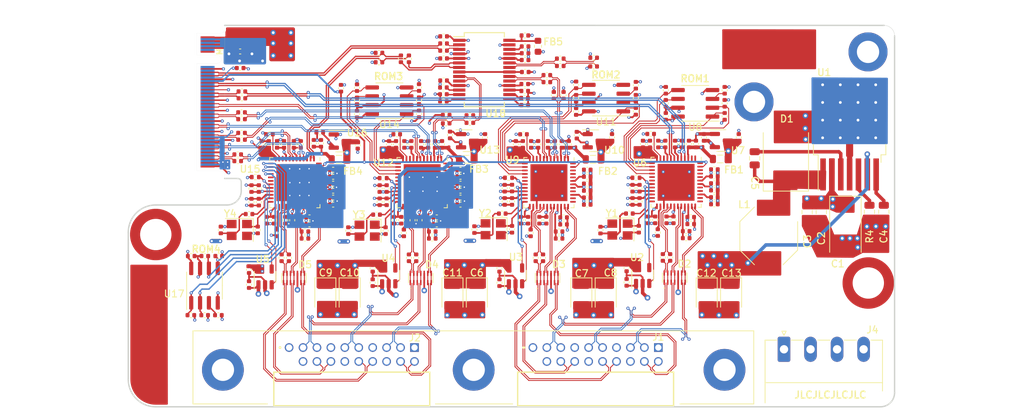
<source format=kicad_pcb>
(kicad_pcb (version 20221018) (generator pcbnew)
  (layers (0 "F.Cu" signal) (1 "In1.Cu" power "GND") (2 "In2.Cu" power "POWER") (31 "B.Cu" signal) (34 "B.Paste" user) (35 "F.Paste" user) (36 "B.SilkS" user "B.Silkscreen") (37 "F.SilkS" user "F.Silkscreen") (38 "B.Mask" user) (39 "F.Mask" user) (44 "Edge.Cuts" user))
  (net 0 "")
  (net 1 "+VDC")
  (net 3 "/USB3_controller_1/1VDD")
  (net 4 "/USB3_Port_1/SSTX+")
  (net 5 "/USB3_Port_1/SSTX-")
  (net 6 "/USB3_controller_2/1VDD")
  (net 7 "/USB3_Port_2/SSTX+")
  (net 8 "/USB3_Port_2/SSTX-")
  (net 9 "/USB3_controller_3/1VDD")
  (net 10 "/USB3_Port_3/SSTX+")
  (net 11 "GND")
  (net 12 "+3V3")
  (net 13 "/USB3_Port_3/SSTX-")
  (net 14 "5V_REG")
  (net 15 "/USB3_controller_4/1VDD")
  (net 16 "/USB3_Port_4/SSTX+")
  (net 17 "/USB3_Port_4/SSTX-")
  (net 18 "/PET_2+")
  (net 19 "/PET_2-")
  (net 22 "/USB3_Port_3/USB_VBUS")
  (net 23 "/USB3_controller_4/3v3_VDDA")
  (net 24 "/PET_3+")
  (net 25 "/PET_3-")
  (net 26 "/USB3_controller_4/P1_SSTX+")
  (net 27 "/USB3_controller_4/P1_SSTX-")
  (net 28 "/USB3_Port_4/USB_VBUS")
  (net 29 "/USB3_controller_1/3v3_VDDA")
  (net 30 "/USB3_controller_1/P1_SSTX+")
  (net 32 "/USB3_controller_1/P1_SSTX-")
  (net 33 "/USB3_Port_1/USB_VBUS")
  (net 34 "/USB3_controller_2/3v3_VDDA")
  (net 35 "/USB3_controller_2/P1_SSTX+")
  (net 36 "/USB3_controller_2/P1_SSTX-")
  (net 37 "/USB3_Port_2/USB_VBUS")
  (net 38 "/PER_3+")
  (net 39 "/PER_3-")
  (net 40 "/PER_0+")
  (net 41 "/PER_0-")
  (net 42 "/PET_0+")
  (net 43 "/PET_0-")
  (net 44 "/PET_1-")
  (net 45 "/PER_1+")
  (net 46 "/PER_1-")
  (net 47 "/PET_1+")
  (net 48 "/PER_2+")
  (net 49 "/PER_2-")
  (net 50 "PERST#")
  (net 51 "/PCIE_REFCLK+")
  (net 52 "/PCIE_REFCLK-")
  (net 53 "/C1_CLK+")
  (net 54 "/C1_CLK-")
  (net 55 "Net-(R18-Pad2)")
  (net 56 "/C2_CLK+")
  (net 57 "/C2_CLK-")
  (net 58 "/C3_CLK+")
  (net 59 "/C3_CLK-")
  (net 60 "Net-(R19-Pad2)")
  (net 61 "/C4_CLK+")
  (net 62 "/C4_CLK-")
  (net 63 "/USB3_Port_3/PWRON#")
  (net 64 "/USB3_Port_3/OVERCUR#")
  (net 65 "/USB3_Port_1/D-")
  (net 66 "/USB3_Port_1/D+")
  (net 67 "/USB3_Port_1/SSRX-")
  (net 68 "/USB3_Port_1/SSRX+")
  (net 69 "/USB3_Port_2/D-")
  (net 70 "/USB3_Port_2/D+")
  (net 71 "/USB3_Port_2/SSRX-")
  (net 72 "/USB3_Port_2/SSRX+")
  (net 73 "/USB3_Port_3/D-")
  (net 74 "/USB3_Port_3/D+")
  (net 75 "/USB3_Port_3/SSRX-")
  (net 76 "/USB3_Port_3/SSRX+")
  (net 77 "/USB3_Port_4/D-")
  (net 78 "/USB3_Port_4/D+")
  (net 79 "/USB3_Port_4/SSRX-")
  (net 80 "/USB3_Port_4/SSRX+")
  (net 81 "/USB3_Port_4/OVERCUR#")
  (net 82 "Net-(R34-Pad2)")
  (net 83 "Net-(R11-Pad2)")
  (net 84 "Net-(R12-Pad2)")
  (net 85 "Net-(R13-Pad2)")
  (net 86 "/USB3_Port_4/PWRON#")
  (net 87 "Net-(R16-Pad2)")
  (net 88 "Net-(R43-Pad1)")
  (net 89 "Net-(R44-Pad1)")
  (net 90 "/USB3_Port_1/OVERCUR#")
  (net 91 "/USB3_Port_1/PWRON#")
  (net 92 "/USB3_Port_2/PWRON#")
  (net 93 "/USB3_Port_2/OVERCUR#")
  (net 94 "Net-(R20-Pad2)")
  (net 95 "/USB3_controller_3/3v3_VDDA")
  (net 96 "/USB3_controller_3/P1_SSTX+")
  (net 97 "/USB3_controller_3/P1_SSTX-")
  (net 98 "/Clock_buffer/C3_CLK_+")
  (net 99 "/Clock_buffer/C1_CLK_-")
  (net 100 "/Clock_buffer/C3_CLK_-")
  (net 101 "/Clock_buffer/C2_CLK_+")
  (net 103 "Net-(R23-Pad2)")
  (net 104 "/Clock_buffer/C2_CLK_-")
  (net 105 "/Clock_buffer/C1_CLK_+")
  (net 113 "Net-(R48-Pad1)")
  (net 114 "Net-(R58-Pad2)")
  (net 118 "/Clock_buffer/C4_CLK_-")
  (net 119 "/Clock_buffer/C4_CLK_+")
  (net 120 "Net-(R39-Pad2)")
  (net 121 "/USB3_controller_1/PETX-")
  (net 122 "/USB3_controller_1/PETX+")
  (net 123 "/USB3_controller_2/PETX-")
  (net 124 "/USB3_controller_2/PETX+")
  (net 125 "/USB3_controller_3/PETX-")
  (net 126 "/USB3_controller_3/PETX+")
  (net 127 "/USB3_controller_4/PETX-")
  (net 128 "/USB3_controller_4/PETX+")
  (net 129 "Net-(C4-Pad1)")
  (net 130 "Net-(C5-Pad1)")
  (net 131 "Net-(C5-Pad2)")
  (net 132 "/USB3_controller_1/OSC_GND")
  (net 133 "Net-(C28-Pad1)")
  (net 134 "Net-(C35-Pad1)")
  (net 135 "/USB3_controller_2/OSC_GND")
  (net 136 "Net-(C63-Pad1)")
  (net 137 "Net-(C70-Pad1)")
  (net 138 "/USB3_controller_3/OSC_GND")
  (net 139 "Net-(C98-Pad1)")
  (net 140 "Net-(C105-Pad1)")
  (net 141 "/USB3_controller_4/OSC_GND")
  (net 142 "Net-(C133-Pad1)")
  (net 143 "Net-(C140-Pad1)")
  (net 144 "Net-(C165-Pad1)")
  (net 164 "Net-(J3-Pad52)")
  (net 170 "Net-(J3-Pad69)")
  (net 171 "Net-(R4-Pad1)")
  (net 172 "Net-(U6-Pad23)")
  (net 173 "Net-(R10-Pad2)")
  (net 174 "Net-(R14-Pad1)")
  (net 175 "Net-(R15-Pad2)")
  (net 176 "Net-(U9-Pad23)")
  (net 177 "Net-(R21-Pad2)")
  (net 178 "Net-(R22-Pad1)")
  (net 179 "Net-(R24-Pad2)")
  (net 180 "Net-(U12-Pad23)")
  (net 181 "Net-(R26-Pad2)")
  (net 182 "Net-(R27-Pad2)")
  (net 183 "Net-(R28-Pad2)")
  (net 184 "Net-(R29-Pad2)")
  (net 185 "Net-(R30-Pad1)")
  (net 186 "Net-(R31-Pad2)")
  (net 187 "Net-(R32-Pad2)")
  (net 188 "Net-(U15-Pad23)")
  (net 189 "Net-(R35-Pad2)")
  (net 190 "Net-(R36-Pad2)")
  (net 191 "Net-(R37-Pad2)")
  (net 192 "Net-(R38-Pad1)")
  (net 193 "Net-(R40-Pad2)")
  (net 194 "Net-(R41-Pad1)")
  (net 195 "Net-(R42-Pad1)")
  (net 196 "Net-(R45-Pad1)")
  (net 197 "Net-(R46-Pad1)")
  (net 198 "Net-(R47-Pad1)")
  (net 199 "Net-(R57-Pad2)")
  (net 200 "Net-(R59-Pad2)")
  (footprint "Capacitor_Tantalum_SMD:CP_EIA-7343-15_Kemet-W" (layer "F.Cu") (at 194.41 94.2125 -90)
    (fp_text reference "C1")
    (fp_text value "22uf")
  )
  (footprint "Capacitor_Tantalum_SMD:CP_EIA-3528-12_Kemet-T" (layer "F.Cu") (at 141.5 104 -90)
    (fp_text reference "C6")
    (fp_text value "47uf")
  )
  (footprint "Capacitor_Tantalum_SMD:CP_EIA-3528-12_Kemet-T" (layer "F.Cu") (at 156.5 104 -90)
    (fp_text reference "C7")
    (fp_text value "47uf")
  )
  (footprint "Capacitor_Tantalum_SMD:CP_EIA-3528-12_Kemet-T" (layer "F.Cu") (at 160 104 -90)
    (fp_text reference "C8")
    (fp_text value "47uf")
  )
  (footprint "Diode_SMD:D_SMC" (layer "F.Cu") (at 185.8645 84.2645 90)
    (fp_text reference "D1")
    (fp_text value "60v 5a")
  )
  (footprint "m2ngff:m2-padKeyM" (layer "F.Cu") (at 101.29714 76.24814 -90)
    (fp_text reference "J3" hide)
    (fp_text value "M.2_Mkey")
    (fp_line (start -11 -4) (end -10.4 -4) (stroke (width 0.01)) (layer "Edge.Cuts"))
    (fp_line (start -9.9 0) (end -9.9 -3.5) (stroke (width 0.01)) (layer "Edge.Cuts"))
    (fp_line (start -9.9 0) (end -6.725 0) (stroke (width 0.01)) (layer "Edge.Cuts"))
    (fp_line (start -6.725 0) (end -6.725 -2.9) (stroke (width 0.01)) (layer "Edge.Cuts"))
    (fp_line (start -5.525 0) (end -5.525 -2.9) (stroke (width 0.01)) (layer "Edge.Cuts"))
    (fp_line (start 9.9 0) (end -5.525 0) (stroke (width 0.01)) (layer "Edge.Cuts"))
    (fp_line (start 9.9 0) (end 9.9 -3.5) (stroke (width 0.01)) (layer "Edge.Cuts"))
    (fp_line (start 11 -4) (end 10.4 -4) (stroke (width 0.01)) (layer "Edge.Cuts"))
    (fp_arc (start -10.4 -4) (mid -10.046447 -3.853553) (end -9.9 -3.5) (stroke (width 0.01)) (layer "Edge.Cuts"))
    (fp_arc (start -6.725 -2.9) (mid -6.125 -3.5) (end -5.525 -2.9) (stroke (width 0.01)) (layer "Edge.Cuts"))
    (fp_arc (start 9.9 -3.5) (mid 10.046447 -3.853553) (end 10.4 -4) (stroke (width 0.01)) (layer "Edge.Cuts"))
  )
  (footprint "Inductor_SMD:L_Bourns-SRU8043" (layer "F.Cu") (at 183.4 95.5 -90)
    (fp_text reference "L1")
    (fp_text value "4.7uH  SRN8040TA-4R7M ")
  )
  (footprint "Package_TO_SOT_SMD:TO-263-7_TabPin4" (layer "F.Cu") (at 195.0085 80.899 90)
    (fp_text reference "U1")
    (fp_text value "LM22679TJ-5.0")
  )
  (footprint "MountingHole:MountingHole_3.2mm_M3_DIN965_Pad" (layer "F.Cu") (at 181.28742 76.24572)
    (fp_text reference "H3" hide)
    (fp_text value "MountingHole_Pad")
  )
  (footprint "MountingHole:MountingHole_3.2mm_M3_DIN965_Pad" (layer "F.Cu") (at 197.65264 69.06006)
    (fp_text reference "H4" hide)
    (fp_text value "MountingHole_Pad")
  )
  (footprint "Mounting_Wuerth:Mounting_Wuerth_WA-SMSR-M3_H3.6mm_ReverseMount_9775036360" (layer "F.Cu") (at 197.69328 102.2731)
    (fp_text reference "H2" hide)
    (fp_text value "Wuerth_WA-SMSR-M3_H3.6mm_ReverseMount_9775036360")
  )
  (footprint "Mounting_Wuerth:Mounting_Wuerth_WA-SMSR-M3_H3.6mm_ReverseMount_9775036360" (layer "F.Cu") (at 95.4151 95.30588)
    (fp_text reference "H1" hide)
    (fp_text value "Wuerth_WA-SMSR-M3_H3.6mm_ReverseMount_9775036360")
  )
  (footprint "Inductor_SMD:L_0603_1608Metric" (layer "F.Cu") (at 150.275 68.25 -90)
    (fp_text reference "FB5")
    (fp_text value "120ohm/100MHZ")
  )
  (footprint "Package_SO:SSOP-28_5.3x10.2mm_P0.65mm" (layer "F.Cu") (at 142.5718 71.620198)
    (fp_text reference "U18")
    (fp_text value "ICS9DB403D")
  )
  (footprint "Capacitor_SMD:C_0805_2012Metric" (layer "F.Cu") (at 190.9445 92.075 -90)
    (fp_text reference "C2")
    (fp_text value "6.8uf")
  )
  (footprint "Capacitor_SMD:C_0805_2012Metric" (layer "F.Cu") (at 188.9125 92.075 -90)
    (fp_text reference "C3")
    (fp_text value "6.8uf")
  )
  (footprint "Capacitor_SMD:C_0805_2012Metric" (layer "F.Cu") (at 199.92 92.05 -90)
    (fp_text reference "C4")
    (fp_text value "1uf")
  )
  (footprint "Capacitor_SMD:C_0805_2012Metric" (layer "F.Cu") (at 181.3814 84.3534 -90)
    (fp_text reference "C5")
    (fp_text value "0.01uf")
  )
  (footprint "Capacitor_SMD:C_0805_2012Metric" (layer "F.Cu") (at 197.86 92.05 -90)
    (fp_text reference "R4")
    (fp_text value "8k2")
  )
  (footprint "ST:Shade Logo xtra small F_mask" (layer "F.Cu") (at 183.261405 68.603153)
    (fp_text reference "G1" hide)
    (fp_text value "ShadeLogo" hide)
  )
  (footprint "Capacitor_Tantalum_SMD:CP_EIA-3528-12_Kemet-T" (layer "F.Cu") (at 119.75 104 -90)
    (fp_text reference "C9")
    (fp_text value "47uf")
  )
  (footprint "Capacitor_Tantalum_SMD:CP_EIA-3528-12_Kemet-T" (layer "F.Cu") (at 123.25 104 -90)
    (fp_text reference "C10")
    (fp_text value "47uf")
  )
  (footprint "Capacitor_Tantalum_SMD:CP_EIA-3528-12_Kemet-T" (layer "F.Cu") (at 138 104 -90)
    (fp_text reference "C11")
    (fp_text value "47uf")
  )
  (footprint "Capacitor_SMD:C_0402_1005Metric" (layer "F.Cu") (at 136.725 66.825)
    (fp_text reference "C162" hide)
    (fp_text value "0.1uf 16v")
  )
  (footprint "Capacitor_SMD:C_0402_1005Metric" (layer "F.Cu") (at 148.375 73.675 180)
    (fp_text reference "C163" hide)
    (fp_text value "0.1uf 16v")
  )
  (footprint "Capacitor_SMD:C_0402_1005Metric" (layer "F.Cu") (at 136.725 70)
    (fp_text reference "C164" hide)
    (fp_text value "0.1uf 16v")
  )
  (footprint "Capacitor_SMD:C_0402_1005Metric" (layer "F.Cu") (at 148.4 66.7)
    (fp_text reference "C165" hide)
    (fp_text value "0.1uf 16v")
  )
  (footprint "Capacitor_SMD:C_0402_1005Metric" (layer "F.Cu") (at 148.425 70.228698 180)
    (fp_text reference "C166" hide)
    (fp_text value "0.1uf 16v")
  )
  (footprint "Capacitor_SMD:C_0402_1005Metric" (layer "F.Cu") (at 136.725 73.175)
    (fp_text reference "C167" hide)
    (fp_text value "0.1uf 16v")
  )
  (footprint "Capacitor_SMD:C_0402_1005Metric" (layer "F.Cu") (at 148.45 71.95)
    (fp_text reference "R41" hide)
    (fp_text value "10K")
  )
  (footprint "Capacitor_SMD:C_0402_1005Metric" (layer "F.Cu") (at 136.7 74.175 180)
    (fp_text reference "R42" hide)
    (fp_text value "10K")
  )
  (footprint "Capacitor_SMD:C_0402_1005Metric" (layer "F.Cu") (at 148.375 76.7)
    (fp_text reference "R43" hide)
    (fp_text value "10K")
  )
  (footprint "Capacitor_SMD:C_0402_1005Metric" (layer "F.Cu") (at 148.35 75.675)
    (fp_text reference "R44" hide)
    (fp_text value "10K")
  )
  (footprint "Capacitor_SMD:C_0402_1005Metric" (layer "F.Cu") (at 148.375 74.675)
    (fp_text reference "R45" hide)
    (fp_text value "10K")
  )
  (footprint "Capacitor_SMD:C_0402_1005Metric" (layer "F.Cu") (at 148.425 69.25)
    (fp_text reference "R46" hide)
    (fp_text value "10K")
  )
  (footprint "Capacitor_SMD:C_0402_1005Metric" (layer "F.Cu") (at 136.725 67.85 180)
    (fp_text reference "R47" hide)
    (fp_text value "33R")
  )
  (footprint "Capacitor_SMD:C_0402_1005Metric" (layer "F.Cu") (at 136.725 68.875 180)
    (fp_text reference "R48" hide)
    (fp_text value "33R")
  )
  (footprint "Capacitor_SMD:C_0402_1005Metric" (layer "F.Cu") (at 131.75 70.05 -90)
    (fp_text reference "R49" hide)
    (fp_text value "33R")
  )
  (footprint "Capacitor_SMD:C_0402_1005Metric" (layer "F.Cu") (at 130.6 70.05 -90)
    (fp_text reference "R50" hide)
    (fp_text value "33R")
  )
  (footprint "Capacitor_SMD:C_0402_1005Metric" (layer "F.Cu") (at 140.5 79.25)
    (fp_text reference "R51" hide)
    (fp_text value "33R")
  )
  (footprint "Capacitor_SMD:C_0402_1005Metric" (layer "F.Cu") (at 140.5 78.175)
    (fp_text reference "R52" hide)
    (fp_text value "33R")
  )
  (footprint "Capacitor_SMD:C_0402_1005Metric" (layer "F.Cu") (at 151.55 72.4 180)
    (fp_text reference "R53" hide)
    (fp_text value "33R")
  )
  (footprint "Capacitor_SMD:C_0402_1005Metric" (layer "F.Cu") (at 151.55 73.4 180)
    (fp_text reference "R54" hide)
    (fp_text value "33R")
  )
  (footprint "Capacitor_SMD:C_0402_1005Metric" (layer "F.Cu") (at 153.475 70.028698 180)
    (fp_text reference "R55" hide)
    (fp_text value "33R")
  )
  (footprint "Capacitor_SMD:C_0402_1005Metric" (layer "F.Cu") (at 153.475 71.078698 180)
    (fp_text reference "R56" hide)
    (fp_text value "33R")
  )
  (footprint "Capacitor_SMD:C_0402_1005Metric" (layer "F.Cu") (at 148.425 68.275 180)
    (fp_text reference "R57" hide)
    (fp_text value "475R 1%")
  )
  (footprint "Capacitor_SMD:C_0402_1005Metric" (layer "F.Cu") (at 136.7 75.15)
    (fp_text reference "R58" hide)
    (fp_text value "10K")
  )
  (footprint "Capacitor_SMD:C_0402_1005Metric" (layer "F.Cu") (at 136.7 76.15)
    (fp_text reference "R59" hide)
    (fp_text value "10K")
  )
  (footprint "Capacitor_SMD:C_0402_1005Metric" (layer "F.Cu") (at 158.27 69.9 180)
    (fp_text reference "R60" hide)
    (fp_text value "49.9R")
  )
  (footprint "Capacitor_SMD:C_0402_1005Metric" (layer "F.Cu") (at 158.27 71.15 180)
    (fp_text reference "R61" hide)
    (fp_text value "49.9R")
  )
  (footprint "Capacitor_SMD:C_0402_1005Metric" (layer "F.Cu") (at 153.95 75.3 90)
    (fp_text reference "R62" hide)
    (fp_text value "49.9R")
  )
  (footprint "Capacitor_SMD:C_0402_1005Metric" (layer "F.Cu") (at 152.55 75.3 90)
    (fp_text reference "R63" hide)
    (fp_text value "49.9R")
  )
  (footprint "Capacitor_SMD:C_0402_1005Metric" (layer "F.Cu") (at 137.1 79.325 180)
    (fp_text reference "R64" hide)
    (fp_text value "49.9R")
  )
  (footprint "Capacitor_SMD:C_0402_1005Metric" (layer "F.Cu") (at 137.1 78.125 180)
    (fp_text reference "R65" hide)
    (fp_text value "49.9R")
  )
  (footprint "Capacitor_SMD:C_0402_1005Metric" (layer "F.Cu") (at 127.45 70.55 180)
    (fp_text reference "R66" hide)
    (fp_text value "49.9R")
  )
  (footprint "Capacitor_SMD:C_0402_1005Metric" (layer "F.Cu") (at 127.45 69.2 180)
    (fp_text reference "R67" hide)
    (fp_text value "49.9R")
  )
  (footprint "Capacitor_SMD:C_0402_1005Metric" (layer "F.Cu") (at 157.35 86)
    (fp_text reference "C75" hide)
    (fp_text value "0.1uf")
  )
  (footprint "Capacitor_SMD:C_0402_1005Metric" (layer "F.Cu") (at 155.75 75.725 -90)
    (fp_text reference "R22" hide)
    (fp_text value "10K")
  )
  (footprint "Capacitor_SMD:C_0402_1005Metric" (layer "F.Cu") (at 130 80.9)
    (fp_text reference "R26" hide)
    (fp_text value "10K")
  )
  (footprint "Capacitor_SMD:C_0402_1005Metric" (layer "F.Cu") (at 112.825 82.35 90)
    (fp_text reference "C147" hide)
    (fp_text value "0.1uf")
  )
  (footprint "Capacitor_SMD:C_0402_1005Metric" (layer "F.Cu") (at 131.1 82.35 90)
    (fp_text reference "C112" hide)
    (fp_text value "0.1uf")
  )
  (footprint "Capacitor_SMD:C_0402_1005Metric" (layer "F.Cu") (at 141.15 94.6 90)
    (fp_text reference "C70" hide)
    (fp_text value "18pf")
  )
  (footprint "Capacitor_SMD:C_0402_1005Metric" (layer "F.Cu") (at 115.225 82.35 90)
    (fp_text reference "C144" hide)
    (fp_text value "0.1uf")
  )
  (footprint "Resistor_SMD:R_0402_1005Metric" (layer "F.Cu") (at 109.7 87.05)
    (fp_text reference "R8" hide)
    (fp_text value "10k")
  )
  (footprint "Capacitor_SMD:C_0402_1005Metric" (layer "F.Cu") (at 160.9 81.35 90)
    (fp_text reference "C87" hide)
    (fp_text value "1uf")
  )
  (footprint "Capacitor_SMD:C_0402_1005Metric" (layer "F.Cu") (at 149.95 98.65 90)
    (fp_text reference "C88" hide)
    (fp_text value "0.1uf")
  )
  (footprint "Capacitor_SMD:C_0402_1005Metric" (layer "F.Cu") (at 175.6 87.95)
    (fp_text reference "C48" hide)
    (fp_text value "0.1uf")
  )
  (footprint "Capacitor_SMD:C_0402_1005Metric" (layer "F.Cu") (at 115 93.25 -90)
    (fp_text reference "C150" hide)
    (fp_text value "0.1uf")
  )
  (footprint "Capacitor_SMD:C_0402_1005Metric" (layer "F.Cu") (at 139.15 89)
    (fp_text reference "C103" hide)
    (fp_text value "0.01uf")
  )
  (footprint "Capacitor_SMD:C_0402_1005Metric" (layer "F.Cu") (at 104.75 94.65 90)
    (fp_text reference "C140" hide)
    (fp_text value "18pf")
  )
  (footprint "Package_SO:SOIC-8_3.9x4.9mm_P1.27mm" (layer "F.Cu") (at 160.05 75.7 180)
    (fp_text reference "U11")
    (fp_text value "SST25VF010A")
  )
  (footprint "Capacitor_SMD:C_0402_1005Metric" (layer "F.Cu") (at 153.95 92.85)
    (fp_text reference "C72" hide)
    (fp_text value "0.1uf")
  )
  (footprint "Capacitor_SMD:C_0402_1005Metric" (layer "F.Cu") (at 163 102.18 90)
    (fp_text reference "C15" hide)
    (fp_text value "0.1uf")
  )
  (footprint "Samtec:SAMTEC_LTMM-110-02-F-D-RA-20" (layer "F.Cu") (at 132.55 111.55 180)
    (fp_text reference "J2")
    (fp_text value "Conn_01x20")
  )
  (footprint "Capacitor_SMD:C_0402_1005Metric" (layer "F.Cu") (at 152.7 82.35 90)
    (fp_text reference "C57" hide)
    (fp_text value "0.01uf")
  )
  (footprint "Capacitor_SMD:C_0402_1005Metric" (layer "F.Cu") (at 144.75 100.15 -90)
    (fp_text reference "C16" hide)
    (fp_text value "0.1uf")
  )
  (footprint "Capacitor_SMD:C_0402_1005Metric" (layer "F.Cu") (at 142.675 81.35 90)
    (fp_text reference "C122" hide)
    (fp_text value "1uf")
  )
  (footprint "Capacitor_SMD:C_0402_1005Metric" (layer "F.Cu") (at 139.15 91)
    (fp_text reference "C101" hide)
    (fp_text value "0.01uf")
  )
  (footprint "Capacitor_SMD:C_0402_1005Metric" (layer "F.Cu") (at 170.95 82.3 90)
    (fp_text reference "C22" hide)
    (fp_text value "0.01uf")
  )
  (footprint "Capacitor_SMD:C_0402_1005Metric" (layer "F.Cu") (at 146.55 88.63 90)
    (fp_text reference "C61" hide)
    (fp_text value "0.01uf")
  )
  (footprint "ST:SON50P135X350X55-14N" (layer "F.Cu") (at 169.9 101.5 90)
    (fp_text reference "D2")
    (fp_text value "TPD6E05U06RVZR")
  )
  (footprint "Capacitor_SMD:C_0402_1005Metric" (layer "F.Cu") (at 100.45 106.895 180)
    (fp_text reference "R39" hide)
    (fp_text value "10K")
  )
  (footprint "ST:SON50P135X350X55-14N" (layer "F.Cu") (at 115.25 101.55 90)
    (fp_text reference "D5")
    (fp_text value "TPD6E05U06RVZR")
  )
  (footprint "Capacitor_SMD:C_0402_1005Metric" (layer "F.Cu") (at 128.55 90.6 -90)
    (fp_text reference "C95" hide)
    (fp_text value "0.01uf")
  )
  (footprint "Capacitor_SMD:C_0402_1005Metric" (layer "F.Cu") (at 153.3 95.875)
    (fp_text reference "C71" hide)
    (fp_text value "0.01uf")
  )
  (footprint "Capacitor_SMD:C_0402_1005Metric" (layer "F.Cu") (at 157.35 90)
    (fp_text reference "C81" hide)
    (fp_text value "0.1uf")
  )
  (footprint "Capacitor_SMD:C_0402_1005Metric" (layer "F.Cu") (at 132.8 98.65 90)
    (fp_text reference "C124" hide)
    (fp_text value "0.1uf")
  )
  (footprint "Capacitor_SMD:C_0402_1005Metric" (layer "F.Cu") (at 157.35 89)
    (fp_text reference "C68" hide)
    (fp_text value "0.01uf")
  )
  (footprint "Capacitor_SMD:C_0402_1005Metric" (layer "F.Cu") (at 149.225 95.075 90)
    (fp_text reference "R19" hide)
    (fp_text value "1K6 1%")
  )
  (footprint "Capacitor_SMD:C_0402_1005Metric" (layer "F.Cu") (at 151.475 93.25 -90)
    (fp_text reference "C80" hide)
    (fp_text value "0.1uf")
  )
  (footprint "Capacitor_SMD:C_0402_1005Metric" (layer "F.Cu") (at 126.55 100.15 -90)
    (fp_text reference "C18" hide)
    (fp_text value "0.1uf")
  )
  (footprint "Capacitor_SMD:C_0402_1005Metric" (layer "F.Cu") (at 133.2 74.175 -90)
    (fp_text reference "R32" hide)
    (fp_text value "10K")
  )
  (footprint "Capacitor_SMD:C_0402_1005Metric" (layer "F.Cu") (at 153.3 94.875)
    (fp_text reference "C85" hide)
    (fp_text value "0.1uf")
  )
  (footprint "Capacitor_SMD:C_0402_1005Metric" (layer "F.Cu") (at 124.3 78 90)
    (fp_text reference "C126" hide)
    (fp_text value "0.1uf")
  )
  (footprint "Capacitor_SMD:C_0402_1005Metric" (layer "F.Cu") (at 113.475 98.65 90)
    (fp_text reference "C158" hide)
    (fp_text value "0.1uf")
  )
  (footprint "Inductor_SMD:L_0805_2012Metric" (layer "F.Cu") (at 158.2 84.5 180)
    (fp_text reference "FB2")
    (fp_text value "60@100mhz")
  )
  (footprint "Capacitor_SMD:C_0402_1005Metric" (layer "F.Cu") (at 116.825 94.875)
    (fp_text reference "C155" hide)
    (fp_text value "0.1uf")
  )
  (footprint "Capacitor_SMD:C_0402_1005Metric" (layer "F.Cu") (at 157.35 88)
    (fp_text reference "C83" hide)
    (fp_text value "0.1uf")
  )
  (footprint "Capacitor_SMD:C_0402_1005Metric" (layer "F.Cu") (at 167.475 95.025 90)
    (fp_text reference "R11" hide)
    (fp_text value "1K6 1%")
  )
  (footprint "Capacitor_SMD:C_0402_1005Metric" (layer "F.Cu") (at 107.525 69 180)
    (fp_text reference "R1" hide)
    (fp_text value "10K")
  )
  (footprint "Capacitor_SMD:C_0402_1005Metric" (layer "F.Cu") (at 120.875 88)
    (fp_text reference "C153" hide)
    (fp_text value "0.1uf")
  )
  (footprint "Capacitor_SMD:C_0402_1005Metric" (layer "F.Cu") (at 111.35 93.25 -90)
    (fp_text reference "C149" hide)
    (fp_text value "0.1uf")
  )
  (footprint "Capacitor_SMD:C_0402_1005Metric" (layer "F.Cu") (at 129.625 93.25 -90)
    (fp_text reference "C114" hide)
    (fp_text value "0.1uf")
  )
  (footprint "Package_DFN_QFN:QFN-48-1EP_7x7mm_P0.5mm_EP5.3x5.3mm" (layer "F.Cu") (at 170.1 87.8 -90)
    (fp_text reference "U6")
    (fp_text value "UPD720202")
  )
  (footprint "Capacitor_SMD:C_0402_1005Metric" (layer "F.Cu") (at 131.75 98.65 90)
    (fp_text reference "C123" hide)
    (fp_text value "0.1uf")
  )
  (footprint "Inductor_SMD:L_0805_2012Metric" (layer "F.Cu") (at 140 84.5 180)
    (fp_text reference "FB3")
    (fp_text value "60@100mhz")
  )
  (footprint "Capacitor_SMD:C_0402_1005Metric" (layer "F.Cu") (at 111.625 82.35 90)
    (fp_text reference "C128" hide)
    (fp_text value "0.01uf")
  )
  (footprint "Capacitor_SMD:C_0402_1005Metric" (layer "F.Cu") (at 168.625 74.575 -90)
    (fp_text reference "R13" hide)
    (fp_text value "10K")
  )
  (footprint "Capacitor_SMD:C_0402_1005Metric" (layer "F.Cu") (at 139.15 90)
    (fp_text reference "C116" hide)
    (fp_text value "0.1uf")
  )
  (footprint "Capacitor_SMD:C_0402_1005Metric" (layer "F.Cu") (at 118.1 82.2 90)
    (fp_text reference "C152" hide)
    (fp_text value "0.1uf")
  )
  (footprint "Package_TO_SOT_SMD:SOT-23" (layer "F.Cu") (at 140.175 81.825)
    (fp_text reference "U13")
    (fp_text value "AP7333-SOT23R")
  )
  (footprint "Capacitor_SMD:C_0402_1005Metric" (layer "F.Cu") (at 163.395 92.29)
    (fp_text reference "R9" hide)
    (fp_text value "680R")
  )
  (footprint "Capacitor_SMD:C_0402_1005Metric" (layer "F.Cu") (at 107.175 83.8 180)
    (fp_text reference "C146" hide)
    (fp_text value "0.1uf")
  )
  (footprint "Capacitor_SMD:C_0402_1005Metric" (layer "F.Cu") (at 110.2 90.65 -90)
    (fp_text reference "C130" hide)
    (fp_text value "0.01uf")
  )
  (footprint "Capacitor_SMD:C_0402_1005Metric" (layer "F.Cu") (at 104.45 98.4 180)
    (fp_text reference "R37" hide)
    (fp_text value "10K")
  )
  (footprint "Capacitor_Tantalum_SMD:CP_EIA-3528-12_Kemet-T" (layer "F.Cu") (at 174.5 104 -90)
    (fp_text reference "C12")
    (fp_text value "47uf")
  )
  (footprint "Capacitor_SMD:C_0402_1005Metric" (layer "F.Cu") (at 163 100.1 -90)
    (fp_text reference "C14" hide)
    (fp_text value "0.1uf")
  )
  (footprint "Capacitor_SMD:C_0402_1005Metric" (layer "F.Cu") (at 122 74.28 90)
    (fp_text reference "R2" hide)
    (fp_text value "10K")
  )
  (footprint "Capacitor_SMD:C_0402_1005Metric" (layer "F.Cu") (at 117.475 92.85)
    (fp_text reference "C142" hide)
    (fp_text value "0.1uf")
  )
  (footprint "Capacitor_SMD:C_0402_1005Metric" (layer "F.Cu") (at 150.475 93.25 -90)
    (fp_text reference "C64" hide)
    (fp_text value "0.01uf")
  )
  (footprint "Capacitor_SMD:C_0402_1005Metric" (layer "F.Cu") (at 146.55 94.55 -90)
    (fp_text reference "C63" hide)
    (fp_text value "18pf")
  )
  (footprint "Crystal:Crystal_SMD_3225-4Pin_3.2x2.5mm" (layer "F.Cu") (at 125.75 94.75 180)
    (fp_text reference "Y3")
    (fp_text value "24Mhz/100PPM")
  )
  (footprint "Capacitor_SMD:C_0402_1005Metric" (layer "F.Cu") (at 108.8 100.35 -90)
    (fp_text reference "C20" hide)
    (fp_text value "0.1uf")
  )
  (footprint "Capacitor_SMD:C_0402_1005Metric" (layer "F.Cu") (at 131.025 95.075 90)
    (fp_text reference "R27" hide)
    (fp_text value "1K6 1%")
  )
  (footprint "Capacitor_SMD:C_0402_1005Metric" (layer "F.Cu") (at 108.8 102.5 90)
    (fp_text reference "C21" hide)
    (fp_text value "0.1uf")
  )
  (footprint "Capacitor_SMD:C_0402_1005Metric" (layer "F.Cu") (at 124.3 74.2 -90)
    (fp_text reference "R29" hide)
    (fp_text value "10K")
  )
  (footprint "Capacitor_SMD:C_0402_1005Metric" (layer "F.Cu") (at 107.775 75.725 180)
    (fp_text reference "C38" hide)
    (fp_text value "0.1uf")
  )
  (footprint "Capacitor_SMD:C_0402_1005Metric" (layer "F.Cu") (at 120.875 89)
    (fp_text reference "C138" hide)
    (fp_text value "0.01uf")
  )
  (footprint "Capacitor_SMD:C_0402_1005Metric" (layer "F.Cu") (at 144.75 102.23 90)
    (fp_text reference "C17" hide)
    (fp_text value "0.1uf")
  )
  (footprint "Capacitor_SMD:C_0402_1005Metric" (layer "F.Cu") (at 127.55 88.7 90)
    (fp_text reference "C96" hide)
    (fp_text value "0.01uf")
  )
  (footprint "Resistor_SMD:R_0402_1005Metric" (layer "F.Cu") (at 128.05 87.2)
    (fp_text reference "R7" hide)
    (fp_text value "10k")
  )
  (footprint "Capacitor_SMD:C_0402_1005Metric" (layer "F.Cu") (at 128.55 88.7 90)
    (fp_text reference "C113" hide)
    (fp_text value "0.1uf")
  )
  (footprint "Capacitor_SMD:C_0402_1005Metric" (layer "F.Cu") (at 147.825 93.25 -90)
    (fp_text reference "C79" hide)
    (fp_text value "0.1uf")
  )
  (footprint "Capacitor_SMD:C_0402_1005Metric" (layer "F.Cu") (at 148.2 80.9)
    (fp_text reference "R18" hide)
    (fp_text value "10K")
  )
  (footprint "Capacitor_SMD:C_0402_1005Metric" (layer "F.Cu") (at 151.7 82.35 90)
    (fp_text reference "C74" hide)
    (fp_text value "0.1uf")
  )
  (footprint "Capacitor_SMD:C_0402_1005Metric" (layer "F.Cu") (at 116.225 82.35 90)
    (fp_text reference "C127" hide)
    (fp_text value "0.01uf")
  )
  (footprint "Capacitor_SMD:C_0402_1005Metric" (layer "F.Cu") (at 148.85 93.25 -90)
    (fp_text reference "C84" hide)
    (fp_text value "0.01uf")
  )
  (footprint "Capacitor_SMD:C_0402_1005Metric" (layer "F.Cu") (at 175.6 90.95)
    (fp_text reference "C31" hide)
    (fp_text value "0.01uf")
  )
  (footprint "Capacitor_SMD:C_0402_1005Metric" (layer "F.Cu") (at 132.1 82.35 90)
    (fp_text reference "C94" hide)
    (fp_text value "0.01uf")
  )
  (footprint "Capacitor_SMD:C_0402_1005Metric" (layer "F.Cu") (at 134.5 82.35 90)
    (fp_text reference "C92" hide)
    (fp_text value "0.01uf")
  )
  (footprint "Capacitor_SMD:C_0402_1005Metric" (layer "F.Cu") (at 146.55 90.55 -90)
    (fp_text reference "C69" hide)
    (fp_text value "0.1uf")
  )
  (footprint "Capacitor_SMD:C_0402_1005Metric" (layer "F.Cu") (at 172.95 82.3 90)
    (fp_text reference "C51" hide)
    (fp_text value "0.01uf")
  )
  (footprint "Capacitor_SMD:C_0402_1005Metric" (layer "F.Cu") (at 124.3 76.1 -90)
    (fp_text reference "R30" hide)
    (fp_text value "10K")
  )
  (footprint "Capacitor_SMD:C_0402_1005Metric" (layer "F.Cu") (at 132.275 93.25 -90)
    (fp_text reference "C99" hide)
    (fp_text value "0.01uf")
  )
  (footprint "ST:Load_Bar_80x10" (layer "F.Cu") (at 141.15 114.65)
    (fp_text reference "M1" hide)
    (fp_text value "Load_Bar")
  )
  (footprint "Capacitor_SMD:C_0402_1005Metric" (layer "F.Cu") (at 120.875 91)
    (fp_text reference "C136" hide)
    (fp_text value "0.01uf")
  )
  (footprint "Capacitor_SMD:C_0402_1005Metric" (layer "F.Cu") (at 155.75 77.625 90)
    (fp_text reference "C91" hide)
    (fp_text value "0.1uf")
  )
  (footprint "Capacitor_SMD:C_0402_1005Metric" (layer "F.Cu") (at 169.725 93.2 -90)
    (fp_text reference "C45" hide)
    (fp_text value "0.1uf")
  )
  (footprint "Capacitor_Tantalum_SMD:CP_EIA-3528-12_Kemet-T" (layer "F.Cu") (at 178 104 -90)
    (fp_text reference "C13")
    (fp_text value "47uf")
  )
  (footprint "Capacitor_SMD:C_0402_1005Metric" (layer "F.Cu") (at 112.75 95.075 90)
    (fp_text reference "R35" hide)
    (fp_text value "1K6 1%")
  )
  (footprint "Capacitor_SMD:C_0402_1005Metric" (layer "F.Cu") (at 171.95 82.3 90)
    (fp_text reference "C47" hide)
    (fp_text value "0.1uf")
  )
  (footprint "Capacitor_SMD:C_0402_1005Metric" (layer "F.Cu") (at 157.35 91)
    (fp_text reference "C66" hide)
    (fp_text value "0.01uf")
  )
  (footprint "Capacitor_SMD:C_0402_1005Metric" (layer "F.Cu") (at 110.05 94.65 -90)
    (fp_text reference "C133" hide)
    (fp_text value "18pf")
  )
  (footprint "Package_TO_SOT_SMD:SOT-23" (layer "F.Cu") (at 121.9 81.875)
    (fp_text reference "U16")
    (fp_text value "AP7333-SOT23R")
  )
  (footprint "Capacitor_SMD:C_0402_1005Metric" (layer "F.Cu") (at 168.2 98.6 90)
    (fp_text reference "C53" hide)
    (fp_text value "0.1uf")
  )
  (footprint "Capacitor_SMD:C_0402_1005Metric" (layer "F.Cu") (at 113.825 82.35 90)
    (fp_text reference "C129" hide)
    (fp_text value "0.01uf")
  )
  (footprint "Inductor_SMD:L_0805_2012Metric" (layer "F.Cu") (at 176.45 84.45 180)
    (fp_text reference "FB1")
    (fp_text value "60@100mhz")
  )
  (footprint "Capacitor_SMD:C_0402_1005Metric" (layer "F.Cu") (at 175.6 85.95)
    (fp_text reference "C40" hide)
    (fp_text value "0.1uf")
  )
  (footprint "Crystal:Crystal_SMD_3225-4Pin_3.2x2.5mm" (layer "F.Cu") (at 143.85 94.55 180)
    (fp_text reference "Y2")
    (fp_text value "24Mhz/100PPM")
  )
  (footprint "Capacitor_SMD:C_0402_1005Metric" (layer "F.Cu") (at 135.5 82.35 90)
    (fp_text reference "C117" hide)
    (fp_text value "0.1uf")
  )
  (footprint "Capacitor_SMD:C_0402_1005Metric" (layer "F.Cu") (at 107.775 74.75 180)
    (fp_text reference "C41" hide)
    (fp_text value "0.1uf")
  )
  (footprint "Capacitor_SMD:C_0402_1005Metric" (layer "F.Cu") (at 164.85 90.55 -90)
    (fp_text reference "C34" hide)
    (fp_text value "0.1uf")
  )
  (footprint "Capacitor_SMD:C_0402_1005Metric" (layer "F.Cu") (at 120.875 87)
    (fp_text reference "C135" hide)
    (fp_text value "0.01uf")
  )
  (footprint "Capacitor_SMD:C_0402_1005Metric" (layer "F.Cu") (at 164.745 94.54 -90)
    (fp_text reference "C28" hide)
    (fp_text value "18pf")
  )
  (footprint "Capacitor_SMD:C_0402_1005Metric" (layer "F.Cu") (at 167.1 93.2 -90)
    (fp_text reference "C49" hide)
    (fp_text value "0.01uf")
  )
  (footprint "Package_SO:SOIC-8_3.9x4.9mm_P1.27mm" (layer "F.Cu") (at 172.85 76.45 180)
    (fp_text reference "U8")
    (fp_text value "SST25VF010A")
  )
  (footprint "Connector_Phoenix_MC:PhoenixContact_MC_1,5_4-G-3.81_1x04_P3.81mm_Horizontal" (layer "F.Cu") (at 185.59 111.8)
    (fp_text reference "J4")
    (fp_text value "Conn_01x04")
  )
  (footprint "Capacitor_SMD:C_0402_1005Metric" (layer "F.Cu") (at 107.725 77.75 180)
    (fp_text reference "C76" hide)
    (fp_text value "0.1uf")
  )
  (footprint "Capacitor_SMD:C_0402_1005Metric" (layer "F.Cu") (at 123.05 94.75 90)
    (fp_text reference "C105" hide)
    (fp_text value "18pf")
  )
  (footprint "Capacitor_SMD:C_0402_1005Metric" (layer "F.Cu") (at 128.4 94.75 -90)
    (fp_text reference "C98" hide)
    (fp_text value "18pf")
  )
  (footprint "Capacitor_SMD:C_0402_1005Metric" (layer "F.Cu") (at 114.525 98.65 90)
    (fp_text reference "C159" hide)
    (fp_text value "0.1uf")
  )
  (footprint "Capacitor_SMD:C_0402_1005Metric" (layer "F.Cu") (at 153.7 82.35 90)
    (fp_text reference "C82" hide)
    (fp_text value "0.1uf")
  )
  (footprint "Samtec:SAMTEC_LTMM-110-02-F-D-RA-20" (layer "F.Cu") (at 167.55 111.55 180)
    (fp_text reference "J1")
    (fp_text value "Conn_01x20")
  )
  (footprint "Capacitor_SMD:C_0402_1005Metric" (layer "F.Cu") (at 172.2 92.8)
    (fp_text reference "C37" hide)
    (fp_text value "0.1uf")
  )
  (footprint "Inductor_SMD:L_0805_2012Metric" (layer "F.Cu") (at 121.725 84.5 180)
    (fp_text reference "FB4")
    (fp_text value "60@100mhz")
  )
  (footprint "Capacitor_SMD:C_0402_1005Metric" (layer "F.Cu") (at 107.725 80.7 180)
    (fp_text reference "C111" hide)
    (fp_text value "0.1uf")
  )
  (footprint "Capacitor_SMD:C_0402_1005Metric" (layer "F.Cu") (at 150.3 82.35 90)
    (fp_text reference "C59" hide)
    (fp_text value "0.01uf")
  )
  (footprint "Capacitor_SMD:C_0402_1005Metric" (layer "F.Cu") (at 133.5 82.35 90)
    (fp_text reference "C109" hide)
    (fp_text value "0.1uf")
  )
  (footprint "Package_DFN_QFN:QFN-48-1EP_7x7mm_P0.5mm_EP5.3x5.3mm" (layer "F.Cu") (at 115.375 87.85 -90)
    (fp_text reference "U15")
    (fp_text value "UPD720202")
  )
  (footprint "Resistor_SMD:R_0402_1005Metric" (layer "F.Cu") (at 146.05 87.15)
    (fp_text reference "R6" hide)
    (fp_text value "10k")
  )
  (footprint "Capacitor_SMD:C_0402_1005Metric" (layer "F.Cu") (at 175.6 86.95)
    (fp_text reference "C30" hide)
    (fp_text value "0.01uf")
  )
  (footprint "Capacitor_SMD:C_0402_1005Metric" (layer "F.Cu") (at 169.25 98.6 90)
    (fp_text reference "C54" hide)
    (fp_text value "0.1uf")
  )
  (footprint "Capacitor_SMD:C_0402_1005Metric" (layer "F.Cu") (at 119.125 82.2 90)
    (fp_text reference "C156" hide)
    (fp_text value "0.01uf")
  )
  (footprint "ST:SON50P135X350X55-14N" (layer "F.Cu") (at 151.65 101.55 90)
    (fp_text reference "D3")
    (fp_text value "TPD6E05U06RVZR")
  )
  (footprint "Capacitor_SMD:C_0402_1005Metric" (layer "F.Cu") (at 110.2 88.7 90)
    (fp_text reference "C131" hide)
    (fp_text value "0.01uf")
  )
  (footprint "Capacitor_SMD:C_0402_1005Metric" (layer "F.Cu") (at 164.85 88.65 90)
    (fp_text reference "C43" hide)
    (fp_text value "0.1uf")
  )
  (footprint "Capacitor_SMD:C_0402_1005Metric" (layer "F.Cu") (at 154.7 82.35 90)
    (fp_text reference "C86" hide)
    (fp_text value "0.01uf")
  )
  (footprint "Capacitor_SMD:C_0402_1005Metric" (layer "F.Cu") (at 135.75 92.85)
    (fp_text reference "C107" hide)
    (fp_text value "0.1uf")
  )
  (footprint "Capacitor_SMD:C_0402_1005Metric" (layer "F.Cu") (at 139.15 87)
    (fp_text reference "C100" hide)
    (fp_text value "0.01uf")
  )
  (footprint "ST:SON50P135X350X55-14N" (layer "F.Cu") (at 133.45 101.55 90)
    (fp_text reference "D4")
    (fp_text value "TPD6E05U06RVZR")
  )
  (footprint "Capacitor_SMD:C_0402_1005Metric" (layer "F.Cu") (at 172.2 93.8)
    (fp_text reference "C27" hide)
    (fp_text value "0.01uf")
  )
  (footprint "Capacitor_SMD:C_0402_1005Metric" (layer "F.Cu") (at 149.3 82.35 90)
    (fp_text reference "C77" hide)
    (fp_text value "0.1uf")
  )
  (footprint "Capacitor_SMD:C_0402_1005Metric" (layer "F.Cu") (at 139.15 86)
    (fp_text reference "C110" hide)
    (fp_text value "0.1uf")
  )
  (footprint "Capacitor_SMD:C_0402_1005Metric" (layer "F.Cu") (at 171.55 95.825)
    (fp_text reference "C36" hide)
    (fp_text value "0.01uf")
  )
  (footprint "Capacitor_SMD:C_0402_1005Metric" (layer "F.Cu") (at 147.1 82.35 90)
    (fp_text reference "C67" hide)
    (fp_text value "0.1uf")
  )
  (footprint "Capacitor_SMD:C_0402_1005Metric" (layer "F.Cu") (at 159.245 94.67 90)
    (fp_text reference "C35" hide)
    (fp_text value "18pf")
  )
  (footprint "Capacitor_SMD:C_0402_1005Metric" (layer "F.Cu") (at 155.75 73.8 -90)
    (fp_text reference "R21" hide)
    (fp_text value "10K")
  )
  (footprint "Capacitor_SMD:C_0402_1005Metric" (layer "F.Cu") (at 171.55 94.825)
    (fp_text reference "C50" hide)
    (fp_text value "0.1uf")
  )
  (footprint "Capacitor_SMD:C_0402_1005Metric" (layer "F.Cu") (at 104.4 106.895 180)
    (fp_text reference "R40" hide)
    (fp_text value "10K")
  )
  (footprint "Capacitor_SMD:C_0402_1005Metric" (layer "F.Cu") (at 112.375 93.25 -90)
    (fp_text reference "C154" hide)
    (fp_text value "0.01uf")
  )
  (footprint "Capacitor_SMD:C_0402_1005Metric" (layer "F.Cu") (at 135.75 93.85)
    (fp_text reference "C97" hide)
    (fp_text value "0.01uf")
  )
  (footprint "Resistor_SMD:R_0402_1005Metric" (layer "F.Cu") (at 164.35 87.15)
    (fp_text reference "R5" hide)
    (fp_text value "10k")
  )
  (footprint "Package_DFN_QFN:QFN-48-1EP_7x7mm_P0.5mm_EP5.3x5.3mm" (layer "F.Cu") (at 133.65 87.85 -90)
    (fp_text reference "U12")
    (fp_text value "UPD720202")
  )
  (footprint "Capacitor_SMD:C_0402_1005Metric" (layer "F.Cu") (at 137.65 81 90)
    (fp_text reference "C125" hide)
    (fp_text value "1uf")
  )
  (footprint "Capacitor_SMD:C_0402_1005Metric" (layer "F.Cu") (at 117.475 93.85)
    (fp_text reference "C132" hide)
    (fp_text value "0.01uf")
  )
  (footprint "Capacitor_SMD:C_0402_1005Metric" (layer "F.Cu") (at 145.5 90.55 -90)
    (fp_text reference "C60" hide)
    (fp_text value "0.01uf")
  )
  (footprint "Package_TO_SOT_SMD:SOT-23-5" (layer "F.Cu") (at 147.05 101.25 90)
    (fp_text reference "U3")
    (fp_text value "AP22802B")
  )
  (footprint "Capacitor_SMD:C_0402_1005Metric" (layer "F.Cu") (at 130.65 93.25 -90)
    (fp_text reference "C119" hide)
    (fp_text value "0.01uf")
  )
  (footprint "Capacitor_SMD:C_0402_1005Metric" (layer "F.Cu") (at 120.875 90)
    (fp_text reference "C151" hide)
    (fp_text value "0.1uf")
  )
  (footprint "Capacitor_SMD:C_0402_1005Metric" (layer "F.Cu") (at 127.55 90.6 -90)
    (fp_text reference "C104" hide)
    (fp_text value "0.1uf")
  )
  (footprint "Crystal:Crystal_SMD_3225-4Pin_3.2x2.5mm" (layer "F.Cu") (at 107.405 94.65 180)
    (fp_text reference "Y4")
    (fp_text value "24Mhz/100PPM")
  )
  (footprint "Capacitor_SMD:C_0402_1005Metric" (layer "F.Cu") (at 109.15 90.65 -90)
    (fp_text reference "C139" hide)
    (fp_text value "0.1uf")
  )
  (footprint "Capacitor_SMD:C_0402_1005Metric" (layer "F.Cu") (at 168.725 93.2 -90)
    (fp_text reference "C29" hide)
    (fp_text value "0.01uf")
  )
  (footprint "Capacitor_SMD:C_0402_1005Metric" (layer "F.Cu") (at 166.35 82.3 90)
    (fp_text reference "C23" hide)
    (fp_text value "0.01uf")
  )
  (footprint "Capacitor_SMD:C_0402_1005Metric" (layer "F.Cu") (at 133.275 93.25 -90)
    (fp_text reference "C115" hide)
    (fp_text value "0.1uf")
  )
  (footprint "Capacitor_SMD:C_0402_1005Metric" (layer "F.Cu") (at 120.875 86)
    (fp_text reference "C145" hide)
    (fp_text value "0.1uf")
  )
  (footprint "Capacitor_SMD:C_0402_1005Metric" (layer "F.Cu") (at 127.1 92.45)
    (fp_text reference "R25" hide)
    (fp_text value "680R")
  )
  (footprint "Capacitor_SMD:C_0402_1005Metric" (layer "F.Cu") (at 135.1 94.875)
    (fp_text reference "C120" hide)
    (fp_text value "0.1uf")
  )
  (footprint "Package_SO:SOIC-8_3.9x4.9mm_P1.27mm" (layer "F.Cu") (at 102.405 102.645 90)
    (fp_text reference "U17")
    (fp_text value "SST25VF010A")
  )
  (footprint "Capacitor_SMD:C_0402_1005Metric" (layer "F.Cu") (at 164.325 77.6 90)
    (fp_text reference "R23" hide)
    (fp_text value "10K")
  )
  (footprint "Capacitor_SMD:C_0402_1005Metric" (layer "F.Cu") (at 164.325 73.85 -90)
    (fp_text reference "R24" hide)
    (fp_text value "10K")
  )
  (footprint "Capacitor_SMD:C_0402_1005Metric" (layer "F.Cu") (at 107.725 78.725 180)
    (fp_text reference "C73" hide)
    (fp_text value "0.1uf")
  )
  (footprint "Capacitor_SMD:C_0402_1005Metric" (layer "F.Cu") (at 153.95 93.85)
    (fp_text reference "C62" hide)
    (fp_text value "0.01uf")
  )
  (footprint "Capacitor_SMD:C_0402_1005Metric" (layer "F.Cu") (at 177.075 76.45 -90)
    (fp_text reference "R12" hide)
    (fp_text value "10K")
  )
  (footprint "Package_TO_SOT_SMD:SOT-23" (layer "F.Cu") (at 176.6 81.8)
    (fp_text reference "U7")
    (fp_text value "AP7333-SOT23R")
  )
  (footprint "Capacitor_SMD:C_0402_1005Metric" (layer "F.Cu") (at 166.075 93.2 -90)
    (fp_text reference "C44" hide)
    (fp_text value "0.1uf")
  )
  (footprint "Capacitor_SMD:C_0402_1005Metric" (layer "F.Cu") (at 114 93.25 -90)
    (fp_text reference "C134" hide)
    (fp_text value "0.01uf")
  )
  (footprint "Capacitor_SMD:C_0402_1005Metric" (layer "F.Cu") (at 126.55 102.23 90)
    (fp_text reference "C19" hide)
    (fp_text value "0.1uf")
  )
  (footprint "Capacitor_SMD:C_0402_1005Metric" (layer "F.Cu") (at 175.6 89.95)
    (fp_text reference "C46" hide)
    (fp_text value "0.1uf")
  )
  (footprint "Capacitor_SMD:C_0402_1005Metric" (layer "F.Cu") (at 145.5 88.65 90)
    (fp_text reference "C78" hide)
    (fp_text value "0.1uf")
  )
  (footprint "Capacitor_SMD:C_0402_1005Metric" (layer "F.Cu") (at 174.1 81.35 90)
    (fp_text reference "C55" hide)
    (fp_text value "1uf")
  )
  (footprint "Capacitor_SMD:C_0402_1005Metric" (layer "F.Cu") (at 148.1 82.35 90)
    (fp_text reference "C58" hide)
    (fp_text value "0.01uf")
  )
  (footprint "Capacitor_SMD:C_0402_1005Metric" (layer "F.Cu") (at 107.175 84.75 180)
    (fp_text reference "C143" hide)
    (fp_text value "0.1uf")
  )
  (footprint "Capacitor_SMD:C_0402_1005Metric" (layer "F.Cu") (at 124.4 82.475 -90)
    (fp_text reference "C157" hide)
    (fp_text value "1uf")
  )
  (footprint "Capacitor_SMD:C_0402_1005Metric" (layer "F.Cu") (at 129.9 82.35 90)
    (fp_text reference "C93" hide)
    (fp_text value "0.01uf")
  )
  (footprint "Capacitor_SMD:C_0402_1005Metric" (layer "F.Cu") (at 118.95 80.625 180)
    (fp_text reference "C160" hide)
    (fp_text value "1uf")
  )
  (footprint "Capacitor_SMD:C_0402_1005Metric" (layer "F.Cu") (at 163.85 88.65 90)
    (fp_text reference "C26" hide)
    (fp_text value "0.01uf")
  )
  (footprint "NetTie:NetTie-2_THT_Pad0.3mm" (layer "F.Cu") (at 103.45 96.25)
    (fp_text reference "NT4" hide)
    (fp_text value "NetTie_2")
  )
  (footprint "Capacitor_SMD:C_0402_1005Metric" (layer "F.Cu") (at 168.625 78.325 90)
    (fp_text reference "C56" hide)
    (fp_text value "0.1uf")
  )
  (footprint "Capacitor_SMD:C_0402_1005Metric" (layer "F.Cu") (at 102.43 106.895 180)
    (fp_text reference "R36" hide)
    (fp_text value "10K")
  )
  (footprint "Capacitor_SMD:C_0402_1005Metric" (layer "F.Cu") (at 169.95 82.3 90)
    (fp_text reference "C39" hide)
    (fp_text value "0.1uf")
  )
  (footprint "Crystal:Crystal_SMD_3225-4Pin_3.2x2.5mm" (layer "F.Cu") (at 162.045 94.59 180)
    (fp_text reference "Y1")
    (fp_text value "24Mhz/100PPM")
  )
  (footprint "Package_TO_SOT_SMD:SOT-23-5" (layer "F.Cu") (at 111.1 101.4 90)
    (fp_text reference "U5")
    (fp_text value "AP22802B")
  )
  (footprint "Package_SO:SOIC-8_3.9x4.9mm_P1.27mm" (layer "F.Cu") (at 128.95 76.075 180)
    (fp_text reference "U14")
    (fp_text value "SST25VF010A")
  )
  (footprint "Capacitor_SMD:C_0402_1005Metric" (layer "F.Cu") (at 111.725 80.9)
    (fp_text reference "R34" hide)
    (fp_text value "10K")
  )
  (footprint "Capacitor_SMD:C_0402_1005Metric" (layer "F.Cu") (at 135.1 95.875)
    (fp_text reference "C106" hide)
    (fp_text value "0.01uf")
  )
  (footprint "Capacitor_SMD:C_0402_1005Metric" (layer "F.Cu") (at 157.35 87)
    (fp_text reference "C65" hide)
    (fp_text value "0.01uf")
  )
  (footprint "Capacitor_SMD:C_0402_1005Metric" (layer "F.Cu") (at 116.825 95.875)
    (fp_text reference "C141" hide)
    (fp_text value "0.01uf")
  )
  (footprint "Package_TO_SOT_SMD:SOT-23-5" (layer "F.Cu") (at 165.3 101.2 90)
    (fp_text reference "U2")
    (fp_text value "AP22802B")
  )
  (footprint "Capacitor_SMD:C_0402_1005Metric" (layer "F.Cu") (at 164.325 75.725 -90)
    (fp_text reference "R20" hide)
    (fp_text value "10K")
  )
  (footprint "Capacitor_SMD:C_0402_1005Metric" (layer "F.Cu") (at 177.075 74.575 -90)
    (fp_text reference "R16" hide)
    (fp_text value "10K")
  )
  (footprint "NetTie:NetTie-2_THT_Pad0.3mm" (layer "F.Cu") (at 121.8 96.3)
    (fp_text reference "NT3" hide)
    (fp_text value "NetTie_2")
  )
  (footprint "Package_TO_SOT_SMD:SOT-23" (layer "F.Cu") (at 158.35 81.825)
    (fp_text reference "U10")
    (fp_text value "AP7333-SOT23R")
  )
  (footprint "Capacitor_SMD:C_0402_1005Metric" (layer "F.Cu") (at 107.725 81.675 180)
    (fp_text reference "C108" hide)
    (fp_text value "0.1uf")
  )
  (footprint "Capacitor_SMD:C_0402_1005Metric" (layer "F.Cu") (at 175.6 88.95)
    (fp_text reference "C33" hide)
    (fp_text value "0.01uf")
  )
  (footprint "Package_DFN_QFN:QFN-48-1EP_7x7mm_P0.5mm_EP5.3x5.3mm" (layer "F.Cu") (at 151.85 87.85 -90)
    (fp_text reference "U9")
    (fp_text value "UPD720202")
  )
  (footprint "Capacitor_SMD:C_0402_1005Metric" (layer "F.Cu") (at 179.1 81.35 90)
    (fp_text reference "C52" hide)
    (fp_text value "1uf")
  )
  (footprint "Capacitor_SMD:C_0402_1005Metric" (layer "F.Cu") (at 109.15 88.7 90)
    (fp_text reference "C148" hide)
    (fp_text value "0.1uf")
  )
  (footprint "Capacitor_SMD:C_0402_1005Metric" (layer "F.Cu") (at 108.8 92.37)
    (fp_text reference "R33" hide)
    (fp_text value "680R")
  )
  (footprint "NetTie:NetTie-2_THT_Pad0.3mm" (layer "F.Cu") (at 158.1 96.25)
    (fp_text reference "NT1" hide)
    (fp_text value "NetTie_2")
  )
  (footprint "Capacitor_SMD:C_0402_1005Metric" (layer "F.Cu") (at 163.85 90.55 -90)
    (fp_text reference "C25" hide)
    (fp_text value "0.01uf")
  )
  (footprint "Capacitor_SMD:C_0402_1005Metric" (layer "F.Cu") (at 139.15 88)
    (fp_text reference "C118" hide)
    (fp_text value "0.1uf")
  )
  (footprint "Capacitor_SMD:C_0402_1005Metric" (layer "F.Cu") (at 155.85 81.025 90)
    (fp_text reference "C90" hide)
    (fp_text value "1uf")
  )
  (footprint "Capacitor_SMD:C_0402_1005Metric" (layer "F.Cu") (at 177.075 78.325 90)
    (fp_text reference "R15" hide)
    (fp_text value "10K")
  )
  (footprint "Capacitor_SMD:C_0402_1005Metric" (layer "F.Cu") (at 128.9 82.35 90)
    (fp_text reference "C102" hide)
    (fp_text value "0.1uf")
  )
  (footprint "Capacitor_SMD:C_0402_1005Metric" (layer "F.Cu") (at 102.45 98.4 180)
    (fp_text reference "R38" hide)
    (fp_text value "10K")
  )
  (footprint "Capacitor_SMD:C_0402_1005Metric" (layer "F.Cu") (at 110.625 82.35 90)
    (fp_text reference "C137" hide)
    (fp_text value "0.1uf")
  )
  (footprint "Capacitor_SMD:C_0402_1005Metric" (layer "F.Cu") (at 136.5 82.35 90)
    (fp_text reference "C121" hide)
    (fp_text value "0.01uf")
  )
  (footprint "Capacitor_SMD:C_0402_1005Metric" (layer "F.Cu") (at 166.45 80.85)
    (fp_text reference "R10" hide)
    (fp_text value "10K")
  )
  (footprint "Capacitor_SMD:C_0402_1005Metric" (layer "F.Cu") (at 133.2 76.075 -90)
    (fp_text reference "R28" hide)
    (fp_text value "10K")
  )
  (footprint "Capacitor_SMD:C_0402_1005Metric" (layer "F.Cu") (at 167.55 82.3 90)
    (fp_text reference "C42" hide)
    (fp_text value "0.1uf")
  )
  (footprint "Capacitor_SMD:C_0402_1005Metric" (layer "F.Cu") (at 145.15 92.3)
    (fp_text reference "R17" hide)
    (fp_text value "680R")
  )
  (footprint "NetTie:NetTie-2_THT_Pad0.3mm" (layer "F.Cu") (at 139.9 96.2)
    (fp_text reference "NT2" hide)
    (fp_text value "NetTie_2")
  )
  (footprint "Capacitor_SMD:C_0402_1005Metric" (layer "F.Cu") (at 151 98.65 90)
    (fp_text reference "C89" hide)
    (fp_text value "0.1uf")
  )
  (footprint "Capacitor_SMD:C_0402_1005Metric" (layer "F.Cu") (at 168.625 76.45 -90)
    (fp_text reference "R14" hide)
    (fp_text value "10K")
  )
  (footprint "Capacitor_SMD:C_0402_1005Metric" (layer "F.Cu") (at 107.525 71.375 180)
    (fp_text reference "R3" hide)
    (fp_text value "10K")
  )
  (footprint "Package_TO_SOT_SMD:SOT-23-5" (layer "F.Cu") (at 128.85 101.25 90)
    (fp_text reference "U4")
    (fp_text value "AP22802B")
  )
  (footprint "Capacitor_SMD:C_0402_1005Metric" (layer "F.Cu") (at 165.35 82.3 90)
    (fp_text reference "C32" hide)
    (fp_text value "0.1uf")
  )
  (footprint "Capacitor_SMD:C_0402_1005Metric" (layer "F.Cu") (at 133.2 77.975 90)
    (fp_text reference "R31" hide)
    (fp_text value "10K")
  )
  (footprint "Capacitor_SMD:C_0402_1005Metric" (layer "F.Cu") (at 100.5 98.4)
    (fp_text reference "C161" hide)
    (fp_text value "0.1uf")
  )
  (footprint "Capacitor_SMD:C_0402_1005Metric" (layer "F.Cu") (at 168.55 82.3 90)
    (fp_text reference "C24" hide)
    (fp_text value "0.01uf")
  )
  (gr_arc (start 199.96533 65.25) (mid 201.025 65.68893) (end 201.46393 66.7486) (stroke (width 0.05)) (layer "Edge.Cuts"))
  (gr_line (start 105.29714 65.24814) (end 199.96533 65.25) (stroke (width 0.2)) (layer "Edge.Cuts"))
  (gr_line (start 107.680506 89.028778) (end 107.680506 87.758778) (stroke (width 0.2)) (layer "Edge.Cuts"))
  (gr_line (start 201.46393 66.7486) (end 201.464164 118.0338) (stroke (width 0.2)) (layer "Edge.Cuts"))
  (gr_arc (start 107.172505 87.250778) (mid 107.531716 87.399567) (end 107.680506 87.758778) (stroke (width 0.2)) (layer "Edge.Cuts"))
  (gr_line (start 107.172506 87.250778) (end 105.29714 87.24814) (stroke (width 0.2)) (layer "Edge.Cuts"))
  (gr_line (start 95.40113 91.060778) (end 105.648506 91.060778) (stroke (width 0.2)) (layer "Edge.Cuts"))
  (gr_arc (start 107.680505 89.028778) (mid 107.085347 90.465619) (end 105.648506 91.060778) (stroke (width 0.2)) (layer "Edge.Cuts"))
  (gr_arc (start 95.40113 120.0658) (mid 92.61725 118.91268) (end 91.46413 116.1288) (stroke (width 0.2)) (layer "Edge.Cuts"))
  (gr_arc (start 201.464163 118.0338) (mid 200.869005 119.470641) (end 199.432164 120.0658) (stroke (width 0.2)) (layer "Edge.Cuts"))
  (gr_arc (start 91.464129 94.997779) (mid 92.617249 92.213898) (end 95.40113 91.060778) (stroke (width 0.2)) (layer "Edge.Cuts"))
  (gr_line (start 91.46413 116.1288) (end 91.46413 94.997778) (stroke (width 0.2)) (layer "Edge.Cuts"))
  (gr_line (start 199.432164 120.0658) (end 95.40113 120.0658) (stroke (width 0.2)) (layer "Edge.Cuts"))
  (gr_text "ROM3" (at 128.825 72.575) (layer "F.SilkS") (effects (font (size 1 1) (thickness 0.2))))
  (gr_text "ROM4" (at 102.65 97.4) (layer "F.SilkS") (effects (font (size 1 1) (thickness 0.2))))
  (gr_text "ROM1" (at 172.825 72.9) (layer "F.SilkS") (effects (font (size 1 1) (thickness 0.2))))
  (gr_text "JLCJLCJLCJLC" (at 192.25 118.35) (layer "F.SilkS") (effects (font (size 1 1) (thickness 0.2))))
  (gr_text "ROM2" (at 160.025 72.35) (layer "F.SilkS") (effects (font (size 1 1) (thickness 0.2))))
  (via (at 192.6 90.225) (size 0.8) (drill 0.4) (layers "F.Cu" "B.Cu") (net 1))
  (via (at 188.8744 90.1192) (size 0.8) (drill 0.4) (layers "F.Cu" "B.Cu") (net 1))
  (via (at 192.575 91.3) (size 0.8) (drill 0.4) (layers "F.Cu" "B.Cu") (net 1))
  (via (at 190.9318 90.1192) (size 0.8) (drill 0.4) (layers "F.Cu" "B.Cu") (net 1))
  (segment (start 169.725 92.125) (end 169.675 92.075) (width 0.25) (layer "F.Cu") (net 3))
  (segment (start 171.07 95.825) (end 171.07 94.825) (width 0.25) (layer "F.Cu") (net 3))
  (segment (start 174.55 89.95) (end 175.12 89.95) (width 0.25) (layer "F.Cu") (net 3))
  (segment (start 169.725 92.72) (end 169.205 92.72) (width 0.25) (layer "F.Cu") (net 3))
  (segment (start 175.12 88.95) (end 175.12 87.95) (width 0.25) (layer "F.Cu") (net 3))
  (segment (start 170.63 82.78) (end 170.95 82.78) (width 0.25) (layer "F.Cu") (net 3))
  (segment (start 175.08125 82.16875) (end 174.7425 81.83) (width 0.5) (layer "F.Cu") (net 3))
  (segment (start 170.35 83.95) (end 170.35 84.35) (width 0.25) (layer "F.Cu") (net 3))
  (segment (start 170.45 82.6) (end 170.63 82.78) (width 0.25) (layer "F.Cu") (net 3))
  (segment (start 173.55 88.05) (end 173.9 88.05) (width 0.25) (layer "F.Cu") (net 3))
  (segment (start 169.675 92.075) (end 169.85 91.9) (width 0.25) (layer "F.Cu") (net 3))
  (segment (start 174.475 88.4) (end 174.95 88.4) (width 0.25) (layer "F.Cu") (net 3))
  (segment (start 171.35 91.25) (end 171.35 91.975) (width 0.25) (layer "F.Cu") (net 3))
  (segment (start 171.05 92.275) (end 171.05 94.805) (width 0.25) (layer "F.Cu") (net 3))
  (segment (start 170.45 82.6) (end 170.27 82.78) (width 0.25) (layer "F.Cu") (net 3))
  (segment (start 167.55 82.78) (end 168.55 82.78) (width 0.25) (layer "F.Cu") (net 3))
  (segment (start 174.7425 81.83) (end 174.1 81.83) (width 0.5) (layer "F.Cu") (net 3))
  (segment (start 171.05 94.805) (end 171.07 94.825) (width 0.25) (layer "F.Cu") (net 3))
  (segment (start 164.85 89.13) (end 164.37 89.13) (width 0.25) (layer "F.Cu") (net 3))
  (segment (start 168.55 83.55) (end 168.55 82.78) (width 0.25) (layer "F.Cu") (net 3))
  (segment (start 169.95 82.78) (end 169.95 83.55) (width 0.25) (layer "F.Cu") (net 3))
  (segment (start 175.6625 82.75) (end 175.08125 82.16875) (width 0.5) (layer "F.Cu") (net 3))
  (segment (start 174.25 88.4) (end 174.475 88.4) (width 0.25) (layer "F.Cu") (net 3))
  (segment (start 171.35 91.975) (end 171.05 92.275) (width 0.25) (layer "F.Cu") (net 3))
  (segment (start 175.12 90.95) (end 175.12 89.95) (width 0.25) (layer "F.Cu") (net 3))
  (segment (start 173.9 88.05) (end 174.25 88.4) (width 0.25) (layer "F.Cu") (net 3))
  (segment (start 173.55 89.55) (end 174.15 89.55) (width 0.25) (layer "F.Cu") (net 3))
  (segment (start 169.205 92.72) (end 168.725 92.72) (width 0.25) (layer "F.Cu") (net 3))
  (segment (start 174.15 89.55) (end 174.55 89.95) (width 0.25) (layer "F.Cu") (net 3))
  (segment (start 168.85 84.35) (end 168.85 83.85) (width 0.25) (layer "F.Cu") (net 3))
  (segment (start 164.37 89.13) (end 163.85 89.13) (width 0.25) (layer "F.Cu") (net 3))
  (segment (start 170.27 82.78) (end 169.95 82.78) (width 0.25) (layer "F.Cu") (net 3))
  (segment (start 168.85 83.85) (end 168.55 83.55) (width 0.25) (layer "F.Cu") (net 3))
  (segment (start 164.93 89.05) (end 166.65 89.05) (width 0.25) (layer "F.Cu") (net 3))
  (segment (start 169.85 91.9) (end 169.85 91.25) (width 0.25) (layer "F.Cu") (net 3))
  (segment (start 169.725 92.72) (end 169.725 92.125) (width 0.25) (layer "F.Cu") (net 3))
  (segment (start 169.95 83.55) (end 170.35 83.95) (width 0.25) (layer "F.Cu") (net 3))
  (segment (start 164.85 89.13) (end 164.93 89.05) (width 0.25) (layer "F.Cu") (net 3))
  (via (at 171.225 92.1) (size 0.45) (drill 0.2) (layers "F.Cu" "B.Cu") (net 3))
  (via (at 168.025 82.78) (size 0.45) (drill 0.2) (layers "F.Cu" "B.Cu") (net 3))
  (via (at 170.45 82.6) (size 0.45) (drill 0.2) (layers "F.Cu" "B.Cu") (net 3))
  (via (at 175.12 90.45) (size 0.45) (drill 0.2) (layers "F.Cu" "B.Cu") (net 3))
  (via (at 175.08125 82.16875) (size 0.45) (drill 0.2) (layers "F.Cu" "B.Cu") (net 3))
  (via (at 175.12 88.45) (size 0.45) (drill 0.2) (layers "F.Cu" "B.Cu") (net 3))
  (via (at 169.675 92.075) (size 0.45) (drill 0.2) (layers "F.Cu" "B.Cu") (net 3))
  (via (at 164.37 89.13) (size 0.45) (drill 0.2) (layers "F.Cu" "B.Cu") (net 3))
  (segment (start 168.4 102.17) (end 168.4 100.83) (width 0.127) (layer "F.Cu") (net 4))
  (segment (start 168.522999 100.294738) (end 168.522999 100.707001) (width 0.127) (layer "F.Cu") (net 4))
  (segment (start 163.777001 106.236499) (end 163.777001 106.647395) (width 0.127) (layer "F.Cu") (net 4))
  (segment (start 168.522999 104.897395) (end 168.522999 102.292999) (width 0.127) (layer "F.Cu") (net 4))
  (segment (start 168.597999 99.477999) (end 168.598 100.219737) (width 0.127) (layer "F.Cu") (net 4))
  (segment (start 168.2 99.08) (end 168.597999 99.477999) (width 0.127) (layer "F.Cu") (net 4))
  (segment (start 163.777001 106.647395) (end 164.052606 106.923) (width 0.127) (layer "F.Cu") (net 4))
  (segment (start 166.497394 106.923) (end 168.522999 104.897395) (width 0.127) (layer "F.Cu") (net 4))
  (segment (start 168.522999 100.707001) (end 168.4 100.83) (width 0.127) (layer "F.Cu") (net 4))
  (segment (start 164.052606 106.923) (end 166.497394 106.923) (width 0.127) (layer "F.Cu") (net 4))
  (segment (start 168.598 100.219737) (end 168.522999 100.294738) (width 0.127) (layer "F.Cu") (net 4))
  (segment (start 164.1135 105.9) (end 163.777001 106.236499) (width 0.127) (layer "F.Cu") (net 4))
  (segment (start 168.522999 102.292999) (end 168.4 102.17) (width 0.127) (layer "F.Cu") (net 4))
  (via (at 164.1135 105.9) (size 0.45) (drill 0.2) (layers "F.Cu" "B.Cu") (net 4))
  (segment (start 158.677001 110.677001) (end 158.677001 109.752605) (width 0.127) (layer "B.Cu") (net 4))
  (segment (start 162.252606 109.027) (end 163.777 107.502606) (width 0.127) (layer "B.Cu") (net 4))
  (segment (start 159.55 111.55) (end 158.677001 110.677001) (width 0.127) (layer "B.Cu") (net 4))
  (segment (start 163.777001 106.236499) (end 164.1135 105.9) (width 0.127) (layer "B.Cu") (net 4))
  (segment (start 163.777 107.502606) (end 163.777001 106.236499) (width 0.127) (layer "B.Cu") (net 4))
  (segment (start 159.402606 109.027) (end 162.252606 109.027) (width 0.127) (layer "B.Cu") (net 4))
  (segment (start 158.677001 109.752605) (end 159.402606 109.027) (width 0.127) (layer "B.Cu") (net 4))
  (segment (start 163.522999 106.752605) (end 163.947394 107.177) (width 0.127) (layer "F.Cu") (net 5))
  (segment (start 168.852001 99.477999) (end 168.852 100.324949) (width 0.127) (layer "F.Cu") (net 5))
  (segment (start 168.777001 100.399948) (end 168.777001 100.707001) (width 0.127) (layer "F.Cu") (net 5))
  (segment (start 169.25 99.08) (end 168.852001 99.477999) (width 0.127) (layer "F.Cu") (net 5))
  (segment (start 163.947394 107.177) (end 166.602606 107.177) (width 0.127) (layer "F.Cu") (net 5))
  (segment (start 168.777001 105.002605) (end 168.777001 102.292999) (width 0.127) (layer "F.Cu") (net 5))
  (segment (start 163.522999 106.236499) (end 163.522999 106.752605) (width 0.127) (layer "F.Cu") (net 5))
  (segment (start 166.602606 107.177) (end 168.777001 105.002605) (width 0.127) (layer "F.Cu") (net 5))
  (segment (start 168.9 102.17) (end 168.9 100.83) (width 0.127) (layer "F.Cu") (net 5))
  (segment (start 168.777001 102.292999) (end 168.9 102.17) (width 0.127) (layer "F.Cu") (net 5))
  (segment (start 163.1865 105.9) (end 163.522999 106.236499) (width 0.127) (layer "F.Cu") (net 5))
  (segment (start 168.852 100.324949) (end 168.777001 100.399948) (width 0.127) (layer "F.Cu") (net 5))
  (segment (start 168.777001 100.707001) (end 168.9 100.83) (width 0.127) (layer "F.Cu") (net 5))
  (via (at 163.1865 105.9) (size 0.45) (drill 0.2) (layers "F.Cu" "B.Cu") (net 5))
  (segment (start 157.55 111.55) (end 158.422999 110.677001) (width 0.127) (layer "B.Cu") (net 5))
  (segment (start 163.522999 106.236499) (end 163.1865 105.9) (width 0.127) (layer "B.Cu") (net 5))
  (segment (start 158.422999 110.677001) (end 158.422999 109.647395) (width 0.127) (layer "B.Cu") (net 5))
  (segment (start 163.523 107.397394) (end 163.522999 106.236499) (width 0.127) (layer "B.Cu") (net 5))
  (segment (start 159.297394 108.773) (end 162.147394 108.773) (width 0.127) (layer "B.Cu") (net 5))
  (segment (start 162.147394 108.773) (end 163.523 107.397394) (width 0.127) (layer "B.Cu") (net 5))
  (segment (start 158.422999 109.647395) (end 159.297394 108.773) (width 0.127) (layer "B.Cu") (net 5))
  (segment (start 155.3 88.1) (end 155.65 88.1) (width 0.25) (layer "F.Cu") (net 6))
  (segment (start 156.15 89.6) (end 156.55 90) (width 0.25) (layer "F.Cu") (net 6))
  (segment (start 144.9 89.1) (end 144.91 89.11) (width 0.25) (layer "F.Cu") (net 6))
  (segment (start 150.6 83.9) (end 150.3 83.6) (width 0.25) (layer "F.Cu") (net 6))
  (segment (start 152.1 84.1) (end 152.1 84.4) (width 0.25) (layer "F.Cu") (net 6))
  (segment (start 156.45 82.075) (end 157.3 82.075) (width 0.25) (layer "F.Cu") (net 6))
  (segment (start 151.9 83.9) (end 152.1 84.1) (width 0.25) (layer "F.Cu") (net 6))
  (segment (start 156.55 90) (end 156.87 90) (width 0.25) (layer "F.Cu") (net 6))
  (segment (start 157.3 82.075) (end 157.3 82.6625) (width 0.5) (layer "F.Cu") (net 6))
  (segment (start 152.75 94.805) (end 152.82 94.875) (width 0.25) (layer "F.Cu") (net 6))
  (segment (start 156 88.45) (end 156.225 88.45) (width 0.25) (layer "F.Cu") (net 6))
  (segment (start 144.91 89.11) (end 146.55 89.11) (width 0.25) (layer "F.Cu") (net 6))
  (segment (start 152.32 82.83) (end 152.7 82.83) (width 0.25) (layer "F.Cu") (net 6))
  (segment (start 150.955 92.77) (end 150.475 92.77) (width 0.25) (layer "F.Cu") (net 6))
  (segment (start 150.6 84.4) (end 150.6 83.9) (width 0.25) (layer "F.Cu") (net 6))
  (segment (start 150.3 83.6) (end 150.3 82.83) (width 0.25) (layer "F.Cu") (net 6))
  (segment (start 157.3 82.6625) (end 157.4125 82.775) (width 0.5) (layer "F.Cu") (net 6))
  (segment (start 152.18 82.83) (end 152.22 82.87) (width 0.25) (layer "F.Cu") (net 6))
  (segment (start 152.22 82.93) (end 152.32 82.83) (width 0.25) (layer "F.Cu") (net 6))
  (segment (start 156.225 88.45) (end 156.7 88.45) (width 0.25) (layer "F.Cu") (net 6))
  (segment (start 156.87 88.48) (end 156.87 88) (width 0.25) (layer "F.Cu") (net 6))
  (segment (start 153.1 91.3) (end 153.1 92.025) (width 0.25) (layer "F.Cu") (net 6))
  (segment (start 151.475 92.175) (end 151.425 92.125) (width 0.25) (layer "F.Cu") (net 6))
  (segment (start 151.475 92.77) (end 151.475 92.175) (width 0.25) (layer "F.Cu") (net 6))
  (segment (start 151.7 82.83) (end 152.18 82.83) (width 0.25) (layer "F.Cu") (net 6))
  (segment (start 152.22 82.93) (end 151.9 83.25) (width 0.25) (layer "F.Cu") (net 6))
  (segment (start 146.56 89.1) (end 148.4 89.1) (width 0.25) (layer "F.Cu") (net 6))
  (segment (start 151.6 91.95) (end 151.425 92.125) (width 0.25) (layer "F.Cu") (net 6))
  (segment (start 156.87 91) (end 156.87 90) (width 0.25) (layer "F.Cu") (net 6))
  (segment (start 151.9 83.25) (end 151.9 83.9) (width 0.25) (layer "F.Cu") (net 6))
  (segment (start 155.88 81.505) (end 156.45 82.075) (width 0.25) (layer "F.Cu") (net 6))
  (segment (start 144.93 89.13) (end 145.5 89.13) (width 0.25) (layer "F.Cu") (net 6))
  (segment (start 152.75 92.375) (end 152.75 94.805) (width 0.25) (layer "F.Cu") (net 6))
  (segment (start 151.6 91.3) (end 151.6 91.95) (width 0.25) (layer "F.Cu") (net 6))
  (segment (start 156.87 89) (end 156.87 88.48) (width 0.25) (layer "F.Cu") (net 6))
  (segment (start 152.22 82.87) (end 152.22 82.93) (width 0.25) (layer "F.Cu") (net 6))
  (segment (start 155.65 88.1) (end 156 88.45) (width 0.25) (layer "F.Cu") (net 6))
  (segment (start 151.475 92.77) (end 150.955 92.77) (width 0.25) (layer "F.Cu") (net 6))
  (segment (start 155.3 89.6) (end 156.15 89.6) (width 0.25) (layer "F.Cu") (net 6))
  (segment (start 155.85 81.505) (end 155.88 81.505) (width 0.25) (layer "F.Cu") (net 6))
  (segment (start 153.1 92.025) (end 152.75 92.375) (width 0.25) (layer "F.Cu") (net 6))
  (segment (start 152.82 95.875) (end 152.82 94.875) (width 0.25) (layer "F.Cu") (net 6))
  (segment (start 144.9 89.1) (end 144.93 89.13) (width 0.25) (layer "F.Cu") (net 6))
  (segment (start 149.3 82.83) (end 150.3 82.83) (width 0.25) (layer "F.Cu") (net 6))
  (segment (start 146.55 89.11) (end 146.56 89.1) (width 0.25) (layer "F.Cu") (net 6))
  (via (at 157.3 82.075) (size 0.45) (drill 0.2) (layers "F.Cu" "B.Cu") (net 6))
  (via (at 151.425 92.125) (size 0.45) (drill 0.2) (layers "F.Cu" "B.Cu") (net 6))
  (via (at 152.975 92.15) (size 0.45) (drill 0.2) (layers "F.Cu" "B.Cu") (net 6))
  (via (at 144.9 89.1) (size 0.45) (drill 0.2) (layers "F.Cu" "B.Cu") (net 6))
  (via (at 149.775 82.83) (size 0.45) (drill 0.2) (layers "F.Cu" "B.Cu") (net 6))
  (via (at 152.2 82.85) (size 0.45) (drill 0.2) (layers "F.Cu" "B.Cu") (net 6))
  (via (at 156.87 88.48) (size 0.45) (drill 0.2) (layers "F.Cu" "B.Cu") (net 6))
  (via (at 156.85 90.5) (size 0.45) (drill 0.2) (layers "F.Cu" "B.Cu") (net 6))
  (segment (start 150.272999 100.344738) (end 150.272999 100.757001) (width 0.127) (layer "F.Cu") (net 7))
  (segment (start 148.947394 116.277) (end 159.352606 116.277) (width 0.127) (layer "F.Cu") (net 7))
  (segment (start 146.973 108.097394) (end 146.973 114.302606) (width 0.127) (layer "F.Cu") (net 7))
  (segment (start 150.15 102.22) (end 150.15 100.88) (width 0.127) (layer "F.Cu") (net 7))
  (segment (start 150.272999 104.797395) (end 146.973 108.097394) (width 0.127) (layer "F.Cu") (net 7))
  (segment (start 160.677001 114.952605) (end 160.677001 114.422999) (width 0.127) (layer "F.Cu") (net 7))
  (segment (start 160.677001 114.422999) (end 161.55 113.55) (width 0.127) (layer "F.Cu") (net 7))
  (segment (start 146.973 114.302606) (end 148.947394 116.277) (width 0.127) (layer "F.Cu") (net 7))
  (segment (start 159.352606 116.277) (end 160.677001 114.952605) (width 0.127) (layer "F.Cu") (net 7))
  (segment (start 150.15 102.22) (end 150.272999 102.342999) (width 0.127) (layer "F.Cu") (net 7))
  (segment (start 149.95 99.13) (end 150.347999 99.527999) (width 0.127) (layer "F.Cu") (net 7))
  (segment (start 150.272999 100.757001) (end 150.15 100.88) (width 0.127) (layer "F.Cu") (net 7))
  (segment (start 150.272999 102.342999) (end 150.272999 104.797395) (width 0.127) (layer "F.Cu") (net 7))
  (segment (start 150.347999 99.527999) (end 150.348 100.269737) (width 0.127) (layer "F.Cu") (net 7))
  (segment (start 149.95 99.13) (end 150.347999 99.527999) (width 0.127) (layer "F.Cu") (net 7))
  (segment (start 150.348 100.269737) (end 150.272999 100.344738) (width 0.127) (layer "F.Cu") (net 7))
  (segment (start 150.527001 100.449948) (end 150.527001 100.757001) (width 0.127) (layer "F.Cu") (net 8))
  (segment (start 147.227 108.202606) (end 147.227 114.197394) (width 0.127) (layer "F.Cu") (net 8))
  (segment (start 151 99.13) (end 150.602001 99.527999) (width 0.127) (layer "F.Cu") (net 8))
  (segment (start 150.527001 102.342999) (end 150.527001 104.902605) (width 0.127) (layer "F.Cu") (net 8))
  (segment (start 150.527001 100.757001) (end 150.65 100.88) (width 0.127) (layer "F.Cu") (net 8))
  (segment (start 150.602 100.374949) (end 150.527001 100.449948) (width 0.127) (layer "F.Cu") (net 8))
  (segment (start 151 99.13) (end 150.602001 99.527999) (width 0.127) (layer "F.Cu") (net 8))
  (segment (start 150.65 102.22) (end 150.65 100.88) (width 0.127) (layer "F.Cu") (net 8))
  (segment (start 150.527001 104.902605) (end 147.227 108.202606) (width 0.127) (layer "F.Cu") (net 8))
  (segment (start 150.65 102.22) (end 150.527001 102.342999) (width 0.127) (layer "F.Cu") (net 8))
  (segment (start 147.227 114.197394) (end 149.052606 116.023) (width 0.127) (layer "F.Cu") (net 8))
  (segment (start 160.422999 114.847395) (end 160.422999 114.422999) (width 0.127) (layer "F.Cu") (net 8))
  (segment (start 150.602001 99.527999) (end 150.602 100.374949) (width 0.127) (layer "F.Cu") (net 8))
  (segment (start 160.422999 114.422999) (end 159.55 113.55) (width 0.127) (layer "F.Cu") (net 8))
  (segment (start 159.247394 116.023) (end 160.422999 114.847395) (width 0.127) (layer "F.Cu") (net 8))
  (segment (start 149.052606 116.023) (end 159.247394 116.023) (width 0.127) (layer "F.Cu") (net 8))
  (segment (start 128.55 89.18) (end 129.22 89.18) (width 0.2) (layer "F.Cu") (net 9))
  (segment (start 138.67 91) (end 138.67 90.53) (width 0.25) (layer "F.Cu") (net 9))
  (segment (start 127.55 89.18) (end 128.55 89.18) (width 0.2) (layer "F.Cu") (net 9))
  (segment (start 134.12 82.83) (end 134.5 82.83) (width 0.25) (layer "F.Cu") (net 9))
  (segment (start 138.67 88.48) (end 137.83 88.48) (width 0.25) (layer "F.Cu") (net 9))
  (segment (start 128.05 89.18) (end 127.55 89.18) (width 0.25) (layer "F.Cu") (net 9))
  (segment (start 139.175 82) (end 139.175 82.7125) (width 0.5) (layer "F.Cu") (net 9))
  (segment (start 137.83 81.48) (end 138.375 82.025) (width 0.25) (layer "F.Cu") (net 9))
  (segment (start 133.275 92.175) (end 133.225 92.125) (width 0.25) (layer "F.Cu") (net 9))
  (segment (start 133.65 83.3) (end 133.65 83.825) (width 0.25) (layer "F.Cu") (net 9))
  (segment (start 138.67 89) (end 138.67 88) (width 0.25) (layer "F.Cu") (net 9))
  (segment (start 137.45 88.1) (end 137.1 88.1) (width 0.25) (layer "F.Cu") (net 9))
  (segment (start 134.02 82.87) (end 134.02 82.93) (width 0.25) (layer "F.Cu") (net 9))
  (segment (start 137.65 81.48) (end 137.83 81.48) (width 0.25) (layer "F.Cu") (net 9))
  (segment (start 139.175 82.7125) (end 139.2375 82.775) (width 0.5) (layer "F.Cu") (net 9))
  (segment (start 134.02 82.93) (end 133.65 83.3) (width 0.25) (layer "F.Cu") (net 9))
  (segment (start 133.65 83.825) (end 133.9 84.075) (width 0.25) (layer "F.Cu") (net 9))
  (segment (start 137.1 89.6) (end 138.27 89.6) (width 0.25) (layer "F.Cu") (net 9))
  (segment (start 138.67 90.53) (end 138.67 90) (width 0.25) (layer "F.Cu") (net 9))
  (segment (start 133.275 92.77) (end 132.755 92.77) (width 0.25) (layer "F.Cu") (net 9))
  (segment (start 134.9 91.3) (end 134.9 92.025) (width 0.25) (layer "F.Cu") (net 9))
  (segment (start 134.525 94.78) (end 134.62 94.875) (width 0.25) (layer "F.Cu") (net 9))
  (segment (start 138.67 88.48) (end 138.64 88.45) (width 0.25) (layer "F.Cu") (net 9))
  (segment (start 137.83 88.48) (end 137.45 88.1) (width 0.25) (layer "F.Cu") (net 9))
  (segment (start 134.525 92.4) (end 134.525 94.78) (width 0.25) (layer "F.Cu") (net 9))
  (segment (start 132.4 83.9) (end 132.1 83.6) (width 0.25) (layer "F.Cu") (net 9))
  (segment (start 133.9 84.075) (end 133.9 84.4) (width 0.25) (layer "F.Cu") (net 9))
  (segment (start 132.1 83.6) (end 132.1 82.83) (width 0.25) (layer "F.Cu") (net 9))
  (segment (start 133.4 91.975) (end 133.4 91.3) (width 0.25) (layer "F.Cu") (net 9))
  (segment (start 134.02 82.93) (end 134.12 82.83) (width 0.25) (layer "F.Cu") (net 9))
  (segment (start 129.3 89.1) (end 130.2 89.1) (width 0.2) (layer "F.Cu") (net 9))
  (segment (start 134.62 95.875) (end 134.62 94.875) (width 0.25) (layer "F.Cu") (net 9))
  (segment (start 132.755 92.77) (end 132.275 92.77) (width 0.25) (layer "F.Cu") (net 9))
  (segment (start 132.4 84.4) (end 132.4 83.9) (width 0.25) (layer "F.Cu") (net 9))
  (segment (start 131.1 82.83) (end 132.1 82.83) (width 0.25) (layer "F.Cu") (net 9))
  (segment (start 138.27 89.6) (end 138.67 90) (width 0.25) (layer "F.Cu") (net 9))
  (segment (start 133.98 82.83) (end 134.02 82.87) (width 0.25) (layer "F.Cu") (net 9))
  (segment (start 133.275 92.77) (end 133.275 92.175) (width 0.25) (layer "F.Cu") (net 9))
  (segment (start 138.375 82.025) (end 139.15 82.025) (width 0.25) (layer "F.Cu") (net 9))
  (segment (start 129.22 89.18) (end 129.3 89.1) (width 0.2) (layer "F.Cu") (net 9))
  (segment (start 139.15 82.025) (end 139.175 82) (width 0.25) (layer "F.Cu") (net 9))
  (segment (start 133.5 82.83) (end 133.98 82.83) (width 0.25) (layer "F.Cu") (net 9))
  (segment (start 134.9 92.025) (end 134.525 92.4) (width 0.25) (layer "F.Cu") (net 9))
  (via (at 138.67 88.48) (size 0.45) (drill 0.2) (layers "F.Cu" "B.Cu") (net 9))
  (via (at 139.175 82) (size 0.45) (drill 0.2) (layers "F.Cu" "B.Cu") (net 9))
  (via (at 133.225 92.125) (size 0.45) (drill 0.2) (layers "F.Cu" "B.Cu") (net 9))
  (via (at 133.64 83.46) (size 0.45) (drill 0.2) (layers "F.Cu" "B.Cu") (net 9))
  (via (at 138.67 90.53) (size 0.45) (drill 0.2) (layers "F.Cu" "B.Cu") (net 9))
  (via (at 134.775 92.15) (size 0.45) (drill 0.2) (layers "F.Cu" "B.Cu") (net 9))
  (via (at 131.575 82.83) (size 0.45) (drill 0.2) (layers "F.Cu" "B.Cu") (net 9))
  (via (at 128.05 89.18) (size 0.45) (drill 0.2) (layers "F.Cu" "B.Cu") (net 9))
  (segment (start 131.75 99.13) (end 132.147999 99.527999) (width 0.127) (layer "F.Cu") (net 10))
  (segment (start 132.148 100.269737) (end 132.072999 100.344738) (width 0.127) (layer "F.Cu") (net 10))
  (segment (start 126.327001 106.297395) (end 126.602606 106.573) (width 0.127) (layer "F.Cu") (net 10))
  (segment (start 126.4635 105.65) (end 126.327001 105.786499) (width 0.127) (layer "F.Cu") (net 10))
  (segment (start 131.95 102.22) (end 131.95 100.88) (width 0.127) (layer "F.Cu") (net 10))
  (segment (start 132.147999 99.527999) (end 132.148 100.269737) (width 0.127) (layer "F.Cu") (net 10))
  (segment (start 132.072999 102.342999) (end 131.95 102.22) (width 0.127) (layer "F.Cu") (net 10))
  (segment (start 132.072999 100.757001) (end 131.95 100.88) (width 0.127) (layer "F.Cu") (net 10))
  (segment (start 126.602606 106.573) (end 130.067394 106.573) (width 0.127) (layer "F.Cu") (net 10))
  (segment (start 132.072999 104.567395) (end 132.072999 102.342999) (width 0.127) (layer "F.Cu") (net 10))
  (segment (start 126.327001 105.786499) (end 126.327001 106.297395) (width 0.127) (layer "F.Cu") (net 10))
  (segment (start 130.067394 106.573) (end 132.072999 104.567395) (width 0.127) (layer "F.Cu") (net 10))
  (segment (start 132.072999 100.344738) (end 132.072999 100.757001) (width 0.127) (layer "F.Cu") (net 10))
  (via (at 126.4635 105.65) (size 0.45) (drill 0.2) (layers "F.Cu" "B.Cu") (net 10))
  (segment (start 123.677001 110.677001) (end 123.677001 109.652605) (width 0.127) (layer "B.Cu") (net 10))
  (segment (start 124.55 111.55) (end 123.677001 110.677001) (width 0.127) (layer "B.Cu") (net 10))
  (segment (start 123.677001 109.652605) (end 126.327001 107.002605) (width 0.127) (layer "B.Cu") (net 10))
  (segment (start 126.327001 105.786499) (end 126.4635 105.65) (width 0.127) (layer "B.Cu") (net 10))
  (segment (start 126.327001 107.002605) (end 126.327001 105.786499) (width 0.127) (layer "B.Cu") (net 10))
  (segment (start 150.1 89.6) (end 151.85 87.85) (width 0.25) (layer "F.Cu") (net 11))
  (segment (start 136.3 93.35) (end 136.3 92.92) (width 0.25) (layer "F.Cu") (net 11))
  (segment (start 135.93 81.97) (end 135.6 81.97) (width 0.25) (layer "F.Cu") (net 11))
  (segment (start 157.3 71.425) (end 157.575 71.15) (width 0.25) (layer "F.Cu") (net 11))
  (segment (start 152.15 100.88) (end 152.15 103.45) (width 0.25) (layer "F.Cu") (net 11))
  (segment (start 172.05 95.325) (end 172.03 95.345) (width 0.25) (layer "F.Cu") (net 11))
  (segment (start 111.35 93.73) (end 111.83 93.73) (width 0.25) (layer "F.Cu") (net 11))
  (segment (start 108.8 102.02) (end 108.8 100.83) (width 0.25) (layer "F.Cu") (net 11))
  (segment (start 154.68 81.85) (end 153.72 81.85) (width 0.25) (layer "F.Cu") (net 11))
  (segment (start 121.355 86.595) (end 121.355 86) (width 0.25) (layer "F.Cu") (net 11))
  (segment (start 154.5 94.65) (end 154.5 93.92) (width 0.25) (layer "F.Cu") (net 11))
  (segment (start 119.125 81.72) (end 119.095 81.75) (width 0.25) (layer "F.Cu") (net 11))
  (segment (start 111.605 81.9) (end 110.655 81.9) (width 0.25) (layer "F.Cu") (net 11))
  (segment (start 166 104.4) (end 165.3 103.7) (width 0.5) (layer "F.Cu") (net 11))
  (segment (start 104.71107 81.725) (end 104.43793 81.99814) (width 0.25) (layer "F.Cu") (net 11))
  (segment (start 117.305 94.875) (end 117.305 95.395) (width 0.25) (layer "F.Cu") (net 11))
  (segment (start 129.28 93.73) (end 129.625 93.73) (width 0.25) (layer "F.Cu") (net 11))
  (segment (start 136.625 79.3975) (end 136.645 79.3775) (width 0.25) (layer "F.Cu") (net 11))
  (segment (start 139.63 86.595) (end 139.63 86) (width 0.25) (layer "F.Cu") (net 11))
  (segment (start 170.45 81.75) (end 170.52 81.82) (width 0.25) (layer "F.Cu") (net 11))
  (segment (start 121.355 87) (end 121.355 86.595) (width 0.25) (layer "F.Cu") (net 11))
  (segment (start 104.89814 80.49814) (end 104.9 80.5) (width 0.2) (layer "F.Cu") (net 11))
  (segment (start 163.18 91.03) (end 163.15 91) (width 0.25) (layer "F.Cu") (net 11))
  (segment (start 132.1 81.87) (end 132 81.97) (width 0.25) (layer "F.Cu") (net 11))
  (segment (start 154.5 93.78) (end 154.43 93.85) (width 0.25) (layer "F.Cu") (net 11))
  (segment (start 126.55 100.63) (end 126.73 100.63) (width 0.25) (layer "F.Cu") (net 11))
  (segment (start 105.675 83.65) (end 104.72872 83.65) (width 0.25) (layer "F.Cu") (net 11))
  (segment (start 168.725 93.68) (end 169.37 93.68) (width 0.25) (layer "F.Cu") (net 11))
  (segment (start 172.75 93.3) (end 172.75 93.73) (width 0.25) (layer "F.Cu") (net 11))
  (segment (start 102.84714 75.99814) (end 105.69814 75.99814) (width 0.2) (layer "F.Cu") (net 11))
  (segment (start 148.905 66.675) (end 148.88 66.7) (width 0.25) (layer "F.Cu") (net 11))
  (segment (start 136.22 74.175) (end 136.22 73.705) (width 0.2) (layer "F.Cu") (net 11))
  (segment (start 108.575 71.375) (end 108.7 71.5) (width 0.127) (layer "F.Cu") (net 11))
  (segment (start 157.425 80.225) (end 157.425 80.8625) (width 0.5) (layer "F.Cu") (net 11))
  (segment (start 102.84714 80.49814) (end 104.89814 80.49814) (width 0.2) (layer "F.Cu") (net 11))
  (segment (start 170.525 77.235) (end 170.375 77.085) (width 0.25) (layer "F.Cu") (net 11))
  (segment (start 108.42 88.22) (end 109.15 88.22) (width 0.2) (layer "F.Cu") (net 11))
  (segment (start 157.83 87) (end 157.83 86.595) (width 0.25) (layer "F.Cu") (net 11))
  (segment (start 135.6 95.375) (end 135.58 95.395) (width 0.25) (layer "F.Cu") (net 11))
  (segment (start 156.9375 76.385) (end 158.09 76.385) (width 0.25) (layer "F.Cu") (net 11))
  (segment (start 128.175 76.125) (end 128.175 75.225) (width 0.25) (layer "F.Cu") (net 11))
  (segment (start 119.095 81.75) (end 118.13 81.75) (width 0.25) (layer "F.Cu") (net 11))
  (segment (start 176.08 86.95) (end 176.08 86.545) (width 0.25) (layer "F.Cu") (net 11))
  (segment (start 128.9 81.87) (end 128.12 81.87) (width 0.25) (layer "F.Cu") (net 11))
  (segment (start 154.5 93.92) (end 154.43 93.85) (width 0.25) (layer "F.Cu") (net 11))
  (segment (start 118.575 81.75) (end 118.575 80.73) (width 0.25) (layer "F.Cu") (net 11))
  (segment (start 121.355 88.57) (end 121.355 88) (width 0.25) (layer "F.Cu") (net 11))
  (segment (start 137.870198 69.345198) (end 138.9718 69.345198) (width 0.2) (layer "F.Cu") (net 11))
  (segment (start 127.59 76.71) (end 128.175 76.125) (width 0.25) (layer "F.Cu") (net 11))
  (segment (start 129.95 81.97) (end 129.97 81.97) (width 0.25) (layer "F.Cu") (net 11))
  (segment (start 139.63 87) (end 139.63 86.595) (width 0.25) (layer "F.Cu") (net 11))
  (segment (start 126.945 69.175) (end 126.97 69.2) (width 0.25) (layer "F.Cu") (net 11))
  (segment (start 105.69814 75.99814) (end 105.7 76) (width 0.2) (layer "F.Cu") (net 11))
  (segment (start 156.27 80.545) (end 156.65 80.925) (width 0.25) (layer "F.Cu") (net 11))
  (segment (start 133.6 81.97) (end 133.5 81.87) (width 0.25) (layer "F.Cu") (net 11))
  (segment (start 113.02 81.675) (end 112.825 81.87) (width 0.25) (layer "F.Cu") (net 11))
  (segment (start 135.58 95.395) (end 135.58 95.875) (width 0.25) (layer "F.Cu") (net 11))
  (segment (start 117.305 95.395) (end 117.305 95.875) (width 0.25) (layer "F.Cu") (net 11))
  (segment (start 168.55 81.82) (end 168.45 81.92) (width 0.25) (layer "F.Cu") (net 11))
  (segment (start 109.15 91.13) (end 108.48 91.13) (width 0.2) (layer "F.Cu") (net 11))
  (segment (start 164.85 88.17) (end 163.85 88.17) (width 0.25) (layer "F.Cu") (net 11))
  (segment (start 135.6 81.97) (end 135.5 81.87) (width 0.25) (layer "F.Cu") (net 11))
  (segment (start 164.85 91.03) (end 163.85 91.03) (width 0.25) (layer "F.Cu") (net 11))
  (segment (start 101.77 101.13) (end 101.77 100.17) (width 0.2) (layer "F.Cu") (net 11))
  (segment (start 145.5 88.17) (end 146.53 88.17) (width 0.25) (layer "F.Cu") (net 11))
  (segment (start 128.12 81.87) (end 128.1 81.85) (width 0.25) (layer "F.Cu") (net 11))
  (segment (start 157.8 69.89) (end 157.79 69.9) (width 0.25) (layer "F.Cu") (net 11))
  (segment (start 146.1718 68.045198) (end 144.8585 68.045198) (width 0.25) (layer "F.Cu") (net 11))
  (segment (start 167.445 95.475) (end 167.475 95.505) (width 0.25) (layer "F.Cu") (net 11))
  (segment (start 133.95 103.35) (end 133.95 102.22) (width 0.25) (layer "F.Cu") (net 11))
  (segment (start 129.625 93.73) (end 130.105 93.73) (width 0.25) (layer "F.Cu") (net 11))
  (segment (start 147.05 101.65) (end 147.05 102.3875) (width 0.25) (layer "F.Cu") (net 11))
  (segment (start 129.9 81.92) (end 129.95 81.97) (width 0.25) (layer "F.Cu") (net 11))
  (segment (start 149.571302 73.628698) (end 148.855 73.628698) (width 0.25) (layer "F.Cu") (net 11))
  (segment (start 153.95 74.25) (end 153.95 74.82) (width 0.25) (layer "F.Cu") (net 11))
  (segment (start 169.37 93.68) (end 169.725 93.68) (width 0.25) (layer "F.Cu") (net 11))
  (segment (start 170.52 81.82) (end 170.95 81.82) (width 0.25) (layer "F.Cu") (net 11))
  (segment (start 153.72 81.85) (end 153.7 81.87) (width 0.25) (layer "F.Cu") (net 11))
  (segment (start 131.395 74.2) (end 131.425 74.17) (width 0.25) (layer "F.Cu") (net 11))
  (segment (start 133.95 102.22) (end 133.95 101.525) (width 0.25) (layer "F.Cu") (net 11))
  (segment (start 136.62 78.125) (end 135.55 78.125) (width 0.25) (layer "F.Cu") (net 11))
  (segment (start 157.425 80.8625) (end 157.4125 80.875) (width 0.5) (layer "F.Cu") (net 11))
  (segment (start 110.205 81.45) (end 110.625 81.87) (width 0.25) (layer "F.Cu") (net 11))
  (segment (start 157.83 90.595) (end 157.83 91) (width 0.25) (layer "F.Cu") (net 11))
  (segment (start 134.5 81.87) (end 134.4 81.97) (width 0.25) (layer "F.Cu") (net 11))
  (segment (start 129.97 81.97) (end 129 81.97) (width 0.25) (layer "F.Cu") (net 11))
  (segment (start 179.1 80.87) (end 179.1 80.35) (width 0.25) (layer "F.Cu") (net 11))
  (segment (start 175.5125 74.545) (end 174.355 74.545) (width 0.25) (layer "F.Cu") (net 11))
  (segment (start 136.245 73.68) (end 136.225 73.7) (width 0.25) (layer "F.Cu") (net 11))
  (segment (start 167.98 81.92) (end 167.65 81.92) (width 0.25) (layer "F.Cu") (net 11))
  (segment (start 136.5 81.87) (end 136.4 81.97) (width 0.25) (layer "F.Cu") (net 11))
  (segment (start 153.78 94.875) (end 153.78 95.395) (width 0.25) (layer "F.Cu") (net 11))
  (segment (start 165 101.175) (end 165.3 101.475) (width 0.25) (layer "F.Cu") (net 11))
  (segment (start 153.8 95.375) (end 153.78 95.395) (width 0.25) (layer "F.Cu") (net 11))
  (segment (start 128.85 103.35) (end 128.85 102.3875) (width 0.5) (layer "F.Cu") (net 11))
  (segment (start 126.475 76.71) (end 127.59 76.71) (width 0.25) (layer "F.Cu") (net 11))
  (segment (start 160.925 80.35) (end 160.925 80.845) (width 0.25) (layer "F.Cu") (net 11))
  (segment (start 129.51 104.01) (end 128.85 103.35) (width 0.5) (layer "F.Cu") (net 11))
  (segment (start 121.45 90.5) (end 121.355 90.595) (width 0.25) (layer "F.Cu") (net 11))
  (segment (start 170.525 77.625) (end 170.525 77.235) (width 0.25) (layer "F.Cu") (net 11))
  (segment (start 102.84714 67.49814) (end 111.94814 67.49814) (width 0.25) (layer "F.Cu") (net 11))
  (segment (start 110.655 81.9) (end 110.625 81.87) (width 0.25) (layer "F.Cu") (net 11))
  (segment (start 134.4 81.97) (end 133.97 81.97) (width 0.25) (layer "F.Cu") (net 11))
  (segment (start 166.9 95.475) (end 167.445 95.475) (width 0.25) (layer "F.Cu") (net 11))
  (segment (start 172.75 93.87) (end 172.68 93.8) (width 0.25) (layer "F.Cu") (net 11))
  (segment (start 132.275 93.73) (end 132.92 93.73) (width 0.25) (layer "F.Cu") (net 11))
  (segment (start 113.625 91.3) (end 113.625 89.6) (width 0.25) (layer "F.Cu") (net 11))
  (segment (start 129.89 104.01) (end 129.51 104.01) (width 0.5) (layer "F.Cu") (net 11))
  (segment (start 150.17 81.97) (end 149.73 81.97) (width 0.25) (layer "F.Cu") (net 11))
  (segment (start 165.3 101.475) (end 165.3 102.3375) (width 0.25) (layer "F.Cu") (net 11))
  (segment (start 132.425 89.075) (end 133.65 87.85) (width 0.25) (layer "F.Cu") (net 11))
  (segment (start 131.9 89.6) (end 132.425 89.075) (width 0.25) (layer "F.Cu") (net 11))
  (segment (start 102.849 71.5) (end 102.84714 71.49814) (width 0.25) (layer "F.Cu") (net 11))
  (segment (start 144.75 101.225) (end 146.625 101.225) (width 0.25) (layer "F.Cu") (net 11))
  (segment (start 113.325 81.675) (end 113.63 81.675) (width 0.25) (layer "F.Cu") (net 11))
  (segment (start 166.575 93.7) (end 166.555 93.68) (width 0.25) (layer "F.Cu") (net 11))
  (segment (start 168.03 81.92) (end 167.98 81.92) (width 0.25) (layer "F.Cu") (net 11))
  (segment (start 168.35 89.55) (end 170.1 87.8) (width 0.25) (layer "F.Cu") (net 11))
  (segment (start 163.83 88.15) (end 163.85 88.17) (width 0.25) (layer "F.Cu") (net 11))
  (segment (start 170.38 81.82) (end 169.95 81.82) (width 0.25) (layer "F.Cu") (net 11))
  (segment (start 102.84714 77.49814) (end 105.65186 77.49814) (width 0.2) (layer "F.Cu") (net 11))
  (segment (start 129 81.97) (end 128.9 81.87) (width 0.25) (layer "F.Cu") (net 11))
  (segment (start 146.53 88.17) (end 146.55 88.15) (width 0.25) (layer "F.Cu") (net 11))
  (segment (start 148.325 93.75) (end 148.305 93.73) (width 0.25) (layer "F.Cu") (net 11))
  (segment (start 172.75 93.3) (end 172.75 92.87) (width 0.25) (layer "F.Cu") (net 11))
  (segment (start 131.9 91.3) (end 131.9 89.6) (width 0.25) (layer "F.Cu") (net 11))
  (segment (start 126.55 101.75) (end 126.55 100.63) (width 0.25) (layer "F.Cu") (net 11))
  (segment (start 144.93 88.17) (end 145.5 88.17) (width 0.25) (layer "F.Cu") (net 11))
  (segment (start 136.625 79.9525) (end 136.625 79.3975) (width 0.25) (layer "F.Cu") (net 11))
  (segment (start 172.75 94.55) (end 172.75 93.87) (width 0.25) (layer "F.Cu") (net 11))
  (segment (start 126.475 70.55) (end 126.97 70.55) (width 0.25) (layer "F.Cu") (net 11))
  (segment (start 151.12 93.73) (end 151.475 93.73) (width 0.25) (layer "F.Cu") (net 11))
  (segment (start 136.145 66.925) (end 136.245 66.825) (width 0.25) (layer "F.Cu") (net 11))
  (segment (start 137.825 69.3) (end 137.870198 69.345198) (width 0.2) (layer "F.Cu") (net 11))
  (segment (start 132 81.97) (end 131.97 81.97) (width 0.25) (layer "F.Cu") (net 11))
  (segment (start 139.63 90.595) (end 139.63 91) (width 0.25) (layer "F.Cu") (net 11))
  (segment (start 154.5 93.35) (end 154.5 92.92) (width 0.25) (layer "F.Cu") (net 11))
  (segment (start 139.725 90.5) (end 139.63 90.595) (width 0.25) (layer "F.Cu") (net 11))
  (segment (start 150.1 91.3) (end 150.1 89.6) (width 0.25) (layer "F.Cu") (net 11))
  (segment (start 111.85 93.75) (end 111.83 93.73) (width 0.25) (layer "F.Cu") (net 11))
  (segment (start 128.52 88.25) (end 128.55 88.22) (width 0.2) (layer "F.Cu") (net 11))
  (segment (start 176.08 90.48) (end 176.08 90.545) (width 0.25) (layer "F.Cu") (net 11))
  (segment (start 136.3 93.78) (end 136.23 93.85) (width 0.25) (layer "F.Cu") (net 11))
  (segment (start 163.85 91.03) (end 163.18 91.03) (width 0.25) (layer "F.Cu") (net 11))
  (segment (start 126.8 91.05) (end 128.52 91.05) (width 0.2) (layer "F.Cu") (net 11))
  (segment (start 121.355 89) (end 121.355 88.57) (width 0.25) (layer "F.Cu") (net 11))
  (segment (start 118.575 80.73) (end 118.47 80.625) (width 0.25) (layer "F.Cu") (net 11))
  (segment (start 128.85 101.725) (end 128.35 101.225) (width 0.25) (layer "F.Cu") (net 11))
  (segment (start 137.65 80.52) (end 138.07 80.52) (width 0.25) (layer "F.Cu") (net 11))
  (segment (start 121.355 90.595) (end 121.355 91) (width 0.25) (layer "F.Cu") (net 11))
  (segment (start 135.75 70) (end 136.245 70) (width 0.25) (layer "F.Cu") (net 11))
  (segment (start 121.355 90) (end 121.355 90.595) (width 0.25) (layer "F.Cu") (net 11))
  (segment (start 168.35 91.25) (end 168.35 89.55) (width 0.25) (layer "F.Cu") (net 11))
  (segment (start 108.48 91.13) (end 108.45 91.1) (width 0.2) (layer "F.Cu") (net 11))
  (segment (start 101.45 98.80625) (end 101.765 99.12125) (width 0.25) (layer "F.Cu") (net 11))
  (segment (start 133.97 81.905) (end 133.97 81.97) (width 0.25) (layer "F.Cu") (net 11))
  (segment (start 104.95186 78.99814) (end 102.84714 78.99814) (width 0.25) (layer "F.Cu") (net 11))
  (segment (start 125.3 76.7) (end 126.465 76.7) (width 0.25) (layer "F.Cu") (net 11))
  (segment (start 157.83 90) (end 157.83 90.595) (width 0.25) (layer "F.Cu") (net 11))
  (segment (start 172.03 95.345) (end 172.03 95.825) (width 0.25) (layer "F.Cu") (net 11))
  (segment (start 157.83 89) (end 157.83 88.57) (width 0.25) (layer "F.Cu") (net 11))
  (segment (start 110.2 91.13) (end 109.15 91.13) (width 0.2) (layer "F.Cu") (net 11))
  (segment (start 150.2 81.97) (end 150.17 81.97) (width 0.25) (layer "F.Cu") (net 11))
  (segment (start 169.05 77.325) (end 169.29 77.085) (width 0.25) (layer "F.Cu") (net 11))
  (segment (start 117.325 95.375) (end 117.305 95.395) (width 0.25) (layer "F.Cu") (net 11))
  (segment (start 106.44814 72.99814) (end 106.45 73) (width 0.25) (layer "F.Cu") (net 11))
  (segment (start 148.305 93.73) (end 148.85 93.73) (width 0.25) (layer "F.Cu") (net 11))
  (segment (start 153.78 95.395) (end 153.78 95.875) (width 0.25) (layer "F.Cu") (net 11))
  (segment (start 111.94814 67.49814) (end 112.268 67.818) (width 0.2) (layer "F.Cu") (net 11))
  (segment (start 121.425 86.525) (end 121.355 86.595) (width 0.25) (layer "F.Cu") (net 11))
  (segment (start 166.4 81.92) (end 166.42 81.92) (width 0.25) (layer "F.Cu") (net 11))
  (segment (start 172.03 94.825) (end 172.03 95.345) (width 0.25) (layer "F.Cu") (net 11))
  (segment (start 111.83 93.73) (end 112.375 93.73) (width 0.25) (layer "F.Cu") (net 11))
  (segment (start 139.63 86.53) (end 139.63 86.595) (width 0.25) (layer "F.Cu") (net 11))
  (segment (start 101.45 98.4) (end 101.97 98.4) (width 0.25) (layer "F.Cu") (net 11))
  (segment (start 149.195 95.525) (end 149.225 95.555) (width 0.25) (layer "F.Cu") (net 11))
  (segment (start 144.75 101.75) (end 144.75 100.63) (width 0.25) (layer "F.Cu") (net 11))
  (segment (start 151.8 81.97) (end 151.7 81.87) (width 0.25) (layer "F.Cu") (net 11))
  (segment (start 136.3 93.35) (end 136.3 93.78) (width 0.25) (layer "F.Cu") (net 11))
  (segment (start 130.995 95.525) (end 131.025 95.555) (width 0.25) (layer "F.Cu") (net 11))
  (segment (start 104.57686 83.49814) (end 102.84714 83.49814) (width 0.25) (layer "F.Cu") (net 11))
  (segment (start 139.63 89) (end 139.63 88.57) (width 0.25) (layer "F.Cu") (net 11))
  (segment (start 131.2 81.97) (end 131.1 81.87) (width 0.25) (layer "F.Cu") (net 11))
  (segment (start 133.95 101.525) (end 133.95 100.88) (width 0.25) (layer "F.Cu") (net 11))
  (segment (start 144.88 91.03) (end 145.5 91.03) (width 0.25) (layer "F.Cu") (net 11))
  (segment (start 169.29 77.085) (end 170.375 77.085) (width 0.25) (layer "F.Cu") (net 11))
  (segment (start 149.4 81.97) (end 149.3 81.87) (width 0.25) (layer "F.Cu") (net 11))
  (segment (start 138.07 80.52) (end 138.425 80.875) (width 0.25) (layer "F.Cu") (net 11))
  (segment (start 140.225 80.875) (end 139.4125 80.875) (width 0.25) (layer "F.Cu") (net 11))
  (segment (start 172.95 81.05) (end 172.95 81.82) (width 0.25) (layer "F.Cu") (net 11))
  (segment (start 126.85 88.25) (end 128.52 88.25) (width 0.2) (layer "F.Cu") (net 11))
  (segment (start 166.555 93.68) (end 167.1 93.68) (width 0.25) (layer "F.Cu") (net 11))
  (segment (start 152.17 81.97) (end 151.8 81.97) (width 0.25) (layer "F.Cu") (net 11))
  (segment (start 171.97 81.8) (end 171.95 81.82) (width 0.25) (layer "F.Cu") (net 11))
  (segment (start 126.55 100.63) (end 126.73 100.63) (width 0.25) (layer "F.Cu") (net 11))
  (segment (start 124.3 76.58) (end 124.3 77.025) (width 0.25) (layer "F.Cu") (net 11))
  (segment (start 104.74814 85.49814) (end 102.84714 85.49814) (width 0.25) (layer "F.Cu") (net 11))
  (segment (start 146.625 101.225) (end 147.05 101.65) (width 0.25) (layer "F.Cu") (net 11))
  (segment (start 139.7 88.5) (end 139.63 88.57) (width 0.25) (layer "F.Cu") (net 11))
  (segment (start 176.08 88.95) (end 176.08 88.425) (width 0.25) (layer "F.Cu") (net 11))
  (segment (start 139.4125 80.875) (end 139.15 80.6125) (width 0.25) (layer "F.Cu") (net 11))
  (segment (start 144.8585 68.045198) (end 144.825 68.078698) (width 0.25) (layer "F.Cu") (net 11))
  (segment (start 133.97 81.97) (end 133.6 81.97) (width 0.25) (layer "F.Cu") (net 11))
  (segment (start 147.825 93.73) (end 148.305 93.73) (width 0.25) (layer "F.Cu") (net 11))
  (segment (start 136.095 81.97) (end 135.93 81.97) (width 0.25) (layer "F.Cu") (net 11))
  (segment (start 173.15 80.85) (end 175.6625 80.85) (width 0.5) (layer "F.Cu") (net 11))
  (segment (start 135.58 94.875) (end 135.58 95.395) (width 0.25) (layer "F.Cu") (net 11))
  (segment (start 154.5 93.35) (end 154.5 93.78) (width 0.25) (layer "F.Cu") (net 11))
  (segment (start 139.15 80.6125) (end 139.15 80.3) (width 0.25) (layer "F.Cu") (net 11))
  (segment (start 154.7 81.87) (end 154.68 81.85) (width 0.25) (layer "F.Cu") (net 11))
  (segment (start 106.45 81.775) (end 106.4 81.725) (width 0.25) (layer "F.Cu") (net 11))
  (segment (start 113.625 89.6) (end 115.375 87.85) (width 0.25) (layer "F.Cu") (net 11))
  (segment (start 167.65 81.92) (end 167.55 81.82) (width 0.25) (layer "F.Cu") (net 11))
  (segment (start 104.35 103.7) (end 104.31 103.74) (width 0.25) (layer "F.Cu") (net 11))
  (segment (start 121.275 81.525) (end 121.275 81.2375) (width 0.25) (layer "F.Cu") (net 11))
  (segment (start 176.08 89.95) (end 176.08 90.545) (width 0.25) (layer "F.Cu") (net 11))
  (segment (start 136.4 81.97) (end 135.93 81.97) (width 0.25) (layer "F.Cu") (net 11))
  (segment (start 117.975 93.83) (end 117.955 93.85) (width 0.25) (layer "F.Cu") (net 11))
  (segment (start 118.13 81.75) (end 118.1 81.72) (width 0.25) (layer "F.Cu") (net 11))
  (segment (start 145.5 91.03) (end 146.55 91.03) (width 0.25) (layer "F.Cu") (net 11))
  (segment (start 114.645 93.73) (end 115 93.73) (width 0.25) (layer "F.Cu") (net 11))
  (segment (start 128.52 91.05) (end 128.55 91.08) (width 0.2) (layer "F.Cu") (net 11))
  (segment (start 147.2 81.97) (end 147.1 81.87) (width 0.25) (layer "F.Cu") (net 11))
  (segment (start 111.1 103.4) (end 111.1 102.5375) (width 0.5) (layer "F.Cu") (net 11))
  (segment (start 157.83 86.595) (end 157.83 86) (width 0.25) (layer "F.Cu") (net 11))
  (segment (start 108.005 71.375) (end 108.575 71.375) (width 0.127) (layer "F.Cu") (net 11))
  (segment (start 166.35 81.87) (end 166.4 81.92) (width 0.25) (layer "F.Cu") (net 11))
  (segment (start 166.42 81.92) (end 165.45 81.92) (width 0.25) (layer "F.Cu") (net 11))
  (segment (start 166.075 93.68) (end 166.555 93.68) (width 0.25) (layer "F.Cu") (net 11))
  (segment (start 172.75 92.87) (end 172.68 92.8) (width 0.25) (layer "F.Cu") (net 11))
  (segment (start 112.08786 67.99814) (end 112.268 67.818) (width 0.2) (layer "F.Cu") (net 11))
  (segment (start 157.575 71.15) (end 157.79 71.15) (width 0.25) (layer "F.Cu") (net 11))
  (segment (start 168.625 77.325) (end 168.625 77.845) (width 0.25) (layer "F.Cu") (net 11))
  (segment (start 102.84714 74.49814) (end 105.84814 74.49814) (width 0.127) (layer "F.Cu") (net 11))
  (segment (start 131.97 81.97) (end 131.53 81.97) (width 0.25) (layer "F.Cu") (net 11))
  (segment (start 117.975 92.87) (end 117.955 92.85) (width 0.25) (layer "F.Cu") (net 11))
  (segment (start 148.65 95.525) (end 149.195 95.525) (width 0.25) (layer "F.Cu") (net 11))
  (segment (start 121.355 88.52) (end 121.355 88.57) (width 0.25) (layer "F.Cu") (net 11))
  (segment (start 102.84714 66.99814) (end 111.56386 66.99814) (width 0.25) (layer "F.Cu") (net 11))
  (segment (start 163 101.175) (end 165 101.175) (width 0.25) (layer "F.Cu") (net 11))
  (segment (start 128.85 102.3875) (end 128.85 101.725) (width 0.25) (layer "F.Cu") (net 11))
  (segment (start 101.45 98.4) (end 101.45 98.80625) (width 0.25) (layer "F.Cu") (net 11))
  (segment (start 158.09 76.385) (end 159.25 75.225) (width 0.25) (layer "F.Cu") (net 11))
  (segment (start 104.72872 83.65) (end 104.57686 83.49814) (width 0.25) (layer "F.Cu") (net 11))
  (segment (start 130.105 93.73) (end 130.65 93.73) (width 0.25) (layer "F.Cu") (net 11))
  (segment (start 117.975 93.345) (end 117.975 92.87) (width 0.25) (layer "F.Cu") (net 11))
  (segment (start 168.625 77.325) (end 169.05 77.325) (width 0.25) (layer "F.Cu") (net 11))
  (segment (start 149.425 66.675) (end 148.905 66.675) (width 0.25) (layer "F.Cu") (net 11))
  (segment (start 124.3 77.025) (end 124.975 77.025) (width 0.25) (layer "F.Cu") (net 11))
  (segment (start 128.35 101.225) (end 126.55 101.225) (width 0.25) (layer "F.Cu") (net 11))
  (segment (start 110.525 101.4) (end 108.8 101.4) (width 0.25) (layer "F.Cu") (net 11))
  (segment (start 168.42 81.92) (end 167.98 81.92) (width 0.25) (layer "F.Cu") (net 11))
  (segment (start 113.63 81.675) (end 113.825 81.87) (width 0.25) (layer "F.Cu") (net 11))
  (segment (start 156.6725 76.65) (end 156.9375 76.385) (width 0.25) (layer "F.Cu") (net 11))
  (segment (start 155.75 76.65) (end 155.75 77.145) (width 0.25) (layer "F.Cu") (net 11))
  (segment (start 154.7 81.87) (end 154.7 81.225) (width 0.25) (layer "F.Cu") (net 11))
  (segment (start 148.905 69.25) (end 148.905 69.745) (width 0.25) (layer "F.Cu") (net 11))
  (segment (start 124.3 77.025) (end 124.3 77.52) (width 0.25) (layer "F.Cu") (net 11))
  (segment (start 155.75 76.205) (end 155.75 76.65) (width 0.25) (layer "F.Cu") (net 11))
  (segment (start 117.975 93.345) (end 117.975 93.83) (width 0.25) (layer "F.Cu") (net 11))
  (segment (start 114 93.73) (end 114.645 93.73) (width 0.25) (layer "F.Cu") (net 11))
  (segment (start 134.7 78.975) (end 134.7 79.3) (width 0.25) (layer "F.Cu") (net 11))
  (segment (start 112 95.4) (end 112.595 95.4) (width 0.25) (layer "F.Cu") (net 11))
  (segment (start 111.1 102.5375) (end 111.1 101.975) (width 0.25) (layer "F.Cu") (net 11))
  (segment (start 142.675 80.87) (end 142.105 80.87) (width 0.25) (layer "F.Cu") (net 11))
  (segment (start 170.4 100.83) (end 170.4 103.6) (width 0.25) (layer "F.Cu") (net 11))
  (segment (start 147.65 104.2) (end 147.05 103.6) (width 0.5) (layer "F.Cu") (net 11))
  (segment (start 165.3 103.7) (end 165.3 102.3375) (width 0.5) (layer "F.Cu") (net 11))
  (segment (start 150.475 93.73) (end 151.12 93.73) (width 0.25) (layer "F.Cu") (net 11))
  (segment (start 108.4 88.2) (end 108.42 88.22) (width 0.2) (layer "F.Cu") (net 11))
  (segment (start 124.975 77.025) (end 125.3 76.7) (width 0.25) (layer "F.Cu") (net 11))
  (segment (start 105.125 71.5) (end 102.849 71.5) (width 0.25) (layer "F.Cu") (net 11))
  (segment (start 139.63 88.57) (end 139.63 88) (width 0.25) (layer "F.Cu") (net 11))
  (segment (start 110.125 81.45) (end 110.205 81.45) (width 0.25) (layer "F.Cu") (net 11))
  (segment (start 111.1 101.975) (end 110.525 101.4) (width 0.25) (layer "F.Cu") (net 11))
  (segment (start 105.84814 74.49814) (end 105.85 74.5) (width 0.127) (layer "F.Cu") (net 11))
  (segment (start 124.4 82.955) (end 124.4 83.475) (width 0.25) (layer "F.Cu") (net 11))
  (segment (start 104.24814 84.99814) (end 104.85 85.6) (width 0.2) (layer "F.Cu") (net 11))
  (segment (start 130.15 74.2) (end 131.395 74.2) (width 0.25) (layer "F.Cu") (net 11))
  (segment (start 131.53 81.97) (end 131.2 81.97) (width 0.25) (layer "F.Cu") (net 11))
  (segment (start 172.75 93.73) (end 172.68 93.8) (width 0.25) (layer "F.Cu") (net 11))
  (segment (start 148.905 68.275) (end 148.905 69.25) (width 0.25) (layer "F.Cu") (net 11))
  (segment (start 102.84714 84.99814) (end 104.24814 84.99814) (width 0.2) (layer "F.Cu") (net 11))
  (segment (start 139.954802 69.345198) (end 140.25 69.05) (width 0.2) (layer "F.Cu") (net 11))
  (segment (start 115.75 100.88) (end 115.75 103.25) (width 0.25) (layer "F.Cu") (net 11))
  (segment (start 136.22 73.705) (end 136.225 73.7) (width 0.2) (layer "F.Cu") (net 11))
  (segment (start 163.2 88.15) (end 163.83 88.15) (width 0.25) (layer "F.Cu") (net 11))
  (segment (start 136.245 73.175) (end 136.245 73.68) (width 0.25) (layer "F.Cu") (net 11))
  (segment (start 157.8 69.35) (end 157.8 69.89) (width 0.25) (layer "F.Cu") (net 11))
  (segment (start 152.6 81.97) (end 152.17 81.97) (width 0.25) (layer "F.Cu") (net 11))
  (segment (start 138.425 80.875) (end 139.2375 80.875) (width 0.25) (layer "F.Cu") (net 11))
  (segment (start 109.15 88.22) (end 110.2 88.22) (width 0.2) (layer "F.Cu") (net 11))
  (segment (start 165.45 81.92) (end 165.35 81.82) (width 0.25) (layer "F.Cu") (net 11))
  (segment (start 111.35 103.75) (end 111.35 103.65) (width 0.5) (layer "F.Cu") (net 11))
  (segment (start 161.25 73.875) (end 162.2325 73.875) (width 0.25) (layer "F.Cu") (net 11))
  (segment (start 176.08 90.545) (end 176.08 90.95) (width 0.25) (layer "F.Cu") (net 11))
  (segment (start 135.55 78.125) (end 134.7 78.975) (width 0.25) (layer "F.Cu") (net 11))
  (segment (start 105.65186 77.49814) (end 105.7 77.45) (width 0.2) (layer "F.Cu") (net 11))
  (segment (start 105.675 86.425) (end 104.74814 85.49814) (width 0.25) (layer "F.Cu") (net 11))
  (segment (start 155.75 76.65) (end 156.6725 76.65) (width 0.25) (layer "F.Cu") (net 11))
  (segment (start 172.93 81.8) (end 171.97 81.8) (width 0.25) (layer "F.Cu") (net 11))
  (segment (start 172.95 81.82) (end 172.93 81.8) (width 0.25) (layer "F.Cu") (net 11))
  (segment (start 111.56386 66.99814) (end 112.268 66.294) (width 0.2) (layer "F.Cu") (net 11))
  (segment (start 112.595 95.4) (end 112.75 95.555) (width 0.25) (layer "F.Cu") (net 11))
  (segment (start 154.5 92.92) (end 154.43 92.85) (width 0.25) (layer "F.Cu") (net 11))
  (segment (start 101.765 99.12125) (end 101.765 100.075) (width 0.25) (layer "F.Cu") (net 11))
  (segment (start 150.3 81.87) (end 150.2 81.97) (width 0.25) (layer "F.Cu") (net 11))
  (segment (start 152.7 81.87) (end 152.6 81.97) (width 0.25) (layer "F.Cu") (net 11))
  (segment (start 105.875 86.425) (end 105.675 86.425) (width 0.25) (layer "F.Cu") (net 11))
  (segment (start 115.445 81.65) (end 115.225 81.87) (width 0.25) (layer "F.Cu") (net 11))
  (segment (start 142.105 80.87) (end 142.1 80.875) (width 0.25) (layer "F.Cu") (net 11))
  (segment (start 148.17 81.97) (end 147.2 81.97) (width 0.25) (layer "F.Cu") (net 11))
  (segment (start 176.08 86.545) (end 176.08 85.95) (width 0.25) (layer "F.Cu") (net 11))
  (segment (start 136.3 93.35) (end 136.23 93.42) (width 0.25) (layer "F.Cu") (net 11))
  (segment (start 120.9625 80.925) (end 121.925 80.925) (width 0.25) (layer "F.Cu") (net 11))
  (segment (start 148.1 81.92) (end 148.15 81.97) (width 0.25) (layer "F.Cu") (net 11))
  (segment (start 139.63 90) (end 139.63 90.595) (width 0.25) (layer "F.Cu") (net 11))
  (segment (start 138.9718 69.345198) (end 139.954802 69.345198) (width 0.2) (layer "F.Cu") (net 11))
  (segment (start 162.2325 73.875) (end 162.2625 73.845) (width 0.25) (layer "F.Cu") (net 11))
  (segment (start 146.32 81.87) (end 146.3 81.85) (width 0.25) (layer "F.Cu") (net 11))
  (segment (start 157.83 88.57) (end 157.83 88) (width 0.25) (layer "F.Cu") (net 11))
  (segment (start 174.355 74.545) (end 173.85 75.05) (width 0.25) (layer "F.Cu") (net 11))
  (segment (start 168.625 76.93) (end 168.625 77.325) (width 0.25) (layer "F.Cu") (net 11))
  (segment (start 136.3 92.92) (end 136.23 92.85) (width 0.25) (layer "F.Cu") (net 11))
  (segment (start 173.15 80.85) (end 172.95 81.05) (width 0.25) (layer "F.Cu") (net 11))
  (segment (start 121.275 81.2375) (end 120.9625 80.925) (width 0.25) (layer "F.Cu") (net 11))
  (segment (start 126.45 69.175) (end 126.945 69.175) (width 0.25) (layer "F.Cu") (net 11))
  (segment (start 163 101.7) (end 163 100.58) (width 0.25) (layer "F.Cu") (net 11))
  (segment (start 147.05 103.6) (end 147.05 102.3875) (width 0.5) (layer "F.Cu") (net 11))
  (segment (start 149.73 81.97) (end 149.4 81.97) (width 0.25) (layer "F.Cu") (net 11))
  (segment (start 147.1 81.87) (end 146.32 81.87) (width 0.25) (layer "F.Cu") (net 11))
  (segment (start 136.23 93.42) (end 136.23 93.85) (width 0.25) (layer "F.Cu") (net 11))
  (segment (start 116.005 81.65) (end 116.225 81.87) (width 0.25) (layer "F.Cu") (net 11))
  (segment (start 106.4 81.725) (end 104.71107 81.725) (width 0.25) (layer "F.Cu") (net 11))
  (segment (start 102.84714 72.99814) (end 106.44814 72.99814) (width 0.25) (layer "F.Cu") (net 11))
  (segment (start 115.7 81.65) (end 115.445 81.65) (width 0.25) (layer "F.Cu") (net 11))
  (segment (start 104.43793 81.99814) (end 102.84714 81.99814) (width 0.25) (layer "F.Cu") (net 11))
  (segment (start 148.15 81.97) (end 148.17 81.97) (width 0.25) (layer "F.Cu") (net 11))
  (segment (start 155.85 80.545) (end 156.27 80.545) (width 0.25) (layer "F.Cu") (net 11))
  (segment (start 170.45 81.75) (end 170.38 81.82) (width 0.25) (layer "F.Cu") (net 11))
  (segment (start 168.45 81.92) (end 168.42 81.92) (width 0.25) (layer "F.Cu") (net 11))
  (segment (start 111.35 103.65) (end 111.1 103.4) (width 0.5) (layer "F.Cu") (net 11))
  (segment (start 135.75 66.925) (end 136.145 66.925) (width 0.25) (layer "F.Cu") (net 11))
  (segment (start 113.325 81.675) (end 113.02 81.675) (width 0.25) (layer "F.Cu") (net 11))
  (segment (start 130.45 95.525) (end 130.995 95.525) (width 0.25) (layer "F.Cu") (net 11))
  (segment (start 101.45 98.4) (end 100.98 98.4) (width 0.25) (layer "F.Cu") (net 11))
  (segment (start 104.31 103.74) (end 104.31 105.12) (width 0.25) (layer "F.Cu") (net 11))
  (segment (start 126.465 76.7) (end 126.475 76.71) (width 0.25) (layer "F.Cu") (net 11))
  (segment (start 130.125 93.75) (end 130.105 93.73) (width 0.25) (layer "F.Cu") (net 11))
  (segment (start 115.7 81.65) (end 116.005 81.65) (width 0.25) (layer "F.Cu") (net 11))
  (segment (start 102.84714 67.99814) (end 112.08786 67.99814) (width 0.25) (layer "F.Cu") (net 11))
  (segment (start 132.92 93.73) (end 133.275 93.73) (width 0.25) (layer "F.Cu") (net 11))
  (segment (start 148.905 69.745) (end 148.905 70.228698) (width 0.25) (layer "F.Cu") (net 11))
  (segment (start 152.55 74.25) (end 152.55 74.82) (width 0.25) (layer "F.Cu") (net 11))
  (segment (start 101.5 101.4) (end 101.77 101.13) (width 0.2) (layer "F.Cu") (net 11))
  (segment (start 176.08 86.455) (end 176.08 86.545) (width 0.25) (layer "F.Cu") (net 11))
  (via (at 191.135 81.407) (size 0.8) (drill 0.4) (layers "F.Cu" "B.Cu") (net 11))
  (via (at 117.4 89.7) (size 0.45) (drill 0.2) (layers "F.Cu" "B.Cu") (net 11))
  (via (at 114.5 93.75) (size 0.45) (drill 0.2) (layers "F.Cu" "B.Cu") (net 11))
  (via (at 119.05 106.8) (size 0.8) (drill 0.4) (layers "F.Cu" "B.Cu") (net 11))
  (via (at 121.355 88.52) (size 0.45) (drill 0.2) (layers "F.Cu" "B.Cu") (net 11))
  (via (at 153.8 95.375) (size 0.45) (drill 0.2) (layers "F.Cu" "B.Cu") (net 11))
  (via (at 137.25 106.9) (size 0.8) (drill 0.4) (layers "F.Cu" "B.Cu") (net 11))
  (via (at 149.425 66.675) (size 0.45) (drill 0.2) (layers "F.Cu" "B.Cu") (net 11))
  (via (at 106.45 81.775) (size 0.45) (drill 0.2) (layers "F.Cu" "B.Cu") (net 11))
  (via (at 193.675 78.867) (size 0.8) (drill 0.4) (layers "F.Cu" "B.Cu") (net 11))
  (via (at 132.775 93.75) (size 0.45) (drill 0.2) (layers "F.Cu" "B.Cu") (net 11))
  (via (at 196.215 78.867) (size 0.8) (drill 0.4) (layers "F.Cu" "B.Cu") (net 11))
  (via (at 114.65 89.7) (size 0.45) (drill 0.2) (layers "F.Cu" "B.Cu") (net 11))
  (via (at 166.9 95.475) (size 0.45) (drill 0.2) (layers "F.Cu" "B.Cu") (net 11))
  (via (at 170.45 81.75) (size 0.45) (drill 0.2) (layers "F.Cu" "B.Cu") (net 11))
  (via (at 117.42 87.83) (size 0.45) (drill 0.2) (layers "F.Cu" "B.Cu") (net 11))
  (via (at 104.35 103.7) (size 0.45) (drill 0.2) (layers "F.Cu" "B.Cu") (net 11))
  (via (at 135.75 66.925) (size 0.45) (drill 0.2) (layers "F.Cu" "B.Cu") (net 11))
  (via (at 135.75 70) (size 0.45) (drill 0.2) (layers "F.Cu" "B.Cu") (net 11))
  (via (at 196.175 97.15) (size 0.8) (drill 0.4) (layers "F.Cu" "B.Cu") (net 11))
  (via (at 193.675 76.327) (size 0.8) (drill 0.4) (layers "F.Cu" "B.Cu") (net 11))
  (via (at 196.125 95.85) (size 0.8) (drill 0.4) (layers "F.Cu" "B.Cu") (net 11))
  (via (at 136.025 81.975) (size 0.45) (drill 0.2) (layers "F.Cu" "B.Cu") (net 11))
  (via (at 110.125 81.45) (size 0.45) (drill 0.2) (layers "F.Cu" "B.Cu") (net 11))
  (via (at 198.755 76.327) (size 0.8) (drill 0.4) (layers "F.Cu" "B.Cu") (net 11))
  (via (at 173.85 75.05) (size 0.45) (drill 0.2) (layers "F.Cu" "B.Cu") (net 11))
  (via (at 179.1 80.35) (size 0.45) (drill 0.2) (layers "F.Cu" "B.Cu") (net 11))
  (via (at 116.07 87.86) (size 0.45) (drill 0.2) (layers "F.Cu" "B.Cu") (net 11))
  (via (at 108.7 71.5) (size 0.45) (drill 0.2) (layers "F.Cu" "B.Cu") (net 11))
  (via (at 106.45 73) (size 0.45) (drill 0.2) (layers "F.Cu" "B.Cu") (net 11))
  (via (at 148.9 68.775) (size 0.45) (drill 0.2) (layers "F.Cu" "B.Cu") (net 11))
  (via (at 121.275 81.525) (size 0.45) (drill 0.2) (layers "F.Cu" "B.Cu") (net 11))
  (via (at 153.75 89.75) (size 0.45) (drill 0.2) (layers "F.Cu" "B.Cu") (net 11))
  (via (at 168.25 89.75) (size 0.45) (drill 0.2) (layers "F.Cu" "B.Cu") (net 11))
  (via (at 121.425 86.525) (size 0.45) (drill 0.2) (layers "F.Cu" "B.Cu") (net 11))
  (via (at 166.575 93.7) (size 0.45) (drill 0.2) (layers "F.Cu" "B.Cu") (net 11))
  (via (at 104.95186 78.99814) (size 0.45) (drill 0.2) (layers "F.Cu" "B.Cu") (net 11))
  (via (at 155.75 106.85) (size 0.8) (drill 0.4) (layers "F.Cu" "B.Cu") (net 11))
  (via (at 165.85 81.9) (size 0.45) (drill 0.2) (layers "F.Cu" "B.Cu") (net 11))
  (via (at 198.755 78.867) (size 0.8) (drill 0.4) (layers "F.Cu" "B.Cu") (net 11))
  (via (at 130.125 93.75) (size 0.45) (drill 0.2) (layers "F.Cu" "B.Cu") (net 11))
  (via (at 149.571302 73.628698) (size 0.45) (drill 0.2) (layers "F.Cu" "B.Cu") (net 11))
  (via (at 157.3 71.425) (size 0.45) (drill 0.2) (layers "F.Cu" "B.Cu") (net 11))
  (via (at 130.45 95.525) (size 0.45) (drill 0.2) (layers "F.Cu" "B.Cu") (net 11))
  (via (at 168.25 86.3) (size 0.45) (drill 0.2) (layers "F.Cu" "B.Cu") (net 11))
  (via (at 140.25 69.05) (size 0.45) (drill 0.2) (layers "F.Cu" "B.Cu") (net 11))
  (via (at 144.93 88.17) (size 0.45) (drill 0.2) (layers "F.Cu" "B.Cu") (net 11))
  (via (at 105.85 74.5) (size 0.45) (drill 0.2) (layers "F.Cu" "B.Cu") (net 11))
  (via (at 129.89 104.01) (size 0.8) (drill 0.4) (layers "F.Cu" "B.Cu") (net 11))
  (via (at 133.97 81.905) (size 0.45) (drill 0.2) (layers "F.Cu" "B.Cu") (net 11))
  (via (at 142.1 80.875) (size 0.45) (drill 0.2) (layers "F.Cu" "B.Cu") (net 11))
  (via (at 133.75 87.08) (size 0.45) (drill 0.2) (layers "F.Cu" "B.Cu") (net 11))
  (via (at 118.575 81.75) (size 0.45) (drill 0.2) (layers "F.Cu" "B.Cu") (net 11))
  (via (at 172.05 95.325) (size 0.45) (drill 0.2) (layers "F.Cu" "B.Cu") (net 11))
  (via (at 114.66 87.85) (size 0.45) (drill 0.2) (layers "F.Cu" "B.Cu") (net 11))
  (via (at 115.7 81.65) (size 0.45) (drill 0.2) (layers "F.Cu" "B.Cu") (net 11))
  (via (at 101.5 101.4) (size 0.45) (drill 0.2) (layers "F.Cu" "B.Cu") (net 11))
  (via (at 196.215 81.407) (size 0.8) (drill 0.4) (layers "F.Cu" "B.Cu") (net 11))
  (via (at 133.95 103.35) (size 0.8) (drill 0.4) (layers "F.Cu" "B.Cu") (net 11))
  (via (at 126.8 91.05) (size 0.45) (drill 0.2) (layers "F.Cu" "B.Cu") (net 11))
  (via (at 148.325 93.75) (size 0.45) (drill 0.2) (layers "F.Cu" "B.Cu") (net 11))
  (via (at 149.73 81.97) (size 0.45) (drill 0.2) (layers "F.Cu" "B.Cu") (net 11))
  (via (at 117.42 85.85) (size 0.45) (drill 0.2) (layers "F.Cu" "B.Cu") (net 11))
  (via (at 126.45 69.175) (size 0.45) (drill 0.2) (layers "F.Cu" "B.Cu") (net 11))
  (via (at 152.15 103.45) (size 0.8) (drill 0.4) (layers "F.Cu" "B.Cu") (net 11))
  (via (at 176.25 106.9) (size 0.8) (drill 0.4) (layers "F.Cu" "B.Cu") (net 11))
  (via (at 150.975 93.75) (size 0.45) (drill 0.2) (layers "F.Cu" "B.Cu") (net 11))
  (via (at 126.475 70.55) (size 0.45) (drill 0.2) (layers "F.Cu" "B.Cu") (net 11))
  (via (at 157.425 80.225) (size 0.45) (drill 0.2) (layers "F.Cu" "B.Cu") (net 11))
  (via (at 154.5 94.65) (size 0.45) (drill 0.2) (layers "F.Cu" "B.Cu") (net 11))
  (via (at 154.7 81.225) (size 0.45) (drill 0.2) (layers "F.Cu" "B.Cu") (net 11))
  (via (at 136.225 73.7) (size 0.45) (drill 0.2) (layers "F.Cu" "B.Cu") (net 11))
  (via (at 172 86.3) (size 0.45) (drill 0.2) (layers "F.Cu" "B.Cu") (net 11))
  (via (at 135.8 89.09) (size 0.45) (drill 0.2) (layers "F.Cu" "B.Cu") (net 11))
  (via (at 139.15 80.3) (size 0.45) (drill 0.2) (layers "F.Cu" "B.Cu") (net 11))
  (via (at 121.925 80.925) (size 0.45) (drill 0.2) (layers "F.Cu" "B.Cu") (net 11))
  (via (at 116.07 89.7) (size 0.45) (drill 0.2) (layers "F.Cu" "B.Cu") (net 11))
  (via (at 136.3 93.35) (size 0.45) (drill 0.2) (layers "F.Cu" "B.Cu") (net 11))
  (via (at 114.808 67.818) (size 0.8) (drill 0.4) (layers "F.Cu" "B.Cu") (net 11))
  (via (at 163.15 91) (size 0.45) (drill 0.2) (layers "F.Cu" "B.Cu") (net 11))
  (via (at 172 89.75) (size 0.45) (drill 0.2) (layers "F.Cu" "B.Cu") (net 11))
  (via (at 112.268 66.294) (size 0.8) (drill 0.4) (layers "F.Cu" "B.Cu") (net 11))
  (via (at 198.755 73.787) (size 0.8) (drill 0.4) (layers "F.Cu" "B.Cu") (net 11))
  (via (at 136.625 79.9525) (size 0.45) (drill 0.2) (layers "F.Cu" "B.Cu") (net 11))
  (via (at 105.125 71.5) (size 0.45) (drill 0.2) (layers "F.Cu" "B.Cu") (net 11))
  (via (at 148.65 95.525) (size 0.45) (drill 0.2) (layers "F.Cu" "B.Cu") (net 11))
  (via (at 152.17 81.97) (size 0.45) (drill 0.2) (layers "F.Cu" "B.Cu") (net 11))
  (via (at 117.325 95.375) (size 0.45) (drill 0.2) (layers "F.Cu" "B.Cu") (net 11))
  (via (at 105.675 83.65) (size 0.45) (drill 0.2) (layers "F.Cu" "B.Cu") (net 11))
  (via (at 133.76 89.08) (size 0.45) (drill 0.2) (layers "F.Cu" "B.Cu") (net 11))
  (via (at 188.6966 81.6356) (size 0.8) (drill 0.4) (layers "F.Cu" "B.Cu") (net 11))
  (via (at 112.268 69.596) (size 0.8) (drill 0.4) (layers "F.Cu" "B.Cu") (net 11))
  (via (at 157.825 90.5) (size 0.45) (drill 0.2) (layers "F.Cu" "B.Cu") (net 11))
  (via (at 150 89.75) (size 0.45) (drill 0.2) (layers "F.Cu" "B.Cu") (net 11))
  (via (at 111.85 93.75) (size 0.45) (drill 0.2) (layers "F.Cu" "B.Cu") (net 11))
  (via (at 131.82 87.06) (size 0.45) (drill 0.2) (layers "F.Cu" "B.Cu") (net 11))
  (via (at 193.675 81.407) (size 0.8) (drill 0.4) (layers "F.Cu" "B.Cu") (net 11))
  (via (at 134.7 79.3) (size 0.45) (drill 0.2) (layers "F.Cu" "B.Cu") (net 11))
  (via (at 135.8 87.05) (size 0.45) (drill 0.2) (layers "F.Cu" "B.Cu") (net 11))
  (via (at 114.63 85.85) (size 0.45) (drill 0.2) (layers "F.Cu" "B.Cu") (net 11))
  (via (at 123.9 106.8) (size 0.8) (drill 0.4) (layers "F.Cu" "B.Cu") (net 11))
  (via (at 111.35 103.75) (size 0.8) (drill 0.4) (layers "F.Cu" "B.Cu") (net 11))
  (via (at 198.7804 94.1324) (size 0.8) (drill 0.4) (layers "F.Cu" "B.Cu") (net 11))
  (via (at 115.75 103.25) (size 0.8) (drill 0.4) (layers "F.Cu" "B.Cu") (net 11))
  (via (at 112 95.4) (size 0.45) (drill 0.2) (layers "F.Cu" "B.Cu") (net 11))
  (via (at 160.925 80.35) (size 0.45) (drill 0.2) (layers "F.Cu" "B.Cu") (net 11))
  (via (at 139.7 88.5) (size 0.45) (drill 0.2) (layers "F.Cu" "B.Cu") (net 11))
  (via (at 124.4 83.475) (size 0.45) (drill 0.2) (layers "F.Cu" "B.Cu") (net 11))
  (via (at 121.5 106.8) (size 0.8) (drill 0.4) (layers "F.Cu" "B.Cu") (net 11))
  (via (at 195.05 95.85) (size 0.8) (drill 0.4) (layers "F.Cu" "B.Cu") (net 11))
  (via (at 157.83 88.5) (size 0.45) (drill 0.2) (layers "F.Cu" "B.Cu") (net 11))
  (via (at 144.825 68.078698) (size 0.45) (drill 0.2) (layers "F.Cu" "B.Cu") (net 11))
  (via (at 168.03 81.92) (size 0.45) (drill 0.2) (layers "F.Cu" "B.Cu") (net 11))
  (via (at 176.08 86.455) (size 0.45) (drill 0.2) (layers "F.Cu" "B.Cu") (net 11))
  (via (at 130.15 74.2) (size 0.45) (drill 0.2) (layers "F.Cu" "B.Cu") (net 11))
  (via (at 161.25 73.875) (size 0.45) (drill 0.2) (layers "F.Cu" "B.Cu") (net 11))
  (via (at 160.75 106.85) (size 0.8) (drill 0.4) (layers "F.Cu" "B.Cu") (net 11))
  (via (at 170.4 103.6) (size 0.8) (drill 0.4) (layers "F.Cu" "B.Cu") (net 11))
  (via (at 198.755 81.407) (size 0.8) (drill 0.4) (layers "F.Cu" "B.Cu") (net 11))
  (via (at 128.1 81.85) (size 0.45) (drill 0.2) (layers "F.Cu" "B.Cu") (net 11))
  (via (at 176.08 88.425) (size 0.45) (drill 0.2) (layers "F.Cu" "B.Cu") (net 11))
  (via (at 188.6712 78.232) (size 0.8) (drill 0.4) (layers "F.Cu" "B.Cu") (net 11))
  (via (at 128.175 75.225) (size 0.45) (drill 0.2) (layers "F.Cu" "B.Cu") (net 11))
  (via (at 193.95 95.85) (size 0.8) (drill 0.4) (layers "F.Cu" "B.Cu") (net 11))
  (via (at 173.15 80.85) (size 0.45) (drill 0.2) (layers "F.Cu" "B.Cu") (net 11))
  (via (at 117.975 93.345) (size 0.45) (drill 0.2) (layers "F.Cu" "B.Cu") (net 11))
  (via (at 153.75 86.25) (size 0.45) (drill 0.2) (layers "F.Cu" "B.Cu") (net 11))
  (via (at 114.808 66.294) (size 0.8) (drill 0.4) (layers "F.Cu" "B.Cu") (net 11))
  (via (at 108.45 91.1) (size 0.45) (drill 0.2) (layers "F.Cu" "B.Cu") (net 11))
  (via (at 121.45 90.5) (size 0.45) (drill 0.2) (layers "F.Cu" "B.Cu") (net 11))
  (via (at 126.85 88.25) (size 0.45) (drill 0.2) (layers "F.Cu" "B.Cu") (net 11))
  (via (at 105.875 86.425) (size 0.45) (drill 0.2) (layers "F.Cu" "B.Cu") (net 11))
  (via (at 196.215 76.327) (size 0.8) (drill 0.4) (layers "F.Cu" "B.Cu") (net 11))
  (via (at 105.7 77.45) (size 0.45) (drill 0.2) (layers "F.Cu" "B.Cu") (net 11))
  (via (at 158.25 106.9) (size 0.8) (drill 0.4) (layers "F.Cu" "B.Cu") (net 11))
  (via (at 114.808 69.596) (size 0.8) (drill 0.4) (layers "F.Cu" "B.Cu") (net 11))
  (via (at 152.55 74.25) (size 0.45) (drill 0.2) (layers "F.Cu" "B.Cu") (net 11))
  (via (at 169.225 93.7) (size 0.45) (drill 0.2) (layers "F.Cu" "B.Cu") (net 11))
  (via (at 172.75 94.55) (size 0.45) (drill 0.2) (layers "F.Cu" "B.Cu") (net 11))
  (via (at 191.135 76.327) (size 0.8) (drill 0.4) (layers "F.Cu" "B.Cu") (net 11))
  (via (at 173.8 106.85) (size 0.8) (drill 0.4) (layers "F.Cu" "B.Cu") (net 11))
  (via (at 153.95 74.25) (size 0.45) (drill 0.2) (layers "F.Cu" "B.Cu") (net 11))
  (via (at 104.9 80.5) (size 0.45) (drill 0.2) (layers "F.Cu" "B.Cu") (net 11))
  (via (at 142.3 106.85) (size 0.8) (drill 0.4) (layers "F.Cu" "B.Cu") (net 11))
  (via (at 113.325 81.675) (size 0.45) (drill 0.2) (layers "F.Cu" "B.Cu") (net 11))
  (via (at 131.53 81.97) (size 0.45) (drill 0.2) (layers "F.Cu" "B.Cu") (net 11))
  (via (at 149.95 86.25) (size 0.45) (drill 0.2) (layers "F.Cu" "B.Cu") (net 11))
  (via (at 159.25 75.225) (size 0.45) (drill 0.2) (layers "F.Cu" "B.Cu") (net 11))
  (via (at 140.225 80.875) (size 0.45) (drill 0.2) (layers "F.Cu" "B.Cu") (net 11))
  (via (at 188.65 80.05) (size 0.8) (drill 0.4) (layers "F.Cu" "B.Cu") (net 11))
  (via (at 139.75 106.9) (size 0.8) (drill 0.4) (layers "F.Cu" "B.Cu") (net 11))
  (via (at 157.8 69.35) (size 0.45) (drill 0.2) (layers "F.Cu" "B.Cu") (net 11))
  (via (at 137.825 69.3) (size 0.45) (drill 0.2) (layers "F.Cu" "B.Cu") (net 11))
  (via (at 193.675 73.787) (size 0.8) (drill 0.4) (layers "F.Cu" "B.Cu") (net 11))
  (via (at 196.215 73.787) (size 0.8) (drill 0.4) (layers "F.Cu" "B.Cu") (net 11))
  (via (at 148.905 69.745) (size 0.45) (drill 0.2) (layers "F.Cu" "B.Cu") (net 11))
  (via (at 197.485 94.1578) (size 0.8) (drill 0.4) (layers "F.Cu" "B.Cu") (net 11))
  (via (at 131.84 89.1) (size 0.45) (drill 0.2) (layers "F.Cu" "B.Cu") (net 11))
  (via (at 105.7 76) (size 0.45) (drill 0.2) (layers "F.Cu" "B.Cu") (net 11))
  (via (at 112.268 67.818) (size 0.8) (drill 0.4) (layers "F.Cu" "B.Cu") (net 11))
  (via (at 147.65 104.2) (size 0.8) (drill 0.4) (layers "F.Cu" "B.Cu") (net 11))
  (via (at 144.88 91.03) (size 0.45) (drill 0.2) (layers "F.Cu" "B.Cu") (net 11))
  (via (at 139.63 86.53) (size 0.45) (drill 0.2) (layers "F.Cu" "B.Cu") (net 11))
  (via (at 191.135 78.867) (size 0.8) (drill 0.4) (layers "F.Cu" "B.Cu") (net 11))
  (via (at 108.4 88.2) (size 0.45) (drill 0.2) (layers "F.Cu" "B.Cu") (net 11))
  (via (at 163.2 88.15) (size 0.45) (drill 0.2) (layers "F.Cu" "B.Cu") (net 11))
  (via (at 116.07 85.88) (size 0.45) (drill 0.2) (layers "F.Cu" "B.Cu") (net 11))
  (via (at 166 104.4) (size 0.8) (drill 0.4) (layers "F.Cu" "B.Cu") (net 11))
  (via (at 146.3 81.85) (size 0.45) (drill 0.2) (layers "F.Cu" "B.Cu") (net 11))
  (via (at 139.725 90.5) (size 0.45) (drill 0.2) (layers "F.Cu" "B.Cu") (net 11))
  (via (at 178.75 106.9) (size 0.8) (drill 0.4) (layers "F.Cu" "B.Cu") (net 11))
  (via (at 191.135 73.787) (size 0.8) (drill 0.4) (layers "F.Cu" "B.Cu") (net 11))
  (via (at 170.525 77.625) (size 0.45) (drill 0.2) (layers "F.Cu" "B.Cu") (net 11))
  (via (at 157.83 86.5) (size 0.45) (drill 0.2) (layers "F.Cu" "B.Cu") (net 11))
  (via (at 176.08 90.45) (size 0.45) (drill 0.2) (layers "F.Cu" "B.Cu") (net 11))
  (via (at 135.6 95.375) (size 0.45) (drill 0.2) (layers "F.Cu" "B.Cu") (net 11))
  (via (at 200.1774 94.1324) (size 0.8) (drill 0.4) (layers "F.Cu" "B.Cu") (net 11))
  (segment (start 171.72 93.255) (end 171.72 92.8) (width 0.25) (layer "F.Cu") (net 12))
  (segment (start 165.4 80.85) (end 165.97 80.85) (width 0.127) (layer "F.Cu") (net 12))
  (segment (start 176.625 79.275) (end 176.625 79.255) (width 0.25) (layer "F.Cu") (net 12))
  (segment (start 117.125 92.575) (end 117.125 91.3) (width 0.25) (layer "F.Cu") (net 12))
  (segment (start 128.98 90.12) (end 129.5 89.6) (width 0.2) (layer "F.Cu") (net 12))
  (segment (start 171.85 92.525) (end 171.85 91.25) (width 0.25) (layer "F.Cu") (net 12))
  (segment (start 153.47 92.85) (end 153.47 92.705) (width 0.25) (layer "F.Cu") (net 12))
  (segment (start 140.320198 69.995198) (end 140.325 70) (width 0.25) (layer "F.Cu") (net 12))
  (segment (start 147.1415 69.995198) (end 146.1718 69.995198) (width 0.25) (layer "F.Cu") (net 12))
  (segment (start 130.9 84.05) (end 130.9 84.4) (width 0.25) (layer "F.Cu") (net 12))
  (segment (start 175.12 86.95) (end 175.12 86.42) (width 0.25) (layer "F.Cu") (net 12))
  (segment (start 132.655 79) (end 133.2 78.455) (width 0.25) (layer "F.Cu") (net 12))
  (segment (start 133.2 73.175) (end 133.225 73.15) (width 0.127) (layer "F.Cu") (net 12))
  (segment (start 169.405 78.805) (end 169.55 78.95) (width 0.25) (layer "F.Cu") (net 12))
  (segment (start 145.5 90.07) (end 146.55 90.07) (width 0.25) (layer "F.Cu") (net 12))
  (segment (start 157.575 77.605) (end 158.905 77.605) (width 0.25) (layer "F.Cu") (net 12))
  (segment (start 116.995 92.85) (end 116.995 92.705) (width 0.25) (layer "F.Cu") (net 12))
  (segment (start 128.95 82.88) (end 129.9 82.88) (width 0.25) (layer "F.Cu") (net 12))
  (segment (start 124.3 73.72) (end 124.3 73.25) (width 0.25) (layer "F.Cu") (net 12))
  (segment (start 138 87) (end 138.67 87) (width 0.25) (layer "F.Cu") (net 12))
  (segment (start 146.1718 73.895198) (end 147.6285 73.895198) (width 0.25) (layer "F.Cu") (net 12))
  (segment (start 173.55 87.55) (end 173.85 87.55) (width 0.25) (layer "F.Cu") (net 12))
  (segment (start 149.7 75) (end 149.655 74.955) (width 0.25) (layer "F.Cu") (net 12))
  (segment (start 147.675 89.6) (end 147.205 90.07) (width 0.25) (layer "F.Cu") (net 12))
  (segment (start 149.75 71.95) (end 148.93 71.95) (width 0.25) (layer "F.Cu") (net 12))
  (segment (start 156.4875 78.105) (end 156.9375 77.655) (width 0.25) (layer "F.Cu") (net 12))
  (segment (start 169.55 78.95) (end 169.5925 78.95) (width 0.25) (layer "F.Cu") (net 12))
  (segment (start 167.35 84) (end 167.35 84.35) (width 0.25) (layer "F.Cu") (net 12))
  (segment (start 135.27 93.305) (end 135.27 92.85) (width 0.25) (layer "F.Cu") (net 12))
  (segment (start 175.12 86.42) (end 175.12 85.95) (width 0.25) (layer "F.Cu") (net 12))
  (segment (start 111.605 82.85) (end 111.625 82.83) (width 0.25) (layer "F.Cu") (net 12))
  (segment (start 148.4 89.6) (end 147.675 89.6) (width 0.25) (layer "F.Cu") (net 12))
  (segment (start 149.655 74.955) (end 148.855 74.955) (width 0.25) (layer "F.Cu") (net 12))
  (segment (start 169.5925 78.95) (end 170.1875 78.355) (width 0.25) (layer "F.Cu") (net 12))
  (segment (start 129.1 81.125) (end 129.325 80.9) (width 0.127) (layer "F.Cu") (net 12))
  (segment (start 166.35 82.83) (end 166.35 83) (width 0.25) (layer "F.Cu") (net 12))
  (segment (start 111.045 80.7) (end 111.245 80.9) (width 0.25) (layer "F.Cu") (net 12))
  (segment (start 100.495 99.095) (end 100.02 98.62) (width 0.25) (layer "F.Cu") (net 12))
  (segment (start 128.55 90.12) (end 128.98 90.12) (width 0.2) (layer "F.Cu") (net 12))
  (segment (start 155.3 87.6) (end 155.6 87.6) (width 0.25) (layer "F.Cu") (net 12))
  (segment (start 165.925 89.55) (end 165.405 90.07) (width 0.25) (layer "F.Cu") (net 12))
  (segment (start 138.67 86.47) (end 138.67 86) (width 0.25) (layer "F.Cu") (net 12))
  (segment (start 138.976602 73.9) (end 138.9718 73.895198) (width 0.25) (layer "F.Cu") (net 12))
  (segment (start 120.395 86.47) (end 120.395 86) (width 0.25) (layer "F.Cu") (net 12))
  (segment (start 147.375 70.228698) (end 147.1415 69.995198) (width 0.25) (layer "F.Cu") (net 12))
  (segment (start 108.65 87.05) (end 109.19 87.05) (width 0.25) (layer "F.Cu") (net 12))
  (segment (start 124.9875 78.48) (end 125.4625 78.005) (width 0.25) (layer "F.Cu") (net 12))
  (segment (start 119.125 87.6) (end 119.725 87) (width 0.25) (layer "F.Cu") (net 12))
  (segment (start 147.15 82.88) (end 148.1 82.88) (width 0.25) (layer "F.Cu") (net 12))
  (segment (start 147.6285 73.895198) (end 147.895 73.628698) (width 0.25) (layer "F.Cu") (net 12))
  (segment (start 176.625 79.255) (end 177.075 78.805) (width 0.25) (layer "F.Cu") (net 12))
  (segment (start 167.93 74.095) (end 168.625 74.095) (width 0.25) (layer "F.Cu") (net 12))
  (segment (start 100.495 100.075) (end 100.495 99.095) (width 0.25) (layer "F.Cu") (net 12))
  (segment (start 147.15 80.9) (end 147.72 80.9) (width 0.127) (layer "F.Cu") (net 12))
  (segment (start 171.72 92.8) (end 171.72 92.655) (width 0.25) (layer "F.Cu") (net 12))
  (segment (start 177.6 81.8625) (end 177.5375 81.8) (width 0.5) (layer "F.Cu") (net 12))
  (segment (start 135.4 92.575) (end 135.4 91.3) (width 0.25) (layer "F.Cu") (net 12))
  (segment (start 153.47 93.85) (end 153.47 93.305) (width 0.25) (layer "F.Cu") (net 12))
  (segment (start 148.855 74.955) (end 148.855 76.7) (width 0.25) (layer "F.Cu") (net 12))
  (segment (start 129.9 83.05) (end 130.9 84.05) (width 0.25) (layer "F.Cu") (net 12))
  (segment (start 155.15 73.35) (end 155.745 73.35) (width 0.25) (layer "F.Cu") (net 12))
  (segment (start 102.905 106.9) (end 102.91 106.895) (width 0.25) (layer "F.Cu") (net 12))
  (segment (start 120.395 87) (end 120.395 86.47) (width 0.25) (layer "F.Cu") (net 12))
  (segment (start 108.878 69) (end 109.22 69.342) (width 0.25) (layer "F.Cu") (net 12))
  (segment (start 110.03 82.83) (end 109.2 82) (width 0.2) (layer "F.Cu") (net 12))
  (segment (start 112.625 84.225) (end 112.625 84.4) (width 0.25) (layer "F.Cu") (net 12))
  (segment (start 138.245198 67.395198) (end 138.9718 67.395198) (width 0.25) (layer "F.Cu") (net 12))
  (segment (start 100 97.75) (end 100 97.91) (width 0.2) (layer "F.Cu") (net 12))
  (segment (start 116.995 93.85) (end 116.995 93.305) (width 0.25) (layer "F.Cu") (net 12))
  (segment (start 153.6 92.575) (end 153.6 91.3) (width 0.25) (layer "F.Cu") (net 12))
  (segment (start 138.9718 73.895198) (end 137.925198 73.895198) (width 0.25) (layer "F.Cu") (net 12))
  (segment (start 155.75 78.105) (end 156.4875 78.105) (width 0.25) (layer "F.Cu") (net 12))
  (segment (start 136.25 74.995) (end 136.25 76.12) (width 0.25) (layer "F.Cu") (net 12))
  (segment (start 137.1 87.6) (end 137.4 87.6) (width 0.25) (layer "F.Cu") (net 12))
  (segment (start 135.27 92.705) (end 135.4 92.575) (width 0.25) (layer "F.Cu") (net 12))
  (segment (start 144.9 90.05) (end 145.48 90.05) (width 0.25) (layer "F.Cu") (net 12))
  (segment (start 165.405 90.07) (end 164.85 90.07) (width 0.25) (layer "F.Cu") (net 12))
  (segment (start 137.675 66.825) (end 138.245198 67.395198) (width 0.25) (layer "F.Cu") (net 12))
  (segment (start 149.1 84.05) (end 149.1 84.4) (width 0.25) (layer "F.Cu") (net 12))
  (segment (start 148.1 83.05) (end 149.1 84.05) (width 0.25) (layer "F.Cu") (net 12))
  (segment (start 132.15 79) (end 132.655 79) (width 0.25) (layer "F.Cu") (net 12))
  (segment (start 164.8 83.33) (end 165.35 82.78) (width 0.25) (layer "F.Cu") (net 12))
  (segment (start 104.93 98.4) (end 104.93 97.82) (width 0.2) (layer "F.Cu") (net 12))
  (segment (start 147.895 73.628698) (end 147.895 73.668698) (width 0.25) (layer "F.Cu") (net 12))
  (segment (start 104.95 107.5) (end 104.88 107.43) (width 0.25) (layer "F.Cu") (net 12))
  (segment (start 111.2 89.6) (end 110.63 90.17) (width 0.25) (layer "F.Cu") (net 12))
  (segment (start 133.95 75.2) (end 133.555 75.595) (width 0.25) (layer "F.Cu") (net 12))
  (segment (start 124.3 79.025) (end 124.3 78.48) (width 0.25) (layer "F.Cu") (net 12))
  (segment (start 164.345 75.225) (end 164.325 75.245) (width 0.25) (layer "F.Cu") (net 12))
  (segment (start 165.4 82.83) (end 166.35 82.83) (width 0.25) (layer "F.Cu") (net 12))
  (segment (start 138.966998 70) (end 138.9718 69.995198) (width 0.25) (layer "F.Cu") (net 12))
  (segment (start 116.995 93.305) (end 116.995 92.85) (width 0.25) (layer "F.Cu") (net 12))
  (segment (start 128.53 90.1) (end 128.55 90.12) (width 0.2) (layer "F.Cu") (net 12))
  (segment (start 177.7 74.1) (end 177.08 74.1) (width 0.25) (layer "F.Cu") (net 12))
  (segment (start 135.525 75.125) (end 136.195 75.125) (width 0.25) (layer "F.Cu") (net 12))
  (segment (start 168.625 78.805) (end 169.405 78.805) (width 0.25) (layer "F.Cu") (net 12))
  (segment (start 111.925 89.6) (end 111.2 89.6) (width 0.25) (layer "F.Cu") (net 12))
  (segment (start 163.25 87.15) (end 163.84 87.15) (width 0.25) (layer "F.Cu") (net 12))
  (segment (start 120.365 86.5) (end 120.395 86.47) (width 0.25) (layer "F.Cu") (net 12))
  (segment (start 138.67 87) (end 138.67 86.47) (width 0.25) (layer "F.Cu") (net 12))
  (segment (start 135.27 93.85) (end 135.27 93.305) (width 0.25) (layer "F.Cu") (net 12))
  (segment (start 110.625 82.83) (end 110.645 82.85) (width 0.25) (layer "F.Cu") (net 12))
  (segment (start 129.5 89.6) (end 130.2 89.6) (width 0.2) (layer "F.Cu") (net 12))
  (segment (start 116.995 92.705) (end 117.125 92.575) (width 0.25) (layer "F.Cu") (net 12))
  (segment (start 146.1718 73.895198) (end 144.8415 73.895198) (width 0.25) (layer "F.Cu") (net 12))
  (segment (start 153.47 93.305) (end 153.47 92.85) (width 0.25) (layer "F.Cu") (net 12))
  (segment (start 153.47 92.705) (end 153.6 92.575) (width 0.25) (layer "F.Cu") (net 12))
  (segment (start 156.87 87) (end 156.87 86.47) (width 0.25) (layer "F.Cu") (net 12))
  (segment (start 110.645 82.85) (end 111.605 82.85) (width 0.25) (layer "F.Cu") (net 12))
  (segment (start 177.5125 83.3875) (end 177.5125 84.45) (width 0.5) (layer "F.Cu") (net 12))
  (segment (start 148.1 82.88) (end 148.1 83.05) (width 0.25) (layer "F.Cu") (net 12))
  (segment (start 177.6 83.3) (end 177.5125 83.3875) (width 0.5) (layer "F.Cu") (net 12))
  (segment (start 135.27 92.85) (end 135.27 92.705) (width 0.25) (layer "F.Cu") (net 12))
  (segment (start 164.85 90.07) (end 163.18 90.07) (width 0.25) (layer "F.Cu") (net 12))
  (segment (start 122.5 73.8) (end 122 73.8) (width 0.25) (layer "F.Cu") (net 12))
  (segment (start 164.8 83.7) (end 164.8 83.33) (width 0.25) (layer "F.Cu") (net 12))
  (segment (start 147.205 90.07) (end 146.55 90.07) (width 0.25) (layer "F.Cu") (net 12))
  (segment (start 164.975 73.35) (end 164.345 73.35) (width 0.25) (layer "F.Cu") (net 12))
  (segment (start 138.9718 69.995198) (end 140.320198 69.995198) (width 0.25) (layer "F.Cu") (net 12))
  (segment (start 140.2665 67.395198) (end 140.275 67.403698) (width 0.25) (layer "F.Cu") (net 12))
  (segment (start 140.25 73.9) (end 138.976602 73.9) (width 0.25) (layer "F.Cu") (net 12))
  (segment (start 145.48 90.05) (end 145.5 90.07) (width 0.25) (layer "F.Cu") (net 12))
  (segment (start 147.1 82.83) (end 147.15 82.88) (width 0.25) (layer "F.Cu") (net 12))
  (segment (start 148.855 74.675) (end 148.855 74.955) (width 0.25) (layer "F.Cu") (net 12))
  (segment (start 146.1718 69.995198) (end 144.8415 69.995198) (width 0.25) (layer "F.Cu") (net 12))
  (segment (start 119.725 87) (end 120.395 87) (width 0.25) (layer "F.Cu") (net 12))
  (segment (start 100 97.91) (end 100.02 97.93) (width 0.2) (layer "F.Cu") (net 12))
  (segment (start 110.63 90.17) (end 110.2 90.17) (width 0.25) (layer "F.Cu") (net 12))
  (segment (start 137.4 87.6) (end 138 87) (width 0.25) (layer "F.Cu") (net 12))
  (segment (start 156.87 86.47) (end 156.87 86) (width 0.25) (layer "F.Cu") (net 12))
  (segment (start 100.02 97.93) (end 100.02 98.4) (width 0.2) (layer "F.Cu") (net 12))
  (segment (start 166.65 89.55) (end 165.925 89.55) (width 0.25) (layer "F.Cu") (net 12))
  (segment (start 101.005 107.595) (end 101.005 106.97) (width 0.25) (layer "F.Cu") (net 12))
  (segment (start 171.72 92.655) (end 171.85 92.525) (width 0.25) (layer "F.Cu") (net 12))
  (segment (start 102.905 107.595) (end 102.905 106.9) (width 0.25) (layer "F.Cu") (net 12))
  (segment (start 177.605 75.97) (end 177.075 75.97) (width 0.25) (layer "F.Cu") (net 12))
  (segment (start 156.2 87) (end 156.87 87) (width 0.25) (layer "F.Cu") (net 12))
  (segment (start 100.02 98.62) (end 100.02 98.4) (width 0.25) (layer "F.Cu") (net 12))
  (segment (start 108.43 90.17) (end 110.2 90.17) (width 0.2) (layer "F.Cu") (net 12))
  (segment (start 108.005 69) (end 108.878 69) (width 0.25) (layer "F.Cu") (net 12))
  (segment (start 136.195 75.125) (end 136.22 75.15) (width 0.25) (layer "F.Cu") (net 12))
  (segment (start 151.0375 69.0375) (end 150.275 69.0375) (width 0.25) (layer "F.Cu") (net 12))
  (segment (start 136.25 76.12) (end 136.22 76.15) (width 0.25) (layer "F.Cu") (net 12))
  (segment (start 173.85 87.55) (end 174.45 86.95) (width 0.25) (layer "F.Cu") (net 12))
  (segment (start 137.205 66.825) (end 137.675 66.825) (width 0.25) (layer "F.Cu") (net 12))
  (segment (start 137.925198 73.895198) (end 137.205 73.175) (width 0.25) (layer "F.Cu") (net 12))
  (segment (start 171.72 93.8) (end 171.72 93.255) (width 0.25) (layer "F.Cu") (net 12))
  (segment (start 147.945 70.228698) (end 147.375 70.228698) (width 0.25) (layer "F.Cu") (net 12))
  (segment (start 124.3 78.48) (end 124.9875 78.48) (width 0.25) (layer "F.Cu") (net 12))
  (segment (start 101.005 106.97) (end 100.93 106.895) (width 0.25) (layer "F.Cu") (net 12))
  (segment (start 104.88 107.43) (end 104.88 106.895) (width 0.25) (layer "F.Cu") (net 12))
  (segment (start 158.905 77.605) (end 158.925 77.625) (width 0.25) (layer "F.Cu") (net 12))
  (segment (start 129.9 82.88) (end 129.9 83.05) (width 0.25) (layer "F.Cu") (net 12))
  (segment (start 144.8415 73.895198) (end 144.825 73.878698) (width 0.25) (layer "F.Cu") (net 12))
  (segment (start 104.93 97.82) (end 104.95 97.8) (width 0.2) (layer "F.Cu") (net 12))
  (segment (start 164.345 73.35) (end 164.325 73.37) (width 0.25) (layer "F.Cu") (net 12))
  (segment (start 110.775 80.7) (end 111.045 80.7) (width 0.25) (layer "F.Cu") (net 12))
  (segment (start 145.54 87.15) (end 144.9 87.15) (width 0.25) (layer "F.Cu") (net 12))
  (segment (start 163.85 78.45) (end 164.22 78.08) (width 0.25) (layer "F.Cu") (net 12))
  (segment (start 174.45 86.95) (end 175.12 86.95) (width 0.25) (layer "F.Cu") (net 12))
  (segment (start 155.745 73.35) (end 155.75 73.345) (width 0.25) (layer "F.Cu") (net 12))
  (segment (start 111.625 82.83) (end 111.625 83.225) (width 0.25) (layer "F.Cu") (net 12))
  (segment (start 155.6 87.6) (end 156.2 87) (width 0.25) (layer "F.Cu") (net 12))
  (segment (start 164.22 78.08) (end 164.325 78.08) (width 0.25) (layer "F.Cu") (net 12))
  (segment (start 126.85 87.2) (end 127.54 87.2) (width 0.25) (layer "F.Cu") (net 12))
  (segment (start 166.35 83) (end 167.35 84) (width 0.25) (layer "F.Cu") (net 12))
  (segment (start 128.9 82.83) (end 128.9225 82.8525) (width 0.25) (layer "F.Cu") (net 12))
  (segment (start 133.2 73.695) (end 133.2 73.175) (width 0.127) (layer "F.Cu") (net 12))
  (segment (start 138.64 86.5) (end 138.67 86.47) (width 0.25) (layer "F.Cu") (net 12))
  (segment (start 128.9225 82.8525) (end 128.95 82.88) (width 0.25) (layer "F.Cu") (net 12))
  (segment (start 177.625 75.95) (end 177.605 75.97) (width 0.25) (layer "F.Cu") (net 12))
  (segment (start 138.9718 67.395198) (end 140.2665 67.395198) (width 0.25) (layer "F.Cu") (net 12))
  (segment (start 165.35 82.78) (end 165.4 82.83) (width 0.25) (layer "F.Cu") (net 12))
  (segment (start 133.555 75.595) (end 133.2 75.595) (width 0.25) (layer "F.Cu") (net 12))
  (segment (start 163.18 90.07) (end 163.15 90.1) (width 0.25) (layer "F.Cu") (net 12))
  (segment (start 108.575 87.125) (end 108.65 87.05) (width 0.25) (layer "F.Cu") (net 12))
  (segment (start 118.825 87.6) (end 119.125 87.6) (width 0.25) (layer "F.Cu") (net 12))
  (segment (start 129.325 80.9) (end 129.52 80.9) (width 0.127) (layer "F.Cu") (net 12))
  (segment (start 164.85 75.225) (end 164.345 75.225) (width 0.25) (layer "F.Cu") (net 12))
  (segment (start 126.8 90.1) (end 128.53 90.1) (width 0.2) (layer "F.Cu") (net 12))
  (segment (start 137.205 70) (end 138.966998 70) (width 0.25) (layer "F.Cu") (net 12))
  (segment (start 177.08 74.1) (end 177.075 74.095) (width 0.25) (layer "F.Cu") (net 12))
  (segment (start 111.625 83.225) (end 112.625 84.225) (width 0.25) (layer "F.Cu") (net 12))
  (segment (start 110.625 82.83) (end 110.03 82.83) (width 0.2) (layer "F.Cu") (net 12))
  (segment (start 163.325 78.45) (end 163.85 78.45) (width 0.25) (layer "F.Cu") (net 12))
  (via (at 133.225 73.15) (size 0.45) (drill 0.2) (layers "F.Cu" "B.Cu") (net 12))
  (via (at 108.43 90.17) (size 0.45) (drill 0.2) (layers "F.Cu" "B.Cu") (net 12))
  (via (at 163.25 87.15) (size 0.45) (drill 0.2) (layers "F.Cu" "B.Cu") (net 12))
  (via (at 129.1 81.125) (size 0.45) (drill 0.2) (layers "F.Cu" "B.Cu") (net 12))
  (via (at 177.625 75.95) (size 0.45) (drill 0.2) (layers "F.Cu" "B.Cu") (net 12))
  (via (at 164.8 83.7) (size 0.8) (drill 0.4) (layers "F.Cu" "B.Cu") (net 12))
  (via (at 135.27 93.305) (size 0.45) (drill 0.2) (layers "F.Cu" "B.Cu") (net 12))
  (via (at 107.442 70.358) (size 0.8) (drill 0.4) (layers "F.Cu" "B.Cu") (net 12))
  (via (at 158.925 77.625) (size 0.45) (drill 0.2) (layers "F.Cu" "B.Cu") (net 12))
  (via (at 109.2 82) (size 0.45) (drill 0.2) (layers "F.Cu" "B.Cu") (net 12))
  (via (at 164.85 75.225) (size 0.45) (drill 0.2) (layers "F.Cu" "B.Cu") (net 12))
  (via (at 128.05 83.15) (size 0.8) (drill 0.4) (layers "F.Cu" "B.Cu") (net 12))
  (via (at 165.4 80.85) (size 0.45) (drill 0.2) (layers "F.Cu" "B.Cu") (net 12))
  (via (at 163.15 90.1) (size 0.45) (drill 0.2) (layers "F.Cu" "B.Cu") (net 12))
  (via (at 110.744 70.358) (size 0.8) (drill 0.4) (layers "F.Cu" "B.Cu") (net 12))
  (via (at 106.3 80.55) (size 0.45) (drill 0.2) (layers "F.Cu" "B.Cu") (net 12))
  (via (at 138.64 86.5) (size 0.45) (drill 0.2) (layers "F.Cu" "B.Cu") (net 12))
  (via (at 124.3 79.025) (size 0.45) (drill 0.2) (layers "F.Cu" "B.Cu") (net 12))
  (via (at 144.825 73.878698) (size 0.45) (drill 0.2) (layers "F.Cu" "B.Cu") (net 12))
  (via (at 126.8 90.1) (size 0.45) (drill 0.2) (layers "F.Cu" "B.Cu") (net 12))
  (via (at 108.575 87.125) (size 0.45) (drill 0.2) (layers "F.Cu" "B.Cu") (net 12))
  (via (at 105.918 69.342) (size 0.8) (drill 0.4) (layers "F.Cu" "B.Cu") (net 12))
  (via (at 176.625 79.275) (size 0.45) (drill 0.2) (layers "F.Cu" "B.Cu") (net 12))
  (via (at 132.15 79) (size 0.45) (drill 0.2) (layers "F.Cu" "B.Cu") (net 12))
  (via (at 175.12 86.42) (size 0.45) (drill 0.2) (layers "F.Cu" "B.Cu") (net 12))
  (via (at 124.3 73.25) (size 0.45) (drill 0.2) (layers "F.Cu" "B.Cu") (net 12))
  (via (at 144.825 69.978698) (size 0.45) (drill 0.2) (layers "F.Cu" "B.Cu") (net 12))
  (via (at 133.95 75.2) (size 0.45) (drill 0.2) (layers "F.Cu" "B.Cu") (net 12))
  (via (at 171.72 93.255) (size 0.45) (drill 0.2) (layers "F.Cu" "B.Cu") (net 12))
  (via (at 146.25 83.15) (size 0.8) (drill 0.4) (layers "F.Cu" "B.Cu") (net 12))
  (via (at 149.7 75) (size 0.45) (drill 0.2) (layers "F.Cu" "B.Cu") (net 12))
  (via (at 140.325 70) (size 0.45) (drill 0.2) (layers "F.Cu" "B.Cu") (net 12))
  (via (at 149.75 71.95) (size 0.45) (drill 0.2) (layers "F.Cu" "B.Cu") (net 12))
  (via (at 153.47 93.305) (size 0.45) (drill 0.2) (layers "F.Cu" "B.Cu") (net 12))
  (via (at 110.775 80.7) (size 0.45) (drill 0.2) (layers "F.Cu" "B.Cu") (net 12))
  (via (at 141.1 83.375) (size 0.8) (drill 0.4) (layers "F.Cu" "B.Cu") (net 12))
  (via (at 164.975 73.35) (size 0.45) (drill 0.2) (layers "F.Cu" "B.Cu") (net 12))
  (via (at 105.725 85.625) (size 0.45) (drill 0.2) (layers "F.Cu" "B.Cu") (net 12))
  (via (at 109.22 69.342) (size 0.8) (drill 0.4) (layers "F.Cu" "B.Cu") (net 12))
  (via (at 140.275 67.403698) (size 0.45) (drill 0.2) (layers "F.Cu" "B.Cu") (net 12))
  (via (at 126.85 87.2) (size 0.45) (drill 0.2) (layers "F.Cu" "B.Cu") (net 12))
  (via (at 147.15 80.9) (size 0.45) (drill 0.2) (layers "F.Cu" "B.Cu") (net 12))
  (via (at 159.3 83.45) (size 0.8) (drill 0.4) (layers "F.Cu" "B.Cu") (net 12))
  (via (at 105.725 84.9) (size 0.45) (drill 0.2) (layers "F.Cu" "B.Cu") (net 12))
  (via (at 122.5 73.8) (size 0.45) (drill 0.2) (layers "F.Cu" "B.Cu") (net 12))
  (via (at 177.6 83.3) (size 0.8) (drill 0.4) (layers "F.Cu" "B.Cu") (net 12))
  (via (at 135.525 75.125) (size 0.45) (drill 0.2) (layers "F.Cu" "B.Cu") (net 12))
  (via (at 144.9 87.15) (size 0.45) (drill 0.2) (layers "F.Cu" "B.Cu") (net 12))
  (via (at 116.995 93.305) (size 0.45) (drill 0.2) (layers "F.Cu" "B.Cu") (net 12))
  (via (at 102.905 107.595) (size 0.45) (drill 0.2) (layers "F.Cu" "B.Cu") (net 12))
  (via (at 122.85 83.55) (size 0.8) (drill 0.4) (layers "F.Cu" "B.Cu") (net 12))
  (via (at 104.95 107.5) (size 0.45) (drill 0.2) (layers "F.Cu" "B.Cu") (net 12))
  (via (at 167.93 74.095) (size 0.45) (drill 0.2) (layers "F.Cu" "B.Cu") (net 12))
  (via (at 120.365 86.5) (size 0.45) (drill 0.2) (layers "F.Cu" "B.Cu") (net 12))
  (via (at 144.9 90.05) (size 0.45) (drill 0.2) (layers "F.Cu" "B.Cu") (net 12))
  (via (at 105.05 84.9) (size 0.45) (drill 0.2) (layers "F.Cu" "B.Cu") (net 12))
  (via (at 169.55 78.95) (size 0.45) (drill 0.2) (layers "F.Cu" "B.Cu") (net 12))
  (via (at 155.15 73.35) (size 0.45) (drill 0.2) (layers "F.Cu" "B.Cu") (net 12))
  (via (at 177.7 74.1) (size 0.45) (drill 0.2) (layers "F.Cu" "B.Cu") (net 12))
  (via (at 100 97.75) (size 0.45) (drill 0.2) (layers "F.Cu" "B.Cu") (net 12))
  (via (at 101.005 107.595) (size 0.45) (drill 0.2) (layers "F.Cu" "B.Cu") (net 12))
  (via (at 163.325 78.45) (size 0.45) (drill 0.2) (layers "F.Cu" "B.Cu") (net 12))
  (via (at 140.25 73.9) (size 0.45) (drill 0.2) (layers "F.Cu" "B.Cu") (net 12))
  (via (at 151.0375 69.0375) (size 0.45) (drill 0.2) (layers "F.Cu" "B.Cu") (net 12))
  (via (at 156.87 86.47) (size 0.45) (drill 0.2) (layers "F.Cu" "B.Cu") (net 12))
  (via (at 104.95 97.8) (size 0.45) (drill 0.2) (layers "F.Cu" "B.Cu") (net 12))
  (segment (start 102.84714 68.24814) (end 108.12614 68.24814) (width 0.25) (layer "B.Cu") (net 12))
  (segment (start 102.84714 85.24814) (end 104.99814 85.24814) (width 0.25) (layer "B.Cu") (net 12))
  (segment (start 102.899 81.3) (end 102.84714 81.24814) (width 0.2) (layer "B.Cu") (net 12))
  (segment (start 104.92686 82.24814) (end 102.84714 82.24814) (width 0.25) (layer "B.Cu") (net 12))
  (segment (start 106.3 80.55) (end 105.55 81.3) (width 0.2) (layer "B.Cu") (net 12))
  (segment (start 102.84714 81.74814) (end 104.80186 81.74814) (width 0.2) (layer "B.Cu") (net 12))
  (segment (start 105.55 81.3) (end 102.899 81.3) (width 0.2) (layer "B.Cu") (net 12))
  (segment (start 102.84714 82.74814) (end 105.05186 82.74814) (width 0.25) (layer "B.Cu") (net 12))
  (segment (start 102.84714 84.74814) (end 104.89814 84.74814) (width 0.25) (layer "B.Cu") (net 12))
  (segment (start 102.84714 67.74814) (end 107.62614 67.74814) (width 0.25) (layer "B.Cu") (net 12))
  (segment (start 102.84714 67.24814) (end 107.12614 67.24814) (width 0.25) (layer "B.Cu") (net 12))
  (segment (start 132.8 99.13) (end 132.402001 99.527999) (width 0.127) (layer "F.Cu") (net 13))
  (segment (start 132.327001 104.672605) (end 132.327001 102.342999) (width 0.127) (layer "F.Cu") (net 13))
  (segment (start 132.327001 100.449948) (end 132.327001 100.757001) (width 0.127) (layer "F.Cu") (net 13))
  (segment (start 132.402 100.374949) (end 132.327001 100.449948) (width 0.127) (layer "F.Cu") (net 13))
  (segment (start 126.072999 106.402605) (end 126.497394 106.827) (width 0.127) (layer "F.Cu") (net 13))
  (segment (start 132.327001 102.342999) (end 132.45 102.22) (width 0.127) (layer "F.Cu") (net 13))
  (segment (start 126.072999 105.786499) (end 126.072999 106.402605) (width 0.127) (layer "F.Cu") (net 13))
  (segment (start 132.402001 99.527999) (end 132.402 100.374949) (width 0.127) (layer "F.Cu") (net 13))
  (segment (start 132.327001 100.757001) (end 132.45 100.88) (width 0.127) (layer "F.Cu") (net 13))
  (segment (start 132.45 102.22) (end 132.45 100.88) (width 0.127) (layer "F.Cu") (net 13))
  (segment (start 130.172606 106.827) (end 132.327001 104.672605) (width 0.127) (layer "F.Cu") (net 13))
  (segment (start 126.497394 106.827) (end 130.172606 106.827) (width 0.127) (layer "F.Cu") (net 13))
  (segment (start 125.9365 105.65) (end 126.072999 105.786499) (width 0.127) (layer "F.Cu") (net 13))
  (via (at 125.9365 105.65) (size 0.45) (drill 0.2) (layers "F.Cu" "B.Cu") (net 13))
  (segment (start 126.072999 106.897395) (end 126.072999 105.786499) (width 0.127) (layer "B.Cu") (net 13))
  (segment (start 122.55 111.55) (end 123.422999 110.677001) (width 0.127) (layer "B.Cu") (net 13))
  (segment (start 123.422999 109.547395) (end 126.072999 106.897395) (width 0.127) (layer "B.Cu") (net 13))
  (segment (start 126.072999 105.786499) (end 125.9365 105.65) (width 0.127) (layer "B.Cu") (net 13))
  (segment (start 123.422999 110.677001) (end 123.422999 109.547395) (width 0.127) (layer "B.Cu") (net 13))
  (segment (start 180.4 99.4) (end 183.4 99.4) (width 0.5) (layer "F.Cu") (net 14))
  (segment (start 197.5485 86.674) (end 197.5485 83.7565) (width 0.5) (layer "F.Cu") (net 14))
  (via (at 160.7 99.75) (size 0.8) (drill 0.4) (layers "F.Cu" "B.Cu") (net 14))
  (via (at 110.7 100.6) (size 0.45) (drill 0.2) (layers "F.Cu" "B.Cu") (net 14))
  (via (at 158.3 99.75) (size 0.8) (drill 0.4) (layers "F.Cu" "B.Cu") (net 14))
  (via (at 142.3 99.7) (size 0.8) (drill 0.4) (layers "F.Cu" "B.Cu") (net 14))
  (via (at 176.4 99.7) (size 0.8) (drill 0.4) (layers "F.Cu" "B.Cu") (net 14))
  (via (at 139.7 99.7) (size 0.8) (drill 0.4) (layers "F.Cu" "B.Cu") (net 14))
  (via (at 177.3 98.4) (size 0.8) (drill 0.4) (layers "F.Cu" "B.Cu") (net 14))
  (via (at 124 99.75) (size 0.8) (drill 0.4) (layers "F.Cu" "B.Cu") (net 14))
  (via (at 178.1 99.7) (size 0.8) (drill 0.4) (layers "F.Cu" "B.Cu") (net 14))
  (via (at 121.5 99.75) (size 0.8) (drill 0.4) (layers "F.Cu" "B.Cu") (net 14))
  (via (at 173.9 98.4) (size 0.8) (drill 0.4) (layers "F.Cu" "B.Cu") (net 14))
  (via (at 119 99.75) (size 0.8) (drill 0.4) (layers "F.Cu" "B.Cu") (net 14))
  (via (at 180.4 99.4) (size 0.8) (drill 0.4) (layers "F.Cu" "B.Cu") (net 14))
  (via (at 137.3 99.7) (size 0.8) (drill 0.4) (layers "F.Cu" "B.Cu") (net 14))
  (via (at 174.6 99.7) (size 0.8) (drill 0.4) (layers "F.Cu" "B.Cu") (net 14))
  (via (at 110.7 99.85) (size 0.45) (drill 0.2) (layers "F.Cu" "B.Cu") (net 14))
  (via (at 197.5485 83.7565) (size 0.8) (drill 0.4) (layers "F.Cu" "B.Cu") (net 14))
  (via (at 155.7 99.75) (size 0.8) (drill 0.4) (layers "F.Cu" "B.Cu") (net 14))
  (via (at 175.5 98.4) (size 0.8) (drill 0.4) (layers "F.Cu" "B.Cu") (net 14))
  (segment (start 189.4 96.8) (end 197.5485 88.6515) (width 0.5) (layer "B.Cu") (net 14))
  (segment (start 183 96.8) (end 189.4 96.8) (width 0.5) (layer "B.Cu") (net 14))
  (segment (start 180.4 99.4) (end 183 96.8) (width 0.5) (layer "B.Cu") (net 14))
  (segment (start 197.5485 88.6515) (end 197.5485 83.7565) (width 0.5) (layer "B.Cu") (net 14))
  (segment (start 120.25 82.05) (end 120.9625 82.7625) (width 0.5) (layer "F.Cu") (net 15))
  (segment (start 115.225 82.83) (end 115.225 83.375) (width 0.25) (layer "F.Cu") (net 15))
  (segment (start 110.28 89.1) (end 110.2 89.18) (width 0.2) (layer "F.Cu") (net 15))
  (segment (start 115.625 83.95) (end 115.625 84.4) (width 0.25) (layer "F.Cu") (net 15))
  (segment (start 115.225 83.55) (end 115.625 83.95) (width 0.25) (layer "F.Cu") (net 15))
  (segment (start 120.25 81.7) (end 119.43 80.88) (width 0.25) (layer "F.Cu") (net 15))
  (segment (start 120.25 82.05) (end 120.25 81.7) (width 0.25) (layer "F.Cu") (net 15))
  (segment (start 112.825 82.83) (end 113.825 82.83) (width 0.25) (layer "F.Cu") (net 15))
  (segment (start 119.57 88.495) (end 119.175 88.1) (width 0.25) (layer "F.Cu") (net 15))
  (segment (start 115 92.77) (end 114.48 92.77) (width 0.25) (layer "F.Cu") (net 15))
  (segment (start 114.125 84.4) (end 114.125 83.9) (width 0.25) (layer "F.Cu") (net 15))
  (segment (start 116.345 95.875) (end 116.345 94.875) (width 0.25) (layer "F.Cu") (net 15))
  (segment (start 116.175 92.475) (end 116.175 94.705) (width 0.25) (layer "F.Cu") (net 15))
  (segment (start 119.995 89.6) (end 120.395 90) (width 0.25) (layer "F.Cu") (net 15))
  (segment (start 120.395 91) (end 120.395 90.505) (width 0.25) (layer "F.Cu") (net 15))
  (segment (start 119.175 88.1) (end 118.825 88.1) (width 0.25) (layer "F.Cu") (net 15))
  (segment (start 115.125 91.3) (end 115.125 91.875) (width 0.25) (layer "F.Cu") (net 15))
  (segment (start 115.225 82.83) (end 115.705 82.83) (width 0.25) (layer "F.Cu") (net 15))
  (segment (start 109.15 89.18) (end 110.2 89.18) (width 0.2) (layer "F.Cu") (net 15))
  (segment (start 114.125 83.9) (end 113.825 83.6) (width 0.25) (layer "F.Cu") (net 15))
  (segment (start 120.9625 82.7625) (end 120.9625 82.825) (width 0.5) (layer "F.Cu") (net 15))
  (segment (start 115 92) (end 115 92.77) (width 0.25) (layer "F.Cu") (net 15))
  (segment (start 114.48 92.77) (end 114 92.77) (width 0.25) (layer "F.Cu") (net 15))
  (segment (start 120.395 88.505) (end 120.395 88) (width 0.25) (layer "F.Cu") (net 15))
  (segment (start 118.825 89.6) (end 119.995 89.6) (width 0.25) (layer "F.Cu") (net 15))
  (segment (start 111.925 89.1) (end 110.7 89.1) (width 0.2) (layer "F.Cu") (net 15))
  (segment (start 113.825 83.425) (end 113.825 82.83) (width 0.25) (layer "F.Cu") (net 15))
  (segment (start 116.175 94.705) (end 116.345 94.875) (width 0.25) (layer "F.Cu") (net 15))
  (segment (start 115.125 91.875) (end 115 92) (width 0.25) (layer "F.Cu") (net 15))
  (segment (start 120.395 90.505) (end 120.395 90) (width 0.25) (layer "F.Cu") (net 15))
  (segment (start 115.225 83.375) (end 115.225 83.55) (width 0.25) (layer "F.Cu") (net 15))
  (segment (start 116.625 92.025) (end 116.175 92.475) (width 0.25) (layer "F.Cu") (net 15))
  (segment (start 119.43 80.88) (end 119.43 80.625) (width 0.25) (layer "F.Cu") (net 15))
  (segment (start 120.395 88.495) (end 119.57 88.495) (width 0.25) (layer "F.Cu") (net 15))
  (segment (start 113.825 83.6) (end 113.825 83.425) (width 0.25) (layer "F.Cu") (net 15))
  (segment (start 120.395 89) (end 120.395 88.505) (width 0.25) (layer "F.Cu") (net 15))
  (segment (start 116.625 91.3) (end 116.625 92.025) (width 0.25) (layer "F.Cu") (net 15))
  (segment (start 110.7 89.1) (end 110.28 89.1) (width 0.2) (layer "F.Cu") (net 15))
  (via (at 113.825 83.425) (size 0.45) (drill 0.2) (layers "F.Cu" "B.Cu") (net 15))
  (via (at 120.25 82.05) (size 0.45) (drill 0.2) (layers "F.Cu" "B.Cu") (net 15))
  (via (at 120.395 88.505) (size 0.45) (drill 0.2) (layers "F.Cu" "B.Cu") (net 15))
  (via (at 110.7 89.1) (size 0.45) (drill 0.2) (layers "F.Cu" "B.Cu") (net 15))
  (via (at 116.625 92.025) (size 0.45) (drill 0.2) (layers "F.Cu" "B.Cu") (net 15))
  (via (at 115.225 83.375) (size 0.45) (drill 0.2) (layers "F.Cu" "B.Cu") (net 15))
  (via (at 115 92) (size 0.45) (drill 0.2) (layers "F.Cu" "B.Cu") (net 15))
  (via (at 120.395 90.505) (size 0.45) (drill 0.2) (layers "F.Cu" "B.Cu") (net 15))
  (segment (start 113.475 99.13) (end 113.872999 99.527999) (width 0.127) (layer "F.Cu") (net 16))
  (segment (start 125.727 115.152606) (end 125.727 114.373) (width 0.127) (layer "F.Cu") (net 16))
  (segment (start 124.502606 116.377) (end 125.727 115.152606) (width 0.127) (layer "F.Cu") (net 16))
  (segment (start 113.75 102.22) (end 113.75 100.88) (width 0.127) (layer "F.Cu") (net 16))
  (segment (start 110.893 109.617394) (end 110.893 114.622606) (width 0.127) (layer "F.Cu") (net 16))
  (segment (start 110.893 114.622606) (end 112.647394 116.377) (width 0.127) (layer "F.Cu") (net 16))
  (segment (start 113.872999 106.637395) (end 110.893 109.617394) (width 0.127) (layer "F.Cu") (net 16))
  (segment (start 113.872999 100.757001) (end 113.75 100.88) (width 0.127) (layer "F.Cu") (net 16))
  (segment (start 112.647394 116.377) (end 124.502606 116.377) (width 0.127) (layer "F.Cu") (net 16))
  (segment (start 113.872999 102.342999) (end 113.872999 106.637395) (width 0.127) (layer "F.Cu") (net 16))
  (segment (start 113.75 102.22) (end 113.872999 102.342999) (width 0.127) (layer "F.Cu") (net 16))
  (segment (start 113.872999 99.527999) (end 113.872999 100.757001) (width 0.127) (layer "F.Cu") (net 16))
  (segment (start 125.727 114.373) (end 126.55 113.55) (width 0.127) (layer "F.Cu") (net 16))
  (segment (start 114.127001 102.342999) (end 114.127001 106.742605) (width 0.127) (layer "F.Cu") (net 17))
  (segment (start 125.473 114.173) (end 124.85 113.55) (width 0.127) (layer "F.Cu") (net 17))
  (segment (start 114.127001 106.742605) (end 111.147 109.722606) (width 0.127) (layer "F.Cu") (net 17))
  (segment (start 124.397394 116.123) (end 125.473 115.047394) (width 0.127) (layer "F.Cu") (net 17))
  (segment (start 112.752606 116.123) (end 124.397394 116.123) (width 0.127) (layer "F.Cu") (net 17))
  (segment (start 125.473 115.047394) (end 125.473 114.173) (width 0.127) (layer "F.Cu") (net 17))
  (segment (start 114.525 99.13) (end 114.127001 99.527999) (width 0.127) (layer "F.Cu") (net 17))
  (segment (start 111.147 114.517394) (end 112.752606 116.123) (width 0.127) (layer "F.Cu") (net 17))
  (segment (start 114.25 102.22) (end 114.127001 102.342999) (width 0.127) (layer "F.Cu") (net 17))
  (segment (start 114.127001 99.527999) (end 114.127 100.757) (width 0.127) (layer "F.Cu") (net 17))
  (segment (start 124.85 113.55) (end 124.55 113.55) (width 0.127) (layer "F.Cu") (net 17))
  (segment (start 111.147 109.722606) (end 111.147 114.517394) (width 0.127) (layer "F.Cu") (net 17))
  (segment (start 114.127 100.757) (end 114.25 100.88) (width 0.127) (layer "F.Cu") (net 17))
  (segment (start 114.25 102.22) (end 114.25 100.88) (width 0.127) (layer "F.Cu") (net 17))
  (segment (start 133.277001 84.277001) (end 133.277001 83.697395) (width 0.127) (layer "F.Cu") (net 18))
  (segment (start 102.84714 79.49814) (end 104.377 79.49814) (width 0.127) (layer "F.Cu") (net 18))
  (segment (start 132.927001 81.399999) (end 133.127 81.2) (width 0.127) (layer "F.Cu") (net 18))
  (segment (start 104.5 79.62114) (end 105.600001 79.621139) (width 0.127) (layer "F.Cu") (net 18))
  (segment (start 105.600001 79.621139) (end 105.8 79.42114) (width 0.127) (layer "F.Cu") (net 18))
  (segment (start 104.377 79.49814) (end 104.5 79.62114) (width 0.127) (layer "F.Cu") (net 18))
  (segment (start 132.927001 83.347395) (end 132.927001 81.399999) (width 0.127) (layer "F.Cu") (net 18))
  (segment (start 133.277001 83.697395) (end 132.927001 83.347395) (width 0.127) (layer "F.Cu") (net 18))
  (segment (start 133.4 84.4) (end 133.277001 84.277001) (width 0.127) (layer "F.Cu") (net 18))
  (via (at 105.8 79.42114) (size 0.45) (drill 0.2) (layers "F.Cu" "B.Cu") (net 18))
  (via (at 133.127 81.2) (size 0.45) (drill 0.2) (layers "F.Cu" "B.Cu") (net 18))
  (segment (start 105.999999 79.621139) (end 116.358797 79.621139) (width 0.127) (layer "B.Cu") (net 18))
  (segment (start 105.8 79.42114) (end 105.999999 79.621139) (width 0.127) (layer "B.Cu") (net 18))
  (segment (start 132.9 80.625) (end 132.9 80.973) (width 0.127) (layer "B.Cu") (net 18))
  (segment (start 116.358797 79.621139) (end 116.987658 80.25) (width 0.127) (layer "B.Cu") (net 18))
  (segment (start 132.9 80.973) (end 133.127 81.2) (width 0.127) (layer "B.Cu") (net 18))
  (segment (start 116.987658 80.25) (end 132.525 80.25) (width 0.127) (layer "B.Cu") (net 18))
  (segment (start 132.525 80.25) (end 132.9 80.625) (width 0.127) (layer "B.Cu") (net 18))
  (segment (start 104.5 79.87514) (end 105.600001 79.875141) (width 0.127) (layer "F.Cu") (net 19))
  (segment (start 133.022999 84.277001) (end 133.022999 83.802605) (width 0.127) (layer "F.Cu") (net 19))
  (segment (start 105.600001 79.875141) (end 105.8 80.07514) (width 0.127) (layer "F.Cu") (net 19))
  (segment (start 132.672999 81.399999) (end 132.473 81.2) (width 0.127) (layer "F.Cu") (net 19))
  (segment (start 104.377 79.99814) (end 104.5 79.87514) (width 0.127) (layer "F.Cu") (net 19))
  (segment (start 132.9 84.4) (end 133.022999 84.277001) (width 0.127) (layer "F.Cu") (net 19))
  (segment (start 133.022999 83.802605) (end 132.672999 83.452605) (width 0.127) (layer "F.Cu") (net 19))
  (segment (start 132.672999 83.452605) (end 132.672999 81.399999) (width 0.127) (layer "F.Cu") (net 19))
  (segment (start 102.84714 79.99814) (end 104.377 79.99814) (width 0.127) (layer "F.Cu") (net 19))
  (via (at 105.8 80.07514) (size 0.45) (drill 0.2) (layers "F.Cu" "B.Cu") (net 19))
  (via (at 132.473 81.2) (size 0.45) (drill 0.2) (layers "F.Cu" "B.Cu") (net 19))
  (segment (start 116.8875 80.5) (end 132.425 80.5) (width 0.127) (layer "B.Cu") (net 19))
  (segment (start 105.999999 79.875141) (end 116.262641 79.875141) (width 0.127) (layer "B.Cu") (net 19))
  (segment (start 132.425 80.5) (end 132.65 80.725) (width 0.127) (layer "B.Cu") (net 19))
  (segment (start 132.65 81.023) (end 132.473 81.2) (width 0.127) (layer "B.Cu") (net 19))
  (segment (start 105.8 80.07514) (end 105.999999 79.875141) (width 0.127) (layer "B.Cu") (net 19))
  (segment (start 116.262641 79.875141) (end 116.8875 80.5) (width 0.127) (layer "B.Cu") (net 19))
  (segment (start 132.65 80.725) (end 132.65 81.023) (width 0.127) (layer "B.Cu") (net 19))
  (segment (start 126.55 102.71) (end 127.5775 102.71) (width 0.25) (layer "F.Cu") (net 22))
  (segment (start 127.5775 102.71) (end 127.9 102.3875) (width 0.25) (layer "F.Cu") (net 22))
  (segment (start 127.9 103.5) (end 127.9 102.3875) (width 0.5) (layer "F.Cu") (net 22))
  (via (at 127.9 103.5) (size 0.8) (drill 0.4) (layers "F.Cu" "B.Cu") (net 22))
  (segment (start 111.905 91.995) (end 111.905 92.77) (width 0.25) (layer "F.Cu") (net 23))
  (segment (start 111.93 91.995) (end 112.625 91.3) (width 0.25) (layer "F.Cu") (net 23))
  (segment (start 119.2 83.7) (end 119.2 82.755) (width 0.25) (layer "F.Cu") (net 23))
  (segment (start 111.755 92.77) (end 111.905 92.77) (width 0.25) (layer "F.Cu") (net 23))
  (segment (start 117.125 83.775) (end 117.125 84.4) (width 0.25) (layer "F.Cu") (net 23))
  (segment (start 119.2 82.755) (end 119.125 82.68) (width 0.25) (layer "F.Cu") (net 23))
  (segment (start 111.35 92.77) (end 111.755 92.77) (width 0.25) (layer "F.Cu") (net 23))
  (segment (start 119.8625 83.7) (end 120.6625 84.5) (width 0.5) (layer "F.Cu") (net 23))
  (segment (start 119.2 83.7) (end 119.8625 83.7) (width 0.5) (layer "F.Cu") (net 23))
  (segment (start 111.905 92.77) (end 112.375 92.77) (width 0.25) (layer "F.Cu") (net 23))
  (segment (start 118.1 82.68) (end 119.125 82.68) (width 0.25) (layer "F.Cu") (net 23))
  (segment (start 111.905 91.995) (end 111.93 91.995) (width 0.25) (layer "F.Cu") (net 23))
  (segment (start 117.2 83.7) (end 117.125 83.775) (width 0.25) (layer "F.Cu") (net 23))
  (via (at 110.15 84.55) (size 0.45) (drill 0.2) (layers "F.Cu" "B.Cu") (net 23))
  (via (at 111.905 91.995) (size 0.45) (drill 0.2) (layers "F.Cu" "B.Cu") (net 23))
  (via (at 117.2 83.7) (size 0.45) (drill 0.2) (layers "F.Cu" "B.Cu") (net 23))
  (via (at 119.2 83.7) (size 0.45) (drill 0.2) (layers "F.Cu" "B.Cu") (net 23))
  (segment (start 117.2 83.7) (end 117.2 84) (width 0.5) (layer "B.Cu") (net 23))
  (segment (start 116.8 84.4) (end 110.3 84.4) (width 0.5) (layer "B.Cu") (net 23))
  (segment (start 119.2 83.7) (end 117.2 83.7) (width 0.5) (layer "B.Cu") (net 23))
  (segment (start 110.3 84.4) (end 110.15 84.55) (width 0.5) (layer "B.Cu") (net 23))
  (segment (start 117.2 84) (end 116.8 84.4) (width 0.5) (layer "B.Cu") (net 23))
  (segment (start 114.652 81.122394) (end 114.152605 80.622999) (width 0.127) (layer "F.Cu") (net 24))
  (segment (start 106 82.373) (end 105.800001 82.572999) (width 0.127) (layer "F.Cu") (net 24))
  (segment (start 115.002001 83.797395) (end 114.652 83.447394) (width 0.127) (layer "F.Cu") (net 24))
  (segment (start 102.84714 82.49814) (end 104.347141 82.49814) (width 0.127) (layer "F.Cu") (net 24))
  (segment (start 115.125 84.4) (end 115.002001 84.277001) (width 0.127) (layer "F.Cu") (net 24))
  (segment (start 114.652 83.447394) (end 114.652 81.122394) (width 0.127) (layer "F.Cu") (net 24))
  (segment (start 113.774999 80.622999) (end 113.575 80.423) (width 0.127) (layer "F.Cu") (net 24))
  (segment (start 104.422 82.572999) (end 104.347141 82.49814) (width 0.127) (layer "F.Cu") (net 24))
  (segment (start 114.152605 80.622999) (end 113.774999 80.622999) (width 0.127) (layer "F.Cu") (net 24))
  (segment (start 115.002001 84.277001) (end 115.002001 83.797395) (width 0.127) (layer "F.Cu") (net 24))
  (segment (start 105.800001 82.572999) (end 104.422 82.572999) (width 0.127) (layer "F.Cu") (net 24))
  (via (at 106 82.373) (size 0.45) (drill 0.2) (layers "F.Cu" "B.Cu") (net 24))
  (via (at 113.575 80.423) (size 0.45) (drill 0.2) (layers "F.Cu" "B.Cu") (net 24))
  (segment (start 109.747395 82.572999) (end 106.199999 82.572999) (width 0.127) (layer "B.Cu") (net 24))
  (segment (start 111.697395 80.622999) (end 109.747395 82.572999) (width 0.127) (layer "B.Cu") (net 24))
  (segment (start 113.575 80.423) (end 113.375001 80.622999) (width 0.127) (layer "B.Cu") (net 24))
  (segment (start 106.199999 82.572999) (end 106 82.373) (width 0.127) (layer "B.Cu") (net 24))
  (segment (start 113.375001 80.622999) (end 111.697395 80.622999) (width 0.127) (layer "B.Cu") (net 24))
  (segment (start 114.625 84.4) (end 114.747999 84.277001) (width 0.127) (layer "F.Cu") (net 25))
  (segment (start 114.398 83.552606) (end 114.398 81.227606) (width 0.127) (layer "F.Cu") (net 25))
  (segment (start 102.84714 82.99814) (end 104.347141 82.99814) (width 0.127) (layer "F.Cu") (net 25))
  (segment (start 113.774999 80.877001) (end 113.575 81.077) (width 0.127) (layer "F.Cu") (net 25))
  (segment (start 114.398 81.227606) (end 114.047395 80.877001) (width 0.127) (layer "F.Cu") (net 25))
  (segment (start 105.800001 82.827001) (end 104.51828 82.827001) (width 0.127) (layer "F.Cu") (net 25))
  (segment (start 114.747999 83.902605) (end 114.398 83.552606) (width 0.127) (layer "F.Cu") (net 25))
  (segment (start 104.51828 82.827001) (end 104.347141 82.99814) (width 0.127) (layer "F.Cu") (net 25))
  (segment (start 114.747999 84.277001) (end 114.747999 83.902605) (width 0.127) (layer "F.Cu") (net 25))
  (segment (start 106 83.027) (end 105.800001 82.827001) (width 0.127) (layer "F.Cu") (net 25))
  (segment (start 114.047395 80.877001) (end 113.774999 80.877001) (width 0.127) (layer "F.Cu") (net 25))
  (via (at 113.575 81.077) (size 0.45) (drill 0.2) (layers "F.Cu" "B.Cu") (net 25))
  (via (at 106 83.027) (size 0.45) (drill 0.2) (layers "F.Cu" "B.Cu") (net 25))
  (segment (start 111.802605 80.877001) (end 109.852605 82.827001) (width 0.127) (layer "B.Cu") (net 25))
  (segment (start 113.375001 80.877001) (end 111.802605 80.877001) (width 0.127) (layer "B.Cu") (net 25))
  (segment (start 113.575 81.077) (end 113.375001 80.877001) (width 0.127) (layer "B.Cu") (net 25))
  (segment (start 106.199999 82.827001) (end 106 83.027) (width 0.127) (layer "B.Cu") (net 25))
  (segment (start 109.852605 82.827001) (end 106.199999 82.827001) (width 0.127) (layer "B.Cu") (net 25))
  (segment (start 113.962394 91.873) (end 113.597394 91.873) (width 0.127) (layer "F.Cu") (net 26))
  (segment (start 113.873 94.777606) (end 113.872999 97.772001) (width 0.127) (layer "F.Cu") (net 26))
  (segment (start 114.247999 91.587395) (end 113.962394 91.873) (width 0.127) (layer "F.Cu") (net 26))
  (segment (start 114.247999 91.422999) (end 114.247999 91.587395) (width 0.127) (layer "F.Cu") (net 26))
  (segment (start 113.223 92.247394) (end 113.223 94.127606) (width 0.127) (layer "F.Cu") (net 26))
  (segment (start 113.223 94.127606) (end 113.873 94.777606) (width 0.127) (layer "F.Cu") (net 26))
  (segment (start 113.872999 97.772001) (end 113.475 98.17) (width 0.127) (layer "F.Cu") (net 26))
  (segment (start 113.597394 91.873) (end 113.223 92.247394) (width 0.127) (layer "F.Cu") (net 26))
  (segment (start 114.125 91.3) (end 114.247999 91.422999) (width 0.127) (layer "F.Cu") (net 26))
  (segment (start 113.477 92.352606) (end 113.477 94.022394) (width 0.127) (layer "F.Cu") (net 27))
  (segment (start 114.127 94.672394) (end 114.127001 97.772001) (width 0.127) (layer "F.Cu") (net 27))
  (segment (start 114.625 91.3) (end 114.502001 91.422999) (width 0.127) (layer "F.Cu") (net 27))
  (segment (start 114.502001 91.692605) (end 114.067606 92.127) (width 0.127) (layer "F.Cu") (net 27))
  (segment (start 113.477 94.022394) (end 114.127 94.672394) (width 0.127) (layer "F.Cu") (net 27))
  (segment (start 113.702606 92.127) (end 113.477 92.352606) (width 0.127) (layer "F.Cu") (net 27))
  (segment (start 114.067606 92.127) (end 113.702606 92.127) (width 0.127) (layer "F.Cu") (net 27))
  (segment (start 114.502001 91.422999) (end 114.502001 91.692605) (width 0.127) (layer "F.Cu") (net 27))
  (segment (start 114.127001 97.772001) (end 114.525 98.17) (width 0.127) (layer "F.Cu") (net 27))
  (segment (start 110.15 103.85) (end 110.15 102.5375) (width 0.5) (layer "F.Cu") (net 28))
  (segment (start 108.8 102.98) (end 109.7075 102.98) (width 0.25) (layer "F.Cu") (net 28))
  (segment (start 109.7075 102.98) (end 110.15 102.5375) (width 0.25) (layer "F.Cu") (net 28))
  (via (at 110.15 103.85) (size 0.8) (drill 0.4) (layers "F.Cu" "B.Cu") (net 28))
  (segment (start 166.48 92.72) (end 166.63 92.72) (width 0.25) (layer "F.Cu") (net 29))
  (segment (start 171.85 83.830894) (end 171.798 83.778894) (width 0.25) (layer "F.Cu") (net 29))
  (segment (start 166.075 92.72) (end 166.48 92.72) (width 0.25) (layer "F.Cu") (net 29))
  (segment (start 166.63 91.97) (end 166.63 92.72) (width 0.25) (layer "F.Cu") (net 29))
  (segment (start 171.85 84.35) (end 171.85 83.830894) (width 0.25) (layer "F.Cu") (net 29))
  (segment (start 166.925 91.675) (end 167.35 91.25) (width 0.25) (layer "F.Cu") (net 29))
  (segment (start 175.35 84.45) (end 175.3875 84.45) (width 0.5) (layer "F.Cu") (net 29))
  (segment (start 171.798 83.778894) (end 171.798 82.932) (width 0.25) (layer "F.Cu") (net 29))
  (segment (start 166.925 91.675) (end 166.63 91.97) (width 0.25) (layer "F.Cu") (net 29))
  (segment (start 171.95 82.78) (end 172.95 82.78) (width 0.25) (layer "F.Cu") (net 29))
  (segment (start 171.798 82.932) (end 171.95 82.78) (width 0.25) (layer "F.Cu") (net 29))
  (segment (start 166.63 92.72) (end 167.1 92.72) (width 0.25) (layer "F.Cu") (net 29))
  (segment (start 173.7 82.8) (end 175.35 84.45) (width 0.5) (layer "F.Cu") (net 29))
  (via (at 173.7 82.8) (size 0.45) (drill 0.2) (layers "F.Cu" "B.Cu") (net 29))
  (via (at 166.925 91.675) (size 0.45) (drill 0.2) (layers "F.Cu" "B.Cu") (net 29))
  (segment (start 168.597999 97.722001) (end 168.2 98.12) (width 0.127) (layer "F.Cu") (net 30))
  (segment (start 168.85 91.25) (end 168.972999 91.372999) (width 0.127) (layer "F.Cu") (net 30))
  (segment (start 168.322394 91.823) (end 167.948 92.197394) (width 0.127) (layer "F.Cu") (net 30))
  (segment (start 168.687394 91.823) (end 168.322394 91.823) (width 0.127) (layer "F.Cu") (net 30))
  (segment (start 167.948 94.077606) (end 168.598 94.727606) (width 0.127) (layer "F.Cu") (net 30))
  (segment (start 167.948 92.197394) (end 167.948 94.077606) (width 0.127) (layer "F.Cu") (net 30))
  (segment (start 168.598 94.727606) (end 168.597999 97.722001) (width 0.127) (layer "F.Cu") (net 30))
  (segment (start 168.972999 91.537395) (end 168.687394 91.823) (width 0.127) (layer "F.Cu") (net 30))
  (segment (start 168.972999 91.372999) (end 168.972999 91.537395) (width 0.127) (layer "F.Cu") (net 30))
  (segment (start 168.852001 97.722001) (end 169.25 98.12) (width 0.127) (layer "F.Cu") (net 32))
  (segment (start 168.202 93.972394) (end 168.852 94.622394) (width 0.127) (layer "F.Cu") (net 32))
  (segment (start 168.202 92.302606) (end 168.202 93.972394) (width 0.127) (layer "F.Cu") (net 32))
  (segment (start 168.792606 92.077) (end 168.427606 92.077) (width 0.127) (layer "F.Cu") (net 32))
  (segment (start 168.427606 92.077) (end 168.202 92.302606) (width 0.127) (layer "F.Cu") (net 32))
  (segment (start 169.227001 91.642605) (end 168.792606 92.077) (width 0.127) (layer "F.Cu") (net 32))
  (segment (start 169.227001 91.372999) (end 169.227001 91.642605) (width 0.127) (layer "F.Cu") (net 32))
  (segment (start 168.852 94.622394) (end 168.852001 97.722001) (width 0.127) (layer "F.Cu") (net 32))
  (segment (start 169.35 91.25) (end 169.227001 91.372999) (width 0.127) (layer "F.Cu") (net 32))
  (segment (start 164.0275 102.66) (end 164.35 102.3375) (width 0.25) (layer "F.Cu") (net 33))
  (segment (start 163 102.66) (end 164.0275 102.66) (width 0.25) (layer "F.Cu") (net 33))
  (segment (start 164.35 103.5) (end 164.35 102.3375) (width 0.5) (layer "F.Cu") (net 33))
  (via (at 164.35 103.5) (size 0.8) (drill 0.4) (layers "F.Cu" "B.Cu") (net 33))
  (segment (start 148.38 92.77) (end 148.85 92.77) (width 0.25) (layer "F.Cu") (net 34))
  (segment (start 149.1 91.3) (end 148.38 92.02) (width 0.25) (layer "F.Cu") (net 34))
  (segment (start 148.23 92.77) (end 148.38 92.77) (width 0.25) (layer "F.Cu") (net 34))
  (segment (start 147.825 92.77) (end 148.23 92.77) (width 0.25) (layer "F.Cu") (net 34))
  (segment (start 153.6 84.4) (end 153.6 84) (width 0.25) (layer "F.Cu") (net 34))
  (segment (start 153.7 82.83) (end 154.7 82.83) (width 0.25) (layer "F.Cu") (net 34))
  (segment (start 157.1 84.5) (end 157.1375 84.5) (width 0.5) (layer "F.Cu") (net 34))
  (segment (start 155.45 82.85) (end 157.1 84.5) (width 0.5) (layer "F.Cu") (net 34))
  (segment (start 153.548 83.948) (end 153.548 82.982) (width 0.25) (layer "F.Cu") (net 34))
  (segment (start 153.6 84) (end 153.548 83.948) (width 0.25) (layer "F.Cu") (net 34))
  (segment (start 148.38 92.02) (end 148.38 92.77) (width 0.25) (layer "F.Cu") (net 34))
  (segment (start 153.548 82.982) (end 153.7 82.83) (width 0.25) (layer "F.Cu") (net 34))
  (via (at 155.45 82.85) (size 0.45) (drill 0.2) (layers "F.Cu" "B.Cu") (net 34))
  (via (at 148.725 91.675) (size 0.45) (drill 0.2) (layers "F.Cu" "B.Cu") (net 34))
  (segment (start 150.348 94.777606) (end 150.347999 97.772001) (width 0.127) (layer "F.Cu") (net 35))
  (segment (start 150.072394 91.873) (end 149.698 92.247394) (width 0.127) (layer "F.Cu") (net 35))
  (segment (start 149.698 92.247394) (end 149.698 94.127606) (width 0.127) (layer "F.Cu") (net 35))
  (segment (start 149.698 94.127606) (end 150.348 94.777606) (width 0.127) (layer "F.Cu") (net 35))
  (segment (start 150.437394 91.873) (end 150.072394 91.873) (width 0.127) (layer "F.Cu") (net 35))
  (segment (start 150.722999 91.587395) (end 150.437394 91.873) (width 0.127) (layer "F.Cu") (net 35))
  (segment (start 150.347999 97.772001) (end 149.95 98.17) (width 0.127) (layer "F.Cu") (net 35))
  (segment (start 150.6 91.3) (end 150.722999 91.422999) (width 0.127) (layer "F.Cu") (net 35))
  (segment (start 150.722999 91.422999) (end 150.722999 91.587395) (width 0.127) (layer "F.Cu") (net 35))
  (segment (start 150.177606 92.127) (end 149.952 92.352606) (width 0.127) (layer "F.Cu") (net 36))
  (segment (start 150.977001 91.692605) (end 150.542606 92.127) (width 0.127) (layer "F.Cu") (net 36))
  (segment (start 151.1 91.3) (end 150.977001 91.422999) (width 0.127) (layer "F.Cu") (net 36))
  (segment (start 149.952 94.022394) (end 150.602 94.672394) (width 0.127) (layer "F.Cu") (net 36))
  (segment (start 150.542606 92.127) (end 150.177606 92.127) (width 0.127) (layer "F.Cu") (net 36))
  (segment (start 150.602001 97.772001) (end 151 98.17) (width 0.127) (layer "F.Cu") (net 36))
  (segment (start 149.952 92.352606) (end 149.952 94.022394) (width 0.127) (layer "F.Cu") (net 36))
  (segment (start 150.977001 91.422999) (end 150.977001 91.692605) (width 0.127) (layer "F.Cu") (net 36))
  (segment (start 150.602 94.672394) (end 150.602001 97.772001) (width 0.127) (layer "F.Cu") (net 36))
  (segment (start 144.75 102.71) (end 145.7775 102.71) (width 0.25) (layer "F.Cu") (net 37))
  (segment (start 145.7775 102.71) (end 146.1 102.3875) (width 0.25) (layer "F.Cu") (net 37))
  (segment (start 146.1 103.55) (end 146.1 102.3875) (width 0.5) (layer "F.Cu") (net 37))
  (via (at 146.1 103.55) (size 0.8) (drill 0.4) (layers "F.Cu" "B.Cu") (net 37))
  (segment (start 104.497 84.147999) (end 104.347141 83.99814) (width 0.127) (layer "F.Cu") (net 38))
  (segment (start 106.347001 84.147999) (end 104.497 84.147999) (width 0.127) (layer "F.Cu") (net 38))
  (segment (start 104.347141 83.99814) (end 102.84714 83.99814) (width 0.127) (layer "F.Cu") (net 38))
  (segment (start 106.695 83.8) (end 106.347001 84.147999) (width 0.127) (layer "F.Cu") (net 38))
  (segment (start 104.44328 84.402001) (end 104.347141 84.49814) (width 0.127) (layer "F.Cu") (net 39))
  (segment (start 106.347001 84.402001) (end 104.44328 84.402001) (width 0.127) (layer "F.Cu") (net 39))
  (segment (start 102.84714 84.49814) (end 104.347141 84.49814) (width 0.127) (layer "F.Cu") (net 39))
  (segment (start 106.695 84.75) (end 106.347001 84.402001) (width 0.127) (layer "F.Cu") (net 39))
  (segment (start 102.84714 74.99814) (end 104.347141 74.99814) (width 0.1778) (layer "F.Cu") (net 40))
  (segment (start 106.94926 75.09574) (end 107.295 74.75) (width 0.1778) (layer "F.Cu") (net 40))
  (segment (start 104.444741 75.09574) (end 106.94926 75.09574) (width 0.1778) (layer "F.Cu") (net 40))
  (segment (start 104.347141 74.99814) (end 104.444741 75.09574) (width 0.1778) (layer "F.Cu") (net 40))
  (segment (start 102.84714 75.49814) (end 104.347141 75.49814) (width 0.1778) (layer "F.Cu") (net 41))
  (segment (start 106.97054 75.40054) (end 107.295 75.725) (width 0.1778) (layer "F.Cu") (net 41))
  (segment (start 104.347141 75.49814) (end 104.444741 75.40054) (width 0.1778) (layer "F.Cu") (net 41))
  (segment (start 104.444741 75.40054) (end 106.97054 75.40054) (width 0.1778) (layer "F.Cu") (net 41))
  (segment (start 111.200401 73.595739) (end 111.4 73.39614) (width 0.1778) (layer "F.Cu") (net 42))
  (segment (start 169.85 84) (end 169.85 84.35) (width 0.1778) (layer "F.Cu") (net 42))
  (segment (start 169.627 80.64) (end 169.45 80.817) (width 0.1778) (layer "F.Cu") (net 42))
  (segment (start 104.444741 73.59574) (end 111.200401 73.595739) (width 0.1778) (layer "F.Cu") (net 42))
  (segment (start 169.45 80.817) (end 169.45 83.6) (width 0.1778) (layer "F.Cu") (net 42))
  (segment (start 169.45 83.6) (end 169.85 84) (width 0.1778) (layer "F.Cu") (net 42))
  (segment (start 104.347141 73.49814) (end 104.444741 73.59574) (width 0.1778) (layer "F.Cu") (net 42))
  (segment (start 102.84714 73.49814) (end 104.347141 73.49814) (width 0.1778) (layer "F.Cu") (net 42))
  (via (at 169.627 80.64) (size 0.45) (drill 0.2) (layers "F.Cu" "B.Cu") (net 42))
  (via (at 111.4 73.39614) (size 0.45) (drill 0.2) (layers "F.Cu" "B.Cu") (net 42))
  (segment (start 111.4 73.39614) (end 111.599599 73.595739) (width 0.1778) (layer "B.Cu") (net 42))
  (segment (start 166.263128 76.5976) (end 169.452401 79.786873) (width 0.1778) (layer "B.Cu") (net 42))
  (segment (start 116.963128 76.5976) (end 166.263128 76.5976) (width 0.1778) (layer "B.Cu") (net 42))
  (segment (start 113.961267 73.595739) (end 116.963128 76.5976) (width 0.1778) (layer "B.Cu") (net 42))
  (segment (start 111.599599 73.595739) (end 113.961267 73.595739) (width 0.1778) (layer "B.Cu") (net 42))
  (segment (start 169.452401 80.465401) (end 169.627 80.64) (width 0.1778) (layer "B.Cu") (net 42))
  (segment (start 169.452401 79.786873) (end 169.452401 80.465401) (width 0.1778) (layer "B.Cu") (net 42))
  (segment (start 104.347141 73.99814) (end 104.444741 73.90054) (width 0.1778) (layer "F.Cu") (net 43))
  (segment (start 169.35 84) (end 169.35 84.35) (width 0.1778) (layer "F.Cu") (net 43))
  (segment (start 104.444741 73.90054) (end 111.200401 73.900541) (width 0.1778) (layer "F.Cu") (net 43))
  (segment (start 102.84714 73.99814) (end 104.347141 73.99814) (width 0.1778) (layer "F.Cu") (net 43))
  (segment (start 168.973 80.64) (end 169.147599 80.814599) (width 0.1778) (layer "F.Cu") (net 43))
  (segment (start 111.200401 73.900541) (end 111.4 74.10014) (width 0.1778) (layer "F.Cu") (net 43))
  (segment (start 169.147599 83.797599) (end 169.35 84) (width 0.1778) (layer "F.Cu") (net 43))
  (segment (start 169.147599 80.814599) (end 169.147599 83.797599) (width 0.1778) (layer "F.Cu") (net 43))
  (via (at 168.973 80.64) (size 0.45) (drill 0.2) (layers "F.Cu" "B.Cu") (net 43))
  (via (at 111.4 74.10014) (size 0.45) (drill 0.2) (layers "F.Cu" "B.Cu") (net 43))
  (segment (start 111.599599 73.900541) (end 113.835013 73.900541) (width 0.1778) (layer "B.Cu") (net 43))
  (segment (start 169.147599 80.465401) (end 168.973 80.64) (width 0.1778) (layer "B.Cu") (net 43))
  (segment (start 169.147599 79.913127) (end 169.147599 80.465401) (width 0.1778) (layer "B.Cu") (net 43))
  (segment (start 111.4 74.10014) (end 111.599599 73.900541) (width 0.1778) (layer "B.Cu") (net 43))
  (segment (start 116.836872 76.9024) (end 166.136872 76.9024) (width 0.1778) (layer "B.Cu") (net 43))
  (segment (start 166.136872 76.9024) (end 169.147599 79.913127) (width 0.1778) (layer "B.Cu") (net 43))
  (segment (start 113.835013 73.900541) (end 116.836872 76.9024) (width 0.1778) (layer "B.Cu") (net 43))
  (segment (start 150.923 83.502606) (end 150.922999 80.328453) (width 0.127) (layer "F.Cu") (net 44))
  (segment (start 150.922999 80.328453) (end 150.723 80.128454) (width 0.127) (layer "F.Cu") (net 44))
  (segment (start 115.820394 76.9) (end 104.5 76.9) (width 0.127) (layer "F.Cu") (net 44))
  (segment (start 104.40186 76.99814) (end 102.84714 76.99814) (width 0.127) (layer "F.Cu") (net 44))
  (segment (start 151.222999 83.802605) (end 150.923 83.502606) (width 0.127) (layer "F.Cu") (net 44))
  (segment (start 104.5 76.9) (end 104.40186 76.99814) (width 0.127) (layer "F.Cu") (net 44))
  (segment (start 151.1 84.4) (end 151.222999 84.277001) (width 0.127) (layer "F.Cu") (net 44))
  (segment (start 118.027001 78.627001) (end 117.547395 78.627001) (width 0.127) (layer "F.Cu") (net 44))
  (segment (start 151.222999 84.277001) (end 151.222999 83.802605) (width 0.127) (layer "F.Cu") (net 44))
  (segment (start 118.275 78.875) (end 118.027001 78.627001) (width 0.127) (layer "F.Cu") (net 44))
  (segment (start 117.547395 78.627001) (end 115.820394 76.9) (width 0.127) (layer "F.Cu") (net 44))
  (via (at 118.275 78.875) (size 0.45) (drill 0.2) (layers "F.Cu" "B.Cu") (net 44))
  (via (at 150.723 80.128454) (size 0.45) (drill 0.2) (layers "F.Cu" "B.Cu") (net 44))
  (segment (start 118.275 78.875) (end 118.522999 78.627001) (width 0.127) (layer "B.Cu") (net 44))
  (segment (start 118.522999 78.627001) (end 150.347395 78.627001) (width 0.127) (layer "B.Cu") (net 44))
  (segment (start 150.922999 79.202605) (end 150.922999 79.928455) (width 0.127) (layer "B.Cu") (net 44))
  (segment (start 150.347395 78.627001) (end 150.922999 79.202605) (width 0.127) (layer "B.Cu") (net 44))
  (segment (start 150.922999 79.928455) (end 150.723 80.128454) (width 0.127) (layer "B.Cu") (net 44))
  (segment (start 107.245 77.75) (end 106.897001 78.097999) (width 0.127) (layer "F.Cu") (net 45))
  (segment (start 106.897001 78.097999) (end 104.447 78.097999) (width 0.127) (layer "F.Cu") (net 45))
  (segment (start 104.447 78.097999) (end 104.347141 77.99814) (width 0.127) (layer "F.Cu") (net 45))
  (segment (start 104.347141 77.99814) (end 102.84714 77.99814) (width 0.127) (layer "F.Cu") (net 45))
  (segment (start 107.245 78.725) (end 106.872001 78.352001) (width 0.127) (layer "F.Cu") (net 46))
  (segment (start 104.49328 78.352001) (end 104.347141 78.49814) (width 0.127) (layer "F.Cu") (net 46))
  (segment (start 106.872001 78.352001) (end 104.49328 78.352001) (width 0.127) (layer "F.Cu") (net 46))
  (segment (start 104.347141 78.49814) (end 102.84714 78.49814) (width 0.127) (layer "F.Cu") (net 46))
  (segment (start 104.55264 76.62114) (end 104.42964 76.49814) (width 0.127) (layer "F.Cu") (net 47))
  (segment (start 151.177 83.397394) (end 151.177001 80.328453) (width 0.127) (layer "F.Cu") (net 47))
  (segment (start 115.900746 76.62114) (end 104.55264 76.62114) (width 0.127) (layer "F.Cu") (net 47))
  (segment (start 118.275 78.2) (end 118.102001 78.372999) (width 0.127) (layer "F.Cu") (net 47))
  (segment (start 151.177001 80.328453) (end 151.377 80.128454) (width 0.127) (layer "F.Cu") (net 47))
  (segment (start 151.477001 83.697395) (end 151.177 83.397394) (width 0.127) (layer "F.Cu") (net 47))
  (segment (start 151.6 84.4) (end 151.477001 84.277001) (width 0.127) (layer "F.Cu") (net 47))
  (segment (start 117.652605 78.372999) (end 115.900746 76.62114) (width 0.127) (layer "F.Cu") (net 47))
  (segment (start 118.102001 78.372999) (end 117.652605 78.372999) (width 0.127) (layer "F.Cu") (net 47))
  (segment (start 151.477001 84.277001) (end 151.477001 83.697395) (width 0.127) (layer "F.Cu") (net 47))
  (segment (start 104.42964 76.49814) (end 102.84714 76.49814) (width 0.127) (layer "F.Cu") (net 47))
  (via (at 118.275 78.2) (size 0.45) (drill 0.2) (layers "F.Cu" "B.Cu") (net 47))
  (via (at 151.377 80.128454) (size 0.45) (drill 0.2) (layers "F.Cu" "B.Cu") (net 47))
  (segment (start 118.447999 78.372999) (end 150.452605 78.372999) (width 0.127) (layer "B.Cu") (net 47))
  (segment (start 118.275 78.2) (end 118.447999 78.372999) (width 0.127) (layer "B.Cu") (net 47))
  (segment (start 151.177001 79.097395) (end 151.177001 79.928455) (width 0.127) (layer "B.Cu") (net 47))
  (segment (start 150.452605 78.372999) (end 151.177001 79.097395) (width 0.127) (layer "B.Cu") (net 47))
  (segment (start 151.177001 79.928455) (end 151.377 80.128454) (width 0.127) (layer "B.Cu") (net 47))
  (segment (start 107.245 80.7) (end 106.872001 81.072999) (width 0.127) (layer "F.Cu") (net 48))
  (segment (start 104.347141 80.99814) (end 102.84714 80.99814) (width 0.127) (layer "F.Cu") (net 48))
  (segment (start 106.872001 81.072999) (end 104.422 81.072999) (width 0.127) (layer "F.Cu") (net 48))
  (segment (start 104.422 81.072999) (end 104.347141 80.99814) (width 0.127) (layer "F.Cu") (net 48))
  (segment (start 104.51828 81.327001) (end 104.347141 81.49814) (width 0.127) (layer "F.Cu") (net 49))
  (segment (start 107.245 81.675) (end 106.897001 81.327001) (width 0.127) (layer "F.Cu") (net 49))
  (segment (start 104.347141 81.49814) (end 102.84714 81.49814) (width 0.127) (layer "F.Cu") (net 49))
  (segment (start 106.897001 81.327001) (end 104.51828 81.327001) (width 0.127) (layer "F.Cu") (net 49))
  (segment (start 155.7 85.6) (end 155.3 85.6) (width 0.127) (layer "F.Cu") (net 50))
  (segment (start 174.4 85.15) (end 174 85.55) (width 0.127) (layer "F.Cu") (net 50))
  (segment (start 156.15 84.85) (end 156.15 85.15) (width 0.127) (layer "F.Cu") (net 50))
  (segment (start 137.1 85.6) (end 137.72 85.6) (width 0.2) (layer "F.Cu") (net 50))
  (segment (start 174.4 84.9) (end 174.4 85.15) (width 0.127) (layer "F.Cu") (net 50))
  (segment (start 121.5 74.8) (end 121.96 74.8) (width 0.127) (layer "F.Cu") (net 50))
  (segment (start 137.55 84.09) (end 137.4 84.09) (width 0.2) (layer "F.Cu") (net 50))
  (segment (start 122 78.5) (end 122 74.76) (width 0.25) (layer "F.Cu") (net 50))
  (segment (start 121.96 74.8) (end 122 74.76) (width 0.127) (layer "F.Cu") (net 50))
  (segment (start 125.35 84.9) (end 125.35 81.85) (width 0.25) (layer "F.Cu") (net 50))
  (segment (start 119.675 85.175) (end 119.25 85.6) (width 0.2) (layer "F.Cu") (net 50))
  (segment (start 156.15 85.15) (end 155.7 85.6) (width 0.127) (layer "F.Cu") (net 50))
  (segment (start 119.25 85.6) (end 118.825 85.6) (width 0.2) (layer "F.Cu") (net 50))
  (segment (start 174 85.55) (end 173.55 85.55) (width 0.127) (layer "F.Cu") (net 50))
  (segment (start 137.95 84.49) (end 137.55 84.09) (width 0.2) (layer "F.Cu") (net 50))
  (segment (start 137.72 85.6) (end 137.95 85.37) (width 0.2) (layer "F.Cu") (net 50))
  (segment (start 125.35 81.85) (end 122 78.5) (width 0.25) (layer "F.Cu") (net 50))
  (segment (start 137.95 85.37) (end 137.95 84.49) (width 0.2) (layer "F.Cu") (net 50))
  (via (at 174.4 84.9) (size 0.45) (drill 0.2) (layers "F.Cu" "B.Cu") (net 50))
  (via (at 119.675 85.175) (size 0.45) (drill 0.2) (layers "F.Cu" "B.Cu") (net 50))
  (via (at 125.35 84.9) (size 0.45) (drill 0.2) (layers "F.Cu" "B.Cu") (net 50))
  (via (at 137.4 84.09) (size 0.45) (drill 0.2) (layers "F.Cu" "B.Cu") (net 50))
  (via (at 156.15 84.85) (size 0.45) (drill 0.2) (layers "F.Cu" "B.Cu") (net 50))
  (via (at 121.5 74.8) (size 0.45) (drill 0.2) (layers "F.Cu" "B.Cu") (net 50))
  (segment (start 156.1 84.9) (end 140.42 84.9) (width 0.25) (layer "B.Cu") (net 50))
  (segment (start 105.95 72.35) (end 118.65 72.35) (width 0.25) (layer "B.Cu") (net 50))
  (segment (start 174.35 84.85) (end 156.15 84.85) (width 0.25) (layer "B.Cu") (net 50))
  (segment (start 102.84714 73.24814) (end 105.05186 73.24814) (width 0.25) (layer "B.Cu") (net 50))
  (segment (start 139.61 84.09) (end 137.4 84.09) (width 0.25) (layer "B.Cu") (net 50))
  (segment (start 174.4 84.9) (end 174.35 84.85) (width 0.25) (layer "B.Cu") (net 50))
  (segment (start 119.675 85.175) (end 119.95 84.9) (width 0.25) (layer "B.Cu") (net 50))
  (segment (start 119.95 84.9) (end 125.35 84.9) (width 0.25) (layer "B.Cu") (net 50))
  (segment (start 137.4 84.09) (end 136.59 84.9) (width 0.25) (layer "B.Cu") (net 50))
  (segment (start 156.15 84.85) (end 156.1 84.9) (width 0.25) (layer "B.Cu") (net 50))
  (segment (start 140.42 84.9) (end 139.61 84.09) (width 0.25) (layer "B.Cu") (net 50))
  (segment (start 121.1 74.8) (end 121.5 74.8) (width 0.25) (layer "B.Cu") (net 50))
  (segment (start 119.2 72.9) (end 121.1 74.8) (width 0.25) (layer "B.Cu") (net 50))
  (segment (start 105.05186 73.24814) (end 105.95 72.35) (width 0.25) (layer "B.Cu") (net 50))
  (segment (start 118.65 72.35) (end 119.2 72.9) (width 0.25) (layer "B.Cu") (net 50))
  (segment (start 136.59 84.9) (end 125.35 84.9) (width 0.25) (layer "B.Cu") (net 50))
  (segment (start 123.424373 68.210099) (end 119.538732 72.09574) (width 0.1778) (layer "F.Cu") (net 51))
  (segment (start 136.245 67.85) (end 135.884901 68.210099) (width 0.1778) (layer "F.Cu") (net 51))
  (segment (start 135.884901 68.210099) (end 123.424373 68.210099) (width 0.1778) (layer "F.Cu") (net 51))
  (segment (start 119.538732 72.09574) (end 104.444741 72.09574) (width 0.1778) (layer "F.Cu") (net 51))
  (segment (start 104.347141 71.99814) (end 102.84714 71.99814) (width 0.1778) (layer "F.Cu") (net 51))
  (segment (start 104.444741 72.09574) (end 104.347141 71.99814) (width 0.1778) (layer "F.Cu") (net 51))
  (segment (start 136.245 68.875) (end 135.884901 68.514901) (width 0.1778) (layer "F.Cu") (net 52))
  (segment (start 104.444741 72.40054) (end 104.347141 72.49814) (width 0.1778) (layer "F.Cu") (net 52))
  (segment (start 104.347141 72.49814) (end 102.84714 72.49814) (width 0.1778) (layer "F.Cu") (net 52))
  (segment (start 123.550627 68.514901) (end 119.664988 72.40054) (width 0.1778) (layer "F.Cu") (net 52))
  (segment (start 119.664988 72.40054) (end 104.444741 72.40054) (width 0.1778) (layer "F.Cu") (net 52))
  (segment (start 135.884901 68.514901) (end 123.550627 68.514901) (width 0.1778) (layer "F.Cu") (net 52))
  (segment (start 153.955 70.028698) (end 154.352999 70.426697) (width 0.127) (layer "F.Cu") (net 53))
  (segment (start 158.223303 70.426697) (end 158.75 69.9) (width 0.127) (layer "F.Cu") (net 53))
  (segment (start 154.352999 70.426697) (end 158.223303 70.426697) (width 0.127) (layer "F.Cu") (net 53))
  (segment (start 158.280699 70.680699) (end 158.75 71.15) (width 0.127) (layer "F.Cu") (net 54))
  (segment (start 154.352999 70.680699) (end 158.280699 70.680699) (width 0.127) (layer "F.Cu") (net 54))
  (segment (start 153.955 71.078698) (end 154.352999 70.680699) (width 0.127) (layer "F.Cu") (net 54))
  (segment (start 148.7 83.15) (end 148.7 80.83) (width 0.127) (layer "F.Cu") (net 55))
  (segment (start 149.6 84.4) (end 149.6 84.05) (width 0.127) (layer "F.Cu") (net 55))
  (segment (start 149.6 84.05) (end 148.7 83.15) (width 0.127) (layer "F.Cu") (net 55))
  (segment (start 153.38 75.43) (end 153.73 75.78) (width 0.127) (layer "F.Cu") (net 56))
  (segment (start 154.6 84.4) (end 154.477001 84.277001) (width 0.127) (layer "F.Cu") (net 56))
  (segment (start 153.052605 72.772999) (end 153.377 73.097394) (width 0.127) (layer "F.Cu") (net 56))
  (segment (start 153.87 75.78) (end 153.95 75.78) (width 0.127) (layer "F.Cu") (net 56))
  (segment (start 152.03 72.4) (end 152.402999 72.772999) (width 0.127) (layer "F.Cu") (net 56))
  (segment (start 153.365501 76.284499) (end 153.87 75.78) (width 0.127) (layer "F.Cu") (net 56))
  (segment (start 153.577 77.8) (end 153.365501 77.588501) (width 0.127) (layer "F.Cu") (net 56))
  (segment (start 153.73 75.78) (end 153.95 75.78) (width 0.127) (layer "F.Cu") (net 56))
  (segment (start 153.38 74.65) (end 153.38 75.43) (width 0.127) (layer "F.Cu") (net 56))
  (segment (start 153.377 74.65) (end 153.38 74.65) (width 0.127) (layer "F.Cu") (net 56))
  (segment (start 153.377 73.097394) (end 153.377 74.65) (width 0.127) (layer "F.Cu") (net 56))
  (segment (start 153.365501 77.588501) (end 153.365501 76.284499) (width 0.127) (layer "F.Cu") (net 56))
  (segment (start 152.402999 72.772999) (end 153.052605 72.772999) (width 0.127) (layer "F.Cu") (net 56))
  (segment (start 154.477001 84.277001) (end 154.477001 83.832141) (width 0.127) (layer "F.Cu") (net 56))
  (segment (start 154.477001 83.832141) (end 154.677 83.632142) (width 0.127) (layer "F.Cu") (net 56))
  (via (at 153.577 77.8) (size 0.45) (drill 0.2) (layers "F.Cu" "B.Cu") (net 56))
  (via (at 154.677 83.632142) (size 0.45) (drill 0.2) (layers "F.Cu" "B.Cu") (net 56))
  (segment (start 153.577 77.8) (end 153.377001 77.999999) (width 0.127) (layer "B.Cu") (net 56))
  (segment (start 153.377001 77.999999) (end 153.377001 81.177001) (width 0.127) (layer "B.Cu") (net 56))
  (segment (start 154.477001 82.277001) (end 154.477001 83.432143) (width 0.127) (layer "B.Cu") (net 56))
  (segment (start 154.477001 83.432143) (end 154.677 83.632142) (width 0.127) (layer "B.Cu") (net 56))
  (segment (start 153.377001 81.177001) (end 154.477001 82.277001) (width 0.127) (layer "B.Cu") (net 56))
  (segment (start 152.03 73.4) (end 152.402999 73.027001) (width 0.127) (layer "F.Cu") (net 57))
  (segment (start 152.402999 73.027001) (end 152.947395 73.027001) (width 0.127) (layer "F.Cu") (net 57))
  (segment (start 154.1 84.4) (end 154.222999 84.277001) (width 0.127) (layer "F.Cu") (net 57))
  (segment (start 153.123 73.202606) (end 153.123 75.427) (width 0.127) (layer "F.Cu") (net 57))
  (segment (start 153.111499 76.261499) (end 152.63 75.78) (width 0.127) (layer "F.Cu") (net 57))
  (segment (start 154.222999 84.277001) (end 154.222999 83.832141) (width 0.127) (layer "F.Cu") (net 57))
  (segment (start 152.77 75.78) (end 152.55 75.78) (width 0.127) (layer "F.Cu") (net 57))
  (segment (start 152.947395 73.027001) (end 153.123 73.202606) (width 0.127) (layer "F.Cu") (net 57))
  (segment (start 153.111499 77.588501) (end 153.111499 76.261499) (width 0.127) (layer "F.Cu") (net 57))
  (segment (start 153.123 75.427) (end 152.77 75.78) (width 0.127) (layer "F.Cu") (net 57))
  (segment (start 152.9 77.8) (end 153.111499 77.588501) (width 0.127) (layer "F.Cu") (net 57))
  (segment (start 154.222999 83.832141) (end 154.023 83.632142) (width 0.127) (layer "F.Cu") (net 57))
  (segment (start 152.63 75.78) (end 152.55 75.78) (width 0.127) (layer "F.Cu") (net 57))
  (via (at 152.9 77.8) (size 0.45) (drill 0.2) (layers "F.Cu" "B.Cu") (net 57))
  (via (at 154.023 83.632142) (size 0.45) (drill 0.2) (layers "F.Cu" "B.Cu") (net 57))
  (segment (start 154.222999 83.432143) (end 154.023 83.632142) (width 0.127) (layer "B.Cu") (net 57))
  (segment (start 152.9 77.8) (end 153.122999 78.022999) (width 0.127) (layer "B.Cu") (net 57))
  (segment (start 153.122999 81.272999) (end 154.222999 82.372999) (width 0.127) (layer "B.Cu") (net 57))
  (segment (start 154.222999 82.372999) (end 154.222999 83.432143) (width 0.127) (layer "B.Cu") (net 57))
  (segment (start 153.122999 78.022999) (end 153.122999 81.272999) (width 0.127) (layer "B.Cu") (net 57))
  (segment (start 135.527001 80.513501) (end 135.527001 79.327605) (width 0.127) (layer "F.Cu") (net 58))
  (segment (start 136.4 84.4) (end 136.277001 84.277001) (width 0.127) (layer "F.Cu") (net 58))
  (segment (start 135.527001 79.327605) (end 136.002606 78.852) (width 0.127) (layer "F.Cu") (net 58))
  (segment (start 138.052999 78.852001) (end 139.622 78.852) (width 0.127) (layer "F.Cu") (net 58))
  (segment (start 137.107 78.852) (end 137.58 79.325) (width 0.127) (layer "F.Cu") (net 58))
  (segment (start 137.58 79.325) (end 138.052999 78.852001) (width 0.127) (layer "F.Cu") (net 58))
  (segment (start 136.277001 83.832141) (end 136.477 83.632142) (width 0.127) (layer "F.Cu") (net 58))
  (segment (start 136.002606 78.852) (end 137.107 78.852) (width 0.127) (layer "F.Cu") (net 58))
  (segment (start 135.6635 80.65) (end 135.527001 80.513501) (width 0.127) (layer "F.Cu") (net 58))
  (segment (start 139.622 78.852) (end 140.02 79.25) (width 0.127) (layer "F.Cu") (net 58))
  (segment (start 136.277001 84.277001) (end 136.277001 83.832141) (width 0.127) (layer "F.Cu") (net 58))
  (via (at 136.477 83.632142) (size 0.45) (drill 0.2) (layers "F.Cu" "B.Cu") (net 58))
  (via (at 135.6635 80.65) (size 0.45) (drill 0.2) (layers "F.Cu" "B.Cu") (net 58))
  (segment (start 136.477 83.632142) (end 136.277001 83.432143) (width 0.127) (layer "B.Cu") (net 58))
  (segment (start 136.277001 83.432143) (end 136.277001 82.902001) (width 0.127) (layer "B.Cu") (net 58))
  (segment (start 135.527001 80.786499) (end 135.6635 80.65) (width 0.127) (layer "B.Cu") (net 58))
  (segment (start 135.527001 82.152001) (end 135.527001 80.786499) (width 0.127) (layer "B.Cu") (net 58))
  (segment (start 136.277001 82.902001) (end 135.527001 82.152001) (width 0.127) (layer "B.Cu") (net 58))
  (segment (start 137.102 78.598) (end 137.575 78.125) (width 0.127) (layer "F.Cu") (net 59))
  (segment (start 135.9 84.4) (end 136.022999 84.277001) (width 0.127) (layer "F.Cu") (net 59))
  (segment (start 135.897394 78.598) (end 137.102 78.598) (width 0.127) (layer "F.Cu") (net 59))
  (segment (start 135.272999 80.513501) (end 135.272999 79.222395) (width 0.127) (layer "F.Cu") (net 59))
  (segment (start 135.1365 80.65) (end 135.272999 80.513501) (width 0.127) (layer "F.Cu") (net 59))
  (segment (start 136.022999 84.277001) (end 136.022999 83.832141) (width 0.127) (layer "F.Cu") (net 59))
  (segment (start 136.022999 83.832141) (end 135.823 83.632142) (width 0.127) (layer "F.Cu") (net 59))
  (segment (start 138.052999 78.597999) (end 139.597 78.598) (width 0.127) (layer "F.Cu") (net 59))
  (segment (start 137.575 78.125) (end 137.58 78.125) (width 0.127) (layer "F.Cu") (net 59))
  (segment (start 135.272999 79.222395) (end 135.897394 78.598) (width 0.127) (layer "F.Cu") (net 59))
  (segment (start 139.597 78.598) (end 140.02 78.175) (width 0.127) (layer "F.Cu") (net 59))
  (segment (start 137.58 78.125) (end 138.052999 78.597999) (width 0.127) (layer "F.Cu") (net 59))
  (via (at 135.1365 80.65) (size 0.45) (drill 0.2) (layers "F.Cu" "B.Cu") (net 59))
  (via (at 135.823 83.632142) (size 0.45) (drill 0.2) (layers "F.Cu" "B.Cu") (net 59))
  (segment (start 135.272999 82.272999) (end 135.272999 80.786499) (width 0.127) (layer "B.Cu") (net 59))
  (segment (start 136.022999 83.022999) (end 135.272999 82.272999) (width 0.127) (layer "B.Cu") (net 59))
  (segment (start 136.022999 83.432143) (end 136.022999 83.022999) (width 0.127) (layer "B.Cu") (net 59))
  (segment (start 135.272999 80.786499) (end 135.1365 80.65) (width 0.127) (layer "B.Cu") (net 59))
  (segment (start 135.823 83.632142) (end 136.022999 83.432143) (width 0.127) (layer "B.Cu") (net 59))
  (segment (start 149.6 91.75) (end 149.6 91.3) (width 0.25) (layer "F.Cu") (net 60))
  (segment (start 149.225 94.595) (end 149.225 94.3) (width 0.25) (layer "F.Cu") (net 60))
  (segment (start 149.375 91.975) (end 149.6 91.75) (width 0.25) (layer "F.Cu") (net 60))
  (segment (start 149.375 94.15) (end 149.375 91.975) (width 0.25) (layer "F.Cu") (net 60))
  (segment (start 149.225 94.3) (end 149.375 94.15) (width 0.25) (layer "F.Cu") (net 60))
  (segment (start 118.027401 83.411873) (end 117.4524 82.836872) (width 0.1778) (layer "F.Cu") (net 61))
  (segment (start 118.027401 84.302401) (end 118.027401 83.411873) (width 0.1778) (layer "F.Cu") (net 61))
  (segment (start 131.2926 70.0274) (end 131.75 69.57) (width 0.1778) (layer "F.Cu") (net 61))
  (segment (start 118.863128 79.9024) (end 120.2024 78.563128) (width 0.1778) (layer "F.Cu") (net 61))
  (segment (start 117.4524 82.836872) (end 117.4524 80.613128) (width 0.1778) (layer "F.Cu") (net 61))
  (segment (start 117.4524 80.613128) (end 118.163128 79.9024) (width 0.1778) (layer "F.Cu") (net 61))
  (segment (start 120.2024 78.563128) (end 120.2024 74.013128) (width 0.1778) (layer "F.Cu") (net 61))
  (segment (start 124.213128 70.0024) (end 127.3824 70.0024) (width 0.1778) (layer "F.Cu") (net 61))
  (segment (start 118.163128 79.9024) (end 118.863128 79.9024) (width 0.1778) (layer "F.Cu") (net 61))
  (segment (start 120.2024 74.013128) (end 124.213128 70.0024) (width 0.1778) (layer "F.Cu") (net 61))
  (segment (start 118.125 84.4) (end 118.027401 84.302401) (width 0.1778) (layer "F.Cu") (net 61))
  (segment (start 127.93 70.55) (end 128.452599 70.027401) (width 0.1778) (layer "F.Cu") (net 61))
  (segment (start 128.452599 70.027401) (end 131.2926 70.0274) (width 0.1778) (layer "F.Cu") (net 61))
  (segment (start 127.3824 70.0024) (end 127.93 70.55) (width 0.1778) (layer "F.Cu") (net 61))
  (segment (start 117.722599 83.538127) (end 117.1476 82.963128) (width 0.1778) (layer "F.Cu") (net 62))
  (segment (start 127.4324 69.6976) (end 127.93 69.2) (width 0.1778) (layer "F.Cu") (net 62))
  (segment (start 117.1476 82.963128) (end 117.1476 80.486872) (width 0.1778) (layer "F.Cu") (net 62))
  (segment (start 127.93 69.2) (end 128.452599 69.722599) (width 0.1778) (layer "F.Cu") (net 62))
  (segment (start 119.8976 73.886872) (end 124.086872 69.6976) (width 0.1778) (layer "F.Cu") (net 62))
  (segment (start 124.086872 69.6976) (end 127.4324 69.6976) (width 0.1778) (layer "F.Cu") (net 62))
  (segment (start 118.036872 79.5976) (end 118.736872 79.5976) (width 0.1778) (layer "F.Cu") (net 62))
  (segment (start 130.4474 69.7226) (end 130.6 69.57) (width 0.1778) (layer "F.Cu") (net 62))
  (segment (start 117.1476 80.486872) (end 118.036872 79.5976) (width 0.1778) (layer "F.Cu") (net 62))
  (segment (start 118.736872 79.5976) (end 119.8976 78.436872) (width 0.1778) (layer "F.Cu") (net 62))
  (segment (start 117.625 84.4) (end 117.722599 84.302401) (width 0.1778) (layer "F.Cu") (net 62))
  (segment (start 119.8976 78.436872) (end 119.8976 73.886872) (width 0.1778) (layer "F.Cu") (net 62))
  (segment (start 128.452599 69.722599) (end 130.4474 69.7226) (width 0.1778) (layer "F.Cu") (net 62))
  (segment (start 117.722599 84.302401) (end 117.722599 83.538127) (width 0.1778) (layer "F.Cu") (net 62))
  (segment (start 129.3 88.6) (end 130.2 88.6) (width 0.2) (layer "F.Cu") (net 63))
  (segment (start 129.8 97) (end 129.8 100.1125) (width 0.127) (layer "F.Cu") (net 63))
  (via (at 129.8 97) (size 0.45) (drill 0.2) (layers "F.Cu" "B.Cu") (net 63))
  (via (at 129.3 88.6) (size 0.45) (drill 0.2) (layers "F.Cu" "B.Cu") (net 63))
  (segment (start 129.2 88.7) (end 129.2 96.4) (width 0.2) (layer "B.Cu") (net 63))
  (segment (start 129.3 88.6) (end 129.2 88.7) (width 0.2) (layer "B.Cu") (net 63))
  (segment (start 129.2 96.4) (end 129.8 97) (width 0.2) (layer "B.Cu") (net 63))
  (segment (start 130.425 101.7625) (end 129.8 102.3875) (width 0.127) (layer "F.Cu") (net 64))
  (segment (start 130.425 96.775) (end 130.425 101.7625) (width 0.127) (layer "F.Cu") (net 64))
  (segment (start 130.2 88.1) (end 129.7 88.1) (width 0.2) (layer "F.Cu") (net 64))
  (segment (start 129.7 88.1) (end 128.8 87.2) (width 0.2) (layer "F.Cu") (net 64))
  (segment (start 129.85 96.2) (end 130.425 96.775) (width 0.127) (layer "F.Cu") (net 64))
  (segment (start 128.8 87.2) (end 128.56 87.2) (width 0.2) (layer "F.Cu") (net 64))
  (via (at 129.85 96.2) (size 0.45) (drill 0.2) (layers "F.Cu" "B.Cu") (net 64))
  (via (at 129.275 87.675) (size 0.45) (drill 0.2) (layers "F.Cu" "B.Cu") (net 64))
  (segment (start 129.8 89) (end 129.65 89.15) (width 0.2) (layer "B.Cu") (net 64))
  (segment (start 129.8 88.2) (end 129.8 89) (width 0.2) (layer "B.Cu") (net 64))
  (segment (start 129.65 89.15) (end 129.65 96) (width 0.2) (layer "B.Cu") (net 64))
  (segment (start 129.275 87.675) (end 129.8 88.2) (width 0.2) (layer "B.Cu") (net 64))
  (segment (start 129.65 96) (end 129.85 96.2) (width 0.2) (layer "B.Cu") (net 64))
  (segment (start 171.4 102.17) (end 171.4 100.83) (width 0.127) (layer "F.Cu") (net 65))
  (segment (start 171.9635 110.35) (end 171.627001 110.013501) (width 0.127) (layer "F.Cu") (net 65))
  (segment (start 173.977 95.652606) (end 171.277001 98.352605) (width 0.127) (layer "F.Cu") (net 65))
  (segment (start 171.627001 110.013501) (end 171.627001 107.597395) (width 0.127) (layer "F.Cu") (net 65))
  (segment (start 171.277001 102.292999) (end 171.4 102.17) (width 0.127) (layer "F.Cu") (net 65))
  (segment (start 171.277001 98.352605) (end 171.277001 100.707001) (width 0.127) (layer "F.Cu") (net 65))
  (segment (start 173.977 92.847394) (end 173.977 95.652606) (width 0.127) (layer "F.Cu") (net 65))
  (segment (start 171.627001 107.597395) (end 171.277001 107.247395) (width 0.127) (layer "F.Cu") (net 65))
  (segment (start 172.727001 91.597395) (end 173.977 92.847394) (width 0.127) (layer "F.Cu") (net 65))
  (segment (start 172.85 91.25) (end 172.727001 91.372999) (width 0.127) (layer "F.Cu") (net 65))
  (segment (start 171.277001 100.707001) (end 171.4 100.83) (width 0.127) (layer "F.Cu") (net 65))
  (segment (start 172.727001 91.372999) (end 172.727001 91.597395) (width 0.127) (layer "F.Cu") (net 65))
  (segment (start 171.277001 107.247395) (end 171.277001 102.292999) (width 0.127) (layer "F.Cu") (net 65))
  (via (at 171.9635 110.35) (size 0.45) (drill 0.2) (layers "F.Cu" "B.Cu") (net 65))
  (segment (start 164.422999 109.497395) (end 165.097394 108.823) (width 0.127) (layer "B.Cu") (net 65))
  (segment (start 164.422999 110.677001) (end 164.422999 109.497395) (width 0.127) (layer "B.Cu") (net 65))
  (segment (start 165.097394 108.823) (end 170.802606 108.823) (width 0.127) (layer "B.Cu") (net 65))
  (segment (start 171.627001 109.647395) (end 171.627001 110.013501) (width 0.127) (layer "B.Cu") (net 65))
  (segment (start 163.55 111.55) (end 164.422999 110.677001) (width 0.127) (layer "B.Cu") (net 65))
  (segment (start 170.802606 108.823) (end 171.627001 109.647395) (width 0.127) (layer "B.Cu") (net 65))
  (segment (start 171.627001 110.013501) (end 171.9635 110.35) (width 0.127) (layer "B.Cu") (net 65))
  (segment (start 171.022999 98.247395) (end 171.022999 100.707001) (width 0.127) (layer "F.Cu") (net 66))
  (segment (start 170.9 102.17) (end 170.9 100.83) (width 0.127) (layer "F.Cu") (net 66))
  (segment (start 173.723 95.547394) (end 171.022999 98.247395) (width 0.127) (layer "F.Cu") (net 66))
  (segment (start 171.372999 110.013501) (end 171.372999 107.702605) (width 0.127) (layer "F.Cu") (net 66))
  (segment (start 171.022999 107.352605) (end 171.022999 102.292999) (width 0.127) (layer "F.Cu") (net 66))
  (segment (start 171.0365 110.35) (end 171.372999 110.013501) (width 0.127) (layer "F.Cu") (net 66))
  (segment (start 173.723 92.952606) (end 173.723 95.547394) (width 0.127) (layer "F.Cu") (net 66))
  (segment (start 172.35 91.25) (end 172.472999 91.372999) (width 0.127) (layer "F.Cu") (net 66))
  (segment (start 172.472999 91.702605) (end 173.723 92.952606) (width 0.127) (layer "F.Cu") (net 66))
  (segment (start 171.022999 100.707001) (end 170.9 100.83) (width 0.127) (layer "F.Cu") (net 66))
  (segment (start 171.372999 107.702605) (end 171.022999 107.352605) (width 0.127) (layer "F.Cu") (net 66))
  (segment (start 172.472999 91.372999) (end 172.472999 91.702605) (width 0.127) (layer "F.Cu") (net 66))
  (segment (start 171.022999 102.292999) (end 170.9 102.17) (width 0.127) (layer "F.Cu") (net 66))
  (via (at 171.0365 110.35) (size 0.45) (drill 0.2) (layers "F.Cu" "B.Cu") (net 66))
  (segment (start 171.372999 110.013501) (end 171.0365 110.35) (width 0.127) (layer "B.Cu") (net 66))
  (segment (start 165.202606 109.077) (end 170.697394 109.077) (width 0.127) (layer "B.Cu") (net 66))
  (segment (start 165.55 111.55) (end 164.677001 110.677001) (width 0.127) (layer "B.Cu") (net 66))
  (segment (start 170.697394 109.077) (end 171.372999 109.752605) (width 0.127) (layer "B.Cu") (net 66))
  (segment (start 171.372999 109.752605) (end 171.372999 110.013501) (width 0.127) (layer "B.Cu") (net 66))
  (segment (start 164.677001 109.602605) (end 165.202606 109.077) (width 0.127) (layer "B.Cu") (net 66))
  (segment (start 164.677001 110.677001) (end 164.677001 109.602605) (width 0.127) (layer "B.Cu") (net 66))
  (segment (start 169.9 102.17) (end 169.9 100.83) (width 0.127) (layer "F.Cu") (net 67))
  (segment (start 170.327 99.402606) (end 169.777001 99.952605) (width 0.127) (layer "F.Cu") (net 67))
  (segment (start 167.902606 108.327) (end 169.777001 106.452605) (width 0.127) (layer "F.Cu") (net 67))
  (segment (start 170.727001 94.002605) (end 170.327 94.402606) (width 0.127) (layer "F.Cu") (net 67))
  (segment (start 153.722999 107.952605) (end 154.097394 108.327) (width 0.127) (layer "F.Cu") (net 67))
  (segment (start 153.722999 107.536499) (end 153.722999 107.952605) (width 0.127) (layer "F.Cu") (net 67))
  (segment (start 169.777001 106.452605) (end 169.777001 102.292999) (width 0.127) (layer "F.Cu") (net 67))
  (segment (start 170.727001 91.372999) (end 170.727001 94.002605) (width 0.127) (layer "F.Cu") (net 67))
  (segment (start 170.85 91.25) (end 170.727001 91.372999) (width 0.127) (layer "F.Cu") (net 67))
  (segment (start 169.777001 99.952605) (end 169.777001 100.707001) (width 0.127) (layer "F.Cu") (net 67))
  (segment (start 169.777001 100.707001) (end 169.9 100.83) (width 0.127) (layer "F.Cu") (net 67))
  (segment (start 169.777001 102.292999) (end 169.9 102.17) (width 0.127) (layer "F.Cu") (net 67))
  (segment (start 154.097394 108.327) (end 167.902606 108.327) (width 0.127) (layer "F.Cu") (net 67))
  (segment (start 153.3865 107.2) (end 153.722999 107.536499) (width 0.127) (layer "F.Cu") (net 67))
  (segment (start 170.327 94.402606) (end 170.327 99.402606) (width 0.127) (layer "F.Cu") (net 67))
  (via (at 153.3865 107.2) (size 0.45) (drill 0.2) (layers "F.Cu" "B.Cu") (net 67))
  (segment (start 153.722999 108.047395) (end 153.722999 107.536499) (width 0.127) (layer "B.Cu") (net 67))
  (segment (start 151.55 111.55) (end 152.422999 110.677001) (width 0.127) (layer "B.Cu") (net 67))
  (segment (start 153.722999 107.536499) (end 153.3865 107.2) (width 0.127) (layer "B.Cu") (net 67))
  (segment (start 152.422999 110.677001) (end 152.422999 109.347395) (width 0.127) (layer "B.Cu") (net 67))
  (segment (start 152.422999 109.347395) (end 153.722999 108.047395) (width 0.127) (layer "B.Cu") (net 67))
  (segment (start 170.472999 91.372999) (end 170.472999 93.897395) (width 0.127) (layer "F.Cu") (net 68))
  (segment (start 154.3135 107.2) (end 153.977001 107.536499) (width 0.127) (layer "F.Cu") (net 68))
  (segment (start 169.522999 102.292999) (end 169.4 102.17) (width 0.127) (layer "F.Cu") (net 68))
  (segment (start 169.4 102.17) (end 169.4 100.83) (width 0.127) (layer "F.Cu") (net 68))
  (segment (start 169.522999 100.707001) (end 169.4 100.83) (width 0.127) (layer "F.Cu") (net 68))
  (segment (start 169.522999 106.347395) (end 169.522999 102.292999) (width 0.127) (layer "F.Cu") (net 68))
  (segment (start 170.073 99.297394) (end 169.522999 99.847395) (width 0.127) (layer "F.Cu") (net 68))
  (segment (start 170.073 94.297394) (end 170.073 99.297394) (width 0.127) (layer "F.Cu") (net 68))
  (segment (start 167.797394 108.073) (end 169.522999 106.347395) (width 0.127) (layer "F.Cu") (net 68))
  (segment (start 153.977001 107.847395) (end 154.202606 108.073) (width 0.127) (layer "F.Cu") (net 68))
  (segment (start 154.202606 108.073) (end 167.797394 108.073) (width 0.127) (layer "F.Cu") (net 68))
  (segment (start 169.522999 99.847395) (end 169.522999 100.707001) (width 0.127) (layer "F.Cu") (net 68))
  (segment (start 170.35 91.25) (end 170.472999 91.372999) (width 0.127) (layer "F.Cu") (net 68))
  (segment (start 153.977001 107.536499) (end 153.977001 107.847395) (width 0.127) (layer "F.Cu") (net 68))
  (segment (start 170.472999 93.897395) (end 170.073 94.297394) (width 0.127) (layer "F.Cu") (net 68))
  (via (at 154.3135 107.2) (size 0.45) (drill 0.2) (layers "F.Cu" "B.Cu") (net 68))
  (segment (start 153.55 111.55) (end 152.677001 110.677001) (width 0.127) (layer "B.Cu") (net 68))
  (segment (start 152.677001 110.677001) (end 152.677001 109.452605) (width 0.127) (layer "B.Cu") (net 68))
  (segment (start 153.977001 108.152605) (end 153.977001 107.536499) (width 0.127) (layer "B.Cu") (net 68))
  (segment (start 153.977001 107.536499) (end 154.3135 107.2) (width 0.127) (layer "B.Cu") (net 68))
  (segment (start 152.677001 109.452605) (end 153.977001 108.152605) (width 0.127) (layer "B.Cu") (net 68))
  (segment (start 152.227 106.852606) (end 153.027001 106.052605) (width 0.127) (layer "F.Cu") (net 69))
  (segment (start 153.15 102.22) (end 153.15 100.88) (width 0.127) (layer "F.Cu") (net 69))
  (segment (start 153.027001 102.342999) (end 153.15 102.22) (width 0.127) (layer "F.Cu") (net 69))
  (segment (start 153.027001 100.757001) (end 153.027001 98.602605) (width 0.127) (layer "F.Cu") (net 69))
  (segment (start 154.477001 91.422999) (end 154.6 91.3) (width 0.127) (layer "F.Cu") (net 69))
  (segment (start 166.422999 114.702605) (end 167.147394 115.427) (width 0.127) (layer "F.Cu") (net 69))
  (segment (start 170.077 110.697394) (end 168.952606 109.573) (width 0.127) (layer "F.Cu") (net 69))
  (segment (start 152.227 108.247394) (end 152.227 106.852606) (width 0.127) (layer "F.Cu") (net 69))
  (segment (start 154.477001 91.747395) (end 154.477001 91.422999) (width 0.127) (layer "F.Cu") (net 69))
  (segment (start 155.777 95.852606) (end 155.777 93.047394) (width 0.127) (layer "F.Cu") (net 69))
  (segment (start 153.552606 109.573) (end 152.227 108.247394) (width 0.127) (layer "F.Cu") (net 69))
  (segment (start 165.55 113.55) (end 166.422999 114.422999) (width 0.127) (layer "F.Cu") (net 69))
  (segment (start 170.077 114.152606) (end 170.077 110.697394) (width 0.127) (layer "F.Cu") (net 69))
  (segment (start 153.027001 98.602605) (end 155.777 95.852606) (width 0.127) (layer "F.Cu") (net 69))
  (segment (start 166.422999 114.422999) (end 166.422999 114.702605) (width 0.127) (layer "F.Cu") (net 69))
  (segment (start 153.15 100.88) (end 153.027001 100.757001) (width 0.127) (layer "F.Cu") (net 69))
  (segment (start 167.147394 115.427) (end 168.802606 115.427) (width 0.127) (layer "F.Cu") (net 69))
  (segment (start 168.952606 109.573) (end 153.552606 109.573) (width 0.127) (layer "F.Cu") (net 69))
  (segment (start 168.802606 115.427) (end 170.077 114.152606) (width 0.127) (layer "F.Cu") (net 69))
  (segment (start 153.027001 106.052605) (end 153.027001 102.342999) (width 0.127) (layer "F.Cu") (net 69))
  (segment (start 155.777 93.047394) (end 154.477001 91.747395) (width 0.127) (layer "F.Cu") (net 69))
  (segment (start 166.677001 114.597395) (end 167.252606 115.173) (width 0.127) (layer "F.Cu") (net 70))
  (segment (start 152.65 100.88) (end 152.772999 100.757001) (width 0.127) (layer "F.Cu") (net 70))
  (segment (start 152.772999 102.342999) (end 152.65 102.22) (width 0.127) (layer "F.Cu") (net 70))
  (segment (start 154.222999 91.422999) (end 154.1 91.3) (width 0.127) (layer "F.Cu") (net 70))
  (segment (start 167.55 113.55) (end 166.677001 114.422999) (width 0.127) (layer "F.Cu") (net 70))
  (segment (start 169.823 114.047394) (end 169.823 110.802606) (width 0.127) (layer "F.Cu") (net 70))
  (segment (start 155.523 95.747394) (end 155.523 93.152606) (width 0.127) (layer "F.Cu") (net 70))
  (segment (start 154.222999 91.852605) (end 154.222999 91.422999) (width 0.127) (layer "F.Cu") (net 70))
  (segment (start 169.823 110.802606) (end 168.847394 109.827) (width 0.127) (layer "F.Cu") (net 70))
  (segment (start 153.447394 109.827) (end 151.973 108.352606) (width 0.127) (layer "F.Cu") (net 70))
  (segment (start 155.523 93.152606) (end 154.222999 91.852605) (width 0.127) (layer "F.Cu") (net 70))
  (segment (start 152.65 102.22) (end 152.65 100.88) (width 0.127) (layer "F.Cu") (net 70))
  (segment (start 151.973 106.747394) (end 152.772999 105.947395) (width 0.127) (layer "F.Cu") (net 70))
  (segment (start 166.677001 114.422999) (end 166.677001 114.597395) (width 0.127) (layer "F.Cu") (net 70))
  (segment (start 152.772999 98.497395) (end 155.523 95.747394) (width 0.127) (layer "F.Cu") (net 70))
  (segment (start 151.973 108.352606) (end 151.973 106.747394) (width 0.127) (layer "F.Cu") (net 70))
  (segment (start 152.772999 100.757001) (end 152.772999 98.497395) (width 0.127) (layer "F.Cu") (net 70))
  (segment (start 168.847394 109.827) (end 153.447394 109.827) (width 0.127) (layer "F.Cu") (net 70))
  (segment (start 167.252606 115.173) (end 168.697394 115.173) (width 0.127) (layer "F.Cu") (net 70))
  (segment (start 168.697394 115.173) (end 169.823 114.047394) (width 0.127) (layer "F.Cu") (net 70))
  (segment (start 152.772999 105.947395) (end 152.772999 102.342999) (width 0.127) (layer "F.Cu") (net 70))
  (segment (start 151.65 102.22) (end 151.65 100.88) (width 0.127) (layer "F.Cu") (net 71))
  (segment (start 154.422999 114.422999) (end 153.55 113.55) (width 0.127) (layer "F.Cu") (net 71))
  (segment (start 153.997394 114.973) (end 154.422999 114.547395) (width 0.127) (layer "F.Cu") (net 71))
  (segment (start 152.477001 92.052605) (end 152.277 92.252606) (width 0.127) (layer "F.Cu") (net 71))
  (segment (start 151.527001 102.342999) (end 151.527001 105.402605) (width 0.127) (layer "F.Cu") (net 71))
  (segment (start 151.527001 100.002605) (end 151.527001 100.757001) (width 0.127) (layer "F.Cu") (net 71))
  (segment (start 151.527001 105.402605) (end 148.377 108.552606) (width 0.127) (layer "F.Cu") (net 71))
  (segment (start 152.277 92.252606) (end 152.277 99.252606) (width 0.127) (layer "F.Cu") (net 71))
  (segment (start 148.377 113.397394) (end 149.952606 114.973) (width 0.127) (layer "F.Cu") (net 71))
  (segment (start 152.6 91.3) (end 152.477001 91.422999) (width 0.127) (layer "F.Cu") (net 71))
  (segment (start 151.527001 100.757001) (end 151.65 100.88) (width 0.127) (layer "F.Cu") (net 71))
  (segment (start 148.377 108.552606) (end 148.377 113.397394) (width 0.127) (layer "F.Cu") (net 71))
  (segment (start 149.952606 114.973) (end 153.997394 114.973) (width 0.127) (layer "F.Cu") (net 71))
  (segment (start 154.422999 114.547395) (end 154.422999 114.422999) (width 0.127) (layer "F.Cu") (net 71))
  (segment (start 151.65 102.22) (end 151.527001 102.342999) (width 0.127) (layer "F.Cu") (net 71))
  (segment (start 152.477001 91.422999) (end 152.477001 92.052605) (width 0.127) (layer "F.Cu") (net 71))
  (segment (start 152.277 99.252606) (end 151.527001 100.002605) (width 0.127) (layer "F.Cu") (net 71))
  (segment (start 152.1 91.3) (end 152.222999 91.422999) (width 0.127) (layer "F.Cu") (net 72))
  (segment (start 151.272999 99.897395) (end 151.272999 100.757001) (width 0.127) (layer "F.Cu") (net 72))
  (segment (start 154.102606 115.227) (end 154.677001 114.652605) (width 0.127) (layer "F.Cu") (net 72))
  (segment (start 149.847394 115.227) (end 154.102606 115.227) (width 0.127) (layer "F.Cu") (net 72))
  (segment (start 151.272999 105.297395) (end 148.123 108.447394) (width 0.127) (layer "F.Cu") (net 72))
  (segment (start 152.222999 91.947395) (end 152.023 92.147394) (width 0.127) (layer "F.Cu") (net 72))
  (segment (start 151.15 102.22) (end 151.15 100.88) (width 0.127) (layer "F.Cu") (net 72))
  (segment (start 152.023 99.147394) (end 151.272999 99.897395) (width 0.127) (layer "F.Cu") (net 72))
  (segment (start 152.222999 91.422999) (end 152.222999 91.947395) (width 0.127) (layer "F.Cu") (net 72))
  (segment (start 154.677001 114.652605) (end 154.677001 114.422999) (width 0.127) (layer "F.Cu") (net 72))
  (segment (start 151.15 102.22) (end 151.272999 102.342999) (width 0.127) (layer "F.Cu") (net 72))
  (segment (start 152.023 92.147394) (end 152.023 99.147394) (width 0.127) (layer "F.Cu") (net 72))
  (segment (start 148.123 108.447394) (end 148.123 113.502606) (width 0.127) (layer "F.Cu") (net 72))
  (segment (start 154.677001 114.422999) (end 155.55 113.55) (width 0.127) (layer "F.Cu") (net 72))
  (segment (start 148.123 113.502606) (end 149.847394 115.227) (width 0.127) (layer "F.Cu") (net 72))
  (segment (start 151.272999 102.342999) (end 151.272999 105.297395) (width 0.127) (layer "F.Cu") (net 72))
  (segment (start 151.272999 100.757001) (end 151.15 100.88) (width 0.127) (layer "F.Cu") (net 72))
  (segment (start 136.277001 91.422999) (end 136.277001 91.697395) (width 0.127) (layer "F.Cu") (net 73))
  (segment (start 137.477001 95.652605) (end 134.827001 98.302605) (width 0.127) (layer "F.Cu") (net 73))
  (segment (start 134.95 100.88) (end 134.827001 100.757001) (width 0.127) (layer "F.Cu") (net 73))
  (segment (start 135.986323 109.188677) (end 135.793283 109.188677) (width 0.127) (layer "F.Cu") (net 73))
  (segment (start 136.277001 91.697395) (end 137.477001 92.897395) (width 0.127) (layer "F.Cu") (net 73))
  (segment (start 134.827001 108.222395) (end 134.827001 102.342999) (width 0.127) (layer "F.Cu") (net 73))
  (segment (start 134.95 102.22) (end 134.95 100.88) (width 0.127) (layer "F.Cu") (net 73))
  (segment (start 134.95 102.22) (end 134.827001 102.342999) (width 0.127) (layer "F.Cu") (net 73))
  (segment (start 135.793283 109.188677) (end 134.827001 108.222395) (width 0.127) (layer "F.Cu") (net 73))
  (segment (start 134.827001 98.302605) (end 134.827001 100.757001) (width 0.127) (layer "F.Cu") (net 73))
  (segment (start 134.827001 100.757001) (end 134.95 100.88) (width 0.127) (layer "F.Cu") (net 73))
  (segment (start 136.4 91.3) (end 136.277001 91.422999) (width 0.127) (layer "F.Cu") (net 73))
  (segment (start 137.477001 92.897395) (end 137.477001 95.652605) (width 0.127) (layer "F.Cu") (net 73))
  (via (at 135.986323 109.188677) (size 0.45) (drill 0.2) (layers "F.Cu" "B.Cu") (net 73))
  (segment (start 135.202606 108.598) (end 135.793283 109.188677) (width 0.127) (layer "B.Cu") (net 73))
  (segment (start 128.55 111.55) (end 129.422999 110.677001) (width 0.127) (layer "B.Cu") (net 73))
  (segment (start 135.793283 109.188677) (end 135.986323 109.188677) (width 0.127) (layer "B.Cu") (net 73))
  (segment (start 129.422999 109.422395) (end 130.247394 108.598) (width 0.127) (layer "B.Cu") (net 73))
  (segment (start 130.247394 108.598) (end 135.202606 108.598) (width 0.127) (layer "B.Cu") (net 73))
  (segment (start 129.422999 110.677001) (end 129.422999 109.422395) (width 0.127) (layer "B.Cu") (net 73))
  (segment (start 135.9 91.3) (end 136.022999 91.422999) (width 0.127) (layer "F.Cu") (net 74))
  (segment (start 134.572999 98.197395) (end 134.572999 100.757001) (width 0.127) (layer "F.Cu") (net 74))
  (segment (start 134.572999 100.757001) (end 134.45 100.88) (width 0.127) (layer "F.Cu") (net 74))
  (segment (start 134.45 100.88) (end 134.572999 100.757001) (width 0.127) (layer "F.Cu") (net 74))
  (segment (start 134.572999 108.327605) (end 134.572999 102.342999) (width 0.127) (layer "F.Cu") (net 74))
  (segment (start 137.222999 95.547395) (end 134.572999 98.197395) (width 0.127) (layer "F.Cu") (net 74))
  (segment (start 137.222999 93.002605) (end 137.222999 95.547395) (width 0.127) (layer "F.Cu") (net 74))
  (segment (start 136.022999 91.422999) (end 136.022999 91.802605) (width 0.127) (layer "F.Cu") (net 74))
  (segment (start 134.45 102.22) (end 134.572999 102.342999) (width 0.127) (layer "F.Cu") (net 74))
  (segment (start 136.022999 91.802605) (end 137.222999 93.002605) (width 0.127) (layer "F.Cu") (net 74))
  (segment (start 134.45 102.22) (end 134.45 100.88) (width 0.127) (layer "F.Cu") (net 74))
  (segment (start 135.613677 109.561323) (end 135.613677 109.368283) (width 0.127) (layer "F.Cu") (net 74))
  (segment (start 135.613677 109.368283) (end 134.572999 108.327605) (width 0.127) (layer "F.Cu") (net 74))
  (via (at 135.613677 109.561323) (size 0.45) (drill 0.2) (layers "F.Cu" "B.Cu") (net 74))
  (segment (start 129.677001 109.527605) (end 130.352606 108.852) (width 0.127) (layer "B.Cu") (net 74))
  (segment (start 135.097394 108.852) (end 135.613677 109.368283) (width 0.127) (layer "B.Cu") (net 74))
  (segment (start 135.613677 109.368283) (end 135.613677 109.561323) (width 0.127) (layer "B.Cu") (net 74))
  (segment (start 130.352606 108.852) (end 135.097394 108.852) (width 0.127) (layer "B.Cu") (net 74))
  (segment (start 129.677001 110.677001) (end 129.677001 109.527605) (width 0.127) (layer "B.Cu") (net 74))
  (segment (start 130.55 111.55) (end 129.677001 110.677001) (width 0.127) (layer "B.Cu") (net 74))
  (segment (start 117.472999 107.652605) (end 117.472999 107.286499) (width 0.127) (layer "F.Cu") (net 75))
  (segment (start 133.327001 106.452605) (end 131.502606 108.277) (width 0.127) (layer "F.Cu") (net 75))
  (segment (start 134.077 99.252606) (end 133.327001 100.002605) (width 0.127) (layer "F.Cu") (net 75))
  (segment (start 117.472999 107.286499) (end 117.3365 107.15) (width 0.127) (layer "F.Cu") (net 75))
  (segment (start 133.45 102.22) (end 133.327001 102.342999) (width 0.127) (layer "F.Cu") (net 75))
  (segment (start 133.327001 100.757001) (end 133.45 100.88) (width 0.127) (layer "F.Cu") (net 75))
  (segment (start 118.097394 108.277) (end 117.472999 107.652605) (width 0.127) (layer "F.Cu") (net 75))
  (segment (start 131.502606 108.277) (end 118.097394 108.277) (width 0.127) (layer "F.Cu") (net 75))
  (segment (start 133.327001 100.002605) (end 133.327001 100.757001) (width 0.127) (layer "F.Cu") (net 75))
  (segment (start 134.077 92.252606) (end 134.077 99.252606) (width 0.127) (layer "F.Cu") (net 75))
  (segment (start 133.327001 102.342999) (end 133.327001 106.452605) (width 0.127) (layer "F.Cu") (net 75))
  (segment (start 134.277001 92.052605) (end 134.077 92.252606) (width 0.127) (layer "F.Cu") (net 75))
  (segment (start 134.277001 91.422999) (end 134.277001 92.052605) (width 0.127) (layer "F.Cu") (net 75))
  (segment (start 133.45 102.22) (end 133.45 100.88) (width 0.127) (layer "F.Cu") (net 75))
  (segment (start 134.4 91.3) (end 134.277001 91.422999) (width 0.127) (layer "F.Cu") (net 75))
  (via (at 117.3365 107.15) (size 0.45) (drill 0.2) (layers "F.Cu" "B.Cu") (net 75))
  (segment (start 117.423 110.677) (end 117.423 109.494982) (width 0.127) (layer "B.Cu") (net 75))
  (segment (start 117.472999 107.286499) (end 117.3365 107.15) (width 0.127) (layer "B.Cu") (net 75))
  (segment (start 117.423 109.494982) (end 117.472999 109.444983) (width 0.127) (layer "B.Cu") (net 75))
  (segment (start 117.472999 109.444983) (end 117.472999 107.286499) (width 0.127) (layer "B.Cu") (net 75))
  (segment (start 116.55 111.55) (end 117.423 110.677) (width 0.127) (layer "B.Cu") (net 75))
  (segment (start 131.397394 108.023) (end 118.202606 108.023) (width 0.127) (layer "F.Cu") (net 76))
  (segment (start 117.727001 107.286499) (end 117.8635 107.15) (width 0.127) (layer "F.Cu") (net 76))
  (segment (start 133.072999 99.897395) (end 133.072999 100.757001) (width 0.127) (layer "F.Cu") (net 76))
  (segment (start 117.727001 107.547395) (end 117.727001 107.286499) (width 0.127) (layer "F.Cu") (net 76))
  (segment (start 133.823 99.147394) (end 133.072999 99.897395) (width 0.127) (layer "F.Cu") (net 76))
  (segment (start 118.202606 108.023) (end 117.727001 107.547395) (width 0.127) (layer "F.Cu") (net 76))
  (segment (start 132.95 102.22) (end 132.95 100.88) (width 0.127) (layer "F.Cu") (net 76))
  (segment (start 133.072999 102.342999) (end 133.072999 106.347395) (width 0.127) (layer "F.Cu") (net 76))
  (segment (start 133.9 91.3) (end 134.022999 91.422999) (width 0.127) (layer "F.Cu") (net 76))
  (segment (start 134.022999 91.422999) (end 134.022999 91.947395) (width 0.127) (layer "F.Cu") (net 76))
  (segment (start 134.022999 91.947395) (end 133.823 92.147394) (width 0.127) (layer "F.Cu") (net 76))
  (segment (start 133.072999 106.347395) (end 131.397394 108.023) (width 0.127) (layer "F.Cu") (net 76))
  (segment (start 133.072999 100.757001) (end 132.95 100.88) (width 0.127) (layer "F.Cu") (net 76))
  (segment (start 133.823 92.147394) (end 133.823 99.147394) (width 0.127) (layer "F.Cu") (net 76))
  (segment (start 132.95 102.22) (end 133.072999 102.342999) (width 0.127) (layer "F.Cu") (net 76))
  (via (at 117.8635 107.15) (size 0.45) (drill 0.2) (layers "F.Cu" "B.Cu") (net 76))
  (segment (start 117.677 109.600194) (end 117.727001 109.550193) (width 0.127) (layer "B.Cu") (net 76))
  (segment (start 117.727001 109.550193) (end 117.727001 107.286499) (width 0.127) (layer "B.Cu") (net 76))
  (segment (start 118.55 111.55) (end 117.677 110.677) (width 0.127) (layer "B.Cu") (net 76))
  (segment (start 117.727001 107.286499) (end 117.8635 107.15) (width 0.127) (layer "B.Cu") (net 76))
  (segment (start 117.677 110.677) (end 117.677 109.600194) (width 0.127) (layer "B.Cu") (net 76))
  (segment (start 133.852606 109.323) (end 134.877 110.347394) (width 0.127) (layer "F.Cu") (net 77))
  (segment (start 117.382606 109.323) (end 133.852606 109.323) (width 0.127) (layer "F.Cu") (net 77))
  (segment (start 116.627001 102.342999) (end 116.627001 108.567395) (width 0.127) (layer "F.Cu") (net 77))
  (segment (start 116.627001 98.482605) (end 116.627001 100.757001) (width 0.127) (layer "F.Cu") (net 77))
  (segment (start 116.75 102.22) (end 116.627001 102.342999) (width 0.127) (layer "F.Cu") (net 77))
  (segment (start 134.877 110.347394) (end 134.877 114.202606) (width 0.127) (layer "F.Cu") (net 77))
  (segment (start 131.422999 114.422999) (end 130.55 113.55) (width 0.127) (layer "F.Cu") (net 77))
  (segment (start 118.002001 91.832395) (end 118.232606 92.063) (width 0.127) (layer "F.Cu") (net 77))
  (segment (start 133.552606 115.527) (end 132.097394 115.527) (width 0.127) (layer "F.Cu") (net 77))
  (segment (start 118.232606 92.063) (end 118.642606 92.063) (width 0.127) (layer "F.Cu") (net 77))
  (segment (start 132.097394 115.527) (end 131.422999 114.852605) (width 0.127) (layer "F.Cu") (net 77))
  (segment (start 119.027 96.082606) (end 116.627001 98.482605) (width 0.127) (layer "F.Cu") (net 77))
  (segment (start 119.027 92.447394) (end 119.027 96.082606) (width 0.127) (layer "F.Cu") (net 77))
  (segment (start 131.422999 114.852605) (end 131.422999 114.422999) (width 0.127) (layer "F.Cu") (net 77))
  (segment (start 118.125 91.3) (end 118.002001 91.422999) (width 0.127) (layer "F.Cu") (net 77))
  (segment (start 118.642606 92.063) (end 119.027 92.447394) (width 0.127) (layer "F.Cu") (net 77))
  (segment (start 118.002001 91.422999) (end 118.002001 91.832395) (width 0.127) (layer "F.Cu") (net 77))
  (segment (start 116.75 100.88) (end 116.627001 100.757001) (width 0.127) (layer "F.Cu") (net 77))
  (segment (start 116.627001 108.567395) (end 117.382606 109.323) (width 0.127) (layer "F.Cu") (net 77))
  (segment (start 116.75 102.22) (end 116.75 100.88) (width 0.127) (layer "F.Cu") (net 77))
  (segment (start 134.877 114.202606) (end 133.552606 115.527) (width 0.127) (layer "F.Cu") (net 77))
  (segment (start 133.447394 115.273) (end 132.202606 115.273) (width 0.127) (layer "F.Cu") (net 78))
  (segment (start 118.537394 92.317) (end 118.773 92.552606) (width 0.127) (layer "F.Cu") (net 78))
  (segment (start 134.623 110.452606) (end 134.623 114.097394) (width 0.127) (layer "F.Cu") (net 78))
  (segment (start 117.747999 91.422999) (end 117.747999 91.937605) (width 0.127) (layer "F.Cu") (net 78))
  (segment (start 116.372999 98.377395) (end 116.372999 100.757001) (width 0.127) (layer "F.Cu") (net 78))
  (segment (start 131.677001 114.747395) (end 131.677001 114.422999) (width 0.127) (layer "F.Cu") (net 78))
  (segment (start 118.773 92.552606) (end 118.773 95.977394) (width 0.127) (layer "F.Cu") (net 78))
  (segment (start 116.372999 102.342999) (end 116.372999 108.672605) (width 0.127) (layer "F.Cu") (net 78))
  (segment (start 116.372999 108.672605) (end 117.277394 109.577) (width 0.127) (layer "F.Cu") (net 78))
  (segment (start 117.747999 91.937605) (end 118.127394 92.317) (width 0.127) (layer "F.Cu") (net 78))
  (segment (start 116.25 102.22) (end 116.372999 102.342999) (width 0.127) (layer "F.Cu") (net 78))
  (segment (start 131.677001 114.422999) (end 132.55 113.55) (width 0.127) (layer "F.Cu") (net 78))
  (segment (start 116.25 100.88) (end 116.372999 100.757001) (width 0.127) (layer "F.Cu") (net 78))
  (segment (start 118.773 95.977394) (end 116.372999 98.377395) (width 0.127) (layer "F.Cu") (net 78))
  (segment (start 134.623 114.097394) (end 133.447394 115.273) (width 0.127) (layer "F.Cu") (net 78))
  (segment (start 132.202606 115.273) (end 131.677001 114.747395) (width 0.127) (layer "F.Cu") (net 78))
  (segment (start 117.277394 109.577) (end 133.747394 109.577) (width 0.127) (layer "F.Cu") (net 78))
  (segment (start 116.25 102.22) (end 116.25 100.88) (width 0.127) (layer "F.Cu") (net 78))
  (segment (start 117.625 91.3) (end 117.747999 91.422999) (width 0.127) (layer "F.Cu") (net 78))
  (segment (start 118.127394 92.317) (end 118.537394 92.317) (width 0.127) (layer "F.Cu") (net 78))
  (segment (start 133.747394 109.577) (end 134.623 110.452606) (width 0.127) (layer "F.Cu") (net 78))
  (segment (start 119.422999 114.422999) (end 118.55 113.55) (width 0.127) (layer "F.Cu") (net 79))
  (segment (start 112.587 114.257394) (end 113.452606 115.123) (width 0.127) (layer "F.Cu") (net 79))
  (segment (start 112.587 109.652606) (end 112.587 114.257394) (width 0.127) (layer "F.Cu") (net 79))
  (segment (start 116.002001 91.422999) (end 116.002001 91.885241) (width 0.127) (layer "F.Cu") (net 79))
  (segment (start 115.127001 100.757001) (end 115.25 100.88) (width 0.127) (layer "F.Cu") (net 79))
  (segment (start 116.002001 91.885241) (end 115.767 92.120242) (width 0.127) (layer "F.Cu") (net 79))
  (segment (start 115.25 102.22) (end 115.25 100.88) (width 0.127) (layer "F.Cu") (net 79))
  (segment (start 119.422999 114.597395) (end 119.422999 114.422999) (width 0.127) (layer "F.Cu") (net 79))
  (segment (start 113.452606 115.123) (end 118.897394 115.123) (width 0.127) (layer "F.Cu") (net 79))
  (segment (start 115.127001 102.342999) (end 115.127001 107.112605) (width 0.127) (layer "F.Cu") (net 79))
  (segment (start 115.127001 107.112605) (end 112.587 109.652606) (width 0.127) (layer "F.Cu") (net 79))
  (segment (start 115.767 99.332606) (end 115.127001 99.972605) (width 0.127) (layer "F.Cu") (net 79))
  (segment (start 115.127001 99.972605) (end 115.127001 100.757001) (width 0.127) (layer "F.Cu") (net 79))
  (segment (start 116.125 91.3) (end 116.002001 91.422999) (width 0.127) (layer "F.Cu") (net 79))
  (segment (start 115.767 92.120242) (end 115.767 99.332606) (width 0.127) (layer "F.Cu") (net 79))
  (segment (start 118.897394 115.123) (end 119.422999 114.597395) (width 0.127) (layer "F.Cu") (net 79))
  (segment (start 115.25 102.22) (end 115.127001 102.342999) (width 0.127) (layer "F.Cu") (net 79))
  (segment (start 119.002606 115.377) (end 119.677001 114.702605) (width 0.127) (layer "F.Cu") (net 80))
  (segment (start 114.872999 102.342999) (end 114.872999 107.007395) (width 0.127) (layer "F.Cu") (net 80))
  (segment (start 119.677001 114.422999) (end 120.55 113.55) (width 0.127) (layer "F.Cu") (net 80))
  (segment (start 115.747999 91.780031) (end 115.513 92.01503) (width 0.127) (layer "F.Cu") (net 80))
  (segment (start 115.513 99.227394) (end 114.872999 99.867395) (width 0.127) (layer "F.Cu") (net 80))
  (segment (start 112.333 109.547394) (end 112.333 114.362606) (width 0.127) (layer "F.Cu") (net 80))
  (segment (start 114.75 102.22) (end 114.872999 102.342999) (width 0.127) (layer "F.Cu") (net 80))
  (segment (start 114.872999 99.867395) (end 114.872999 100.757001) (width 0.127) (layer "F.Cu") (net 80))
  (segment (start 113.347394 115.377) (end 119.002606 115.377) (width 0.127) (layer "F.Cu") (net 80))
  (segment (start 114.75 102.22) (end 114.75 100.88) (width 0.127) (layer "F.Cu") (net 80))
  (segment (start 114.872999 100.757001) (end 114.75 100.88) (width 0.127) (layer "F.Cu") (net 80))
  (segment (start 119.677001 114.702605) (end 119.677001 114.422999) (width 0.127) (layer "F.Cu") (net 80))
  (segment (start 114.872999 107.007395) (end 112.333 109.547394) (width 0.127) (layer "F.Cu") (net 80))
  (segment (start 115.513 92.01503) (end 115.513 99.227394) (width 0.127) (layer "F.Cu") (net 80))
  (segment (start 115.747999 91.422999) (end 115.747999 91.780031) (width 0.127) (layer "F.Cu") (net 80))
  (segment (start 112.333 114.362606) (end 113.347394 115.377) (width 0.127) (layer "F.Cu") (net 80))
  (segment (start 115.625 91.3) (end 115.747999 91.422999) (width 0.127) (layer "F.Cu") (net 80))
  (segment (start 110.425 87.05) (end 110.21 87.05) (width 0.2) (layer "F.Cu") (net 81))
  (segment (start 112.1125 102.5375) (end 112.05 102.5375) (width 0.127) (layer "F.Cu") (net 81))
  (segment (start 112.65 102) (end 112.1125 102.5375) (width 0.127) (layer "F.Cu") (net 81))
  (segment (start 110.975 87.6) (end 111.475 88.1) (width 0.2) (layer "F.Cu") (net 81))
  (segment (start 110.975 87.6) (end 110.425 87.05) (width 0.2) (layer "F.Cu") (net 81))
  (segment (start 111.475 88.1) (end 111.925 88.1) (width 0.2) (layer "F.Cu") (net 81))
  (segment (start 112.65 97.25) (end 112.65 102) (width 0.127) (layer "F.Cu") (net 81))
  (segment (start 111.65 96.25) (end 112.65 97.25) (width 0.127) (layer "F.Cu") (net 81))
  (via (at 110.975 87.6) (size 0.45) (drill 0.2) (layers "F.Cu" "B.Cu") (net 81))
  (via (at 111.65 96.25) (size 0.45) (drill 0.2) (layers "F.Cu" "B.Cu") (net 81))
  (segment (start 110.975 87.6) (end 111.7 88.325) (width 0.127) (layer "B.Cu") (net 81))
  (segment (start 111.4365 90.1635) (end 111.4365 96.0365) (width 0.127) (layer "B.Cu") (net 81))
  (segment (start 111.4365 96.0365) (end 111.65 96.25) (width 0.127) (layer "B.Cu") (net 81))
  (segment (start 111.7 88.325) (end 111.7 89.9) (width 0.127) (layer "B.Cu") (net 81))
  (segment (start 111.7 89.9) (end 111.4365 90.1635) (width 0.127) (layer "B.Cu") (net 81))
  (segment (start 113.125 84.4) (end 113.125 84.05) (width 0.127) (layer "F.Cu") (net 82))
  (segment (start 113.125 84.05) (end 112.225 83.15) (width 0.127) (layer "F.Cu") (net 82))
  (segment (start 112.225 83.15) (end 112.225 80.83) (width 0.127) (layer "F.Cu") (net 82))
  (segment (start 167.475 94.545) (end 167.475 94.25) (width 0.25) (layer "F.Cu") (net 83))
  (segment (start 167.85 91.7) (end 167.85 91.25) (width 0.25) (layer "F.Cu") (net 83))
  (segment (start 167.625 91.925) (end 167.85 91.7) (width 0.25) (layer "F.Cu") (net 83))
  (segment (start 167.625 94.1) (end 167.625 91.925) (width 0.25) (layer "F.Cu") (net 83))
  (segment (start 167.475 94.25) (end 167.625 94.1) (width 0.25) (layer "F.Cu") (net 83))
  (segment (start 177.355 76.93) (end 177.075 76.93) (width 0.127) (layer "F.Cu") (net 84))
  (segment (start 176.22 76.93) (end 177.075 76.93) (width 0.127) (layer "F.Cu") (net 84))
  (segment (start 176.065 77.085) (end 176.22 76.93) (width 0.127) (layer "F.Cu") (net 84))
  (segment (start 163.55 81.55) (end 165.1 80) (width 0.127) (layer "F.Cu") (net 84))
  (segment (start 175.5125 77.085) (end 176.065 77.085) (width 0.127) (layer "F.Cu") (net 84))
  (segment (start 165.1 80) (end 176.925 80) (width 0.127) (layer "F.Cu") (net 84))
  (segment (start 163.55 84.3) (end 163.55 81.55) (width 0.127) (layer "F.Cu") (net 84))
  (segment (start 177.65 77.225) (end 177.355 76.93) (width 0.127) (layer "F.Cu") (net 84))
  (segment (start 164.3 85.05) (end 163.55 84.3) (width 0.127) (layer "F.Cu") (net 84))
  (segment (start 166.65 85.05) (end 164.3 85.05) (width 0.127) (layer "F.Cu") (net 84))
  (segment (start 176.925 80) (end 177.65 79.275) (width 0.127) (layer "F.Cu") (net 84))
  (segment (start 177.65 79.275) (end 177.65 77.225) (width 0.127) (layer "F.Cu") (net 84))
  (segment (start 164.4 86.55) (end 162.65 84.8) (width 0.127) (layer "F.Cu") (net 85))
  (segment (start 162.65 81.15) (end 164.8 79) (width 0.127) (layer "F.Cu") (net 85))
  (segment (start 169.555 74.545) (end 170.1875 74.545) (width 0.127) (layer "F.Cu") (net 85))
  (segment (start 167.4 78.7) (end 167.4 76.05) (width 0.127) (layer "F.Cu") (net 85))
  (segment (start 164.8 79) (end 167.1 79) (width 0.127) (layer "F.Cu") (net 85))
  (segment (start 162.65 84.8) (end 162.65 81.15) (width 0.127) (layer "F.Cu") (net 85))
  (segment (start 167.4 76.05) (end 168.395 75.055) (width 0.127) (layer "F.Cu") (net 85))
  (segment (start 168.625 75.055) (end 169.045 75.055) (width 0.127) (layer "F.Cu") (net 85))
  (segment (start 166.65 86.55) (end 164.4 86.55) (width 0.127) (layer "F.Cu") (net 85))
  (segment (start 167.1 79) (end 167.4 78.7) (width 0.127) (layer "F.Cu") (net 85))
  (segment (start 169.045 75.055) (end 169.555 74.545) (width 0.127) (layer "F.Cu") (net 85))
  (segment (start 168.395 75.055) (end 168.625 75.055) (width 0.127) (layer "F.Cu") (net 85))
  (segment (start 111.25 88.6) (end 111.925 88.6) (width 0.2) (layer "F.Cu") (net 86))
  (segment (start 112.05 97.575) (end 111.25 96.775) (width 0.127) (layer "F.Cu") (net 86))
  (segment (start 112.05 100.2625) (end 112.05 97.575) (width 0.127) (layer "F.Cu") (net 86))
  (segment (start 111 88.35) (end 111.25 88.6) (width 0.2) (layer "F.Cu") (net 86))
  (via (at 111 88.35) (size 0.45) (drill 0.2) (layers "F.Cu" "B.Cu") (net 86))
  (via (at 111.25 96.775) (size 0.45) (drill 0.2) (layers "F.Cu" "B.Cu") (net 86))
  (segment (start 111.1 90) (end 111.1 96.625) (width 0.127) (layer "B.Cu") (net 86))
  (segment (start 111.4 89.7) (end 111.1 90) (width 0.127) (layer "B.Cu") (net 86))
  (segment (start 111.4 88.75) (end 111.4 89.7) (width 0.127) (layer "B.Cu") (net 86))
  (segment (start 111.1 96.625) (end 111.25 96.775) (width 0.127) (layer "B.Cu") (net 86))
  (segment (start 111 88.35) (end 111.4 88.75) (width 0.127) (layer "B.Cu") (net 86))
  (segment (start 175.5125 75.7875) (end 176.245 75.055) (width 0.127) (layer "F.Cu") (net 87))
  (segment (start 176.245 75.055) (end 177.075 75.055) (width 0.127) (layer "F.Cu") (net 87))
  (segment (start 175.5125 75.815) (end 175.5125 75.7875) (width 0.127) (layer "F.Cu") (net 87))
  (segment (start 146.770198 75.845198) (end 147.625 76.7) (width 0.25) (layer "F.Cu") (net 88))
  (segment (start 146.1718 75.845198) (end 146.770198 75.845198) (width 0.25) (layer "F.Cu") (net 88))
  (segment (start 147.625 76.7) (end 147.895 76.7) (width 0.25) (layer "F.Cu") (net 88))
  (segment (start 147.020198 75.195198) (end 147.5 75.675) (width 0.25) (layer "F.Cu") (net 89))
  (segment (start 146.1718 75.195198) (end 147.020198 75.195198) (width 0.25) (layer "F.Cu") (net 89))
  (segment (start 147.5 75.675) (end 147.87 75.675) (width 0.25) (layer "F.Cu") (net 89))
  (segment (start 166.175 88.05) (end 166.65 88.05) (width 0.25) (layer "F.Cu") (net 90))
  (segment (start 165.8875 87.7625) (end 165.275 87.15) (width 0.2) (layer "F.Cu") (net 90))
  (segment (start 165.275 87.15) (end 164.86 87.15) (width 0.2) (layer "F.Cu") (net 90))
  (segment (start 165.8875 87.7625) (end 166.175 88.05) (width 0.25) (layer "F.Cu") (net 90))
  (segment (start 166.25 102.325) (end 166.25 102.3375) (width 0.127) (layer "F.Cu") (net 90))
  (segment (start 166.3 96.15) (end 166.875 96.725) (width 0.127) (layer "F.Cu") (net 90))
  (segment (start 166.875 96.725) (end 166.875 101.7) (width 0.127) (layer "F.Cu") (net 90))
  (segment (start 166.875 101.7) (end 166.25 102.325) (width 0.127) (layer "F.Cu") (net 90))
  (via (at 165.8875 87.7625) (size 0.45) (drill 0.2) (layers "F.Cu" "B.Cu") (net 90))
  (via (at 166.3 96.15) (size 0.45) (drill 0.2) (layers "F.Cu" "B.Cu") (net 90))
  (segment (start 166.1615 93.871278) (end 166.175 93.884778) (width 0.2) (layer "B.Cu") (net 90))
  (segment (start 166.175 93.515222) (end 166.1615 93.528722) (width 0.2) (layer "B.Cu") (net 90))
  (segment (start 166.175 96.025) (end 166.3 96.15) (width 0.2) (layer "B.Cu") (net 90))
  (segment (start 165.8875 87.7625) (end 166.175 88.05) (width 0.2) (layer "B.Cu") (net 90))
  (segment (start 166.175 93.884778) (end 166.175 96.025) (width 0.2) (layer "B.Cu") (net 90))
  (segment (start 166.1615 93.528722) (end 166.1615 93.871278) (width 0.2) (layer "B.Cu") (net 90))
  (segment (start 166.175 88.05) (end 166.175 93.515222) (width 0.2) (layer "B.Cu") (net 90))
  (segment (start 165.825 88.475) (end 165.9 88.55) (width 0.127) (layer "F.Cu") (net 91))
  (segment (start 165.65 88.475) (end 165.825 88.475) (width 0.127) (layer "F.Cu") (net 91))
  (segment (start 166.25 97.05) (end 166.25 100.0625) (width 0.127) (layer "F.Cu") (net 91))
  (segment (start 165.9 88.55) (end 166.65 88.55) (width 0.127) (layer "F.Cu") (net 91))
  (via (at 166.25 97.05) (size 0.45) (drill 0.2) (layers "F.Cu" "B.Cu") (net 91))
  (via (at 165.65 88.475) (size 0.45) (drill 0.2) (layers "F.Cu" "B.Cu") (net 91))
  (segment (start 165.675 96.475) (end 165.675 88.5) (width 0.2) (layer "B.Cu") (net 91))
  (segment (start 165.675 88.5) (end 165.65 88.475) (width 0.2) (layer "B.Cu") (net 91))
  (segment (start 166.25 97.05) (end 165.675 96.475) (width 0.2) (layer "B.Cu") (net 91))
  (segment (start 148 97) (end 148 100.1125) (width 0.127) (layer "F.Cu") (net 92))
  (segment (start 147.4 88.6) (end 148.4 88.6) (width 0.2) (layer "F.Cu") (net 92))
  (segment (start 147.326 88.526) (end 147.4 88.6) (width 0.127) (layer "F.Cu") (net 92))
  (via (at 147.326 88.526) (size 0.45) (drill 0.2) (layers "F.Cu" "B.Cu") (net 92))
  (via (at 148 97) (size 0.45) (drill 0.2) (layers "F.Cu" "B.Cu") (net 92))
  (segment (start 147.45 88.65) (end 147.326 88.526) (width 0.2) (layer "B.Cu") (net 92))
  (segment (start 148 97) (end 147.45 96.45) (width 0.2) (layer "B.Cu") (net 92))
  (segment (start 147.45 96.45) (end 147.45 88.65) (width 0.2) (layer "B.Cu") (net 92))
  (segment (start 147.425 87.575) (end 147.95 88.1) (width 0.25) (layer "F.Cu") (net 93))
  (segment (start 147.425 87.575) (end 147 87.15) (width 0.25) (layer "F.Cu") (net 93))
  (segment (start 148 96.1) (end 148.6 96.7) (width 0.127) (layer "F.Cu") (net 93))
  (segment (start 147 87.15) (end 146.56 87.15) (width 0.25) (layer "F.Cu") (net 93))
  (segment (start 148.6 101.775) (end 148 102.375) (width 0.127) (layer "F.Cu") (net 93))
  (segment (start 147.95 88.1) (end 148.4 88.1) (width 0.25) (layer "F.Cu") (net 93))
  (segment (start 148 102.375) (end 148 102.3875) (width 0.127) (layer "F.Cu") (net 93))
  (segment (start 148.6 96.7) (end 148.6 101.775) (width 0.127) (layer "F.Cu") (net 93))
  (via (at 147.425 87.575) (size 0.45) (drill 0.2) (layers "F.Cu" "B.Cu") (net 93))
  (via (at 148 96.1) (size 0.45) (drill 0.2) (layers "F.Cu" "B.Cu") (net 93))
  (segment (start 147.425 87.575) (end 147.475 87.575) (width 0.2) (layer "B.Cu") (net 93))
  (segment (start 147.475 87.575) (end 147.9 88) (width 0.2) (layer "B.Cu") (net 93))
  (segment (start 147.9 96) (end 148 96.1) (width 0.2) (layer "B.Cu") (net 93))
  (segment (start 147.9 88) (end 147.9 96) (width 0.2) (layer "B.Cu") (net 93))
  (segment (start 164.825 76.705) (end 164.325 76.205) (width 0.127) (layer "F.Cu") (net 94))
  (segment (start 162.655 76.205) (end 164.325 76.205) (width 0.127) (layer "F.Cu") (net 94))
  (segment (start 145.5 84.55) (end 145.5 80.8) (width 0.127) (layer "F.Cu") (net 94))
  (segment (start 164.825 78.4) (end 164.825 76.705) (width 0.127) (layer "F.Cu") (net 94))
  (segment (start 146.05 85.1) (end 145.5 84.55) (width 0.127) (layer "F.Cu") (net 94))
  (segment (start 147 79.3) (end 163.925 79.3) (width 0.127) (layer "F.Cu") (net 94))
  (segment (start 148.4 85.1) (end 146.05 85.1) (width 0.127) (layer "F.Cu") (net 94))
  (segment (start 162.525 76.335) (end 162.655 76.205) (width 0.127) (layer "F.Cu") (net 94))
  (segment (start 163.925 79.3) (end 164.825 78.4) (width 0.127) (layer "F.Cu") (net 94))
  (segment (start 145.5 80.8) (end 147 79.3) (width 0.127) (layer "F.Cu") (net 94))
  (segment (start 130.4 91.8) (end 130.9 91.3) (width 0.25) (layer "F.Cu") (net 95))
  (segment (start 139 84.5) (end 139.58 85.08) (width 0.5) (layer "F.Cu") (net 95))
  (segment (start 135.5 82.83) (end 136.5 82.83) (width 0.25) (layer "F.Cu") (net 95))
  (segment (start 130.18 92.02) (end 130.4 91.8) (width 0.25) (layer "F.Cu") (net 95))
  (segment (start 130.18 92.77) (end 130.18 92.02) (width 0.25) (layer "F.Cu") (net 95))
  (segment (start 135.348 83.43539) (end 135.35 83.43339) (width 0.25) (layer "F.Cu") (net 95))
  (segment (start 129.625 92.77) (end 130.03 92.77) (width 0.25) (layer "F.Cu") (net 95))
  (segment (start 135.348 83.948) (end 135.348 83.43539) (width 0.25) (layer "F.Cu") (net 95))
  (segment (start 138.9375 84.4875) (end 138.9375 84.5) (width 0.5) (layer "F.Cu") (net 95))
  (segment (start 138.9375 84.5) (end 139 84.5) (width 0.5) (layer "F.Cu") (net 95))
  (segment (start 135.4 84.4) (end 135.4 84) (width 0.25) (layer "F.Cu") (net 95))
  (segment (start 137.3 82.85) (end 138.9375 84.4875) (width 0.5) (layer "F.Cu") (net 95))
  (segment (start 135.35 82.98) (end 135.5 82.83) (width 0.25) (layer "F.Cu") (net 95))
  (segment (start 137.25 82.85) (end 137.3 82.85) (width 0.5) (layer "F.Cu") (net 95))
  (segment (start 130.18 92.77) (end 130.65 92.77) (width 0.25) (layer "F.Cu") (net 95))
  (segment (start 135.4 84) (end 135.348 83.948) (width 0.25) (layer "F.Cu") (net 95))
  (segment (start 135.35 83.43339) (end 135.35 82.98) (width 0.25) (layer "F.Cu") (net 95))
  (segment (start 130.03 92.77) (end 130.18 92.77) (width 0.25) (layer "F.Cu") (net 95))
  (via (at 139.58 85.08) (size 0.45) (drill 0.2) (layers "F.Cu" "B.Cu") (net 95))
  (via (at 130.4 91.8) (size 0.45) (drill 0.2) (layers "F.Cu" "B.Cu") (net 95))
  (segment (start 131.47 85.87) (end 130.4 86.94) (width 0.5) (layer "B.Cu") (net 95))
  (segment (start 139.58 85.08) (end 137.54 85.08) (width 0.5) (layer "B.Cu") (net 95))
  (segment (start 130.4 86.94) (end 130.4 91.8) (width 0.5) (layer "B.Cu") (net 95))
  (segment (start 137.54 85.08) (end 136.75 85.87) (width 0.5) (layer "B.Cu") (net 95))
  (segment (start 136.75 85.87) (end 131.47 85.87) (width 0.5) (layer "B.Cu") (net 95))
  (segment (start 132.237394 91.873) (end 131.872394 91.873) (width 0.127) (layer "F.Cu") (net 96))
  (segment (start 132.148 94.777606) (end 132.147999 97.772001) (width 0.127) (layer "F.Cu") (net 96))
  (segment (start 132.147999 97.772001) (end 131.75 98.17) (width 0.127) (layer "F.Cu") (net 96))
  (segment (start 131.498 92.247394) (end 131.498 94.127606) (width 0.127) (layer "F.Cu") (net 96))
  (segment (start 132.522999 91.587395) (end 132.237394 91.873) (width 0.127) (layer "F.Cu") (net 96))
  (segment (start 131.872394 91.873) (end 131.498 92.247394) (width 0.127) (layer "F.Cu") (net 96))
  (segment (start 132.522999 91.422999) (end 132.522999 91.587395) (width 0.127) (layer "F.Cu") (net 96))
  (segment (start 131.498 94.127606) (end 132.148 94.777606) (width 0.127) (layer "F.Cu") (net 96))
  (segment (start 132.4 91.3) (end 132.522999 91.422999) (width 0.127) (layer "F.Cu") (net 96))
  (segment (start 132.402 94.672394) (end 132.402001 97.772001) (width 0.127) (layer "F.Cu") (net 97))
  (segment (start 132.777001 91.422999) (end 132.777001 91.692605) (width 0.127) (layer "F.Cu") (net 97))
  (segment (start 131.752 92.352606) (end 131.752 94.022394) (width 0.127) (layer "F.Cu") (net 97))
  (segment (start 132.777001 91.692605) (end 132.342606 92.127) (width 0.127) (layer "F.Cu") (net 97))
  (segment (start 131.752 94.022394) (end 132.402 94.672394) (width 0.127) (layer "F.Cu") (net 97))
  (segment (start 132.9 91.3) (end 132.777001 91.422999) (width 0.127) (layer "F.Cu") (net 97))
  (segment (start 132.342606 92.127) (end 131.977606 92.127) (width 0.127) (layer "F.Cu") (net 97))
  (segment (start 132.402001 97.772001) (end 132.8 98.17) (width 0.127) (layer "F.Cu") (net 97))
  (segment (start 131.977606 92.127) (end 131.752 92.352606) (width 0.127) (layer "F.Cu") (net 97))
  (segment (start 141.175 72.8) (end 142.1 73.725) (width 0.127) (layer "F.Cu") (net 98))
  (segment (start 141.355 78.875) (end 140.98 79.25) (width 0.127) (layer "F.Cu") (net 98))
  (segment (start 142.1 73.725) (end 142.1 78.525) (width 0.127) (layer "F.Cu") (net 98))
  (segment (start 141.75 78.875) (end 141.355 78.875) (width 0.127) (layer "F.Cu") (net 98))
  (segment (start 142.1 78.525) (end 141.75 78.875) (width 0.127) (layer "F.Cu") (net 98))
  (segment (start 139.920198 72.595198) (end 140.125 72.8) (width 0.127) (layer "F.Cu") (net 98))
  (segment (start 138.9718 72.595198) (end 139.920198 72.595198) (width 0.127) (layer "F.Cu") (net 98))
  (segment (start 140.125 72.8) (end 141.175 72.8) (width 0.127) (layer "F.Cu") (net 98))
  (segment (start 152.595 70.678698) (end 152.995 71.078698) (width 0.127) (layer "F.Cu") (net 99))
  (segment (start 146.9835 71.295198) (end 147.225 71.053698) (width 0.127) (layer "F.Cu") (net 99))
  (segment (start 150.767658 71.053698) (end 151.142658 70.678698) (width 0.127) (layer "F.Cu") (net 99))
  (segment (start 151.142658 70.678698) (end 152.595 70.678698) (width 0.127) (layer "F.Cu") (net 99))
  (segment (start 147.225 71.053698) (end 150.767658 71.053698) (width 0.127) (layer "F.Cu") (net 99))
  (segment (start 146.1718 71.295198) (end 146.9835 71.295198) (width 0.127) (layer "F.Cu") (net 99))
  (segment (start 141.05 73.025) (end 141.875 73.85) (width 0.127) (layer "F.Cu") (net 100))
  (segment (start 139.954802 73.245198) (end 140.175 73.025) (width 0.127) (layer "F.Cu") (net 100))
  (segment (start 141.65 78.65) (end 141.455 78.65) (width 0.127) (layer "F.Cu") (net 100))
  (segment (start 138.9718 73.245198) (end 139.954802 73.245198) (width 0.127) (layer "F.Cu") (net 100))
  (segment (start 141.875 73.85) (end 141.875 78.425) (width 0.127) (layer "F.Cu") (net 100))
  (segment (start 140.175 73.025) (end 141.05 73.025) (width 0.127) (layer "F.Cu") (net 100))
  (segment (start 141.455 78.65) (end 140.98 78.175) (width 0.127) (layer "F.Cu") (net 100))
  (segment (start 141.875 78.425) (end 141.65 78.65) (width 0.127) (layer "F.Cu") (net 100))
  (segment (start 147.095198 72.595198) (end 147.3 72.8) (width 0.127) (layer "F.Cu") (net 101))
  (segment (start 146.1718 72.595198) (end 147.095198 72.595198) (width 0.127) (layer "F.Cu") (net 101))
  (segment (start 147.3 72.8) (end 150.67 72.8) (width 0.127) (layer "F.Cu") (net 101))
  (segment (start 150.67 72.8) (end 151.07 72.4) (width 0.127) (layer "F.Cu") (net 101))
  (segment (start 145.2 80.625) (end 146.825 79) (width 0.127) (layer "F.Cu") (net 103))
  (segment (start 145.2 84.7) (end 145.2 80.625) (width 0.127) (layer "F.Cu") (net 103))
  (segment (start 146.825 79) (end 161.13 79) (width 0.127) (layer "F.Cu") (net 103))
  (segment (start 161.13 79) (end 162.525 77.605) (width 0.127) (layer "F.Cu") (net 103))
  (segment (start 162.525 77.605) (end 163.01 77.12) (width 0.127) (layer "F.Cu") (net 103))
  (segment (start 148.4 85.6) (end 146.1 85.6) (width 0.127) (layer "F.Cu") (net 103))
  (segment (start 146.1 85.6) (end 145.2 84.7) (width 0.127) (layer "F.Cu") (net 103))
  (segment (start 163.01 77.12) (end 164.325 77.12) (width 0.127) (layer "F.Cu") (net 103))
  (segment (start 147.25 73.05) (end 150.7 73.05) (width 0.127) (layer "F.Cu") (net 104))
  (segment (start 150.7 73.05) (end 151.05 73.4) (width 0.127) (layer "F.Cu") (net 104))
  (segment (start 147.054802 73.245198) (end 147.25 73.05) (width 0.127) (layer "F.Cu") (net 104))
  (segment (start 151.05 73.4) (end 151.07 73.4) (width 0.127) (layer "F.Cu") (net 104))
  (segment (start 146.1718 73.245198) (end 147.054802 73.245198) (width 0.127) (layer "F.Cu") (net 104))
  (segment (start 150.675 70.828698) (end 151.075 70.428698) (width 0.127) (layer "F.Cu") (net 105))
  (segment (start 151.075 70.428698) (end 152.595 70.428698) (width 0.127) (layer "F.Cu") (net 105))
  (segment (start 147.0415 70.645198) (end 147.225 70.828698) (width 0.127) (layer "F.Cu") (net 105))
  (segment (start 146.1718 70.645198) (end 147.0415 70.645198) (width 0.127) (layer "F.Cu") (net 105))
  (segment (start 152.595 70.428698) (end 152.995 70.028698) (width 0.127) (layer "F.Cu") (net 105))
  (segment (start 147.225 70.828698) (end 150.675 70.828698) (width 0.127) (layer "F.Cu") (net 105))
  (segment (start 138.8053 68.528698) (end 138.9718 68.695198) (width 0.127) (layer "F.Cu") (net 113))
  (segment (start 137.205 68.878698) (end 137.555 68.528698) (width 0.127) (layer "F.Cu") (net 113))
  (segment (start 137.555 68.528698) (end 138.8053 68.528698) (width 0.127) (layer "F.Cu") (net 113))
  (segment (start 137.225198 75.195198) (end 138.9718 75.195198) (width 0.2) (layer "F.Cu") (net 114))
  (segment (start 137.18 75.15) (end 137.225198 75.195198) (width 0.2) (layer "F.Cu") (net 114))
  (segment (start 135.54293 71.122598) (end 135.013128 71.6524) (width 0.1778) (layer "F.Cu") (net 118))
  (segment (start 131.7524 71.6524) (end 130.63 70.53) (width 0.1778) (layer "F.Cu") (net 118))
  (segment (start 137.486699 71.122598) (end 135.54293 71.122598) (width 0.1778) (layer "F.Cu") (net 118))
  (segment (start 137.659299 71.295198) (end 137.486699 71.122598) (width 0.1778) (layer "F.Cu") (net 118))
  (segment (start 130.63 70.53) (end 130.6 70.53) (width 0.1778) (layer "F.Cu") (net 118))
  (segment (start 138.9718 71.295198) (end 137.659299 71.295198) (width 0.1778) (layer "F.Cu") (net 118))
  (segment (start 135.013128 71.6524) (end 131.7524 71.6524) (width 0.1778) (layer "F.Cu") (net 118))
  (segment (start 134.886872 71.3476) (end 131.8976 71.3476) (width 0.1778) (layer "F.Cu") (net 119))
  (segment (start 137.486699 70.817798) (end 135.416674 70.817798) (width 0.1778) (layer "F.Cu") (net 119))
  (segment (start 138.9718 70.645198) (end 137.659299 70.645198) (width 0.1778) (layer "F.Cu") (net 119))
  (segment (start 137.659299 70.645198) (end 137.486699 70.817798) (width 0.1778) (layer "F.Cu") (net 119))
  (segment (start 135.416674 70.817798) (end 134.886872 71.3476) (width 0.1778) (layer "F.Cu") (net 119))
  (segment (start 131.75 71.2) (end 131.75 70.53) (width 0.1778) (layer "F.Cu") (net 119))
  (segment (start 131.8976 71.3476) (end 131.75 71.2) (width 0.1778) (layer "F.Cu") (net 119))
  (segment (start 99.97 106.895) (end 99.97 106.73) (width 0.2) (layer "F.Cu") (net 120))
  (segment (start 100.5 106.2) (end 100.5 105.12) (width 0.2) (layer "F.Cu") (net 120))
  (segment (start 99.97 106.73) (end 100.5 106.2) (width 0.2) (layer "F.Cu") (net 120))
  (segment (start 111.2 85.6) (end 111.925 85.6) (width 0.127) (layer "F.Cu") (net 120))
  (segment (start 100.5 103.7) (end 100.505 103.695) (width 0.2) (layer "F.Cu") (net 120))
  (segment (start 100.5 105.12) (end 100.5 103.7) (width 0.2) (layer "F.Cu") (net 120))
  (via (at 100.505 103.695) (size 0.45) (drill 0.2) (layers "F.Cu" "B.Cu") (net 120))
  (via (at 111.2 85.6) (size 0.45) (drill 0.2) (layers "F.Cu" "B.Cu") (net 120))
  (segment (start 113.45 86.55) (end 112.5 85.6) (width 0.2) (layer "B.Cu") (net 120))
  (segment (start 106.55 98.7) (end 111.75 98.7) (width 0.2) (layer "B.Cu") (net 120))
  (segment (start 100.505 103.695) (end 101.75 102.45) (width 0.2) (layer "B.Cu") (net 120))
  (segment (start 100.505 103.695) (end 100.555 103.695) (width 0.127) (layer "B.Cu") (net 120))
  (segment (start 111.75 98.7) (end 113.45 97) (width 0.2) (layer "B.Cu") (net 120))
  (segment (start 112.5 85.6) (end 111.2 85.6) (width 0.2) (layer "B.Cu") (net 120))
  (segment (start 113.45 97) (end 113.45 86.55) (width 0.2) (layer "B.Cu") (net 120))
  (segment (start 102.8 102.45) (end 106.55 98.7) (width 0.2) (layer "B.Cu") (net 120))
  (segment (start 101.75 102.45) (end 102.8 102.45) (width 0.2) (layer "B.Cu") (net 120))
  (segment (start 108.590099 75.389901) (end 117.100401 75.389901) (width 0.1778) (layer "F.Cu") (net 121))
  (segment (start 170.55 83.4) (end 170.85 83.7) (width 0.1778) (layer "F.Cu") (net 121))
  (segment (start 117.100401 75.389901) (end 117.3 75.5895) (width 0.1778) (layer "F.Cu") (net 121))
  (segment (start 170.85 83.7) (end 170.85 84.35) (width 0.1778) (layer "F.Cu") (net 121))
  (segment (start 108.255 75.725) (end 108.590099 75.389901) (width 0.1778) (layer "F.Cu") (net 121))
  (via (at 170.55 83.4) (size 0.45) (drill 0.2) (layers "F.Cu" "B.Cu") (net 121))
  (via (at 117.3 75.5895) (size 0.45) (drill 0.2) (layers "F.Cu" "B.Cu") (net 121))
  (segment (start 170.991723 79.407251) (end 170.991723 82.958277) (width 0.1778) (layer "B.Cu") (net 121))
  (segment (start 170.991723 82.958277) (end 170.55 83.4) (width 0.1778) (layer "B.Cu") (net 121))
  (segment (start 118.924373 75.389901) (end 119.536872 76.0024) (width 0.1778) (layer "B.Cu") (net 121))
  (segment (start 117.3 75.5895) (end 117.499599 75.389901) (width 0.1778) (layer "B.Cu") (net 121))
  (segment (start 117.499599 75.389901) (end 118.924373 75.389901) (width 0.1778) (layer "B.Cu") (net 121))
  (segment (start 167.586872 76.0024) (end 170.991723 79.407251) (width 0.1778) (layer "B.Cu") (net 121))
  (segment (start 119.536872 76.0024) (end 167.586872 76.0024) (width 0.1778) (layer "B.Cu") (net 121))
  (segment (start 117.100401 75.085099) (end 117.3 74.8855) (width 0.1778) (layer "F.Cu") (net 122))
  (segment (start 108.255 74.75) (end 108.590099 75.085099) (width 0.1778) (layer "F.Cu") (net 122))
  (segment (start 171.227 83.423) (end 171.35 83.546) (width 0.1778) (layer "F.Cu") (net 122))
  (segment (start 108.590099 75.085099) (end 117.100401 75.085099) (width 0.1778) (layer "F.Cu") (net 122))
  (segment (start 171.35 83.546) (end 171.35 84.35) (width 0.1778) (layer "F.Cu") (net 122))
  (via (at 117.3 74.8855) (size 0.45) (drill 0.2) (layers "F.Cu" "B.Cu") (net 122))
  (via (at 171.227 83.423) (size 0.45) (drill 0.2) (layers "F.Cu" "B.Cu") (net 122))
  (segment (start 119.050627 75.085099) (end 119.663128 75.6976) (width 0.1778) (layer "B.Cu") (net 122))
  (segment (start 117.3 74.8855) (end 117.499599 75.085099) (width 0.1778) (layer "B.Cu") (net 122))
  (segment (start 171.296523 79.280995) (end 171.296523 83.353477) (width 0.1778) (layer "B.Cu") (net 122))
  (segment (start 117.499599 75.085099) (end 119.050627 75.085099) (width 0.1778) (layer "B.Cu") (net 122))
  (segment (start 171.296523 83.353477) (end 171.227 83.423) (width 0.1778) (layer "B.Cu") (net 122))
  (segment (start 167.713128 75.6976) (end 171.296523 79.280995) (width 0.1778) (layer "B.Cu") (net 122))
  (segment (start 119.663128 75.6976) (end 167.713128 75.6976) (width 0.1778) (layer "B.Cu") (net 122))
  (segment (start 152.7 83.815072) (end 152.7 84.3) (width 0.127) (layer "F.Cu") (net 123))
  (segment (start 108.205 78.725) (end 108.577999 78.352001) (width 0.127) (layer "F.Cu") (net 123))
  (segment (start 152.7 84.3) (end 152.6 84.4) (width 0.127) (layer "F.Cu") (net 123))
  (segment (start 152.558216 83.673288) (end 152.7 83.815072) (width 0.127) (layer "F.Cu") (net 123))
  (segment (start 109.925001 78.352001) (end 110.125 78.552) (width 0.127) (layer "F.Cu") (net 123))
  (segment (start 152.473288 83.673288) (end 152.558216 83.673288) (width 0.127) (layer "F.Cu") (net 123))
  (segment (start 152.4 83.6) (end 152.473288 83.673288) (width 0.127) (layer "F.Cu") (net 123))
  (segment (start 108.577999 78.352001) (end 109.925001 78.352001) (width 0.127) (layer "F.Cu") (net 123))
  (via (at 152.4 83.6) (size 0.45) (drill 0.2) (layers "F.Cu" "B.Cu") (net 123))
  (via (at 110.125 78.552) (size 0.45) (drill 0.2) (layers "F.Cu" "B.Cu") (net 123))
  (segment (start 152.023 78.677606) (end 151.022394 77.677) (width 0.127) (layer "B.Cu") (net 123))
  (segment (start 152.4 83.6) (end 152.4 83.4) (width 0.127) (layer "B.Cu") (net 123))
  (segment (start 152.4 83.4) (end 152.6135 83.1865) (width 0.127) (layer "B.Cu") (net 123))
  (segment (start 152.023 81.173) (end 152.023 78.677606) (width 0.127) (layer "B.Cu") (net 123))
  (segment (start 110.602605 78.352001) (end 110.324999 78.352001) (width 0.127) (layer "B.Cu") (net 123))
  (segment (start 151.022394 77.677) (end 111.277606 77.677) (width 0.127) (layer "B.Cu") (net 123))
  (segment (start 152.6135 81.7635) (end 152.023 81.173) (width 0.127) (layer "B.Cu") (net 123))
  (segment (start 111.277606 77.677) (end 110.602605 78.352001) (width 0.127) (layer "B.Cu") (net 123))
  (segment (start 152.6135 83.1865) (end 152.6135 81.7635) (width 0.127) (layer "B.Cu") (net 123))
  (segment (start 110.324999 78.352001) (end 110.125 78.552) (width 0.127) (layer "B.Cu") (net 123))
  (segment (start 153.1 84.4) (end 152.971716 84.271716) (width 0.127) (layer "F.Cu") (net 124))
  (segment (start 108.205 77.75) (end 108.552999 78.097999) (width 0.127) (layer "F.Cu") (net 124))
  (segment (start 108.552999 78.097999) (end 109.925001 78.097999) (width 0.127) (layer "F.Cu") (net 124))
  (segment (start 152.971716 84.271716) (end 152.971716 83.50201) (width 0.127) (layer "F.Cu") (net 124))
  (segment (start 109.925001 78.097999) (end 110.125 77.898) (width 0.127) (layer "F.Cu") (net 124))
  (via (at 110.125 77.898) (size 0.45) (drill 0.2) (layers "F.Cu" "B.Cu") (net 124))
  (via (at 152.971716 83.50201) (size 0.45) (drill 0.2) (layers "F.Cu" "B.Cu") (net 124))
  (segment (start 152.971716 83.50201) (end 152.971716 83.271716) (width 0.127) (layer "B.Cu") (net 124))
  (segment (start 111.172394 77.423) (end 110.497395 78.097999) (width 0.127) (layer "B.Cu") (net 124))
  (segment (start 110.324999 78.097999) (end 110.125 77.898) (width 0.127) (layer "B.Cu") (net 124))
  (segment (start 152.277 78.572394) (end 151.127606 77.423) (width 0.127) (layer "B.Cu") (net 124))
  (segment (start 110.497395 78.097999) (end 110.324999 78.097999) (width 0.127) (layer "B.Cu") (net 124))
  (segment (start 152.277 81.077) (end 152.277 78.572394) (width 0.127) (layer "B.Cu") (net 124))
  (segment (start 152.825 81.625) (end 152.277 81.077) (width 0.127) (layer "B.Cu") (net 124))
  (segment (start 152.825 83.125) (end 152.825 81.625) (width 0.127) (layer "B.Cu") (net 124))
  (segment (start 152.971716 83.271716) (end 152.825 83.125) (width 0.127) (layer "B.Cu") (net 124))
  (segment (start 151.127606 77.423) (end 111.172394 77.423) (width 0.127) (layer "B.Cu") (net 124))
  (segment (start 111.523382 79.131224) (end 111.806224 79.131224) (width 0.127) (layer "F.Cu") (net 125))
  (segment (start 108.552999 81.327001) (end 109.327605 81.327001) (width 0.127) (layer "F.Cu") (net 125))
  (segment (start 134.4 84.4) (end 134.4 83.775) (width 0.127) (layer "F.Cu") (net 125))
  (segment (start 109.327605 81.327001) (end 111.523382 79.131224) (width 0.127) (layer "F.Cu") (net 125))
  (segment (start 108.205 81.675) (end 108.552999 81.327001) (width 0.127) (layer "F.Cu") (net 125))
  (segment (start 134.4 83.775) (end 134.25 83.625) (width 0.127) (layer "F.Cu") (net 125))
  (via (at 111.806224 79.131224) (size 0.45) (drill 0.2) (layers "F.Cu" "B.Cu") (net 125))
  (via (at 134.25 83.625) (size 0.45) (drill 0.2) (layers "F.Cu" "B.Cu") (net 125))
  (segment (start 111.952606 78.702) (end 111.806224 78.848382) (width 0.127) (layer "B.Cu") (net 125))
  (segment (start 117.752 79.652) (end 116.802 78.702) (width 0.127) (layer "B.Cu") (net 125))
  (segment (start 134.397999 81.077605) (end 132.972394 79.652) (width 0.127) (layer "B.Cu") (net 125))
  (segment (start 111.806224 78.848382) (end 111.806224 79.131224) (width 0.127) (layer "B.Cu") (net 125))
  (segment (start 132.972394 79.652) (end 117.752 79.652) (width 0.127) (layer "B.Cu") (net 125))
  (segment (start 134.25 83.625) (end 134.397999 83.477001) (width 0.127) (layer "B.Cu") (net 125))
  (segment (start 134.397999 83.477001) (end 134.397999 81.077605) (width 0.127) (layer "B.Cu") (net 125))
  (segment (start 116.802 78.702) (end 111.952606 78.702) (width 0.127) (layer "B.Cu") (net 125))
  (segment (start 109.222395 81.072999) (end 111.343776 78.951618) (width 0.127) (layer "F.Cu") (net 126))
  (segment (start 108.205 80.7) (end 108.577999 81.072999) (width 0.127) (layer "F.Cu") (net 126))
  (segment (start 111.343776 78.951618) (end 111.343776 78.668776) (width 0.127) (layer "F.Cu") (net 126))
  (segment (start 108.577999 81.072999) (end 109.222395 81.072999) (width 0.127) (layer "F.Cu") (net 126))
  (segment (start 134.9 83.725) (end 134.825 83.65) (width 0.127) (layer "F.Cu") (net 126))
  (segment (start 134.9 84.4) (end 134.9 83.725) (width 0.127) (layer "F.Cu") (net 126))
  (via (at 134.825 83.65) (size 0.45) (drill 0.2) (layers "F.Cu" "B.Cu") (net 126))
  (via (at 111.343776 78.668776) (size 0.45) (drill 0.2) (layers "F.Cu" "B.Cu") (net 126))
  (segment (start 134.652001 83.477001) (end 134.652001 80.972395) (width 0.127) (layer "B.Cu") (net 126))
  (segment (start 117.873 79.398) (end 116.923 78.448) (width 0.127) (layer "B.Cu") (net 126))
  (segment (start 133.077606 79.398) (end 117.873 79.398) (width 0.127) (layer "B.Cu") (net 126))
  (segment (start 111.626618 78.668776) (end 111.343776 78.668776) (width 0.127) (layer "B.Cu") (net 126))
  (segment (start 134.825 83.65) (end 134.652001 83.477001) (width 0.127) (layer "B.Cu") (net 126))
  (segment (start 111.847394 78.448) (end 111.626618 78.668776) (width 0.127) (layer "B.Cu") (net 126))
  (segment (start 134.652001 80.972395) (end 133.077606 79.398) (width 0.127) (layer "B.Cu") (net 126))
  (segment (start 116.923 78.448) (end 111.847394 78.448) (width 0.127) (layer "B.Cu") (net 126))
  (segment (start 116.125 83.75) (end 115.95 83.575) (width 0.127) (layer "F.Cu") (net 127))
  (segment (start 108.825 84.602) (end 108.625001 84.402001) (width 0.127) (layer "F.Cu") (net 127))
  (segment (start 108.002999 84.402001) (end 107.655 84.75) (width 0.127) (layer "F.Cu") (net 127))
  (segment (start 108.625001 84.402001) (end 108.002999 84.402001) (width 0.127) (layer "F.Cu") (net 127))
  (segment (start 116.125 84.4) (end 116.125 83.75) (width 0.127) (layer "F.Cu") (net 127))
  (via (at 115.95 83.575) (size 0.45) (drill 0.2) (layers "F.Cu" "B.Cu") (net 127))
  (via (at 108.825 84.602) (size 0.45) (drill 0.2) (layers "F.Cu" "B.Cu") (net 127))
  (segment (start 115.895394 82.35) (end 111.429606 82.35) (width 0.127) (layer "B.Cu") (net 127))
  (segment (start 109.377605 84.402001) (end 109.024999 84.402001) (width 0.127) (layer "B.Cu") (net 127))
  (segment (start 116.135499 82.590105) (end 115.895394 82.35) (width 0.127) (layer "B.Cu") (net 127))
  (segment (start 116.135499 83.389501) (end 116.135499 82.590105) (width 0.127) (layer "B.Cu") (net 127))
  (segment (start 111.429606 82.35) (end 109.377605 84.402001) (width 0.127) (layer "B.Cu") (net 127))
  (segment (start 115.95 83.575) (end 116.135499 83.389501) (width 0.127) (layer "B.Cu") (net 127))
  (segment (start 109.024999 84.402001) (end 108.825 84.602) (width 0.127) (layer "B.Cu") (net 127))
  (segment (start 116.625 83.625) (end 116.575 83.575) (width 0.127) (layer "F.Cu") (net 128))
  (segment (start 108.625001 84.147999) (end 108.002999 84.147999) (width 0.127) (layer "F.Cu") (net 128))
  (segment (start 108.002999 84.147999) (end 107.655 83.8) (width 0.127) (layer "F.Cu") (net 128))
  (segment (start 116.625 84.4) (end 116.625 83.625) (width 0.127) (layer "F.Cu") (net 128))
  (segment (start 108.825 83.948) (end 108.625001 84.147999) (width 0.127) (layer "F.Cu") (net 128))
  (via (at 116.575 83.575) (size 0.45) (drill 0.2) (layers "F.Cu" "B.Cu") (net 128))
  (via (at 108.825 83.948) (size 0.45) (drill 0.2) (layers "F.Cu" "B.Cu") (net 128))
  (segment (start 116.389501 83.389501) (end 116.389501 82.484895) (width 0.127) (layer "B.Cu") (net 128))
  (segment (start 116.575 83.575) (end 116.389501 83.389501) (width 0.127) (layer "B.Cu") (net 128))
  (segment (start 116.389501 82.484895) (end 116.029606 82.125) (width 0.127) (layer "B.Cu") (net 128))
  (segment (start 109.272395 84.147999) (end 109.024999 84.147999) (width 0.127) (layer "B.Cu") (net 128))
  (segment (start 116.029606 82.125) (end 111.295394 82.125) (width 0.127) (layer "B.Cu") (net 128))
  (segment (start 109.024999 84.147999) (end 108.825 83.948) (width 0.127) (layer "B.Cu") (net 128))
  (segment (start 111.295394 82.125) (end 109.272395 84.147999) (width 0.127) (layer "B.Cu") (net 128))
  (segment (start 199.92 90.446) (end 198.8185 89.3445) (width 0.5) (layer "F.Cu") (net 129))
  (segment (start 198.8185 89.3445) (end 198.8185 86.674) (width 0.5) (layer "F.Cu") (net 129))
  (segment (start 199.92 91.1) (end 199.92 90.446) (width 0.5) (layer "F.Cu") (net 129))
  (segment (start 193.7385 83.6803) (end 193.4718 83.4136) (width 0.5) (layer "F.Cu") (net 130))
  (segment (start 193.4718 83.4136) (end 181.3916 83.4136) (width 0.5) (layer "F.Cu") (net 130))
  (segment (start 181.3916 83.4136) (end 181.3814 83.4034) (width 0.5) (layer "F.Cu") (net 130))
  (segment (start 193.7385 86.674) (end 193.7385 83.6803) (width 0.5) (layer "F.Cu") (net 130))
  (segment (start 182.1145 87.6645) (end 185.8645 87.6645) (width 0.5) (layer "F.Cu") (net 131))
  (segment (start 181.3814 85.3034) (end 181.3814 86.9314) (width 0.5) (layer "F.Cu") (net 131))
  (segment (start 181.3814 86.9314) (end 182.1145 87.6645) (width 0.5) (layer "F.Cu") (net 131))
  (segment (start 164.745 95.02) (end 163.565 95.02) (width 0.25) (layer "F.Cu") (net 132))
  (segment (start 162.15 95.85) (end 162.735 95.85) (width 0.25) (layer "F.Cu") (net 132))
  (segment (start 159.245 94.19) (end 160.01 94.19) (width 0.25) (layer "F.Cu") (net 132))
  (segment (start 163.565 95.02) (end 163.145 95.44) (width 0.25) (layer "F.Cu") (net 132))
  (segment (start 160.495 94.19) (end 160.945 93.74) (width 0.25) (layer "F.Cu") (net 132))
  (segment (start 160.01 94.19) (end 160.495 94.19) (width 0.25) (layer "F.Cu") (net 132))
  (segment (start 162.735 95.85) (end 163.145 95.44) (width 0.25) (layer "F.Cu") (net 132))
  (via (at 162.15 95.85) (size 0.45) (drill 0.2) (layers "F.Cu" "B.Cu") (net 132))
  (via (at 160.01 94.19) (size 0.45) (drill 0.2) (layers "F.Cu" "B.Cu") (net 132))
  (segment (start 163.465 94.06) (end 163.145 93.74) (width 0.2) (layer "F.Cu") (net 133))
  (segment (start 164.745 94.06) (end 164.745 93.055) (width 0.2) (layer "F.Cu") (net 133))
  (segment (start 166.25 90.55) (end 166.65 90.55) (width 0.2) (layer "F.Cu") (net 133))
  (segment (start 166.15 91.65) (end 166.15 90.65) (width 0.2) (layer "F.Cu") (net 133))
  (segment (start 166.15 90.65) (end 166.25 90.55) (width 0.2) (layer "F.Cu") (net 133))
  (segment (start 164.745 93.055) (end 166.15 91.65) (width 0.2) (layer "F.Cu") (net 133))
  (segment (start 163.145 93.74) (end 163.495 94.09) (width 0.2) (layer "F.Cu") (net 133))
  (segment (start 164.715 94.09) (end 164.745 94.06) (width 0.2) (layer "F.Cu") (net 133))
  (segment (start 164.745 94.06) (end 163.465 94.06) (width 0.2) (layer "F.Cu") (net 133))
  (segment (start 161.51 95.44) (end 162.05 94.9) (width 0.25) (layer "F.Cu") (net 134))
  (segment (start 162.05 92.65) (end 162.41 92.29) (width 0.25) (layer "F.Cu") (net 134))
  (segment (start 162.41 92.29) (end 162.915 92.29) (width 0.25) (layer "F.Cu") (net 134))
  (segment (start 160.655 95.15) (end 160.945 95.44) (width 0.25) (layer "F.Cu") (net 134))
  (segment (start 162.05 94.9) (end 162.05 92.65) (width 0.25) (layer "F.Cu") (net 134))
  (segment (start 160.945 95.44) (end 161.51 95.44) (width 0.25) (layer "F.Cu") (net 134))
  (segment (start 159.245 95.15) (end 160.655 95.15) (width 0.25) (layer "F.Cu") (net 134))
  (segment (start 145.97 95.03) (end 145.32 95.03) (width 0.2) (layer "F.Cu") (net 135))
  (segment (start 146.55 95.03) (end 145.97 95.03) (width 0.2) (layer "F.Cu") (net 135))
  (segment (start 141.15 94.12) (end 141.73 94.12) (width 0.2) (layer "F.Cu") (net 135))
  (segment (start 141.73 94.12) (end 142.33 94.12) (width 0.2) (layer "F.Cu") (net 135))
  (segment (start 142.33 94.12) (end 142.75 93.7) (width 0.2) (layer "F.Cu") (net 135))
  (segment (start 145.32 95.03) (end 144.95 95.4) (width 0.2) (layer "F.Cu") (net 135))
  (via (at 145.97 95.03) (size 0.45) (drill 0.2) (layers "F.Cu" "B.Cu") (net 135))
  (via (at 141.73 94.12) (size 0.45) (drill 0.2) (layers "F.Cu" "B.Cu") (net 135))
  (segment (start 148 90.8) (end 148 91.55) (width 0.2) (layer "F.Cu") (net 136))
  (segment (start 146.55 94.07) (end 145.32 94.07) (width 0.25) (layer "F.Cu") (net 136))
  (segment (start 148.2 90.6) (end 148 90.8) (width 0.2) (layer "F.Cu") (net 136))
  (segment (start 148.4 90.6) (end 148.2 90.6) (width 0.2) (layer "F.Cu") (net 136))
  (segment (start 146.55 93) (end 146.55 94.07) (width 0.2) (layer "F.Cu") (net 136))
  (segment (start 148 91.55) (end 146.55 93) (width 0.2) (layer "F.Cu") (net 136))
  (segment (start 145.32 94.07) (end 144.95 93.7) (width 0.25) (layer "F.Cu") (net 136))
  (segment (start 142.43 95.08) (end 142.75 95.4) (width 0.25) (layer "F.Cu") (net 137))
  (segment (start 141.15 95.08) (end 142.43 95.08) (width 0.25) (layer "F.Cu") (net 137))
  (segment (start 143.8 92.6) (end 144.1 92.3) (width 0.2) (layer "F.Cu") (net 137))
  (segment (start 143.65 95.4) (end 143.8 95.25) (width 0.2) (layer "F.Cu") (net 137))
  (segment (start 143.8 95.25) (end 143.8 92.6) (width 0.2) (layer "F.Cu") (net 137))
  (segment (start 142.75 95.4) (end 143.65 95.4) (width 0.2) (layer "F.Cu") (net 137))
  (segment (start 144.1 92.3) (end 144.67 92.3) (width 0.2) (layer "F.Cu") (net 137))
  (segment (start 128.4 95.23) (end 127.82 95.23) (width 0.2) (layer "F.Cu") (net 138))
  (segment (start 124.28 94.27) (end 124.65 93.9) (width 0.2) (layer "F.Cu") (net 138))
  (segment (start 123.68 94.27) (end 124.28 94.27) (width 0.2) (layer "F.Cu") (net 138))
  (segment (start 123.05 94.27) (end 123.68 94.27) (width 0.2) (layer "F.Cu") (net 138))
  (segment (start 127.82 95.23) (end 127.22 95.23) (width 0.2) (layer "F.Cu") (net 138))
  (segment (start 127.22 95.23) (end 126.85 95.6) (width 0.2) (layer "F.Cu") (net 138))
  (via (at 123.68 94.27) (size 0.45) (drill 0.2) (layers "F.Cu" "B.Cu") (net 138))
  (via (at 127.82 95.23) (size 0.45) (drill 0.2) (layers "F.Cu" "B.Cu") (net 138))
  (segment (start 128.4 94.27) (end 128.4 93) (width 0.2) (layer "F.Cu") (net 139))
  (segment (start 128.4 93) (end 129.65 91.75) (width 0.2) (layer "F.Cu") (net 139))
  (segment (start 127.22 94.27) (end 126.85 93.9) (width 0.2) (layer "F.Cu") (net 139))
  (segment (start 129.65 90.85) (end 129.9 90.6) (width 0.2) (layer "F.Cu") (net 139))
  (segment (start 129.65 91.75) (end 129.65 90.85) (width 0.2) (layer "F.Cu") (net 139))
  (segment (start 128.4 94.27) (end 127.22 94.27) (width 0.2) (layer "F.Cu") (net 139))
  (segment (start 129.9 90.6) (end 130.2 90.6) (width 0.2) (layer "F.Cu") (net 139))
  (segment (start 125.7 93.05) (end 126.3 92.45) (width 0.2) (layer "F.Cu") (net 140))
  (segment (start 124.28 95.23) (end 124.65 95.6) (width 0.2) (layer "F.Cu") (net 140))
  (segment (start 125.7 94.9) (end 125.7 93.05) (width 0.2) (layer "F.Cu") (net 140))
  (segment (start 124.65 95.6) (end 125 95.6) (width 0.2) (layer "F.Cu") (net 140))
  (segment (start 126.3 92.45) (end 126.62 92.45) (width 0.2) (layer "F.Cu") (net 140))
  (segment (start 125 95.6) (end 125.7 94.9) (width 0.2) (layer "F.Cu") (net 140))
  (segment (start 123.05 95.23) (end 124.28 95.23) (width 0.2) (layer "F.Cu") (net 140))
  (segment (start 109.47 95.13) (end 108.875 95.13) (width 0.2) (layer "F.Cu") (net 141))
  (segment (start 105.935 94.17) (end 106.305 93.8) (width 0.2) (layer "F.Cu") (net 141))
  (segment (start 104.75 94.17) (end 105.33 94.17) (width 0.2) (layer "F.Cu") (net 141))
  (segment (start 110.05 95.13) (end 109.47 95.13) (width 0.2) (layer "F.Cu") (net 141))
  (segment (start 108.875 95.13) (end 108.505 95.5) (width 0.2) (layer "F.Cu") (net 141))
  (segment (start 105.33 94.17) (end 105.935 94.17) (width 0.2) (layer "F.Cu") (net 141))
  (via (at 109.47 95.13) (size 0.45) (drill 0.2) (layers "F.Cu" "B.Cu") (net 141))
  (via (at 105.33 94.17) (size 0.45) (drill 0.2) (layers "F.Cu" "B.Cu") (net 141))
  (segment (start 111.45 91.55) (end 111.45 90.75) (width 0.2) (layer "F.Cu") (net 142))
  (segment (start 110.05 94.17) (end 110.05 92.95) (width 0.2) (layer "F.Cu") (net 142))
  (segment (start 111.6 90.6) (end 111.925 90.6) (width 0.2) (layer "F.Cu") (net 142))
  (segment (start 110.05 94.17) (end 108.875 94.17) (width 0.2) (layer "F.Cu") (net 142))
  (segment (start 111.45 90.75) (end 111.6 90.6) (width 0.2) (layer "F.Cu") (net 142))
  (segment (start 108.875 94.17) (end 108.505 93.8) (width 0.2) (layer "F.Cu") (net 142))
  (segment (start 110.05 92.95) (end 111.45 91.55) (width 0.2) (layer "F.Cu") (net 142))
  (segment (start 105.935 95.13) (end 106.305 95.5) (width 0.2) (layer "F.Cu") (net 143))
  (segment (start 107.4 92.8) (end 107.83 92.37) (width 0.2) (layer "F.Cu") (net 143))
  (segment (start 106.55 95.5) (end 107.4 94.65) (width 0.2) (layer "F.Cu") (net 143))
  (segment (start 104.75 95.13) (end 105.935 95.13) (width 0.2) (layer "F.Cu") (net 143))
  (segment (start 107.83 92.37) (end 108.32 92.37) (width 0.2) (layer "F.Cu") (net 143))
  (segment (start 107.4 94.65) (end 107.4 92.8) (width 0.2) (layer "F.Cu") (net 143))
  (segment (start 106.305 95.5) (end 106.55 95.5) (width 0.2) (layer "F.Cu") (net 143))
  (segment (start 150.2375 67.5) (end 150.275 67.4625) (width 0.25) (layer "F.Cu") (net 144))
  (segment (start 147.9 67.5) (end 150.2375 67.5) (width 0.25) (layer "F.Cu") (net 144))
  (segment (start 147.92 67.48) (end 147.9 67.5) (width 0.25) (layer "F.Cu") (net 144))
  (segment (start 147.92 66.7) (end 147.92 67.48) (width 0.25) (layer "F.Cu") (net 144))
  (segment (start 146.1718 67.395198) (end 146.276602 67.5) (width 0.25) (layer "F.Cu") (net 144))
  (segment (start 146.276602 67.5) (end 147.9 67.5) (width 0.25) (layer "F.Cu") (net 144))
  (segment (start 106.55 71.4) (end 107.02 71.4) (width 0.127) (layer "F.Cu") (net 164))
  (segment (start 107.02 71.4) (end 107.045 71.375) (width 0.127) (layer "F.Cu") (net 164))
  (via (at 106.55 71.4) (size 0.45) (drill 0.2) (layers "F.Cu" "B.Cu") (net 164))
  (segment (start 102.84714 72.74814) (end 104.90186 72.74814) (width 0.127) (layer "B.Cu") (net 164))
  (segment (start 105.825 71.825) (end 106.25 71.4) (width 0.127) (layer "B.Cu") (net 164))
  (segment (start 104.90186 72.74814) (end 105.825 71.825) (width 0.127) (layer "B.Cu") (net 164))
  (segment (start 106.25 71.4) (end 106.55 71.4) (width 0.127) (layer "B.Cu") (net 164))
  (segment (start 106.54314 68.49814) (end 107.045 69) (width 0.25) (layer "F.Cu") (net 170))
  (segment (start 102.84714 68.49814) (end 106.54314 68.49814) (width 0.25) (layer "F.Cu") (net 170))
  (segment (start 197.86 90.418) (end 196.2785 88.8365) (width 0.5) (layer "F.Cu") (net 171))
  (segment (start 196.2785 88.8365) (end 196.2785 86.674) (width 0.5) (layer "F.Cu") (net 171))
  (segment (start 197.86 91.1) (end 197.86 90.418) (width 0.5) (layer "F.Cu") (net 171))
  (segment (start 165.75 91.45) (end 165.75 90.375) (width 0.2) (layer "F.Cu") (net 172))
  (segment (start 165.75 90.375) (end 166.075 90.05) (width 0.2) (layer "F.Cu") (net 172))
  (segment (start 163.875 92.29) (end 164.91 92.29) (width 0.2) (layer "F.Cu") (net 172))
  (segment (start 166.075 90.05) (end 166.65 90.05) (width 0.2) (layer "F.Cu") (net 172))
  (segment (start 164.91 92.29) (end 165.75 91.45) (width 0.2) (layer "F.Cu") (net 172))
  (segment (start 166.95 83.1) (end 166.95 80.78) (width 0.127) (layer "F.Cu") (net 173))
  (segment (start 167.85 84.35) (end 167.85 84) (width 0.127) (layer "F.Cu") (net 173))
  (segment (start 167.85 84) (end 166.95 83.1) (width 0.127) (layer "F.Cu") (net 173))
  (segment (start 168.625 75.97) (end 169.53 75.97) (width 0.127) (layer "F.Cu") (net 174))
  (segment (start 167.3 79.35) (end 167.725 78.925) (width 0.127) (layer "F.Cu") (net 174))
  (segment (start 166.65 86.05) (end 164.35 86.05) (width 0.127) (layer "F.Cu") (net 174))
  (segment (start 164.9 79.35) (end 167.3 79.35) (width 0.127) (layer "F.Cu") (net 174))
  (segment (start 169.685 75.815) (end 170.1875 75.815) (width 0.127) (layer "F.Cu") (net 174))
  (segment (start 164.35 86.05) (end 162.95 84.65) (width 0.127) (layer "F.Cu") (net 174))
  (segment (start 168.405 75.97) (end 168.625 75.97) (width 0.127) (layer "F.Cu") (net 174))
  (segment (start 167.725 76.65) (end 168.405 75.97) (width 0.127) (layer "F.Cu") (net 174))
  (segment (start 167.725 78.925) (end 167.725 76.65) (width 0.127) (layer "F.Cu") (net 174))
  (segment (start 162.95 84.65) (end 162.95 81.3) (width 0.127) (layer "F.Cu") (net 174))
  (segment (start 169.53 75.97) (end 169.685 75.815) (width 0.127) (layer "F.Cu") (net 174))
  (segment (start 162.95 81.3) (end 164.9 79.35) (width 0.127) (layer "F.Cu") (net 174))
  (segment (start 175.835 77.845) (end 177.075 77.845) (width 0.127) (layer "F.Cu") (net 175))
  (segment (start 166.65 85.55) (end 164.4 85.55) (width 0.127) (layer "F.Cu") (net 175))
  (segment (start 175.325 78.355) (end 175.835 77.845) (width 0.127) (layer "F.Cu") (net 175))
  (segment (start 163.25 81.45) (end 165.05 79.65) (width 0.127) (layer "F.Cu") (net 175))
  (segment (start 164.4 85.55) (end 163.25 84.4) (width 0.127) (layer "F.Cu") (net 175))
  (segment (start 174.03 79.65) (end 175.325 78.355) (width 0.127) (layer "F.Cu") (net 175))
  (segment (start 163.25 84.4) (end 163.25 81.45) (width 0.127) (layer "F.Cu") (net 175))
  (segment (start 165.05 79.65) (end 174.03 79.65) (width 0.127) (layer "F.Cu") (net 175))
  (segment (start 146.45 92.3) (end 147.5 91.25) (width 0.2) (layer "F.Cu") (net 176))
  (segment (start 147.5 90.45) (end 147.85 90.1) (width 0.2) (layer "F.Cu") (net 176))
  (segment (start 147.5 91.25) (end 147.5 90.45) (width 0.2) (layer "F.Cu") (net 176))
  (segment (start 145.63 92.3) (end 146.45 92.3) (width 0.2) (layer "F.Cu") (net 176))
  (segment (start 147.85 90.1) (end 148.4 90.1) (width 0.2) (layer "F.Cu") (net 176))
  (segment (start 154.7 75.1) (end 155.495 74.305) (width 0.127) (layer "F.Cu") (net 177))
  (segment (start 144.6 85.1) (end 144.6 80.2) (width 0.127) (layer "F.Cu") (net 177))
  (segment (start 144.6 80.2) (end 146.4 78.4) (width 0.127) (layer "F.Cu") (net 177))
  (segment (start 146.4 78.4) (end 153.8 78.4) (width 0.127) (layer "F.Cu") (net 177))
  (segment (start 155.75 74.305) (end 156.4775 74.305) (width 0.127) (layer "F.Cu") (net 177))
  (segment (start 146.1 86.6) (end 144.6 85.1) (width 0.127) (layer "F.Cu") (net 177))
  (segment (start 154.7 77.5) (end 154.7 75.1) (width 0.127) (layer "F.Cu") (net 177))
  (segment (start 156.4775 74.305) (end 156.9375 73.845) (width 0.127) (layer "F.Cu") (net 177))
  (segment (start 155.495 74.305) (end 155.75 74.305) (width 0.127) (layer "F.Cu") (net 177))
  (segment (start 153.8 78.4) (end 154.7 77.5) (width 0.127) (layer "F.Cu") (net 177))
  (segment (start 148.4 86.6) (end 146.1 86.6) (width 0.127) (layer "F.Cu") (net 177))
  (segment (start 148.4 86.1) (end 146.1 86.1) (width 0.127) (layer "F.Cu") (net 178))
  (segment (start 155.05 75.6) (end 155.405 75.245) (width 0.127) (layer "F.Cu") (net 178))
  (segment (start 153.95 78.7) (end 155.05 77.6) (width 0.127) (layer "F.Cu") (net 178))
  (segment (start 155.75 75.245) (end 155.795 75.2) (width 0.127) (layer "F.Cu") (net 178))
  (segment (start 144.9 80.4) (end 146.6 78.7) (width 0.127) (layer "F.Cu") (net 178))
  (segment (start 146.1 86.1) (end 144.9 84.9) (width 0.127) (layer "F.Cu") (net 178))
  (segment (start 144.9 84.9) (end 144.9 80.4) (width 0.127) (layer "F.Cu") (net 178))
  (segment (start 155.05 77.6) (end 155.05 75.6) (width 0.127) (layer "F.Cu") (net 178))
  (segment (start 155.795 75.2) (end 156.8525 75.2) (width 0.127) (layer "F.Cu") (net 178))
  (segment (start 146.6 78.7) (end 153.95 78.7) (width 0.127) (layer "F.Cu") (net 178))
  (segment (start 156.8525 75.2) (end 156.9375 75.115) (width 0.127) (layer "F.Cu") (net 178))
  (segment (start 155.405 75.245) (end 155.75 75.245) (width 0.127) (layer "F.Cu") (net 178))
  (segment (start 162.2625 75.115) (end 163.54 75.115) (width 0.127) (layer "F.Cu") (net 179))
  (segment (start 163.54 75.115) (end 164.325 74.33) (width 0.127) (layer "F.Cu") (net 179))
  (segment (start 129.2 90.7) (end 129.8 90.1) (width 0.2) (layer "F.Cu") (net 180))
  (segment (start 127.58 92.45) (end 128.3 92.45) (width 0.2) (layer "F.Cu") (net 180))
  (segment (start 128.3 92.45) (end 129.2 91.55) (width 0.2) (layer "F.Cu") (net 180))
  (segment (start 129.2 91.55) (end 129.2 90.7) (width 0.2) (layer "F.Cu") (net 180))
  (segment (start 129.8 90.1) (end 130.2 90.1) (width 0.2) (layer "F.Cu") (net 180))
  (segment (start 130.5 83.15) (end 130.5 80.83) (width 0.127) (layer "F.Cu") (net 181))
  (segment (start 131.4 84.05) (end 130.5 83.15) (width 0.127) (layer "F.Cu") (net 181))
  (segment (start 131.4 84.4) (end 131.4 84.05) (width 0.127) (layer "F.Cu") (net 181))
  (segment (start 131.175 91.975) (end 131.4 91.75) (width 0.25) (layer "F.Cu") (net 182))
  (segment (start 131.025 94.595) (end 131.025 94.3) (width 0.25) (layer "F.Cu") (net 182))
  (segment (start 131.025 94.3) (end 131.175 94.15) (width 0.25) (layer "F.Cu") (net 182))
  (segment (start 131.175 94.15) (end 131.175 91.975) (width 0.25) (layer "F.Cu") (net 182))
  (segment (start 131.4 91.75) (end 131.4 91.3) (width 0.25) (layer "F.Cu") (net 182))
  (segment (start 127.65 85.1) (end 127.075 84.525) (width 0.127) (layer "F.Cu") (net 183))
  (segment (start 127.075 80.2) (end 127.65 79.625) (width 0.127) (layer "F.Cu") (net 183))
  (segment (start 131.425 76.71) (end 131.535 76.6) (width 0.127) (layer "F.Cu") (net 183))
  (segment (start 127.075 84.525) (end 127.075 80.2) (width 0.127) (layer "F.Cu") (net 183))
  (segment (start 133.9 76.975) (end 133.48 76.555) (width 0.127) (layer "F.Cu") (net 183))
  (segment (start 127.65 79.625) (end 133.025 79.625) (width 0.127) (layer "F.Cu") (net 183))
  (segment (start 131.535 76.6) (end 133.155 76.6) (width 0.127) (layer "F.Cu") (net 183))
  (segment (start 133.025 79.625) (end 133.9 78.75) (width 0.127) (layer "F.Cu") (net 183))
  (segment (start 130.2 85.1) (end 127.65 85.1) (width 0.127) (layer "F.Cu") (net 183))
  (segment (start 133.9 78.75) (end 133.9 76.975) (width 0.127) (layer "F.Cu") (net 183))
  (segment (start 133.48 76.555) (end 133.2 76.555) (width 0.127) (layer "F.Cu") (net 183))
  (segment (start 133.155 76.6) (end 133.2 76.555) (width 0.127) (layer "F.Cu") (net 183))
  (segment (start 126.175 82.05) (end 122.9 78.775) (width 0.127) (layer "F.Cu") (net 184))
  (segment (start 122.9 75.45) (end 123.67 74.68) (width 0.127) (layer "F.Cu") (net 184))
  (segment (start 123.67 74.68) (end 124.3 74.68) (width 0.127) (layer "F.Cu") (net 184))
  (segment (start 125.33 74.195) (end 125.4625 74.195) (width 0.127) (layer "F.Cu") (net 184))
  (segment (start 124.845 74.68) (end 125.33 74.195) (width 0.127) (layer "F.Cu") (net 184))
  (segment (start 126.175 85.275) (end 126.175 82.05) (width 0.127) (layer "F.Cu") (net 184))
  (segment (start 130.2 86.6) (end 127.5 86.6) (width 0.127) (layer "F.Cu") (net 184))
  (segment (start 127.5 86.6) (end 126.175 85.275) (width 0.127) (layer "F.Cu") (net 184))
  (segment (start 124.3 74.68) (end 124.845 74.68) (width 0.127) (layer "F.Cu") (net 184))
  (segment (start 122.9 78.775) (end 122.9 75.45) (width 0.127) (layer "F.Cu") (net 184))
  (segment (start 126.45 81.8875) (end 123.25 78.6875) (width 0.127) (layer "F.Cu") (net 185))
  (segment (start 123.63 75.62) (end 124.3 75.62) (width 0.127) (layer "F.Cu") (net 185))
  (segment (start 126.45 85.05) (end 126.45 81.8875) (width 0.127) (layer "F.Cu") (net 185))
  (segment (start 130.2 86.1) (end 127.5 86.1) (width 0.127) (layer "F.Cu") (net 185))
  (segment (start 123.25 76) (end 123.63 75.62) (width 0.127) (layer "F.Cu") (net 185))
  (segment (start 123.25 78.6875) (end 123.25 76) (width 0.127) (layer "F.Cu") (net 185))
  (segment (start 127.5 86.1) (end 126.45 85.05) (width 0.127) (layer "F.Cu") (net 185))
  (segment (start 124.455 75.465) (end 124.3 75.62) (width 0.127) (layer "F.Cu") (net 185))
  (segment (start 125.4625 75.465) (end 124.455 75.465) (width 0.127) (layer "F.Cu") (net 185))
  (segment (start 126.775 84.775) (end 126.775 80.1) (width 0.127) (layer "F.Cu") (net 186))
  (segment (start 127.925 78.95) (end 130.455 78.95) (width 0.127) (layer "F.Cu") (net 186))
  (segment (start 126.775 80.1) (end 127.925 78.95) (width 0.127) (layer "F.Cu") (net 186))
  (segment (start 130.2 85.6) (end 127.6 85.6) (width 0.127) (layer "F.Cu") (net 186))
  (segment (start 130.455 78.95) (end 131.425 77.98) (width 0.127) (layer "F.Cu") (net 186))
  (segment (start 127.6 85.6) (end 126.775 84.775) (width 0.127) (layer "F.Cu") (net 186))
  (segment (start 132.38 77.495) (end 133.2 77.495) (width 0.127) (layer "F.Cu") (net 186))
  (segment (start 131.895 77.98) (end 132.38 77.495) (width 0.127) (layer "F.Cu") (net 186))
  (segment (start 131.425 77.98) (end 131.895 77.98) (width 0.127) (layer "F.Cu") (net 186))
  (segment (start 132.21 74.655) (end 133.2 74.655) (width 0.127) (layer "F.Cu") (net 187))
  (segment (start 131.425 75.44) (end 132.21 74.655) (width 0.127) (layer "F.Cu") (net 187))
  (segment (start 109.28 92.37) (end 109.98 92.37) (width 0.2) (layer "F.Cu") (net 188))
  (segment (start 111 90.5) (end 111.4 90.1) (width 0.2) (layer "F.Cu") (net 188))
  (segment (start 111.4 90.1) (end 111.925 90.1) (width 0.2) (layer "F.Cu") (net 188))
  (segment (start 109.98 92.37) (end 111 91.35) (width 0.2) (layer "F.Cu") (net 188))
  (segment (start 111 91.35) (end 111 90.5) (width 0.2) (layer "F.Cu") (net 188))
  (segment (start 112.9 94.15) (end 112.9 91.975) (width 0.25) (layer "F.Cu") (net 189))
  (segment (start 113.125 91.75) (end 113.125 91.3) (width 0.25) (layer "F.Cu") (net 189))
  (segment (start 112.75 94.3) (end 112.9 94.15) (width 0.25) (layer "F.Cu") (net 189))
  (segment (start 112.9 91.975) (end 113.125 91.75) (width 0.25) (layer "F.Cu") (net 189))
  (segment (start 112.75 94.595) (end 112.75 94.3) (width 0.25) (layer "F.Cu") (net 189))
  (segment (start 101.77 106.32) (end 101.77 105.12) (width 0.2) (layer "F.Cu") (net 190))
  (segment (start 101.95 106.895) (end 101.95 106.5) (width 0.2) (layer "F.Cu") (net 190))
  (segment (start 101.77 105.12) (end 101.77 103.71) (width 0.2) (layer "F.Cu") (net 190))
  (segment (start 101.77 103.71) (end 101.755 103.695) (width 0.2) (layer "F.Cu") (net 190))
  (segment (start 101.95 106.5) (end 101.77 106.32) (width 0.2) (layer "F.Cu") (net 190))
  (segment (start 111.925 85.1) (end 110.9 85.1) (width 0.127) (layer "F.Cu") (net 190))
  (via (at 101.755 103.695) (size 0.45) (drill 0.2) (layers "F.Cu" "B.Cu") (net 190))
  (via (at 110.9 85.1) (size 0.45) (drill 0.2) (layers "F.Cu" "B.Cu") (net 190))
  (segment (start 107 99.2) (end 111.9 99.2) (width 0.2) (layer "B.Cu") (net 190))
  (segment (start 111.9 99.2) (end 113.9 97.2) (width 0.2) (layer "B.Cu") (net 190))
  (segment (start 101.755 103.695) (end 101.755 103.445) (width 0.2) (layer "B.Cu") (net 190))
  (segment (start 101.755 103.445) (end 102.05 103.15) (width 0.2) (layer "B.Cu") (net 190))
  (segment (start 112.5 85.1) (end 110.9 85.1) (width 0.2) (layer "B.Cu") (net 190))
  (segment (start 102.05 103.15) (end 103.05 103.15) (width 0.2) (layer "B.Cu") (net 190))
  (segment (start 113.9 86.5) (end 112.5 85.1) (width 0.2) (layer "B.Cu") (net 190))
  (segment (start 113.9 97.2) (end 113.9 86.5) (width 0.2) (layer "B.Cu") (net 190))
  (segment (start 103.05 103.15) (end 107 99.2) (width 0.2) (layer "B.Cu") (net 190))
  (segment (start 104.31 98.94) (end 104.31 98.74) (width 0.2) (layer "F.Cu") (net 191))
  (segment (start 111.2 86.6) (end 111.925 86.6) (width 0.127) (layer "F.Cu") (net 191))
  (segment (start 104.31 100.17) (end 104.31 98.94) (width 0.2) (layer "F.Cu") (net 191))
  (segment (start 104.31 98.74) (end 103.97 98.4) (width 0.2) (layer "F.Cu") (net 191))
  (via (at 111.2 86.6) (size 0.45) (drill 0.2) (layers "F.Cu" "B.Cu") (net 191))
  (via (at 104.31 98.94) (size 0.45) (drill 0.2) (layers "F.Cu" "B.Cu") (net 191))
  (segment (start 104.6 98.95) (end 104.3 98.95) (width 0.2) (layer "B.Cu") (net 191))
  (segment (start 111.2 86.6) (end 112 86.6) (width 0.2) (layer "B.Cu") (net 191))
  (segment (start 112.55 87.15) (end 112.55 96.6) (width 0.2) (layer "B.Cu") (net 191))
  (segment (start 112.55 96.6) (end 111.5 97.65) (width 0.2) (layer "B.Cu") (net 191))
  (segment (start 112 86.6) (end 112.55 87.15) (width 0.2) (layer "B.Cu") (net 191))
  (segment (start 105.9 97.65) (end 104.6 98.95) (width 0.2) (layer "B.Cu") (net 191))
  (segment (start 111.5 97.65) (end 105.9 97.65) (width 0.2) (layer "B.Cu") (net 191))
  (segment (start 103 100.21) (end 103.04 100.17) (width 0.2) (layer "F.Cu") (net 192))
  (segment (start 110.9 86.1) (end 111.925 86.1) (width 0.127) (layer "F.Cu") (net 192))
  (segment (start 103 101.4) (end 103 100.21) (width 0.2) (layer "F.Cu") (net 192))
  (segment (start 102.93 98.4) (end 102.93 100.06) (width 0.2) (layer "F.Cu") (net 192))
  (segment (start 102.93 100.06) (end 103.04 100.17) (width 0.2) (layer "F.Cu") (net 192))
  (via (at 103 101.4) (size 0.45) (drill 0.2) (layers "F.Cu" "B.Cu") (net 192))
  (via (at 110.9 86.1) (size 0.45) (drill 0.2) (layers "F.Cu" "B.Cu") (net 192))
  (segment (start 112.4 86.1) (end 110.9 86.1) (width 0.2) (layer "B.Cu") (net 192))
  (segment (start 103 101.35) (end 106.15 98.2) (width 0.2) (layer "B.Cu") (net 192))
  (segment (start 113 86.7) (end 112.4 86.1) (width 0.2) (layer "B.Cu") (net 192))
  (segment (start 113 96.75) (end 113 86.7) (width 0.2) (layer "B.Cu") (net 192))
  (segment (start 103 101.4) (end 103 101.35) (width 0.2) (layer "B.Cu") (net 192))
  (segment (start 106.15 98.2) (end 111.55 98.2) (width 0.2) (layer "B.Cu") (net 192))
  (segment (start 111.55 98.2) (end 113 96.75) (width 0.2) (layer "B.Cu") (net 192))
  (segment (start 103.92 106.895) (end 103.92 106.52) (width 0.2) (layer "F.Cu") (net 193))
  (segment (start 103.92 106.52) (end 103.04 105.64) (width 0.2) (layer "F.Cu") (net 193))
  (segment (start 103.04 105.64) (end 103.04 105.12) (width 0.2) (layer "F.Cu") (net 193))
  (segment (start 147.97 71.95) (end 146.176602 71.95) (width 0.25) (layer "F.Cu") (net 194))
  (segment (start 146.1718 71.945198) (end 138.9718 71.945198) (width 0.25) (layer "F.Cu") (net 194))
  (segment (start 146.176602 71.95) (end 146.1718 71.945198) (width 0.25) (layer "F.Cu") (net 194))
  (segment (start 137.550198 74.545198) (end 138.9718 74.545198) (width 0.2) (layer "F.Cu") (net 195))
  (segment (start 137.18 74.175) (end 137.550198 74.545198) (width 0.2) (layer "F.Cu") (net 195))
  (segment (start 146.1718 74.545198) (end 147.765198 74.545198) (width 0.25) (layer "F.Cu") (net 196))
  (segment (start 147.765198 74.545198) (end 147.895 74.675) (width 0.25) (layer "F.Cu") (net 196))
  (segment (start 146.1718 69.345198) (end 147.849802 69.345198) (width 0.25) (layer "F.Cu") (net 197))
  (segment (start 147.849802 69.345198) (end 147.945 69.25) (width 0.25) (layer "F.Cu") (net 197))
  (segment (start 137.555 68.178698) (end 138.8383 68.178698) (width 0.127) (layer "F.Cu") (net 198))
  (segment (start 137.205 67.828698) (end 137.555 68.178698) (width 0.127) (layer "F.Cu") (net 198))
  (segment (start 146.1718 68.695198) (end 147.524802 68.695198) (width 0.25) (layer "F.Cu") (net 199))
  (segment (start 147.524802 68.695198) (end 147.945 68.275) (width 0.25) (layer "F.Cu") (net 199))
  (segment (start 137.979802 75.845198) (end 138.9718 75.845198) (width 0.2) (layer "F.Cu") (net 200))
  (segment (start 137.675 76.15) (end 137.979802 75.845198) (width 0.2) (layer "F.Cu") (net 200))
  (segment (start 137.18 76.15) (end 137.675 76.15) (width 0.2) (layer "F.Cu") (net 200))
  (zone (net 11) (net_name "GND") (layer "F.Cu") (priority 2) (connect_pads yes (clearance 0.2)) (min_thickness 0.254) (fill yes (thermal_gap 0.508) (thermal_bridge_width 0.508) (smoothing fillet) (radius 0.25))
    (polygon (pts (xy 115.3922 70.4088) (xy 111.7092 70.4088) (xy 111.7092 68.2066) (xy 105.3042 68.2066) (xy 105.3042 66.8274) (xy 105.410059 66.821382) (xy 105.41 65.532) (xy 111.7092 65.532) (xy 115.3922 65.532)))
  )
  (zone (net 11) (net_name "GND") (layer "F.Cu") (priority 2) (connect_pads yes (clearance 0.508)) (min_thickness 0.254) (fill yes (thermal_gap 0.508) (thermal_bridge_width 0.508))
    (polygon (pts (xy 194.5894 82.1944) (xy 184.1246 82.1944) (xy 184.1246 77.4954) (xy 194.5894 77.4954)))
  )
  (zone (net 11) (net_name "GND") (layer "F.Cu") (priority 2) (connect_pads yes (clearance 0.508)) (min_thickness 0.254) (fill yes (thermal_gap 0.508) (thermal_bridge_width 0.508))
    (polygon (pts (xy 200.7092 94.56) (xy 197.0008 94.56) (xy 197.0008 92.5026) (xy 200.7092 92.5026)))
  )
  (zone (net 11) (net_name "GND") (layer "F.Cu") (priority 2) (connect_pads yes (clearance 0.508)) (min_thickness 0.254) (fill yes (thermal_gap 0.508) (thermal_bridge_width 0.508))
    (polygon (pts (xy 195.5165 88.947108) (xy 194.5005 88.947108) (xy 194.5005 81.073108) (xy 195.5165 81.073108)))
  )
  (zone (net 131) (net_name "Net-(C5-Pad2)") (layer "F.Cu") (priority 2) (connect_pads yes (clearance 0.2)) (min_thickness 0.254) (fill yes (thermal_gap 0.508) (thermal_bridge_width 0.508))
    (polygon (pts (xy 191.6 88.85) (xy 186.5 88.7) (xy 186.499994 92.6) (xy 181.7 92.6) (xy 181.7 90.3) (xy 184 90.3) (xy 184.05 86.1) (xy 191.65 86.1)))
  )
  (zone (net 1) (net_name "+VDC") (layer "F.Cu") (priority 2) (connect_pads yes (clearance 0.2)) (min_thickness 0.254) (fill yes (thermal_gap 0.508) (thermal_bridge_width 0.508))
    (polygon (pts (xy 192.841887 89) (xy 193.4 89.7) (xy 195.35 89.7) (xy 195.74 90.11) (xy 195.72 92.19) (xy 193.104011 92.160277) (xy 192.0367 91.694) (xy 188.2267 91.694) (xy 188.214 89.6874) (xy 191.55 89.7) (xy 192.0494 89) (xy 192.0494 84.3534) (xy 192.85616 84.363397)))
  )
  (zone (net 14) (net_name "5V_REG") (layer "F.Cu") (priority 2) (connect_pads yes (clearance 0.3)) (min_thickness 0.254) (fill yes (thermal_gap 0.508) (thermal_bridge_width 0.508))
    (polygon (pts (xy 110.975 100.95) (xy 109.775 100.95) (xy 108.975 100.15) (xy 108.425 100.15) (xy 108.425 99.6) (xy 110.975 99.6)))
  )
  (zone (net 12) (net_name "+3V3") (layer "F.Cu") (priority 2) (connect_pads yes (clearance 0.2)) (min_thickness 0.254) (fill yes (thermal_gap 0.508) (thermal_bridge_width 0.508))
    (polygon (pts (xy 148.55 83.35) (xy 149.25 84) (xy 149.25 84.45) (xy 145.75 84.45) (xy 145.75 82.65) (xy 148.55 82.65)))
  )
  (zone (net 12) (net_name "+3V3") (layer "F.Cu") (priority 2) (connect_pads yes (clearance 0.2)) (min_thickness 0.254) (fill yes (thermal_gap 0.508) (thermal_bridge_width 0.508))
    (polygon (pts (xy 130.35 83.35) (xy 131.05 84) (xy 131.05 84.45) (xy 127.55 84.45) (xy 127.55 82.65) (xy 130.35 82.65)))
  )
  (zone (net 12) (net_name "+3V3") (layer "F.Cu") (connect_pads yes (clearance 0.3)) (min_thickness 0.254) (fill yes (thermal_gap 0.508) (thermal_bridge_width 0.508))
    (polygon (pts (xy 143.0125 81.5625) (xy 143.0125 82.1625) (xy 141.6125 83.5625) (xy 141.6125 85.0625) (xy 140.6125 85.0625) (xy 140.6125 83.5625) (xy 140.3625 82.2625) (xy 140.3625 81.5625)))
  )
  (zone (net 12) (net_name "+3V3") (layer "F.Cu") (priority 2) (connect_pads yes (clearance 0.2)) (min_thickness 0.254) (fill yes (thermal_gap 0.508) (thermal_bridge_width 0.508))
    (polygon (pts (xy 166.8 83.3) (xy 167.5 83.95) (xy 167.5 84.4) (xy 164 84.4) (xy 164 82.6) (xy 166.8 82.6)))
  )
  (zone (net 11) (net_name "GND") (layer "F.Cu") (priority 2) (connect_pads yes (clearance 0.2)) (min_thickness 0.254) (fill yes (thermal_gap 0.2) (thermal_bridge_width 0.508))
    (polygon (pts (xy 124.4 107.3) (xy 118.55 107.3) (xy 118.55 104.85) (xy 124.4 104.85)))
  )
  (zone (net 11) (net_name "GND") (layer "F.Cu") (priority 2) (connect_pads yes (clearance 0.5)) (min_thickness 0.254) (fill yes (thermal_gap 0.508) (thermal_bridge_width 0.508) (island_removal_mode 2) (island_area_min 2))
    (polygon (pts (xy 200.7 97.95) (xy 196.9 97.95) (xy 195.55 98.65) (xy 190.3 98.6) (xy 188.15 94.1) (xy 188.15 92.5) (xy 191.65 92.5) (xy 192.8 95.3) (xy 196.05 95.3) (xy 196.95 92.45) (xy 200.7 92.45)))
  )
  (zone (net 0) (net_name "") (layer "F.Cu") (priority 2) (connect_pads yes (clearance 0.3)) (min_thickness 0.254) (fill yes (thermal_gap 0.508) (thermal_bridge_width 0.508))
    (polygon (pts (xy 190.2 71.55) (xy 176.725 71.55) (xy 176.725 65.8) (xy 190.2 65.825)))
  )
  (zone (net 11) (net_name "GND") (layer "F.Cu") (connect_pads (clearance 0.3)) (min_thickness 0.254) (fill yes (thermal_gap 0.508) (thermal_bridge_width 0.508))
    (polygon (pts (xy 158.45 91.25) (xy 157.55 91.25) (xy 157.55 85.7) (xy 158.45 85.7)))
  )
  (zone (net 11) (net_name "GND") (layer "F.Cu") (priority 2) (connect_pads yes (clearance 0.2)) (min_thickness 0.254) (fill yes (thermal_gap 0.2) (thermal_bridge_width 0.508))
    (polygon (pts (xy 142.7 107.35) (xy 136.85 107.35) (xy 136.85 104.9) (xy 142.7 104.9)))
  )
  (zone (net 14) (net_name "5V_REG") (layer "F.Cu") (priority 2) (connect_pads yes (clearance 0.3)) (min_thickness 0.254) (fill yes (thermal_gap 0.508) (thermal_bridge_width 0.508))
    (polygon (pts (xy 165.087033 100.724777) (xy 163.987033 100.724777) (xy 163.312033 99.899777) (xy 160.587033 99.899777) (xy 160.587033 98.674777) (xy 165.062033 98.674777)))
  )
  (zone (net 14) (net_name "5V_REG") (layer "F.Cu") (priority 2) (connect_pads yes (clearance 0.3)) (min_thickness 0.254) (fill yes (thermal_gap 0.508) (thermal_bridge_width 0.508))
    (polygon (pts (xy 142.8 103.05) (xy 136.8 103.05) (xy 136.8 98.85) (xy 142.8 98.85)))
  )
  (zone (net 29) (net_name "/USB3_controller_1/3v3_VDDA") (layer "F.Cu") (priority 2) (connect_pads (clearance 0.2)) (min_thickness 0.254) (fill yes (thermal_gap 0.508) (thermal_bridge_width 0.508))
    (polygon (pts (xy 174.15 83.2) (xy 171.6 83.2) (xy 171.6 82.45) (xy 173 82.45) (xy 173.65 82.45) (xy 174.15 82.45)))
  )
  (zone (net 14) (net_name "5V_REG") (layer "F.Cu") (priority 2) (connect_pads yes (clearance 0.3)) (min_thickness 0.254) (fill yes (thermal_gap 0.508) (thermal_bridge_width 0.508))
    (polygon (pts (xy 146.474992 100.784256) (xy 145.874822 100.775) (xy 145.199822 99.95) (xy 142.674822 99.95) (xy 142.676282 98.828683) (xy 146.451452 98.837939)))
  )
  (zone (net 0) (net_name "") (layer "F.Cu") (priority 2) (connect_pads yes (clearance 0.3)) (min_thickness 0.254) (fill yes (thermal_gap 0.508) (thermal_bridge_width 0.508))
    (polygon (pts (xy 97.147701 120.430576) (xy 91.570061 120.479591) (xy 91.541418 99.638135) (xy 97.119058 99.63912)))
  )
  (zone (net 12) (net_name "+3V3") (layer "F.Cu") (priority 2) (connect_pads yes (clearance 0.2)) (min_thickness 0.254) (fill yes (thermal_gap 0.508) (thermal_bridge_width 0.508))
    (polygon (pts (xy 112.075 83.35) (xy 112.775 84) (xy 112.775 84.45) (xy 110.85 84.45) (xy 110.15 83.85) (xy 110.15 82.55) (xy 112 82.55)))
  )
  (zone (net 14) (net_name "5V_REG") (layer "F.Cu") (priority 2) (connect_pads yes (clearance 0.3)) (min_thickness 0.254) (fill yes (thermal_gap 0.508) (thermal_bridge_width 0.508))
    (polygon (pts (xy 124.5 103) (xy 118.5 103) (xy 118.5 98.95) (xy 124.5 98.95)))
  )
  (zone (net 14) (net_name "5V_REG") (layer "F.Cu") (priority 2) (connect_pads yes (clearance 0.3)) (min_thickness 0.254) (fill yes (thermal_gap 0.508) (thermal_bridge_width 0.508))
    (polygon (pts (xy 161.2 103.05) (xy 155.2 103.05) (xy 155.2 98.65) (xy 161.2 98.65)))
  )
  (zone (net 14) (net_name "5V_REG") (layer "F.Cu") (priority 2) (connect_pads yes (clearance 0.3)) (min_thickness 0.254) (fill yes (thermal_gap 0.508) (thermal_bridge_width 0.508))
    (polygon (pts (xy 128.65 100.775) (xy 127.55 100.775) (xy 126.875 99.95) (xy 123.85 99.95) (xy 123.85 98.925) (xy 128.625 98.925)))
  )
  (zone (net 12) (net_name "+3V3") (layer "F.Cu") (connect_pads yes (clearance 0.3)) (min_thickness 0.254) (fill yes (thermal_gap 0.508) (thermal_bridge_width 0.508))
    (polygon (pts (xy 179.5 81.55) (xy 179.5 82.15) (xy 178.1 83.55) (xy 178.1 85.05) (xy 177.1 85.05) (xy 177.1 83.55) (xy 176.85 82.25) (xy 176.85 81.55)))
  )
  (zone (net 34) (net_name "/USB3_controller_2/3v3_VDDA") (layer "F.Cu") (priority 2) (connect_pads (clearance 0.2)) (min_thickness 0.254) (fill yes (thermal_gap 0.508) (thermal_bridge_width 0.508))
    (polygon (pts (xy 155.9 83.25) (xy 153.35 83.25) (xy 153.35 82.5) (xy 154.75 82.5) (xy 155.4 82.5) (xy 155.9 82.5)))
  )
  (zone (net 95) (net_name "/USB3_controller_3/3v3_VDDA") (layer "F.Cu") (priority 2) (connect_pads (clearance 0.2)) (min_thickness 0.254) (fill yes (thermal_gap 0.508) (thermal_bridge_width 0.508))
    (polygon (pts (xy 137.7 83.25) (xy 135.15 83.25) (xy 135.15 82.5) (xy 136.55 82.5) (xy 137.2 82.5) (xy 137.7 82.5)))
  )
  (zone (net 11) (net_name "GND") (layer "F.Cu") (priority 2) (connect_pads yes (clearance 0.2)) (min_thickness 0.254) (fill yes (thermal_gap 0.2) (thermal_bridge_width 0.508))
    (polygon (pts (xy 179.2 107.35) (xy 173.35 107.35) (xy 173.35 104.9) (xy 179.2 104.9)))
  )
  (zone (net 12) (net_name "+3V3") (layer "F.Cu") (connect_pads yes (clearance 0.3)) (min_thickness 0.254) (fill yes (thermal_gap 0.508) (thermal_bridge_width 0.508))
    (polygon (pts (xy 124.7375 81.6125) (xy 124.747994 82.333656) (xy 123.375 82.35) (xy 123.3375 85.1125) (xy 122.3375 85.1125) (xy 122.3375 83.6125) (xy 122.0875 82.3125) (xy 122.0875 81.6125)))
  )
  (zone (net 14) (net_name "5V_REG") (layer "F.Cu") (priority 2) (connect_pads yes (clearance 0.3)) (min_thickness 0.254) (fill yes (thermal_gap 0.508) (thermal_bridge_width 0.508))
    (polygon (pts (xy 185.2 101.2) (xy 179.3 101.2) (xy 179.2 103.05) (xy 173.2 103.05) (xy 173.2 97.7) (xy 185.2 97.7)))
  )
  (zone (net 11) (net_name "GND") (layer "F.Cu") (priority 2) (connect_pads yes (clearance 0.2)) (min_thickness 0.254) (fill yes (thermal_gap 0.2) (thermal_bridge_width 0.508))
    (polygon (pts (xy 161.2 107.35) (xy 155.35 107.35) (xy 155.35 104.9) (xy 161.2 104.9)))
  )
  (zone (net 12) (net_name "+3V3") (layer "F.Cu") (connect_pads yes (clearance 0.3)) (min_thickness 0.254) (fill yes (thermal_gap 0.508) (thermal_bridge_width 0.508))
    (polygon (pts (xy 161.225 81.55) (xy 161.225 82.15) (xy 159.825 83.55) (xy 159.825 85.05) (xy 158.825 85.05) (xy 158.825 83.55) (xy 158.575 82.25) (xy 158.575 81.55)))
  )
  (zone (net 11) (net_name "GND") (layer "F.Cu") (connect_pads (clearance 0.3)) (min_thickness 0.254) (fill yes (thermal_gap 0.508) (thermal_bridge_width 0.508))
    (polygon (pts (xy 176.7 91.2) (xy 175.8 91.2) (xy 175.8 85.65) (xy 176.7 85.65)))
  )
  (zone (net 0) (net_name "") (layers "F.Cu" "In2.Cu" "B.Cu") (connect_pads yes (clearance 0)) (min_thickness 0.254)
    (keepout (tracks allowed) (vias allowed) (pads allowed) (copperpour not_allowed) (footprints allowed))
    (fill (thermal_gap 0.508) (thermal_bridge_width 0.508) (island_removal_mode 2) (island_area_min 2))
    (polygon (pts (xy 130.9 91.009093) (xy 130.55 91.009093) (xy 130.25 91.35) (xy 130.25 91.8) (xy 129.1 92.95) (xy 129.100657 97.159096) (xy 122.350371 97.109082) (xy 122.35 91.7) (xy 128.45 91.7) (xy 128.8 91.35) (xy 128.8 90.5) (xy 129.6 89.75) (xy 130.9 89.75)))
  )
  (zone (net 0) (net_name "") (layers "F.Cu" "In2.Cu" "B.Cu") (connect_pads yes (clearance 0)) (min_thickness 0.254)
    (keepout (tracks allowed) (vias allowed) (pads allowed) (copperpour not_allowed) (footprints allowed))
    (fill (thermal_gap 0.508) (thermal_bridge_width 0.508) (island_removal_mode 2) (island_area_min 2))
    (polygon (pts (xy 112.8 91.15) (xy 112.25 91.15) (xy 112.05 91.4) (xy 112.05 91.8) (xy 111 93.05) (xy 111 97.2) (xy 103.85 97.15) (xy 103.85 93.45) (xy 106.7 91.5) (xy 109.95 91.5) (xy 110.45 91) (xy 110.45 90.3) (xy 111.15 89.55) (xy 112.8 89.55)))
  )
  (zone (net 0) (net_name "") (layers "F.Cu" "In2.Cu" "B.Cu") (connect_pads yes (clearance 0)) (min_thickness 0.254)
    (keepout (tracks allowed) (vias allowed) (pads allowed) (copperpour not_allowed) (footprints allowed))
    (fill (thermal_gap 0.508) (thermal_bridge_width 0.508) (island_removal_mode 2) (island_area_min 2))
    (polygon (pts (xy 148.9 90.909093) (xy 148.55 90.909093) (xy 148.35 91.15) (xy 148.35 92.05) (xy 147.3 93.05) (xy 147.300537 97.059065) (xy 140.350371 97.009082) (xy 140.35 91.6) (xy 146.55 91.6) (xy 147.1 91.05) (xy 147.1 90.15) (xy 147.6 89.65) (xy 148.9 89.65)))
  )
  (zone (net 0) (net_name "") (layers "F.Cu" "In2.Cu" "B.Cu") (connect_pads yes (clearance 0)) (min_thickness 0.254)
    (keepout (tracks allowed) (vias allowed) (pads allowed) (copperpour not_allowed) (footprints allowed))
    (fill (thermal_gap 0.508) (thermal_bridge_width 0.508) (island_removal_mode 2) (island_area_min 2))
    (polygon (pts (xy 167.0999 90.909093) (xy 166.6999 90.909093) (xy 166.55 91.05) (xy 166.55 92) (xy 165.5 93.05) (xy 165.5 97.05) (xy 158.500271 97.009082) (xy 158.4999 91.6) (xy 164.6999 91.6) (xy 165.3 91.05) (xy 165.3 90.1) (xy 165.7499 89.65) (xy 167.0999 89.65)))
  )
  (zone (net 11) (net_name "GND") (layer "B.Cu") (priority 2) (connect_pads (clearance 0.2)) (min_thickness 0.254) (fill yes (thermal_gap 0.508) (thermal_bridge_width 0.508))
    (polygon (pts (xy 200.5076 72.771) (xy 200.4822 82.3214) (xy 189.5602 82.3214) (xy 189.5348 72.7202)))
  )
  (zone (net 12) (net_name "+3V3") (layer "B.Cu") (priority 2) (connect_pads yes (clearance 0.2)) (min_thickness 0.254) (fill yes (thermal_gap 0.508) (thermal_bridge_width 0.508) (smoothing fillet) (radius 0.25))
    (polygon (pts (xy 111.252 70.866) (xy 105.156 70.866) (xy 105.156 68.3895) (xy 104.632 68.3895) (xy 104.632 67.056) (xy 111.252 67.056)))
  )
  (zone (net 12) (net_name "+3V3") (layer "B.Cu") (priority 2) (connect_pads (clearance 0.2)) (min_thickness 0.254) (fill yes (thermal_gap 0.508) (thermal_bridge_width 0.508))
    (polygon (pts (xy 105.3 84.55) (xy 106.1 84.55) (xy 106.1 85.95) (xy 104.575 85.95) (xy 104.575 81.15) (xy 105.3 81.15)))
  )
  (zone (net 11) (net_name "GND") (layer "B.Cu") (priority 2) (connect_pads yes (clearance 0.2)) (min_thickness 0.254) (fill yes (thermal_gap 0.508) (thermal_bridge_width 0.508) (island_removal_mode 2) (island_area_min 2))
    (polygon (pts (xy 122.65 85.19) (xy 122.65 94.38) (xy 112.72 94.36) (xy 112.7 85.18)))
  )
  (zone (net 11) (net_name "GND") (layer "B.Cu") (priority 2) (connect_pads yes (clearance 0.2)) (min_thickness 0.254) (fill yes (thermal_gap 0.508) (thermal_bridge_width 0.508) (island_removal_mode 2) (island_area_min 2))
    (polygon (pts (xy 140.96 85.23) (xy 140.96 94.42) (xy 131.03 94.4) (xy 131.01 85.22)))
  )
)
</source>
